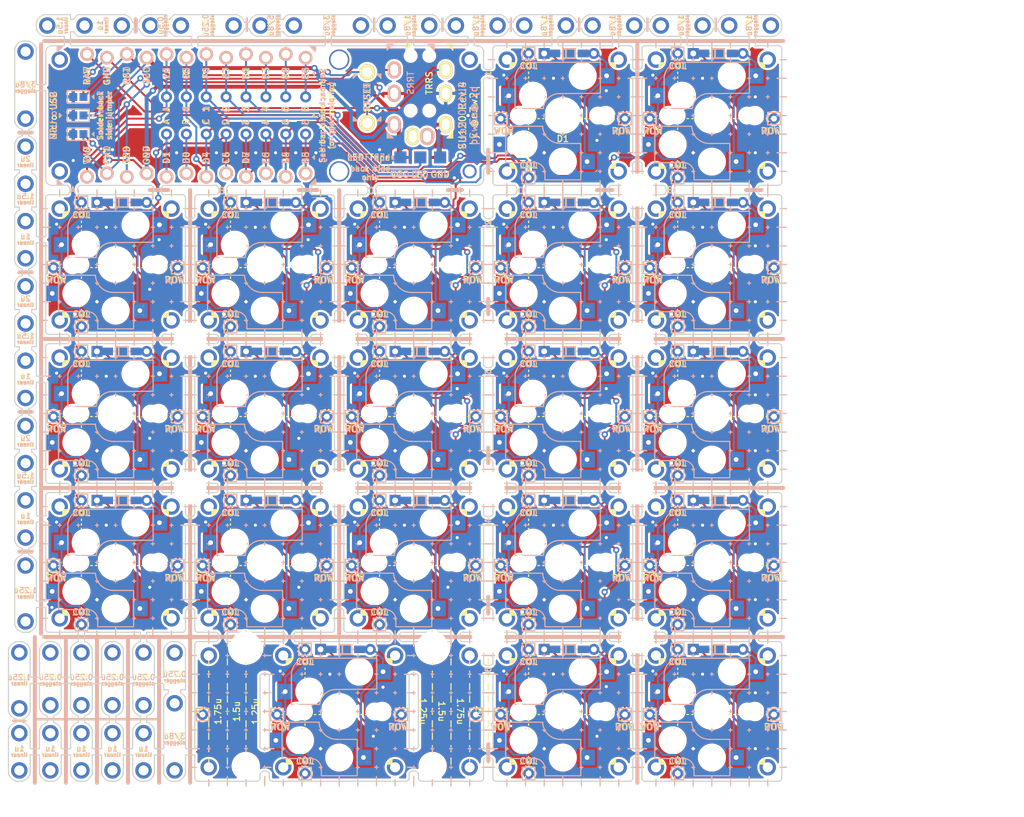
<source format=kicad_pcb>
(kicad_pcb (version 20171130) (host pcbnew "(5.0.2)-1")
  (title_block (title "SU120 Yakitori Keyboard") (rev 5) (company @e3w2q))
  (layers (0 F.Cu signal) (31 B.Cu signal) (34 B.Paste user) (35 F.Paste user) (36 B.SilkS user) (37 F.SilkS user) (38 B.Mask user hide) (39 F.Mask user) (44 Edge.Cuts user))
  (net 0 "")
  (net 1 "Net-(D1-Pad2)")
  (net 2 "Net-(D2-Pad2)")
  (net 3 "Net-(D3-Pad2)")
  (net 4 "Net-(D4-Pad2)")
  (net 5 "Net-(D10-Pad2)")
  (net 6 GND)
  (net 7 "Net-(D5-Pad2)")
  (net 8 "Net-(D6-Pad2)")
  (net 9 "Net-(D7-Pad2)")
  (net 10 "Net-(D8-Pad2)")
  (net 11 "Net-(D9-Pad2)")
  (net 12 "Net-(D11-Pad2)")
  (net 13 "Net-(D12-Pad2)")
  (net 14 Y1)
  (net 15 Y2)
  (net 16 Y3)
  (net 17 X1)
  (net 18 X2)
  (net 19 X3)
  (net 20 X4)
  (net 21 X5)
  (net 22 "Net-(D13-Pad2)")
  (net 23 "Net-(D14-Pad2)")
  (net 24 "Net-(D15-Pad2)")
  (net 25 "Net-(D16-Pad2)")
  (net 26 Y4)
  (net 27 "Net-(D17-Pad2)")
  (net 28 data)
  (net 29 led)
  (net 30 Y5)
  (net 31 Y6)
  (net 32 X6)
  (net 33 X7)
  (net 34 X8)
  (net 35 X9)
  (net 36 X10)
  (net 37 "Net-(D18-Pad2)")
  (net 38 "Net-(D19-Pad2)")
  (net 39 VCC)
  (net 40 dummyVCC)
  (net 41 dummydata)
  (net 42 dummyled)
  (net 43 reset2)
  (net 44 reset1)
  (net 45 "Net-(D20-Pad2)")
  (module "#footprint:M2_spacer" (layer F.Cu) (at 99.218702 133.350144)
    (fp_text reference "" hide)
    (fp_text value "" hide)
    (pad "" np_thru_hole circle (at 0 0) (size 4.2 4.2) (drill 4.2) (layers *.Cu *.Mask))
  )
  (module "#footprint:M2_spacer" (layer F.Cu) (at 118.26875 133.350144)
    (fp_text reference "" hide)
    (fp_text value "" hide)
    (pad "" np_thru_hole circle (at 0 0) (size 4.2 4.2) (drill 4.2) (layers *.Cu *.Mask))
  )
  (module "#footprint:M2_spacer" (layer F.Cu) (at 118.26875 114.300096)
    (fp_text reference "" hide)
    (fp_text value "" hide)
    (pad "" np_thru_hole circle (at 0 0) (size 4.2 4.2) (drill 4.2) (layers *.Cu *.Mask))
  )
  (module "#footprint:M2_spacer" (layer F.Cu) (at 99.218702 114.300096)
    (fp_text reference "" hide)
    (fp_text value "" hide)
    (pad "" np_thru_hole circle (at 0 0) (size 4.2 4.2) (drill 4.2) (layers *.Cu *.Mask))
  )
  (module "#footprint:M2_spacer" (layer F.Cu) (at 80.168654 114.300096)
    (fp_text reference "" hide)
    (fp_text value "" hide)
    (pad "" np_thru_hole circle (at 0 0) (size 4.2 4.2) (drill 4.2) (layers *.Cu *.Mask))
  )
  (module "#footprint:M2_spacer" (layer F.Cu) (at 61.118606 114.300096)
    (fp_text reference "" hide)
    (fp_text value "" hide)
    (pad "" np_thru_hole circle (at 0 0) (size 4.2 4.2) (drill 4.2) (layers *.Cu *.Mask))
  )
  (module "#footprint:M2_spacer" (layer F.Cu) (at 61.118606 95.250048)
    (fp_text reference "" hide)
    (fp_text value "" hide)
    (pad "" np_thru_hole circle (at 0 0) (size 4.2 4.2) (drill 4.2) (layers *.Cu *.Mask))
  )
  (module "#footprint:M2_spacer" (layer F.Cu) (at 80.168654 95.250048)
    (fp_text reference "" hide)
    (fp_text value "" hide)
    (pad "" np_thru_hole circle (at 0 0) (size 4.2 4.2) (drill 4.2) (layers *.Cu *.Mask))
  )
  (module "#footprint:M2_spacer" (layer F.Cu) (at 99.218702 95.250048)
    (fp_text reference "" hide)
    (fp_text value "" hide)
    (pad "" np_thru_hole circle (at 0 0) (size 4.2 4.2) (drill 4.2) (layers *.Cu *.Mask))
  )
  (module "#footprint:M2_spacer" (layer F.Cu) (at 118.26875 95.250048)
    (fp_text reference "" hide)
    (fp_text value "" hide)
    (pad "" np_thru_hole circle (at 0 0) (size 4.2 4.2) (drill 4.2) (layers *.Cu *.Mask))
  )
  (module "#footprint:M2_spacer" (layer F.Cu) (at 118.26875 76.2)
    (fp_text reference "" hide)
    (fp_text value "" hide)
    (pad "" np_thru_hole circle (at 0 0) (size 4.2 4.2) (drill 4.2) (layers *.Cu *.Mask))
  )
  (module "#footprint:M1.4_tapping_Pad" (layer F.Cu) (at 42.8625 55.165624 90)
    (fp_text reference "" hide)
    (fp_text value "" hide)
    (pad "" thru_hole circle (at 0 0 90) (size 2.1 2.1) (drill 1.29) (layers *.Cu *.Mask))
  )
  (module "#footprint:M1.4_tapping_Pad" (layer F.Cu) (at 52.3875 55.165624 90)
    (fp_text reference "" hide)
    (fp_text value "" hide)
    (pad "" thru_hole circle (at 0 0 90) (size 2.1 2.1) (drill 1.29) (layers *.Cu *.Mask))
  )
  (module "#footprint:M1.4_tapping_Pad" (layer F.Cu) (at 47.625 55.165624 90)
    (fp_text reference "" hide)
    (fp_text value "" hide)
    (pad "" thru_hole circle (at 0 0 90) (size 2.1 2.1) (drill 1.29) (layers *.Cu *.Mask))
  )
  (module "#footprint:M1.4_tapping_Pad" (layer F.Cu) (at 59.134376 141.829906)
    (fp_text reference "" hide)
    (fp_text value "" hide)
    (pad "" thru_hole circle (at 0 0) (size 2.1 2.1) (drill 1.29) (layers *.Cu *.Mask))
  )
  (module "#footprint:M1.4_tapping_Pad" (layer F.Cu) (at 39.290626 145.653125)
    (fp_text reference "" hide)
    (fp_text value "" hide)
    (pad "" thru_hole circle (at 0 0) (size 2.1 2.1) (drill 1.29) (layers *.Cu *.Mask))
  )
  (module "#footprint:M1.4_tapping_Pad" (layer F.Cu) (at 39.290626 150.415625)
    (fp_text reference "" hide)
    (fp_text value "" hide)
    (pad "" thru_hole circle (at 0 0) (size 2.1 2.1) (drill 1.29) (layers *.Cu *.Mask))
  )
  (module "#footprint:M1.4_tapping_Pad" (layer F.Cu) (at 47.228126 150.415625)
    (fp_text reference "" hide)
    (fp_text value "" hide)
    (pad "" thru_hole circle (at 0 0) (size 2.1 2.1) (drill 1.29) (layers *.Cu *.Mask))
  )
  (module "#footprint:M1.4_tapping_Pad" (layer F.Cu) (at 47.228126 142.08125)
    (fp_text reference "" hide)
    (fp_text value "" hide)
    (pad "" thru_hole circle (at 0 0) (size 2.1 2.1) (drill 1.29) (layers *.Cu *.Mask))
  )
  (module "#footprint:M1.4_tapping_Pad" (layer F.Cu) (at 47.228126 145.653125)
    (fp_text reference "" hide)
    (fp_text value "" hide)
    (pad "" thru_hole circle (at 0 0) (size 2.1 2.1) (drill 1.29) (layers *.Cu *.Mask))
  )
  (module "#footprint:M1.4_tapping_Pad" (layer F.Cu) (at 47.228126 135.346058)
    (fp_text reference "" hide)
    (fp_text value "" hide)
    (pad "" thru_hole circle (at 0 0) (size 2.1 2.1) (drill 1.29) (layers *.Cu *.Mask))
  )
  (module "#footprint:M1.4_tapping_Pad" (layer F.Cu) (at 51.196876 142.08125)
    (fp_text reference "" hide)
    (fp_text value "" hide)
    (pad "" thru_hole circle (at 0 0) (size 2.1 2.1) (drill 1.29) (layers *.Cu *.Mask))
  )
  (module "#footprint:M1.4_tapping_Pad" (layer F.Cu) (at 51.196876 145.653125)
    (fp_text reference "" hide)
    (fp_text value "" hide)
    (pad "" thru_hole circle (at 0 0) (size 2.1 2.1) (drill 1.29) (layers *.Cu *.Mask))
  )
  (module "#footprint:M1.4_tapping_Pad" (layer F.Cu) (at 51.196876 135.346058)
    (fp_text reference "" hide)
    (fp_text value "" hide)
    (pad "" thru_hole circle (at 0 0) (size 2.1 2.1) (drill 1.29) (layers *.Cu *.Mask))
  )
  (module "#footprint:M1.4_tapping_Pad" (layer F.Cu) (at 51.196876 150.415625)
    (fp_text reference "" hide)
    (fp_text value "" hide)
    (pad "" thru_hole circle (at 0 0) (size 2.1 2.1) (drill 1.29) (layers *.Cu *.Mask))
  )
  (module "#footprint:M1.4_tapping_Pad" (layer F.Cu) (at 55.165626 142.08125)
    (fp_text reference "" hide)
    (fp_text value "" hide)
    (pad "" thru_hole circle (at 0 0) (size 2.1 2.1) (drill 1.29) (layers *.Cu *.Mask))
  )
  (module "#footprint:M1.4_tapping_Pad" (layer F.Cu) (at 55.165626 145.653125)
    (fp_text reference "" hide)
    (fp_text value "" hide)
    (pad "" thru_hole circle (at 0 0) (size 2.1 2.1) (drill 1.29) (layers *.Cu *.Mask))
  )
  (module "#footprint:M1.4_tapping_Pad" (layer F.Cu) (at 55.165626 135.346058)
    (fp_text reference "" hide)
    (fp_text value "" hide)
    (pad "" thru_hole circle (at 0 0) (size 2.1 2.1) (drill 1.29) (layers *.Cu *.Mask))
  )
  (module "#footprint:M1.4_tapping_Pad" (layer F.Cu) (at 55.165626 150.415625)
    (fp_text reference "" hide)
    (fp_text value "" hide)
    (pad "" thru_hole circle (at 0 0) (size 2.1 2.1) (drill 1.29) (layers *.Cu *.Mask))
  )
  (module "#footprint:M1.4_tapping_Pad" (layer F.Cu) (at 59.134376 135.355278)
    (fp_text reference "" hide)
    (fp_text value "" hide)
    (pad "" thru_hole circle (at 0 0) (size 2.1 2.1) (drill 1.29) (layers *.Cu *.Mask))
  )
  (module "#footprint:M1.4_tapping_Pad" (layer F.Cu) (at 59.134376 150.415625)
    (fp_text reference "" hide)
    (fp_text value "" hide)
    (pad "" thru_hole circle (at 0 0) (size 2.1 2.1) (drill 1.29) (layers *.Cu *.Mask))
  )
  (module "#footprint:M1.4_tapping_Pad" (layer F.Cu) (at 40.084376 80.16875)
    (fp_text reference "" hide)
    (fp_text value "" hide)
    (pad "" thru_hole circle (at 0 0) (size 2.1 2.1) (drill 1.29) (layers *.Cu *.Mask))
  )
  (module "#footprint:M1.4_tapping_Pad" (layer F.Cu) (at 40.084376 75.40625)
    (fp_text reference "" hide)
    (fp_text value "" hide)
    (pad "" thru_hole circle (at 0 0) (size 2.1 2.1) (drill 1.29) (layers *.Cu *.Mask))
  )
  (module "#footprint:M1.4_tapping_Pad" (layer F.Cu) (at 40.084376 84.93125)
    (fp_text reference "" hide)
    (fp_text value "" hide)
    (pad "" thru_hole circle (at 0 0) (size 2.1 2.1) (drill 1.29) (layers *.Cu *.Mask))
  )
  (module "#footprint:M1.4_tapping_Pad" (layer F.Cu) (at 40.084376 70.64375)
    (fp_text reference "" hide)
    (fp_text value "" hide)
    (pad "" thru_hole circle (at 0 0) (size 2.1 2.1) (drill 1.29) (layers *.Cu *.Mask))
  )
  (module "#footprint:M1.4_tapping_Pad" (layer F.Cu) (at 40.084376 88.503125)
    (fp_text reference "" hide)
    (fp_text value "" hide)
    (pad "" thru_hole circle (at 0 0) (size 2.1 2.1) (drill 1.29) (layers *.Cu *.Mask))
  )
  (module "#footprint:M1.4_tapping_Pad" (layer F.Cu) (at 40.084376 98.028125)
    (fp_text reference "" hide)
    (fp_text value "" hide)
    (pad "" thru_hole circle (at 0 0) (size 2.1 2.1) (drill 1.29) (layers *.Cu *.Mask))
  )
  (module "#footprint:M1.4_tapping_Pad" (layer F.Cu) (at 40.084376 102.790625)
    (fp_text reference "" hide)
    (fp_text value "" hide)
    (pad "" thru_hole circle (at 0 0) (size 2.1 2.1) (drill 1.29) (layers *.Cu *.Mask))
  )
  (module "#footprint:M1.4_tapping_Pad" (layer F.Cu) (at 40.084376 93.265625)
    (fp_text reference "" hide)
    (fp_text value "" hide)
    (pad "" thru_hole circle (at 0 0) (size 2.1 2.1) (drill 1.29) (layers *.Cu *.Mask))
  )
  (module "#footprint:M1.4_tapping_Pad" (layer F.Cu) (at 56.025726 55.165624 90)
    (fp_text reference "" hide)
    (fp_text value "" hide)
    (pad "" thru_hole circle (at 0 0 90) (size 2.1 2.1) (drill 1.29) (layers *.Cu *.Mask))
  )
  (module "#footprint:M1.4_tapping_Pad" (layer F.Cu) (at 59.939808 55.165624 90)
    (fp_text reference "" hide)
    (fp_text value "" hide)
    (pad "" thru_hole circle (at 0 0 90) (size 2.1 2.1) (drill 1.29) (layers *.Cu *.Mask))
  )
  (module "#footprint:M1.4_tapping_Pad" (layer F.Cu) (at 66.675 55.165624 90)
    (fp_text reference "" hide)
    (fp_text value "" hide)
    (pad "" thru_hole circle (at 0 0 90) (size 2.1 2.1) (drill 1.29) (layers *.Cu *.Mask))
  )
  (module "#footprint:M1.4_tapping_Pad" (layer F.Cu) (at 40.084376 106.3625)
    (fp_text reference "" hide)
    (fp_text value "" hide)
    (pad "" thru_hole circle (at 0 0) (size 2.1 2.1) (drill 1.29) (layers *.Cu *.Mask))
  )
  (module "#footprint:M1.4_tapping_Pad" (layer F.Cu) (at 40.084376 111.125)
    (fp_text reference "" hide)
    (fp_text value "" hide)
    (pad "" thru_hole circle (at 0 0) (size 2.1 2.1) (drill 1.29) (layers *.Cu *.Mask))
  )
  (module "#footprint:M1.4_tapping_Pad" (layer F.Cu) (at 40.084376 120.65)
    (fp_text reference "" hide)
    (fp_text value "" hide)
    (pad "" thru_hole circle (at 0 0) (size 2.1 2.1) (drill 1.29) (layers *.Cu *.Mask))
  )
  (module "#footprint:M1.4_tapping_Pad" (layer F.Cu) (at 40.084376 115.8875)
    (fp_text reference "" hide)
    (fp_text value "" hide)
    (pad "" thru_hole circle (at 0 0) (size 2.1 2.1) (drill 1.29) (layers *.Cu *.Mask))
  )
  (module "#footprint:M1.4_tapping_Pad" (layer F.Cu) (at 40.084376 131.365625)
    (fp_text reference "" hide)
    (fp_text value "" hide)
    (pad "" thru_hole circle (at 0 0) (size 2.1 2.1) (drill 1.29) (layers *.Cu *.Mask))
  )
  (module "#footprint:M1.4_tapping_Pad" (layer F.Cu) (at 40.084376 124.221875)
    (fp_text reference "" hide)
    (fp_text value "" hide)
    (pad "" thru_hole circle (at 0 0) (size 2.1 2.1) (drill 1.29) (layers *.Cu *.Mask))
  )
  (module "#footprint:M1.4_tapping_Pad" (layer F.Cu) (at 39.290626 142.478126)
    (fp_text reference "" hide)
    (fp_text value "" hide)
    (pad "" thru_hole circle (at 0 0) (size 2.1 2.1) (drill 1.29) (layers *.Cu *.Mask))
  )
  (module "#footprint:M1.4_tapping_Pad" (layer F.Cu) (at 39.290626 135.334376)
    (fp_text reference "" hide)
    (fp_text value "" hide)
    (pad "" thru_hole circle (at 0 0) (size 2.1 2.1) (drill 1.29) (layers *.Cu *.Mask))
  )
  (module "#footprint:M1.4_tapping_Pad" (layer F.Cu) (at 70.123451 55.165624 90)
    (fp_text reference "" hide)
    (fp_text value "" hide)
    (pad "" thru_hole circle (at 0 0 90) (size 2.1 2.1) (drill 1.29) (layers *.Cu *.Mask))
  )
  (module "#footprint:M1.4_tapping_Pad" (layer F.Cu) (at 82.946875 55.165624 90)
    (fp_text reference "" hide)
    (fp_text value "" hide)
    (pad "" thru_hole circle (at 0 0 90) (size 2.1 2.1) (drill 1.29) (layers *.Cu *.Mask))
  )
  (module "#footprint:M1.4_tapping_Pad" (layer F.Cu) (at 74.372839 55.165623 90)
    (fp_text reference "" hide)
    (fp_text value "" hide)
    (pad "" thru_hole circle (at 0 0 90) (size 2.1 2.1) (drill 1.29) (layers *.Cu *.Mask))
  )
  (module "#footprint:M1.4_tapping_Pad" (layer F.Cu) (at 40.084377 58.497839)
    (fp_text reference "" hide)
    (fp_text value "" hide)
    (pad "" thru_hole circle (at 0 0) (size 2.1 2.1) (drill 1.29) (layers *.Cu *.Mask))
  )
  (module "#footprint:M1.4_tapping_Pad" (layer F.Cu) (at 40.084376 67.071875)
    (fp_text reference "" hide)
    (fp_text value "" hide)
    (pad "" thru_hole circle (at 0 0) (size 2.1 2.1) (drill 1.29) (layers *.Cu *.Mask))
  )
  (module "#footprint:M1.4_tapping_Pad" (layer F.Cu) (at 44.45 59.53125)
    (fp_text reference "" hide)
    (fp_text value "" hide)
    (pad "" thru_hole circle (at 0 0) (size 2.1 2.1) (drill 1.29) (layers *.Cu *.Mask))
  )
  (module "#footprint:M1.4_tapping_Pad" (layer F.Cu) (at 96.8375 59.53125)
    (fp_text reference "" hide)
    (fp_text value "" hide)
    (pad "" thru_hole circle (at 0 0) (size 2.1 2.1) (drill 1.29) (layers *.Cu *.Mask))
  )
  (module "#footprint:M1.4_tapping_Pad" (layer F.Cu) (at 101.6 59.53125)
    (fp_text reference "" hide)
    (fp_text value "" hide)
    (pad "" thru_hole circle (at 0 0) (size 2.1 2.1) (drill 1.29) (layers *.Cu *.Mask))
  )
  (module "#footprint:M1.4_tapping_Pad" (layer F.Cu) (at 115.8875 59.53125)
    (fp_text reference "" hide)
    (fp_text value "" hide)
    (pad "" thru_hole circle (at 0 0) (size 2.1 2.1) (drill 1.29) (layers *.Cu *.Mask))
  )
  (module "#footprint:M1.4_tapping_Pad" (layer F.Cu) (at 120.65 59.53125)
    (fp_text reference "" hide)
    (fp_text value "" hide)
    (pad "" thru_hole circle (at 0 0) (size 2.1 2.1) (drill 1.29) (layers *.Cu *.Mask))
  )
  (module "#footprint:M1.4_tapping_Pad" (layer F.Cu) (at 134.9375 59.53125)
    (fp_text reference "" hide)
    (fp_text value "" hide)
    (pad "" thru_hole circle (at 0 0) (size 2.1 2.1) (drill 1.29) (layers *.Cu *.Mask))
  )
  (module "#footprint:M1.4_tapping_Pad" (layer F.Cu) (at 134.9375 73.81875)
    (fp_text reference "" hide)
    (fp_text value "" hide)
    (pad "" thru_hole circle (at 0 0) (size 2.1 2.1) (drill 1.29) (layers *.Cu *.Mask))
  )
  (module "#footprint:M1.4_tapping_Pad" (layer F.Cu) (at 120.65 73.81875)
    (fp_text reference "" hide)
    (fp_text value "" hide)
    (pad "" thru_hole circle (at 0 0) (size 2.1 2.1) (drill 1.29) (layers *.Cu *.Mask))
  )
  (module "#footprint:M1.4_tapping_Pad" (layer F.Cu) (at 115.8875 73.81875)
    (fp_text reference "" hide)
    (fp_text value "" hide)
    (pad "" thru_hole circle (at 0 0) (size 2.1 2.1) (drill 1.29) (layers *.Cu *.Mask))
  )
  (module "#footprint:M1.4_tapping_Pad" (layer F.Cu) (at 101.6 73.81875)
    (fp_text reference "" hide)
    (fp_text value "" hide)
    (pad "" thru_hole circle (at 0 0) (size 2.1 2.1) (drill 1.29) (layers *.Cu *.Mask))
  )
  (module "#footprint:M1.4_tapping_Pad" (layer F.Cu) (at 44.45 73.81875)
    (fp_text reference "" hide)
    (fp_text value "" hide)
    (pad "" thru_hole circle (at 0 0) (size 2.1 2.1) (drill 1.29) (layers *.Cu *.Mask))
  )
  (module "#footprint:M1.4_tapping_Pad" (layer F.Cu) (at 44.45 78.58125)
    (fp_text reference "" hide)
    (fp_text value "" hide)
    (pad "" thru_hole circle (at 0 0) (size 2.1 2.1) (drill 1.29) (layers *.Cu *.Mask))
  )
  (module "#footprint:M1.4_tapping_Pad" (layer F.Cu) (at 58.7375 78.58125)
    (fp_text reference "" hide)
    (fp_text value "" hide)
    (pad "" thru_hole circle (at 0 0) (size 2.1 2.1) (drill 1.29) (layers *.Cu *.Mask))
  )
  (module "#footprint:M1.4_tapping_Pad" (layer F.Cu) (at 63.5 78.58125)
    (fp_text reference "" hide)
    (fp_text value "" hide)
    (pad "" thru_hole circle (at 0 0) (size 2.1 2.1) (drill 1.29) (layers *.Cu *.Mask))
  )
  (module "#footprint:M1.4_tapping_Pad" (layer F.Cu) (at 77.7875 78.58125)
    (fp_text reference "" hide)
    (fp_text value "" hide)
    (pad "" thru_hole circle (at 0 0) (size 2.1 2.1) (drill 1.29) (layers *.Cu *.Mask))
  )
  (module "#footprint:M1.4_tapping_Pad" (layer F.Cu) (at 82.55 78.58125)
    (fp_text reference "" hide)
    (fp_text value "" hide)
    (pad "" thru_hole circle (at 0 0) (size 2.1 2.1) (drill 1.29) (layers *.Cu *.Mask))
  )
  (module "#footprint:M1.4_tapping_Pad" (layer F.Cu) (at 96.8375 78.58125)
    (fp_text reference "" hide)
    (fp_text value "" hide)
    (pad "" thru_hole circle (at 0 0) (size 2.1 2.1) (drill 1.29) (layers *.Cu *.Mask))
  )
  (module "#footprint:M1.4_tapping_Pad" (layer F.Cu) (at 101.6 78.58125)
    (fp_text reference "" hide)
    (fp_text value "" hide)
    (pad "" thru_hole circle (at 0 0) (size 2.1 2.1) (drill 1.29) (layers *.Cu *.Mask))
  )
  (module "#footprint:M1.4_tapping_Pad" (layer F.Cu) (at 115.8875 78.58125)
    (fp_text reference "" hide)
    (fp_text value "" hide)
    (pad "" thru_hole circle (at 0 0) (size 2.1 2.1) (drill 1.29) (layers *.Cu *.Mask))
  )
  (module "#footprint:M1.4_tapping_Pad" (layer F.Cu) (at 120.65 78.58125)
    (fp_text reference "" hide)
    (fp_text value "" hide)
    (pad "" thru_hole circle (at 0 0) (size 2.1 2.1) (drill 1.29) (layers *.Cu *.Mask))
  )
  (module "#footprint:M1.4_tapping_Pad" (layer F.Cu) (at 134.9375 78.58125)
    (fp_text reference "" hide)
    (fp_text value "" hide)
    (pad "" thru_hole circle (at 0 0) (size 2.1 2.1) (drill 1.29) (layers *.Cu *.Mask))
  )
  (module "#footprint:M1.4_tapping_Pad" (layer F.Cu) (at 134.9375 92.86875)
    (fp_text reference "" hide)
    (fp_text value "" hide)
    (pad "" thru_hole circle (at 0 0) (size 2.1 2.1) (drill 1.29) (layers *.Cu *.Mask))
  )
  (module "#footprint:M1.4_tapping_Pad" (layer F.Cu) (at 120.65 92.86875)
    (fp_text reference "" hide)
    (fp_text value "" hide)
    (pad "" thru_hole circle (at 0 0) (size 2.1 2.1) (drill 1.29) (layers *.Cu *.Mask))
  )
  (module "#footprint:M1.4_tapping_Pad" (layer F.Cu) (at 115.8875 92.86875)
    (fp_text reference "" hide)
    (fp_text value "" hide)
    (pad "" thru_hole circle (at 0 0) (size 2.1 2.1) (drill 1.29) (layers *.Cu *.Mask))
  )
  (module "#footprint:M1.4_tapping_Pad" (layer F.Cu) (at 101.6 92.86875)
    (fp_text reference "" hide)
    (fp_text value "" hide)
    (pad "" thru_hole circle (at 0 0) (size 2.1 2.1) (drill 1.29) (layers *.Cu *.Mask))
  )
  (module "#footprint:M1.4_tapping_Pad" (layer F.Cu) (at 96.8375 92.86875)
    (fp_text reference "" hide)
    (fp_text value "" hide)
    (pad "" thru_hole circle (at 0 0) (size 2.1 2.1) (drill 1.29) (layers *.Cu *.Mask))
  )
  (module "#footprint:M1.4_tapping_Pad" (layer F.Cu) (at 82.55 92.86875)
    (fp_text reference "" hide)
    (fp_text value "" hide)
    (pad "" thru_hole circle (at 0 0) (size 2.1 2.1) (drill 1.29) (layers *.Cu *.Mask))
  )
  (module "#footprint:M1.4_tapping_Pad" (layer F.Cu) (at 77.7875 92.86875)
    (fp_text reference "" hide)
    (fp_text value "" hide)
    (pad "" thru_hole circle (at 0 0) (size 2.1 2.1) (drill 1.29) (layers *.Cu *.Mask))
  )
  (module "#footprint:M1.4_tapping_Pad" (layer F.Cu) (at 63.5 92.86875)
    (fp_text reference "" hide)
    (fp_text value "" hide)
    (pad "" thru_hole circle (at 0 0) (size 2.1 2.1) (drill 1.29) (layers *.Cu *.Mask))
  )
  (module "#footprint:M1.4_tapping_Pad" (layer F.Cu) (at 58.7375 92.86875)
    (fp_text reference "" hide)
    (fp_text value "" hide)
    (pad "" thru_hole circle (at 0 0) (size 2.1 2.1) (drill 1.29) (layers *.Cu *.Mask))
  )
  (module "#footprint:M1.4_tapping_Pad" (layer F.Cu) (at 44.45 92.86875)
    (fp_text reference "" hide)
    (fp_text value "" hide)
    (pad "" thru_hole circle (at 0 0) (size 2.1 2.1) (drill 1.29) (layers *.Cu *.Mask))
  )
  (module "#footprint:M1.4_tapping_Pad" (layer F.Cu) (at 44.45 97.63125)
    (fp_text reference "" hide)
    (fp_text value "" hide)
    (pad "" thru_hole circle (at 0 0) (size 2.1 2.1) (drill 1.29) (layers *.Cu *.Mask))
  )
  (module "#footprint:M1.4_tapping_Pad" (layer F.Cu) (at 58.7375 97.63125)
    (fp_text reference "" hide)
    (fp_text value "" hide)
    (pad "" thru_hole circle (at 0 0) (size 2.1 2.1) (drill 1.29) (layers *.Cu *.Mask))
  )
  (module "#footprint:M1.4_tapping_Pad" (layer F.Cu) (at 63.5 97.63125)
    (fp_text reference "" hide)
    (fp_text value "" hide)
    (pad "" thru_hole circle (at 0 0) (size 2.1 2.1) (drill 1.29) (layers *.Cu *.Mask))
  )
  (module "#footprint:M1.4_tapping_Pad" (layer F.Cu) (at 77.7875 97.63125)
    (fp_text reference "" hide)
    (fp_text value "" hide)
    (pad "" thru_hole circle (at 0 0) (size 2.1 2.1) (drill 1.29) (layers *.Cu *.Mask))
  )
  (module "#footprint:M1.4_tapping_Pad" (layer F.Cu) (at 82.55 97.63125)
    (fp_text reference "" hide)
    (fp_text value "" hide)
    (pad "" thru_hole circle (at 0 0) (size 2.1 2.1) (drill 1.29) (layers *.Cu *.Mask))
  )
  (module "#footprint:M1.4_tapping_Pad" (layer F.Cu) (at 96.8375 97.63125)
    (fp_text reference "" hide)
    (fp_text value "" hide)
    (pad "" thru_hole circle (at 0 0) (size 2.1 2.1) (drill 1.29) (layers *.Cu *.Mask))
  )
  (module "#footprint:M1.4_tapping_Pad" (layer F.Cu) (at 101.6 97.63125)
    (fp_text reference "" hide)
    (fp_text value "" hide)
    (pad "" thru_hole circle (at 0 0) (size 2.1 2.1) (drill 1.29) (layers *.Cu *.Mask))
  )
  (module "#footprint:M1.4_tapping_Pad" (layer F.Cu) (at 115.8875 97.63125)
    (fp_text reference "" hide)
    (fp_text value "" hide)
    (pad "" thru_hole circle (at 0 0) (size 2.1 2.1) (drill 1.29) (layers *.Cu *.Mask))
  )
  (module "#footprint:M1.4_tapping_Pad" (layer F.Cu) (at 120.65 97.63125)
    (fp_text reference "" hide)
    (fp_text value "" hide)
    (pad "" thru_hole circle (at 0 0) (size 2.1 2.1) (drill 1.29) (layers *.Cu *.Mask))
  )
  (module "#footprint:M1.4_tapping_Pad" (layer F.Cu) (at 134.9375 97.63125)
    (fp_text reference "" hide)
    (fp_text value "" hide)
    (pad "" thru_hole circle (at 0 0) (size 2.1 2.1) (drill 1.29) (layers *.Cu *.Mask))
  )
  (module "#footprint:M1.4_tapping_Pad" (layer F.Cu) (at 134.9375 111.91875)
    (fp_text reference "" hide)
    (fp_text value "" hide)
    (pad "" thru_hole circle (at 0 0) (size 2.1 2.1) (drill 1.29) (layers *.Cu *.Mask))
  )
  (module "#footprint:M1.4_tapping_Pad" (layer F.Cu) (at 120.65 111.91875)
    (fp_text reference "" hide)
    (fp_text value "" hide)
    (pad "" thru_hole circle (at 0 0) (size 2.1 2.1) (drill 1.29) (layers *.Cu *.Mask))
  )
  (module "#footprint:M1.4_tapping_Pad" (layer F.Cu) (at 115.8875 111.91875)
    (fp_text reference "" hide)
    (fp_text value "" hide)
    (pad "" thru_hole circle (at 0 0) (size 2.1 2.1) (drill 1.29) (layers *.Cu *.Mask))
  )
  (module "#footprint:M1.4_tapping_Pad" (layer F.Cu) (at 101.6 111.91875)
    (fp_text reference "" hide)
    (fp_text value "" hide)
    (pad "" thru_hole circle (at 0 0) (size 2.1 2.1) (drill 1.29) (layers *.Cu *.Mask))
  )
  (module "#footprint:M1.4_tapping_Pad" (layer F.Cu) (at 96.8375 111.91875)
    (fp_text reference "" hide)
    (fp_text value "" hide)
    (pad "" thru_hole circle (at 0 0) (size 2.1 2.1) (drill 1.29) (layers *.Cu *.Mask))
  )
  (module "#footprint:M1.4_tapping_Pad" (layer F.Cu) (at 82.55 111.91875)
    (fp_text reference "" hide)
    (fp_text value "" hide)
    (pad "" thru_hole circle (at 0 0) (size 2.1 2.1) (drill 1.29) (layers *.Cu *.Mask))
  )
  (module "#footprint:M1.4_tapping_Pad" (layer F.Cu) (at 77.7875 111.91875)
    (fp_text reference "" hide)
    (fp_text value "" hide)
    (pad "" thru_hole circle (at 0 0) (size 2.1 2.1) (drill 1.29) (layers *.Cu *.Mask))
  )
  (module "#footprint:M1.4_tapping_Pad" (layer F.Cu) (at 63.5 111.91875)
    (fp_text reference "" hide)
    (fp_text value "" hide)
    (pad "" thru_hole circle (at 0 0) (size 2.1 2.1) (drill 1.29) (layers *.Cu *.Mask))
  )
  (module "#footprint:M1.4_tapping_Pad" (layer F.Cu) (at 58.7375 111.91875)
    (fp_text reference "" hide)
    (fp_text value "" hide)
    (pad "" thru_hole circle (at 0 0) (size 2.1 2.1) (drill 1.29) (layers *.Cu *.Mask))
  )
  (module "#footprint:M1.4_tapping_Pad" (layer F.Cu) (at 44.45 111.91875)
    (fp_text reference "" hide)
    (fp_text value "" hide)
    (pad "" thru_hole circle (at 0 0) (size 2.1 2.1) (drill 1.29) (layers *.Cu *.Mask))
  )
  (module "#footprint:M1.4_tapping_Pad" (layer F.Cu) (at 44.45 116.68125)
    (fp_text reference "" hide)
    (fp_text value "" hide)
    (pad "" thru_hole circle (at 0 0) (size 2.1 2.1) (drill 1.29) (layers *.Cu *.Mask))
  )
  (module "#footprint:M1.4_tapping_Pad" (layer F.Cu) (at 58.7375 116.68125)
    (fp_text reference "" hide)
    (fp_text value "" hide)
    (pad "" thru_hole circle (at 0 0) (size 2.1 2.1) (drill 1.29) (layers *.Cu *.Mask))
  )
  (module "#footprint:M1.4_tapping_Pad" (layer F.Cu) (at 63.5 116.68125)
    (fp_text reference "" hide)
    (fp_text value "" hide)
    (pad "" thru_hole circle (at 0 0) (size 2.1 2.1) (drill 1.29) (layers *.Cu *.Mask))
  )
  (module "#footprint:M1.4_tapping_Pad" (layer F.Cu) (at 77.7875 116.68125)
    (fp_text reference "" hide)
    (fp_text value "" hide)
    (pad "" thru_hole circle (at 0 0) (size 2.1 2.1) (drill 1.29) (layers *.Cu *.Mask))
  )
  (module "#footprint:M1.4_tapping_Pad" (layer F.Cu) (at 82.55 116.68125)
    (fp_text reference "" hide)
    (fp_text value "" hide)
    (pad "" thru_hole circle (at 0 0) (size 2.1 2.1) (drill 1.29) (layers *.Cu *.Mask))
  )
  (module "#footprint:M1.4_tapping_Pad" (layer F.Cu) (at 96.8375 116.68125)
    (fp_text reference "" hide)
    (fp_text value "" hide)
    (pad "" thru_hole circle (at 0 0) (size 2.1 2.1) (drill 1.29) (layers *.Cu *.Mask))
  )
  (module "#footprint:M1.4_tapping_Pad" (layer F.Cu) (at 101.6 116.68125)
    (fp_text reference "" hide)
    (fp_text value "" hide)
    (pad "" thru_hole circle (at 0 0) (size 2.1 2.1) (drill 1.29) (layers *.Cu *.Mask))
  )
  (module "#footprint:M1.4_tapping_Pad" (layer F.Cu) (at 115.8875 116.68125)
    (fp_text reference "" hide)
    (fp_text value "" hide)
    (pad "" thru_hole circle (at 0 0) (size 2.1 2.1) (drill 1.29) (layers *.Cu *.Mask))
  )
  (module "#footprint:M1.4_tapping_Pad" (layer F.Cu) (at 120.65 116.68125)
    (fp_text reference "" hide)
    (fp_text value "" hide)
    (pad "" thru_hole circle (at 0 0) (size 2.1 2.1) (drill 1.29) (layers *.Cu *.Mask))
  )
  (module "#footprint:M1.4_tapping_Pad" (layer F.Cu) (at 134.9375 116.68125)
    (fp_text reference "" hide)
    (fp_text value "" hide)
    (pad "" thru_hole circle (at 0 0) (size 2.1 2.1) (drill 1.29) (layers *.Cu *.Mask))
  )
  (module "#footprint:M1.4_tapping_Pad" (layer F.Cu) (at 134.9375 130.96875)
    (fp_text reference "" hide)
    (fp_text value "" hide)
    (pad "" thru_hole circle (at 0 0) (size 2.1 2.1) (drill 1.29) (layers *.Cu *.Mask))
  )
  (module "#footprint:M1.4_tapping_Pad" (layer F.Cu) (at 120.65 130.96875)
    (fp_text reference "" hide)
    (fp_text value "" hide)
    (pad "" thru_hole circle (at 0 0) (size 2.1 2.1) (drill 1.29) (layers *.Cu *.Mask))
  )
  (module "#footprint:M1.4_tapping_Pad" (layer F.Cu) (at 115.8875 130.96875)
    (fp_text reference "" hide)
    (fp_text value "" hide)
    (pad "" thru_hole circle (at 0 0) (size 2.1 2.1) (drill 1.29) (layers *.Cu *.Mask))
  )
  (module "#footprint:M1.4_tapping_Pad" (layer F.Cu) (at 101.6 130.96875)
    (fp_text reference "" hide)
    (fp_text value "" hide)
    (pad "" thru_hole circle (at 0 0) (size 2.1 2.1) (drill 1.29) (layers *.Cu *.Mask))
  )
  (module "#footprint:M1.4_tapping_Pad" (layer F.Cu) (at 96.8375 130.96875)
    (fp_text reference "" hide)
    (fp_text value "" hide)
    (pad "" thru_hole circle (at 0 0) (size 2.1 2.1) (drill 1.29) (layers *.Cu *.Mask))
  )
  (module "#footprint:M1.4_tapping_Pad" (layer F.Cu) (at 82.55 130.96875)
    (fp_text reference "" hide)
    (fp_text value "" hide)
    (pad "" thru_hole circle (at 0 0) (size 2.1 2.1) (drill 1.29) (layers *.Cu *.Mask))
  )
  (module "#footprint:M1.4_tapping_Pad" (layer F.Cu) (at 77.7875 130.96875)
    (fp_text reference "" hide)
    (fp_text value "" hide)
    (pad "" thru_hole circle (at 0 0) (size 2.1 2.1) (drill 1.29) (layers *.Cu *.Mask))
  )
  (module "#footprint:M1.4_tapping_Pad" (layer F.Cu) (at 63.5 130.96875)
    (fp_text reference "" hide)
    (fp_text value "" hide)
    (pad "" thru_hole circle (at 0 0) (size 2.1 2.1) (drill 1.29) (layers *.Cu *.Mask))
  )
  (module "#footprint:M1.4_tapping_Pad" (layer F.Cu) (at 58.7375 130.96875)
    (fp_text reference "" hide)
    (fp_text value "" hide)
    (pad "" thru_hole circle (at 0 0) (size 2.1 2.1) (drill 1.29) (layers *.Cu *.Mask))
  )
  (module "#footprint:M1.4_tapping_Pad" (layer F.Cu) (at 44.45 130.96875)
    (fp_text reference "" hide)
    (fp_text value "" hide)
    (pad "" thru_hole circle (at 0 0) (size 2.1 2.1) (drill 1.29) (layers *.Cu *.Mask))
  )
  (module "#footprint:M1.4_tapping_Pad" (layer F.Cu) (at 63.5 135.73125)
    (fp_text reference "" hide)
    (fp_text value "" hide)
    (pad "" thru_hole circle (at 0 0) (size 2.1 2.1) (drill 1.29) (layers *.Cu *.Mask))
  )
  (module "#footprint:M1.4_tapping_Pad" (layer F.Cu) (at 73.025 135.73125)
    (fp_text reference "" hide)
    (fp_text value "" hide)
    (pad "" thru_hole circle (at 0 0) (size 2.1 2.1) (drill 1.29) (layers *.Cu *.Mask))
  )
  (module "#footprint:M1.4_tapping_Pad" (layer F.Cu) (at 87.3125 135.73125)
    (fp_text reference "" hide)
    (fp_text value "" hide)
    (pad "" thru_hole circle (at 0 0) (size 2.1 2.1) (drill 1.29) (layers *.Cu *.Mask))
  )
  (module "#footprint:M1.4_tapping_Pad" (layer F.Cu) (at 96.8375 135.73125)
    (fp_text reference "" hide)
    (fp_text value "" hide)
    (pad "" thru_hole circle (at 0 0) (size 2.1 2.1) (drill 1.29) (layers *.Cu *.Mask))
  )
  (module "#footprint:M1.4_tapping_Pad" (layer F.Cu) (at 101.6 135.73125)
    (fp_text reference "" hide)
    (fp_text value "" hide)
    (pad "" thru_hole circle (at 0 0) (size 2.1 2.1) (drill 1.29) (layers *.Cu *.Mask))
  )
  (module "#footprint:M1.4_tapping_Pad" (layer F.Cu) (at 115.8875 135.73125)
    (fp_text reference "" hide)
    (fp_text value "" hide)
    (pad "" thru_hole circle (at 0 0) (size 2.1 2.1) (drill 1.29) (layers *.Cu *.Mask))
  )
  (module "#footprint:M1.4_tapping_Pad" (layer F.Cu) (at 120.65 135.73125)
    (fp_text reference "" hide)
    (fp_text value "" hide)
    (pad "" thru_hole circle (at 0 0) (size 2.1 2.1) (drill 1.29) (layers *.Cu *.Mask))
  )
  (module "#footprint:M1.4_tapping_Pad" (layer F.Cu) (at 134.9375 135.73125)
    (fp_text reference "" hide)
    (fp_text value "" hide)
    (pad "" thru_hole circle (at 0 0) (size 2.1 2.1) (drill 1.29) (layers *.Cu *.Mask))
  )
  (module "#footprint:M1.4_tapping_Pad" (layer F.Cu) (at 134.9375 150.01875)
    (fp_text reference "" hide)
    (fp_text value "" hide)
    (pad "" thru_hole circle (at 0 0) (size 2.1 2.1) (drill 1.29) (layers *.Cu *.Mask))
  )
  (module "#footprint:M1.4_tapping_Pad" (layer F.Cu) (at 120.65 150.01875)
    (fp_text reference "" hide)
    (fp_text value "" hide)
    (pad "" thru_hole circle (at 0 0) (size 2.1 2.1) (drill 1.29) (layers *.Cu *.Mask))
  )
  (module "#footprint:M1.4_tapping_Pad" (layer F.Cu) (at 115.8875 150.01875)
    (fp_text reference "" hide)
    (fp_text value "" hide)
    (pad "" thru_hole circle (at 0 0) (size 2.1 2.1) (drill 1.29) (layers *.Cu *.Mask))
  )
  (module "#footprint:M1.4_tapping_Pad" (layer F.Cu) (at 101.6 150.01875)
    (fp_text reference "" hide)
    (fp_text value "" hide)
    (pad "" thru_hole circle (at 0 0) (size 2.1 2.1) (drill 1.29) (layers *.Cu *.Mask))
  )
  (module "#footprint:M1.4_tapping_Pad" (layer F.Cu) (at 96.8375 150.01875)
    (fp_text reference "" hide)
    (fp_text value "" hide)
    (pad "" thru_hole circle (at 0 0) (size 2.1 2.1) (drill 1.29) (layers *.Cu *.Mask))
  )
  (module "#footprint:M1.4_tapping_Pad" (layer F.Cu) (at 87.3125 150.01875)
    (fp_text reference "" hide)
    (fp_text value "" hide)
    (pad "" thru_hole circle (at 0 0) (size 2.1 2.1) (drill 1.29) (layers *.Cu *.Mask))
  )
  (module "#footprint:M1.4_tapping_Pad" (layer F.Cu) (at 73.025 150.01875)
    (fp_text reference "" hide)
    (fp_text value "" hide)
    (pad "" thru_hole circle (at 0 0) (size 2.1 2.1) (drill 1.29) (layers *.Cu *.Mask))
  )
  (module "#footprint:M1.4_tapping_Pad" (layer F.Cu) (at 63.5 150.01875)
    (fp_text reference "" hide)
    (fp_text value "" hide)
    (pad "" thru_hole circle (at 0 0) (size 2.1 2.1) (drill 1.29) (layers *.Cu *.Mask))
  )
  (module "#footprint:M1.4_tapping_Pad" (layer F.Cu) (at 43.259376 142.08125)
    (fp_text reference "" hide)
    (fp_text value "" hide)
    (pad "" thru_hole circle (at 0 0) (size 2.1 2.1) (drill 1.29) (layers *.Cu *.Mask))
  )
  (module "#footprint:M1.4_tapping_Pad" (layer F.Cu) (at 43.259376 135.346058)
    (fp_text reference "" hide)
    (fp_text value "" hide)
    (pad "" thru_hole circle (at 0 0) (size 2.1 2.1) (drill 1.29) (layers *.Cu *.Mask))
  )
  (module "#footprint:M1.4_tapping_Pad" (layer F.Cu) (at 130.009738 55.165624 90)
    (fp_text reference "" hide)
    (fp_text value "" hide)
    (pad "" thru_hole circle (at 0 0 90) (size 2.1 2.1) (drill 1.29) (layers *.Cu *.Mask))
  )
  (module "#footprint:M1.4_tapping_Pad" (layer F.Cu) (at 135.334375 55.165624 90)
    (fp_text reference "" hide)
    (fp_text value "" hide)
    (pad "" thru_hole circle (at 0 0 90) (size 2.1 2.1) (drill 1.29) (layers *.Cu *.Mask))
  )
  (module "#footprint:M1.4_tapping_Pad" (layer F.Cu) (at 91.678125 55.165624 90)
    (fp_text reference "" hide)
    (fp_text value "" hide)
    (pad "" thru_hole circle (at 0 0 90) (size 2.1 2.1) (drill 1.29) (layers *.Cu *.Mask))
  )
  (module "#footprint:M1.4_tapping_Pad" (layer F.Cu) (at 86.353488 55.165624 90)
    (fp_text reference "" hide)
    (fp_text value "" hide)
    (pad "" thru_hole circle (at 0 0 90) (size 2.1 2.1) (drill 1.29) (layers *.Cu *.Mask))
  )
  (module "#footprint:M1.4_tapping_Pad" (layer F.Cu) (at 121.278488 55.165624 90)
    (fp_text reference "" hide)
    (fp_text value "" hide)
    (pad "" thru_hole circle (at 0 0 90) (size 2.1 2.1) (drill 1.29) (layers *.Cu *.Mask))
  )
  (module "#footprint:M1.4_tapping_Pad" (layer F.Cu) (at 112.547238 55.165624 90)
    (fp_text reference "" hide)
    (fp_text value "" hide)
    (pad "" thru_hole circle (at 0 0 90) (size 2.1 2.1) (drill 1.29) (layers *.Cu *.Mask))
  )
  (module "#footprint:M1.4_tapping_Pad" (layer F.Cu) (at 117.871875 55.165624 90)
    (fp_text reference "" hide)
    (fp_text value "" hide)
    (pad "" thru_hole circle (at 0 0 90) (size 2.1 2.1) (drill 1.29) (layers *.Cu *.Mask))
  )
  (module "#footprint:M1.4_tapping_Pad" (layer F.Cu) (at 126.603125 55.165624 90)
    (fp_text reference "" hide)
    (fp_text value "" hide)
    (pad "" thru_hole circle (at 0 0 90) (size 2.1 2.1) (drill 1.29) (layers *.Cu *.Mask))
  )
  (module "#footprint:M1.4_tapping_Pad" (layer F.Cu) (at 95.084738 55.165624 90)
    (fp_text reference "" hide)
    (fp_text value "" hide)
    (pad "" thru_hole circle (at 0 0 90) (size 2.1 2.1) (drill 1.29) (layers *.Cu *.Mask))
  )
  (module "#footprint:M1.4_tapping_Pad" (layer F.Cu) (at 100.409375 55.165624 90)
    (fp_text reference "" hide)
    (fp_text value "" hide)
    (pad "" thru_hole circle (at 0 0 90) (size 2.1 2.1) (drill 1.29) (layers *.Cu *.Mask))
  )
  (module "#footprint:M1.4_tapping_Pad" (layer F.Cu) (at 109.140625 55.165624 90)
    (fp_text reference "" hide)
    (fp_text value "" hide)
    (pad "" thru_hole circle (at 0 0 90) (size 2.1 2.1) (drill 1.29) (layers *.Cu *.Mask))
  )
  (module "#footprint:M1.4_tapping_Pad" (layer F.Cu) (at 103.815988 55.165624 90)
    (fp_text reference "" hide)
    (fp_text value "" hide)
    (pad "" thru_hole circle (at 0 0 90) (size 2.1 2.1) (drill 1.29) (layers *.Cu *.Mask))
  )
  (module "#footprint:M1.4_tapping_Pad" (layer F.Cu) (at 43.259376 150.415625)
    (fp_text reference "" hide)
    (fp_text value "" hide)
    (pad "" thru_hole circle (at 0 0) (size 2.1 2.1) (drill 1.29) (layers *.Cu *.Mask))
  )
  (module "#footprint:M1.4_tapping_Pad" (layer F.Cu) (at 43.259376 145.653125)
    (fp_text reference "" hide)
    (fp_text value "" hide)
    (pad "" thru_hole circle (at 0 0) (size 2.1 2.1) (drill 1.29) (layers *.Cu *.Mask))
  )
  (module "#footprint:CherryMX_Choc_Hotswap_2U_Outline" (layer F.Cu) (at 80.16875 142.875 180)
    (fp_text reference "" hide)
    (fp_text value "" hide)
    (fp_text user 2u (at -17.859375 0 270 unlocked) (layer F.SilkS) (effects (font (size 0.8 0.8))))
    (fp_text user 1.75u (at -15.478125 0 270 unlocked) (layer F.SilkS) (effects (font (size 0.8 0.8))))
    (fp_text user 1.5u (at -13.096875 0 270 unlocked) (layer F.SilkS) (effects (font (size 0.8 0.8))))
    (fp_text user 1.25u (at -10.715625 0 270 unlocked) (layer F.SilkS) (effects (font (size 0.8 0.8))))
    (fp_text user 2u (at 17.859375 0 90 unlocked) (layer F.SilkS) (effects (font (size 0.8 0.8))))
    (fp_text user 1.5u (at 13.096875 0 90 unlocked) (layer F.SilkS) (effects (font (size 0.8 0.8))))
    (fp_text user 1.75u (at 15.478125 0 90 unlocked) (layer F.SilkS) (effects (font (size 0.8 0.8))))
    (fp_text user 1.25u (at 10.715625 0 90 unlocked) (layer F.SilkS) (effects (font (size 0.8 0.8))))
    (pad "" np_thru_hole circle (at 11.938 8.255 180) (size 3.9878 3.9878) (drill 3.9878) (layers *.Cu *.Mask))
    (pad "" np_thru_hole circle (at -11.938 8.255 180) (size 3.9878 3.9878) (drill 3.9878) (layers *.Cu *.Mask))
    (pad "" np_thru_hole circle (at 11.938 -6.985 180) (size 3.048 3.048) (drill 3.048) (layers *.Cu *.Mask))
    (pad "" np_thru_hole circle (at -11.938 -6.985 180) (size 3.048 3.048) (drill 3.048) (layers *.Cu *.Mask))
  )
  (module "#footprint:CherryMX_Choc_Hotswap_rev4" (layer F.Cu) (at 108.74375 85.725)
    (fp_text reference SW4 hide)
    (fp_text value SW_Push hide)
    (pad 2 smd circle (at 6.225 -5.705 180) (size 0.75 0.75) (layers B.Cu B.Paste B.Mask) (net 4 "Net-(D4-Pad2)"))
    (pad 2 smd rect (at 3.1 6.64 180) (size 1 0.5) (layers B.Cu B.Paste B.Mask) (net 4 "Net-(D4-Pad2)"))
    (pad 2 smd rect (at 3.1 5.14 180) (size 1 0.5) (layers B.Cu B.Paste B.Mask) (net 4 "Net-(D4-Pad2)"))
    (pad 2 thru_hole rect (at 3.1 5.89) (size 1 1) (drill 0.6) (layers *.Cu B.Mask) (net 4 "Net-(D4-Pad2)"))
    (pad 2 smd rect (at 3.85 5.89 180) (size 0.5 2) (layers B.Cu B.Paste B.Mask) (net 4 "Net-(D4-Pad2)"))
    (pad 2 smd rect (at 2.35 5.89 180) (size 0.5 2) (layers B.Cu B.Paste B.Mask) (net 4 "Net-(D4-Pad2)"))
    (pad 2 smd rect (at 4.85 -5.08 180) (size 0.5 2) (layers B.Cu B.Paste B.Mask) (net 4 "Net-(D4-Pad2)"))
    (pad 2 smd rect (at 6.35 -4.8925 180) (size 0.5 1.625) (layers B.Cu B.Paste B.Mask) (net 4 "Net-(D4-Pad2)"))
    (pad 2 smd rect (at 5.6 -4.33 180) (size 1 0.5) (layers B.Cu B.Paste B.Mask) (net 4 "Net-(D4-Pad2)"))
    (pad 2 smd rect (at 5.66125 -5.83 180) (size 1.125 0.5) (layers B.Cu B.Paste B.Mask) (net 4 "Net-(D4-Pad2)"))
    (pad 2 thru_hole rect (at 5.6 -5.08) (size 1 1) (drill 0.6) (layers *.Cu B.Mask) (net 4 "Net-(D4-Pad2)"))
    (pad 1 smd rect (at -8.75 3.7 180) (size 0.3 2) (layers B.Cu B.Paste B.Mask) (net 20 X4))
    (pad 1 smd rect (at -7.35 3.7 180) (size 0.5 2) (layers B.Cu B.Paste B.Mask) (net 20 X4))
    (pad 1 smd rect (at -8.1 4.45 180) (size 1 0.5) (layers B.Cu B.Paste B.Mask) (net 20 X4))
    (pad 1 smd rect (at -8.1 2.95 180) (size 1 0.5) (layers B.Cu B.Paste B.Mask) (net 20 X4))
    (pad 1 thru_hole rect (at -8.1 3.7) (size 1 1) (drill 0.6) (layers *.Cu B.Mask) (net 20 X4))
    (pad 1 smd rect (at -6.9 -3.29 180) (size 1 0.5) (layers B.Cu B.Paste B.Mask) (net 20 X4))
    (pad 1 smd rect (at -6.9 -1.79 180) (size 1 0.5) (layers B.Cu B.Paste B.Mask) (net 20 X4))
    (pad 1 smd rect (at -6.15 -2.54 180) (size 0.5 2) (layers B.Cu B.Paste B.Mask) (net 20 X4))
    (pad 1 smd rect (at -7.65 -2.54 180) (size 0.5 2) (layers B.Cu B.Paste B.Mask) (net 20 X4))
    (pad 1 thru_hole rect (at -6.9 -2.54) (size 1 1) (drill 0.6) (layers *.Cu B.Mask) (net 20 X4))
    (pad "" np_thru_hole circle (at 4.5 0) (size 1.7 1.7) (drill 1.7) (layers *.Cu *.Mask))
    (pad "" np_thru_hole circle (at -4.5 0) (size 1.7 1.7) (drill 1.7) (layers *.Cu *.Mask))
    (pad "" np_thru_hole circle (at -5 3.7 90) (size 3 3) (drill 3) (layers *.Cu *.Mask))
    (pad "" np_thru_hole circle (at 0 5.9 90) (size 3 3) (drill 3) (layers *.Cu *.Mask))
    (pad "" np_thru_hole circle (at 2.54 -5.08 180) (size 3 3) (drill 3) (layers *.Cu *.Mask))
    (pad "" np_thru_hole circle (at 0 0 90) (size 4.1 4.1) (drill 4.1) (layers *.Cu *.Mask))
    (pad "" np_thru_hole circle (at -5.5 0 90) (size 1.9 1.9) (drill 1.9) (layers *.Cu *.Mask))
    (pad "" np_thru_hole circle (at 5.5 0 90) (size 1.9 1.9) (drill 1.9) (layers *.Cu *.Mask))
    (pad "" np_thru_hole circle (at 5.08 0) (size 1.7 1.7) (drill 1.7) (layers *.Cu *.Mask))
    (pad "" np_thru_hole circle (at -5.08 0) (size 1.7 1.7) (drill 1.7) (layers *.Cu *.Mask))
    (pad "" np_thru_hole circle (at -3.81 -2.54 180) (size 3 3) (drill 3) (layers *.Cu *.Mask))
  )
  (module "#footprint:CherryMX_Choc_Hotswap_rev4" (layer F.Cu) (at 51.59375 85.725)
    (fp_text reference SW1 hide)
    (fp_text value SW_Push hide)
    (pad 2 smd circle (at 6.225 -5.705 180) (size 0.75 0.75) (layers B.Cu B.Paste B.Mask) (net 1 "Net-(D1-Pad2)"))
    (pad 2 smd rect (at 3.1 6.64 180) (size 1 0.5) (layers B.Cu B.Paste B.Mask) (net 1 "Net-(D1-Pad2)"))
    (pad 2 smd rect (at 3.1 5.14 180) (size 1 0.5) (layers B.Cu B.Paste B.Mask) (net 1 "Net-(D1-Pad2)"))
    (pad 2 thru_hole rect (at 3.1 5.89) (size 1 1) (drill 0.6) (layers *.Cu B.Mask) (net 1 "Net-(D1-Pad2)"))
    (pad 2 smd rect (at 3.85 5.89 180) (size 0.5 2) (layers B.Cu B.Paste B.Mask) (net 1 "Net-(D1-Pad2)"))
    (pad 2 smd rect (at 2.35 5.89 180) (size 0.5 2) (layers B.Cu B.Paste B.Mask) (net 1 "Net-(D1-Pad2)"))
    (pad 2 smd rect (at 4.85 -5.08 180) (size 0.5 2) (layers B.Cu B.Paste B.Mask) (net 1 "Net-(D1-Pad2)"))
    (pad 2 smd rect (at 6.35 -4.8925 180) (size 0.5 1.625) (layers B.Cu B.Paste B.Mask) (net 1 "Net-(D1-Pad2)"))
    (pad 2 smd rect (at 5.6 -4.33 180) (size 1 0.5) (layers B.Cu B.Paste B.Mask) (net 1 "Net-(D1-Pad2)"))
    (pad 2 smd rect (at 5.66125 -5.83 180) (size 1.125 0.5) (layers B.Cu B.Paste B.Mask) (net 1 "Net-(D1-Pad2)"))
    (pad 2 thru_hole rect (at 5.6 -5.08) (size 1 1) (drill 0.6) (layers *.Cu B.Mask) (net 1 "Net-(D1-Pad2)"))
    (pad 1 smd rect (at -8.75 3.7 180) (size 0.3 2) (layers B.Cu B.Paste B.Mask) (net 17 X1))
    (pad 1 smd rect (at -7.35 3.7 180) (size 0.5 2) (layers B.Cu B.Paste B.Mask) (net 17 X1))
    (pad 1 smd rect (at -8.1 4.45 180) (size 1 0.5) (layers B.Cu B.Paste B.Mask) (net 17 X1))
    (pad 1 smd rect (at -8.1 2.95 180) (size 1 0.5) (layers B.Cu B.Paste B.Mask) (net 17 X1))
    (pad 1 thru_hole rect (at -8.1 3.7) (size 1 1) (drill 0.6) (layers *.Cu B.Mask) (net 17 X1))
    (pad 1 smd rect (at -6.9 -3.29 180) (size 1 0.5) (layers B.Cu B.Paste B.Mask) (net 17 X1))
    (pad 1 smd rect (at -6.9 -1.79 180) (size 1 0.5) (layers B.Cu B.Paste B.Mask) (net 17 X1))
    (pad 1 smd rect (at -6.15 -2.54 180) (size 0.5 2) (layers B.Cu B.Paste B.Mask) (net 17 X1))
    (pad 1 smd rect (at -7.65 -2.54 180) (size 0.5 2) (layers B.Cu B.Paste B.Mask) (net 17 X1))
    (pad 1 thru_hole rect (at -6.9 -2.54) (size 1 1) (drill 0.6) (layers *.Cu B.Mask) (net 17 X1))
    (pad "" np_thru_hole circle (at 4.5 0) (size 1.7 1.7) (drill 1.7) (layers *.Cu *.Mask))
    (pad "" np_thru_hole circle (at -4.5 0) (size 1.7 1.7) (drill 1.7) (layers *.Cu *.Mask))
    (pad "" np_thru_hole circle (at -5 3.7 90) (size 3 3) (drill 3) (layers *.Cu *.Mask))
    (pad "" np_thru_hole circle (at 0 5.9 90) (size 3 3) (drill 3) (layers *.Cu *.Mask))
    (pad "" np_thru_hole circle (at 2.54 -5.08 180) (size 3 3) (drill 3) (layers *.Cu *.Mask))
    (pad "" np_thru_hole circle (at 0 0 90) (size 4.1 4.1) (drill 4.1) (layers *.Cu *.Mask))
    (pad "" np_thru_hole circle (at -5.5 0 90) (size 1.9 1.9) (drill 1.9) (layers *.Cu *.Mask))
    (pad "" np_thru_hole circle (at 5.5 0 90) (size 1.9 1.9) (drill 1.9) (layers *.Cu *.Mask))
    (pad "" np_thru_hole circle (at 5.08 0) (size 1.7 1.7) (drill 1.7) (layers *.Cu *.Mask))
    (pad "" np_thru_hole circle (at -5.08 0) (size 1.7 1.7) (drill 1.7) (layers *.Cu *.Mask))
    (pad "" np_thru_hole circle (at -3.81 -2.54 180) (size 3 3) (drill 3) (layers *.Cu *.Mask))
  )
  (module "#footprint:CherryMX_Choc_Hotswap_rev4" (layer F.Cu) (at 70.64375 85.725)
    (fp_text reference SW2 hide)
    (fp_text value SW_Push hide)
    (pad 2 smd circle (at 6.225 -5.705 180) (size 0.75 0.75) (layers B.Cu B.Paste B.Mask) (net 2 "Net-(D2-Pad2)"))
    (pad 2 smd rect (at 3.1 6.64 180) (size 1 0.5) (layers B.Cu B.Paste B.Mask) (net 2 "Net-(D2-Pad2)"))
    (pad 2 smd rect (at 3.1 5.14 180) (size 1 0.5) (layers B.Cu B.Paste B.Mask) (net 2 "Net-(D2-Pad2)"))
    (pad 2 thru_hole rect (at 3.1 5.89) (size 1 1) (drill 0.6) (layers *.Cu B.Mask) (net 2 "Net-(D2-Pad2)"))
    (pad 2 smd rect (at 3.85 5.89 180) (size 0.5 2) (layers B.Cu B.Paste B.Mask) (net 2 "Net-(D2-Pad2)"))
    (pad 2 smd rect (at 2.35 5.89 180) (size 0.5 2) (layers B.Cu B.Paste B.Mask) (net 2 "Net-(D2-Pad2)"))
    (pad 2 smd rect (at 4.85 -5.08 180) (size 0.5 2) (layers B.Cu B.Paste B.Mask) (net 2 "Net-(D2-Pad2)"))
    (pad 2 smd rect (at 6.35 -4.8925 180) (size 0.5 1.625) (layers B.Cu B.Paste B.Mask) (net 2 "Net-(D2-Pad2)"))
    (pad 2 smd rect (at 5.6 -4.33 180) (size 1 0.5) (layers B.Cu B.Paste B.Mask) (net 2 "Net-(D2-Pad2)"))
    (pad 2 smd rect (at 5.66125 -5.83 180) (size 1.125 0.5) (layers B.Cu B.Paste B.Mask) (net 2 "Net-(D2-Pad2)"))
    (pad 2 thru_hole rect (at 5.6 -5.08) (size 1 1) (drill 0.6) (layers *.Cu B.Mask) (net 2 "Net-(D2-Pad2)"))
    (pad 1 smd rect (at -8.75 3.7 180) (size 0.3 2) (layers B.Cu B.Paste B.Mask) (net 18 X2))
    (pad 1 smd rect (at -7.35 3.7 180) (size 0.5 2) (layers B.Cu B.Paste B.Mask) (net 18 X2))
    (pad 1 smd rect (at -8.1 4.45 180) (size 1 0.5) (layers B.Cu B.Paste B.Mask) (net 18 X2))
    (pad 1 smd rect (at -8.1 2.95 180) (size 1 0.5) (layers B.Cu B.Paste B.Mask) (net 18 X2))
    (pad 1 thru_hole rect (at -8.1 3.7) (size 1 1) (drill 0.6) (layers *.Cu B.Mask) (net 18 X2))
    (pad 1 smd rect (at -6.9 -3.29 180) (size 1 0.5) (layers B.Cu B.Paste B.Mask) (net 18 X2))
    (pad 1 smd rect (at -6.9 -1.79 180) (size 1 0.5) (layers B.Cu B.Paste B.Mask) (net 18 X2))
    (pad 1 smd rect (at -6.15 -2.54 180) (size 0.5 2) (layers B.Cu B.Paste B.Mask) (net 18 X2))
    (pad 1 smd rect (at -7.65 -2.54 180) (size 0.5 2) (layers B.Cu B.Paste B.Mask) (net 18 X2))
    (pad 1 thru_hole rect (at -6.9 -2.54) (size 1 1) (drill 0.6) (layers *.Cu B.Mask) (net 18 X2))
    (pad "" np_thru_hole circle (at 4.5 0) (size 1.7 1.7) (drill 1.7) (layers *.Cu *.Mask))
    (pad "" np_thru_hole circle (at -4.5 0) (size 1.7 1.7) (drill 1.7) (layers *.Cu *.Mask))
    (pad "" np_thru_hole circle (at -5 3.7 90) (size 3 3) (drill 3) (layers *.Cu *.Mask))
    (pad "" np_thru_hole circle (at 0 5.9 90) (size 3 3) (drill 3) (layers *.Cu *.Mask))
    (pad "" np_thru_hole circle (at 2.54 -5.08 180) (size 3 3) (drill 3) (layers *.Cu *.Mask))
    (pad "" np_thru_hole circle (at 0 0 90) (size 4.1 4.1) (drill 4.1) (layers *.Cu *.Mask))
    (pad "" np_thru_hole circle (at -5.5 0 90) (size 1.9 1.9) (drill 1.9) (layers *.Cu *.Mask))
    (pad "" np_thru_hole circle (at 5.5 0 90) (size 1.9 1.9) (drill 1.9) (layers *.Cu *.Mask))
    (pad "" np_thru_hole circle (at 5.08 0) (size 1.7 1.7) (drill 1.7) (layers *.Cu *.Mask))
    (pad "" np_thru_hole circle (at -5.08 0) (size 1.7 1.7) (drill 1.7) (layers *.Cu *.Mask))
    (pad "" np_thru_hole circle (at -3.81 -2.54 180) (size 3 3) (drill 3) (layers *.Cu *.Mask))
  )
  (module "#footprint:CherryMX_Choc_Hotswap_rev4" (layer F.Cu) (at 89.69375 85.725)
    (fp_text reference SW3 hide)
    (fp_text value SW_Push hide)
    (pad 2 smd circle (at 6.225 -5.705 180) (size 0.75 0.75) (layers B.Cu B.Paste B.Mask) (net 3 "Net-(D3-Pad2)"))
    (pad 2 smd rect (at 3.1 6.64 180) (size 1 0.5) (layers B.Cu B.Paste B.Mask) (net 3 "Net-(D3-Pad2)"))
    (pad 2 smd rect (at 3.1 5.14 180) (size 1 0.5) (layers B.Cu B.Paste B.Mask) (net 3 "Net-(D3-Pad2)"))
    (pad 2 thru_hole rect (at 3.1 5.89) (size 1 1) (drill 0.6) (layers *.Cu B.Mask) (net 3 "Net-(D3-Pad2)"))
    (pad 2 smd rect (at 3.85 5.89 180) (size 0.5 2) (layers B.Cu B.Paste B.Mask) (net 3 "Net-(D3-Pad2)"))
    (pad 2 smd rect (at 2.35 5.89 180) (size 0.5 2) (layers B.Cu B.Paste B.Mask) (net 3 "Net-(D3-Pad2)"))
    (pad 2 smd rect (at 4.85 -5.08 180) (size 0.5 2) (layers B.Cu B.Paste B.Mask) (net 3 "Net-(D3-Pad2)"))
    (pad 2 smd rect (at 6.35 -4.8925 180) (size 0.5 1.625) (layers B.Cu B.Paste B.Mask) (net 3 "Net-(D3-Pad2)"))
    (pad 2 smd rect (at 5.6 -4.33 180) (size 1 0.5) (layers B.Cu B.Paste B.Mask) (net 3 "Net-(D3-Pad2)"))
    (pad 2 smd rect (at 5.66125 -5.83 180) (size 1.125 0.5) (layers B.Cu B.Paste B.Mask) (net 3 "Net-(D3-Pad2)"))
    (pad 2 thru_hole rect (at 5.6 -5.08) (size 1 1) (drill 0.6) (layers *.Cu B.Mask) (net 3 "Net-(D3-Pad2)"))
    (pad 1 smd rect (at -8.75 3.7 180) (size 0.3 2) (layers B.Cu B.Paste B.Mask) (net 19 X3))
    (pad 1 smd rect (at -7.35 3.7 180) (size 0.5 2) (layers B.Cu B.Paste B.Mask) (net 19 X3))
    (pad 1 smd rect (at -8.1 4.45 180) (size 1 0.5) (layers B.Cu B.Paste B.Mask) (net 19 X3))
    (pad 1 smd rect (at -8.1 2.95 180) (size 1 0.5) (layers B.Cu B.Paste B.Mask) (net 19 X3))
    (pad 1 thru_hole rect (at -8.1 3.7) (size 1 1) (drill 0.6) (layers *.Cu B.Mask) (net 19 X3))
    (pad 1 smd rect (at -6.9 -3.29 180) (size 1 0.5) (layers B.Cu B.Paste B.Mask) (net 19 X3))
    (pad 1 smd rect (at -6.9 -1.79 180) (size 1 0.5) (layers B.Cu B.Paste B.Mask) (net 19 X3))
    (pad 1 smd rect (at -6.15 -2.54 180) (size 0.5 2) (layers B.Cu B.Paste B.Mask) (net 19 X3))
    (pad 1 smd rect (at -7.65 -2.54 180) (size 0.5 2) (layers B.Cu B.Paste B.Mask) (net 19 X3))
    (pad 1 thru_hole rect (at -6.9 -2.54) (size 1 1) (drill 0.6) (layers *.Cu B.Mask) (net 19 X3))
    (pad "" np_thru_hole circle (at 4.5 0) (size 1.7 1.7) (drill 1.7) (layers *.Cu *.Mask))
    (pad "" np_thru_hole circle (at -4.5 0) (size 1.7 1.7) (drill 1.7) (layers *.Cu *.Mask))
    (pad "" np_thru_hole circle (at -5 3.7 90) (size 3 3) (drill 3) (layers *.Cu *.Mask))
    (pad "" np_thru_hole circle (at 0 5.9 90) (size 3 3) (drill 3) (layers *.Cu *.Mask))
    (pad "" np_thru_hole circle (at 2.54 -5.08 180) (size 3 3) (drill 3) (layers *.Cu *.Mask))
    (pad "" np_thru_hole circle (at 0 0 90) (size 4.1 4.1) (drill 4.1) (layers *.Cu *.Mask))
    (pad "" np_thru_hole circle (at -5.5 0 90) (size 1.9 1.9) (drill 1.9) (layers *.Cu *.Mask))
    (pad "" np_thru_hole circle (at 5.5 0 90) (size 1.9 1.9) (drill 1.9) (layers *.Cu *.Mask))
    (pad "" np_thru_hole circle (at 5.08 0) (size 1.7 1.7) (drill 1.7) (layers *.Cu *.Mask))
    (pad "" np_thru_hole circle (at -5.08 0) (size 1.7 1.7) (drill 1.7) (layers *.Cu *.Mask))
    (pad "" np_thru_hole circle (at -3.81 -2.54 180) (size 3 3) (drill 3) (layers *.Cu *.Mask))
  )
  (module "#footprint:CherryMX_Choc_Hotswap_rev4" (layer F.Cu) (at 127.79375 85.725)
    (fp_text reference SW5 hide)
    (fp_text value SW_Push hide)
    (pad 2 smd circle (at 6.225 -5.705 180) (size 0.75 0.75) (layers B.Cu B.Paste B.Mask) (net 7 "Net-(D5-Pad2)"))
    (pad 2 smd rect (at 3.1 6.64 180) (size 1 0.5) (layers B.Cu B.Paste B.Mask) (net 7 "Net-(D5-Pad2)"))
    (pad 2 smd rect (at 3.1 5.14 180) (size 1 0.5) (layers B.Cu B.Paste B.Mask) (net 7 "Net-(D5-Pad2)"))
    (pad 2 thru_hole rect (at 3.1 5.89) (size 1 1) (drill 0.6) (layers *.Cu B.Mask) (net 7 "Net-(D5-Pad2)"))
    (pad 2 smd rect (at 3.85 5.89 180) (size 0.5 2) (layers B.Cu B.Paste B.Mask) (net 7 "Net-(D5-Pad2)"))
    (pad 2 smd rect (at 2.35 5.89 180) (size 0.5 2) (layers B.Cu B.Paste B.Mask) (net 7 "Net-(D5-Pad2)"))
    (pad 2 smd rect (at 4.85 -5.08 180) (size 0.5 2) (layers B.Cu B.Paste B.Mask) (net 7 "Net-(D5-Pad2)"))
    (pad 2 smd rect (at 6.35 -4.8925 180) (size 0.5 1.625) (layers B.Cu B.Paste B.Mask) (net 7 "Net-(D5-Pad2)"))
    (pad 2 smd rect (at 5.6 -4.33 180) (size 1 0.5) (layers B.Cu B.Paste B.Mask) (net 7 "Net-(D5-Pad2)"))
    (pad 2 smd rect (at 5.66125 -5.83 180) (size 1.125 0.5) (layers B.Cu B.Paste B.Mask) (net 7 "Net-(D5-Pad2)"))
    (pad 2 thru_hole rect (at 5.6 -5.08) (size 1 1) (drill 0.6) (layers *.Cu B.Mask) (net 7 "Net-(D5-Pad2)"))
    (pad 1 smd rect (at -8.75 3.7 180) (size 0.3 2) (layers B.Cu B.Paste B.Mask) (net 21 X5))
    (pad 1 smd rect (at -7.35 3.7 180) (size 0.5 2) (layers B.Cu B.Paste B.Mask) (net 21 X5))
    (pad 1 smd rect (at -8.1 4.45 180) (size 1 0.5) (layers B.Cu B.Paste B.Mask) (net 21 X5))
    (pad 1 smd rect (at -8.1 2.95 180) (size 1 0.5) (layers B.Cu B.Paste B.Mask) (net 21 X5))
    (pad 1 thru_hole rect (at -8.1 3.7) (size 1 1) (drill 0.6) (layers *.Cu B.Mask) (net 21 X5))
    (pad 1 smd rect (at -6.9 -3.29 180) (size 1 0.5) (layers B.Cu B.Paste B.Mask) (net 21 X5))
    (pad 1 smd rect (at -6.9 -1.79 180) (size 1 0.5) (layers B.Cu B.Paste B.Mask) (net 21 X5))
    (pad 1 smd rect (at -6.15 -2.54 180) (size 0.5 2) (layers B.Cu B.Paste B.Mask) (net 21 X5))
    (pad 1 smd rect (at -7.65 -2.54 180) (size 0.5 2) (layers B.Cu B.Paste B.Mask) (net 21 X5))
    (pad 1 thru_hole rect (at -6.9 -2.54) (size 1 1) (drill 0.6) (layers *.Cu B.Mask) (net 21 X5))
    (pad "" np_thru_hole circle (at 4.5 0) (size 1.7 1.7) (drill 1.7) (layers *.Cu *.Mask))
    (pad "" np_thru_hole circle (at -4.5 0) (size 1.7 1.7) (drill 1.7) (layers *.Cu *.Mask))
    (pad "" np_thru_hole circle (at -5 3.7 90) (size 3 3) (drill 3) (layers *.Cu *.Mask))
    (pad "" np_thru_hole circle (at 0 5.9 90) (size 3 3) (drill 3) (layers *.Cu *.Mask))
    (pad "" np_thru_hole circle (at 2.54 -5.08 180) (size 3 3) (drill 3) (layers *.Cu *.Mask))
    (pad "" np_thru_hole circle (at 0 0 90) (size 4.1 4.1) (drill 4.1) (layers *.Cu *.Mask))
    (pad "" np_thru_hole circle (at -5.5 0 90) (size 1.9 1.9) (drill 1.9) (layers *.Cu *.Mask))
    (pad "" np_thru_hole circle (at 5.5 0 90) (size 1.9 1.9) (drill 1.9) (layers *.Cu *.Mask))
    (pad "" np_thru_hole circle (at 5.08 0) (size 1.7 1.7) (drill 1.7) (layers *.Cu *.Mask))
    (pad "" np_thru_hole circle (at -5.08 0) (size 1.7 1.7) (drill 1.7) (layers *.Cu *.Mask))
    (pad "" np_thru_hole circle (at -3.81 -2.54 180) (size 3 3) (drill 3) (layers *.Cu *.Mask))
  )
  (module "#footprint:CherryMX_Choc_Hotswap_rev4" (layer F.Cu) (at 51.59375 104.775)
    (fp_text reference SW6 hide)
    (fp_text value SW_Push hide)
    (pad 2 smd circle (at 6.225 -5.705 180) (size 0.75 0.75) (layers B.Cu B.Paste B.Mask) (net 8 "Net-(D6-Pad2)"))
    (pad 2 smd rect (at 3.1 6.64 180) (size 1 0.5) (layers B.Cu B.Paste B.Mask) (net 8 "Net-(D6-Pad2)"))
    (pad 2 smd rect (at 3.1 5.14 180) (size 1 0.5) (layers B.Cu B.Paste B.Mask) (net 8 "Net-(D6-Pad2)"))
    (pad 2 thru_hole rect (at 3.1 5.89) (size 1 1) (drill 0.6) (layers *.Cu B.Mask) (net 8 "Net-(D6-Pad2)"))
    (pad 2 smd rect (at 3.85 5.89 180) (size 0.5 2) (layers B.Cu B.Paste B.Mask) (net 8 "Net-(D6-Pad2)"))
    (pad 2 smd rect (at 2.35 5.89 180) (size 0.5 2) (layers B.Cu B.Paste B.Mask) (net 8 "Net-(D6-Pad2)"))
    (pad 2 smd rect (at 4.85 -5.08 180) (size 0.5 2) (layers B.Cu B.Paste B.Mask) (net 8 "Net-(D6-Pad2)"))
    (pad 2 smd rect (at 6.35 -4.8925 180) (size 0.5 1.625) (layers B.Cu B.Paste B.Mask) (net 8 "Net-(D6-Pad2)"))
    (pad 2 smd rect (at 5.6 -4.33 180) (size 1 0.5) (layers B.Cu B.Paste B.Mask) (net 8 "Net-(D6-Pad2)"))
    (pad 2 smd rect (at 5.66125 -5.83 180) (size 1.125 0.5) (layers B.Cu B.Paste B.Mask) (net 8 "Net-(D6-Pad2)"))
    (pad 2 thru_hole rect (at 5.6 -5.08) (size 1 1) (drill 0.6) (layers *.Cu B.Mask) (net 8 "Net-(D6-Pad2)"))
    (pad 1 smd rect (at -8.75 3.7 180) (size 0.3 2) (layers B.Cu B.Paste B.Mask) (net 17 X1))
    (pad 1 smd rect (at -7.35 3.7 180) (size 0.5 2) (layers B.Cu B.Paste B.Mask) (net 17 X1))
    (pad 1 smd rect (at -8.1 4.45 180) (size 1 0.5) (layers B.Cu B.Paste B.Mask) (net 17 X1))
    (pad 1 smd rect (at -8.1 2.95 180) (size 1 0.5) (layers B.Cu B.Paste B.Mask) (net 17 X1))
    (pad 1 thru_hole rect (at -8.1 3.7) (size 1 1) (drill 0.6) (layers *.Cu B.Mask) (net 17 X1))
    (pad 1 smd rect (at -6.9 -3.29 180) (size 1 0.5) (layers B.Cu B.Paste B.Mask) (net 17 X1))
    (pad 1 smd rect (at -6.9 -1.79 180) (size 1 0.5) (layers B.Cu B.Paste B.Mask) (net 17 X1))
    (pad 1 smd rect (at -6.15 -2.54 180) (size 0.5 2) (layers B.Cu B.Paste B.Mask) (net 17 X1))
    (pad 1 smd rect (at -7.65 -2.54 180) (size 0.5 2) (layers B.Cu B.Paste B.Mask) (net 17 X1))
    (pad 1 thru_hole rect (at -6.9 -2.54) (size 1 1) (drill 0.6) (layers *.Cu B.Mask) (net 17 X1))
    (pad "" np_thru_hole circle (at 4.5 0) (size 1.7 1.7) (drill 1.7) (layers *.Cu *.Mask))
    (pad "" np_thru_hole circle (at -4.5 0) (size 1.7 1.7) (drill 1.7) (layers *.Cu *.Mask))
    (pad "" np_thru_hole circle (at -5 3.7 90) (size 3 3) (drill 3) (layers *.Cu *.Mask))
    (pad "" np_thru_hole circle (at 0 5.9 90) (size 3 3) (drill 3) (layers *.Cu *.Mask))
    (pad "" np_thru_hole circle (at 2.54 -5.08 180) (size 3 3) (drill 3) (layers *.Cu *.Mask))
    (pad "" np_thru_hole circle (at 0 0 90) (size 4.1 4.1) (drill 4.1) (layers *.Cu *.Mask))
    (pad "" np_thru_hole circle (at -5.5 0 90) (size 1.9 1.9) (drill 1.9) (layers *.Cu *.Mask))
    (pad "" np_thru_hole circle (at 5.5 0 90) (size 1.9 1.9) (drill 1.9) (layers *.Cu *.Mask))
    (pad "" np_thru_hole circle (at 5.08 0) (size 1.7 1.7) (drill 1.7) (layers *.Cu *.Mask))
    (pad "" np_thru_hole circle (at -5.08 0) (size 1.7 1.7) (drill 1.7) (layers *.Cu *.Mask))
    (pad "" np_thru_hole circle (at -3.81 -2.54 180) (size 3 3) (drill 3) (layers *.Cu *.Mask))
  )
  (module "#footprint:CherryMX_Choc_Hotswap_rev4" (layer F.Cu) (at 70.64375 104.775)
    (fp_text reference SW7 hide)
    (fp_text value SW_Push hide)
    (pad 2 smd circle (at 6.225 -5.705 180) (size 0.75 0.75) (layers B.Cu B.Paste B.Mask) (net 9 "Net-(D7-Pad2)"))
    (pad 2 smd rect (at 3.1 6.64 180) (size 1 0.5) (layers B.Cu B.Paste B.Mask) (net 9 "Net-(D7-Pad2)"))
    (pad 2 smd rect (at 3.1 5.14 180) (size 1 0.5) (layers B.Cu B.Paste B.Mask) (net 9 "Net-(D7-Pad2)"))
    (pad 2 thru_hole rect (at 3.1 5.89) (size 1 1) (drill 0.6) (layers *.Cu B.Mask) (net 9 "Net-(D7-Pad2)"))
    (pad 2 smd rect (at 3.85 5.89 180) (size 0.5 2) (layers B.Cu B.Paste B.Mask) (net 9 "Net-(D7-Pad2)"))
    (pad 2 smd rect (at 2.35 5.89 180) (size 0.5 2) (layers B.Cu B.Paste B.Mask) (net 9 "Net-(D7-Pad2)"))
    (pad 2 smd rect (at 4.85 -5.08 180) (size 0.5 2) (layers B.Cu B.Paste B.Mask) (net 9 "Net-(D7-Pad2)"))
    (pad 2 smd rect (at 6.35 -4.8925 180) (size 0.5 1.625) (layers B.Cu B.Paste B.Mask) (net 9 "Net-(D7-Pad2)"))
    (pad 2 smd rect (at 5.6 -4.33 180) (size 1 0.5) (layers B.Cu B.Paste B.Mask) (net 9 "Net-(D7-Pad2)"))
    (pad 2 smd rect (at 5.66125 -5.83 180) (size 1.125 0.5) (layers B.Cu B.Paste B.Mask) (net 9 "Net-(D7-Pad2)"))
    (pad 2 thru_hole rect (at 5.6 -5.08) (size 1 1) (drill 0.6) (layers *.Cu B.Mask) (net 9 "Net-(D7-Pad2)"))
    (pad 1 smd rect (at -8.75 3.7 180) (size 0.3 2) (layers B.Cu B.Paste B.Mask) (net 18 X2))
    (pad 1 smd rect (at -7.35 3.7 180) (size 0.5 2) (layers B.Cu B.Paste B.Mask) (net 18 X2))
    (pad 1 smd rect (at -8.1 4.45 180) (size 1 0.5) (layers B.Cu B.Paste B.Mask) (net 18 X2))
    (pad 1 smd rect (at -8.1 2.95 180) (size 1 0.5) (layers B.Cu B.Paste B.Mask) (net 18 X2))
    (pad 1 thru_hole rect (at -8.1 3.7) (size 1 1) (drill 0.6) (layers *.Cu B.Mask) (net 18 X2))
    (pad 1 smd rect (at -6.9 -3.29 180) (size 1 0.5) (layers B.Cu B.Paste B.Mask) (net 18 X2))
    (pad 1 smd rect (at -6.9 -1.79 180) (size 1 0.5) (layers B.Cu B.Paste B.Mask) (net 18 X2))
    (pad 1 smd rect (at -6.15 -2.54 180) (size 0.5 2) (layers B.Cu B.Paste B.Mask) (net 18 X2))
    (pad 1 smd rect (at -7.65 -2.54 180) (size 0.5 2) (layers B.Cu B.Paste B.Mask) (net 18 X2))
    (pad 1 thru_hole rect (at -6.9 -2.54) (size 1 1) (drill 0.6) (layers *.Cu B.Mask) (net 18 X2))
    (pad "" np_thru_hole circle (at 4.5 0) (size 1.7 1.7) (drill 1.7) (layers *.Cu *.Mask))
    (pad "" np_thru_hole circle (at -4.5 0) (size 1.7 1.7) (drill 1.7) (layers *.Cu *.Mask))
    (pad "" np_thru_hole circle (at -5 3.7 90) (size 3 3) (drill 3) (layers *.Cu *.Mask))
    (pad "" np_thru_hole circle (at 0 5.9 90) (size 3 3) (drill 3) (layers *.Cu *.Mask))
    (pad "" np_thru_hole circle (at 2.54 -5.08 180) (size 3 3) (drill 3) (layers *.Cu *.Mask))
    (pad "" np_thru_hole circle (at 0 0 90) (size 4.1 4.1) (drill 4.1) (layers *.Cu *.Mask))
    (pad "" np_thru_hole circle (at -5.5 0 90) (size 1.9 1.9) (drill 1.9) (layers *.Cu *.Mask))
    (pad "" np_thru_hole circle (at 5.5 0 90) (size 1.9 1.9) (drill 1.9) (layers *.Cu *.Mask))
    (pad "" np_thru_hole circle (at 5.08 0) (size 1.7 1.7) (drill 1.7) (layers *.Cu *.Mask))
    (pad "" np_thru_hole circle (at -5.08 0) (size 1.7 1.7) (drill 1.7) (layers *.Cu *.Mask))
    (pad "" np_thru_hole circle (at -3.81 -2.54 180) (size 3 3) (drill 3) (layers *.Cu *.Mask))
  )
  (module "#footprint:CherryMX_Choc_Hotswap_rev4" (layer F.Cu) (at 89.69375 104.775)
    (fp_text reference SW8 hide)
    (fp_text value SW_Push hide)
    (pad 2 smd circle (at 6.225 -5.705 180) (size 0.75 0.75) (layers B.Cu B.Paste B.Mask) (net 10 "Net-(D8-Pad2)"))
    (pad 2 smd rect (at 3.1 6.64 180) (size 1 0.5) (layers B.Cu B.Paste B.Mask) (net 10 "Net-(D8-Pad2)"))
    (pad 2 smd rect (at 3.1 5.14 180) (size 1 0.5) (layers B.Cu B.Paste B.Mask) (net 10 "Net-(D8-Pad2)"))
    (pad 2 thru_hole rect (at 3.1 5.89) (size 1 1) (drill 0.6) (layers *.Cu B.Mask) (net 10 "Net-(D8-Pad2)"))
    (pad 2 smd rect (at 3.85 5.89 180) (size 0.5 2) (layers B.Cu B.Paste B.Mask) (net 10 "Net-(D8-Pad2)"))
    (pad 2 smd rect (at 2.35 5.89 180) (size 0.5 2) (layers B.Cu B.Paste B.Mask) (net 10 "Net-(D8-Pad2)"))
    (pad 2 smd rect (at 4.85 -5.08 180) (size 0.5 2) (layers B.Cu B.Paste B.Mask) (net 10 "Net-(D8-Pad2)"))
    (pad 2 smd rect (at 6.35 -4.8925 180) (size 0.5 1.625) (layers B.Cu B.Paste B.Mask) (net 10 "Net-(D8-Pad2)"))
    (pad 2 smd rect (at 5.6 -4.33 180) (size 1 0.5) (layers B.Cu B.Paste B.Mask) (net 10 "Net-(D8-Pad2)"))
    (pad 2 smd rect (at 5.66125 -5.83 180) (size 1.125 0.5) (layers B.Cu B.Paste B.Mask) (net 10 "Net-(D8-Pad2)"))
    (pad 2 thru_hole rect (at 5.6 -5.08) (size 1 1) (drill 0.6) (layers *.Cu B.Mask) (net 10 "Net-(D8-Pad2)"))
    (pad 1 smd rect (at -8.75 3.7 180) (size 0.3 2) (layers B.Cu B.Paste B.Mask) (net 19 X3))
    (pad 1 smd rect (at -7.35 3.7 180) (size 0.5 2) (layers B.Cu B.Paste B.Mask) (net 19 X3))
    (pad 1 smd rect (at -8.1 4.45 180) (size 1 0.5) (layers B.Cu B.Paste B.Mask) (net 19 X3))
    (pad 1 smd rect (at -8.1 2.95 180) (size 1 0.5) (layers B.Cu B.Paste B.Mask) (net 19 X3))
    (pad 1 thru_hole rect (at -8.1 3.7) (size 1 1) (drill 0.6) (layers *.Cu B.Mask) (net 19 X3))
    (pad 1 smd rect (at -6.9 -3.29 180) (size 1 0.5) (layers B.Cu B.Paste B.Mask) (net 19 X3))
    (pad 1 smd rect (at -6.9 -1.79 180) (size 1 0.5) (layers B.Cu B.Paste B.Mask) (net 19 X3))
    (pad 1 smd rect (at -6.15 -2.54 180) (size 0.5 2) (layers B.Cu B.Paste B.Mask) (net 19 X3))
    (pad 1 smd rect (at -7.65 -2.54 180) (size 0.5 2) (layers B.Cu B.Paste B.Mask) (net 19 X3))
    (pad 1 thru_hole rect (at -6.9 -2.54) (size 1 1) (drill 0.6) (layers *.Cu B.Mask) (net 19 X3))
    (pad "" np_thru_hole circle (at 4.5 0) (size 1.7 1.7) (drill 1.7) (layers *.Cu *.Mask))
    (pad "" np_thru_hole circle (at -4.5 0) (size 1.7 1.7) (drill 1.7) (layers *.Cu *.Mask))
    (pad "" np_thru_hole circle (at -5 3.7 90) (size 3 3) (drill 3) (layers *.Cu *.Mask))
    (pad "" np_thru_hole circle (at 0 5.9 90) (size 3 3) (drill 3) (layers *.Cu *.Mask))
    (pad "" np_thru_hole circle (at 2.54 -5.08 180) (size 3 3) (drill 3) (layers *.Cu *.Mask))
    (pad "" np_thru_hole circle (at 0 0 90) (size 4.1 4.1) (drill 4.1) (layers *.Cu *.Mask))
    (pad "" np_thru_hole circle (at -5.5 0 90) (size 1.9 1.9) (drill 1.9) (layers *.Cu *.Mask))
    (pad "" np_thru_hole circle (at 5.5 0 90) (size 1.9 1.9) (drill 1.9) (layers *.Cu *.Mask))
    (pad "" np_thru_hole circle (at 5.08 0) (size 1.7 1.7) (drill 1.7) (layers *.Cu *.Mask))
    (pad "" np_thru_hole circle (at -5.08 0) (size 1.7 1.7) (drill 1.7) (layers *.Cu *.Mask))
    (pad "" np_thru_hole circle (at -3.81 -2.54 180) (size 3 3) (drill 3) (layers *.Cu *.Mask))
  )
  (module "#footprint:CherryMX_Choc_Hotswap_rev4" (layer F.Cu) (at 108.74375 104.775)
    (fp_text reference SW9 hide)
    (fp_text value SW_Push hide)
    (pad 2 smd circle (at 6.225 -5.705 180) (size 0.75 0.75) (layers B.Cu B.Paste B.Mask) (net 11 "Net-(D9-Pad2)"))
    (pad 2 smd rect (at 3.1 6.64 180) (size 1 0.5) (layers B.Cu B.Paste B.Mask) (net 11 "Net-(D9-Pad2)"))
    (pad 2 smd rect (at 3.1 5.14 180) (size 1 0.5) (layers B.Cu B.Paste B.Mask) (net 11 "Net-(D9-Pad2)"))
    (pad 2 thru_hole rect (at 3.1 5.89) (size 1 1) (drill 0.6) (layers *.Cu B.Mask) (net 11 "Net-(D9-Pad2)"))
    (pad 2 smd rect (at 3.85 5.89 180) (size 0.5 2) (layers B.Cu B.Paste B.Mask) (net 11 "Net-(D9-Pad2)"))
    (pad 2 smd rect (at 2.35 5.89 180) (size 0.5 2) (layers B.Cu B.Paste B.Mask) (net 11 "Net-(D9-Pad2)"))
    (pad 2 smd rect (at 4.85 -5.08 180) (size 0.5 2) (layers B.Cu B.Paste B.Mask) (net 11 "Net-(D9-Pad2)"))
    (pad 2 smd rect (at 6.35 -4.8925 180) (size 0.5 1.625) (layers B.Cu B.Paste B.Mask) (net 11 "Net-(D9-Pad2)"))
    (pad 2 smd rect (at 5.6 -4.33 180) (size 1 0.5) (layers B.Cu B.Paste B.Mask) (net 11 "Net-(D9-Pad2)"))
    (pad 2 smd rect (at 5.66125 -5.83 180) (size 1.125 0.5) (layers B.Cu B.Paste B.Mask) (net 11 "Net-(D9-Pad2)"))
    (pad 2 thru_hole rect (at 5.6 -5.08) (size 1 1) (drill 0.6) (layers *.Cu B.Mask) (net 11 "Net-(D9-Pad2)"))
    (pad 1 smd rect (at -8.75 3.7 180) (size 0.3 2) (layers B.Cu B.Paste B.Mask) (net 20 X4))
    (pad 1 smd rect (at -7.35 3.7 180) (size 0.5 2) (layers B.Cu B.Paste B.Mask) (net 20 X4))
    (pad 1 smd rect (at -8.1 4.45 180) (size 1 0.5) (layers B.Cu B.Paste B.Mask) (net 20 X4))
    (pad 1 smd rect (at -8.1 2.95 180) (size 1 0.5) (layers B.Cu B.Paste B.Mask) (net 20 X4))
    (pad 1 thru_hole rect (at -8.1 3.7) (size 1 1) (drill 0.6) (layers *.Cu B.Mask) (net 20 X4))
    (pad 1 smd rect (at -6.9 -3.29 180) (size 1 0.5) (layers B.Cu B.Paste B.Mask) (net 20 X4))
    (pad 1 smd rect (at -6.9 -1.79 180) (size 1 0.5) (layers B.Cu B.Paste B.Mask) (net 20 X4))
    (pad 1 smd rect (at -6.15 -2.54 180) (size 0.5 2) (layers B.Cu B.Paste B.Mask) (net 20 X4))
    (pad 1 smd rect (at -7.65 -2.54 180) (size 0.5 2) (layers B.Cu B.Paste B.Mask) (net 20 X4))
    (pad 1 thru_hole rect (at -6.9 -2.54) (size 1 1) (drill 0.6) (layers *.Cu B.Mask) (net 20 X4))
    (pad "" np_thru_hole circle (at 4.5 0) (size 1.7 1.7) (drill 1.7) (layers *.Cu *.Mask))
    (pad "" np_thru_hole circle (at -4.5 0) (size 1.7 1.7) (drill 1.7) (layers *.Cu *.Mask))
    (pad "" np_thru_hole circle (at -5 3.7 90) (size 3 3) (drill 3) (layers *.Cu *.Mask))
    (pad "" np_thru_hole circle (at 0 5.9 90) (size 3 3) (drill 3) (layers *.Cu *.Mask))
    (pad "" np_thru_hole circle (at 2.54 -5.08 180) (size 3 3) (drill 3) (layers *.Cu *.Mask))
    (pad "" np_thru_hole circle (at 0 0 90) (size 4.1 4.1) (drill 4.1) (layers *.Cu *.Mask))
    (pad "" np_thru_hole circle (at -5.5 0 90) (size 1.9 1.9) (drill 1.9) (layers *.Cu *.Mask))
    (pad "" np_thru_hole circle (at 5.5 0 90) (size 1.9 1.9) (drill 1.9) (layers *.Cu *.Mask))
    (pad "" np_thru_hole circle (at 5.08 0) (size 1.7 1.7) (drill 1.7) (layers *.Cu *.Mask))
    (pad "" np_thru_hole circle (at -5.08 0) (size 1.7 1.7) (drill 1.7) (layers *.Cu *.Mask))
    (pad "" np_thru_hole circle (at -3.81 -2.54 180) (size 3 3) (drill 3) (layers *.Cu *.Mask))
  )
  (module "#footprint:CherryMX_Choc_Hotswap_rev4" (layer F.Cu) (at 127.79375 104.775)
    (fp_text reference SW10 hide)
    (fp_text value SW_Push hide)
    (pad 2 smd circle (at 6.225 -5.705 180) (size 0.75 0.75) (layers B.Cu B.Paste B.Mask) (net 5 "Net-(D10-Pad2)"))
    (pad 2 smd rect (at 3.1 6.64 180) (size 1 0.5) (layers B.Cu B.Paste B.Mask) (net 5 "Net-(D10-Pad2)"))
    (pad 2 smd rect (at 3.1 5.14 180) (size 1 0.5) (layers B.Cu B.Paste B.Mask) (net 5 "Net-(D10-Pad2)"))
    (pad 2 thru_hole rect (at 3.1 5.89) (size 1 1) (drill 0.6) (layers *.Cu B.Mask) (net 5 "Net-(D10-Pad2)"))
    (pad 2 smd rect (at 3.85 5.89 180) (size 0.5 2) (layers B.Cu B.Paste B.Mask) (net 5 "Net-(D10-Pad2)"))
    (pad 2 smd rect (at 2.35 5.89 180) (size 0.5 2) (layers B.Cu B.Paste B.Mask) (net 5 "Net-(D10-Pad2)"))
    (pad 2 smd rect (at 4.85 -5.08 180) (size 0.5 2) (layers B.Cu B.Paste B.Mask) (net 5 "Net-(D10-Pad2)"))
    (pad 2 smd rect (at 6.35 -4.8925 180) (size 0.5 1.625) (layers B.Cu B.Paste B.Mask) (net 5 "Net-(D10-Pad2)"))
    (pad 2 smd rect (at 5.6 -4.33 180) (size 1 0.5) (layers B.Cu B.Paste B.Mask) (net 5 "Net-(D10-Pad2)"))
    (pad 2 smd rect (at 5.66125 -5.83 180) (size 1.125 0.5) (layers B.Cu B.Paste B.Mask) (net 5 "Net-(D10-Pad2)"))
    (pad 2 thru_hole rect (at 5.6 -5.08) (size 1 1) (drill 0.6) (layers *.Cu B.Mask) (net 5 "Net-(D10-Pad2)"))
    (pad 1 smd rect (at -8.75 3.7 180) (size 0.3 2) (layers B.Cu B.Paste B.Mask) (net 21 X5))
    (pad 1 smd rect (at -7.35 3.7 180) (size 0.5 2) (layers B.Cu B.Paste B.Mask) (net 21 X5))
    (pad 1 smd rect (at -8.1 4.45 180) (size 1 0.5) (layers B.Cu B.Paste B.Mask) (net 21 X5))
    (pad 1 smd rect (at -8.1 2.95 180) (size 1 0.5) (layers B.Cu B.Paste B.Mask) (net 21 X5))
    (pad 1 thru_hole rect (at -8.1 3.7) (size 1 1) (drill 0.6) (layers *.Cu B.Mask) (net 21 X5))
    (pad 1 smd rect (at -6.9 -3.29 180) (size 1 0.5) (layers B.Cu B.Paste B.Mask) (net 21 X5))
    (pad 1 smd rect (at -6.9 -1.79 180) (size 1 0.5) (layers B.Cu B.Paste B.Mask) (net 21 X5))
    (pad 1 smd rect (at -6.15 -2.54 180) (size 0.5 2) (layers B.Cu B.Paste B.Mask) (net 21 X5))
    (pad 1 smd rect (at -7.65 -2.54 180) (size 0.5 2) (layers B.Cu B.Paste B.Mask) (net 21 X5))
    (pad 1 thru_hole rect (at -6.9 -2.54) (size 1 1) (drill 0.6) (layers *.Cu B.Mask) (net 21 X5))
    (pad "" np_thru_hole circle (at 4.5 0) (size 1.7 1.7) (drill 1.7) (layers *.Cu *.Mask))
    (pad "" np_thru_hole circle (at -4.5 0) (size 1.7 1.7) (drill 1.7) (layers *.Cu *.Mask))
    (pad "" np_thru_hole circle (at -5 3.7 90) (size 3 3) (drill 3) (layers *.Cu *.Mask))
    (pad "" np_thru_hole circle (at 0 5.9 90) (size 3 3) (drill 3) (layers *.Cu *.Mask))
    (pad "" np_thru_hole circle (at 2.54 -5.08 180) (size 3 3) (drill 3) (layers *.Cu *.Mask))
    (pad "" np_thru_hole circle (at 0 0 90) (size 4.1 4.1) (drill 4.1) (layers *.Cu *.Mask))
    (pad "" np_thru_hole circle (at -5.5 0 90) (size 1.9 1.9) (drill 1.9) (layers *.Cu *.Mask))
    (pad "" np_thru_hole circle (at 5.5 0 90) (size 1.9 1.9) (drill 1.9) (layers *.Cu *.Mask))
    (pad "" np_thru_hole circle (at 5.08 0) (size 1.7 1.7) (drill 1.7) (layers *.Cu *.Mask))
    (pad "" np_thru_hole circle (at -5.08 0) (size 1.7 1.7) (drill 1.7) (layers *.Cu *.Mask))
    (pad "" np_thru_hole circle (at -3.81 -2.54 180) (size 3 3) (drill 3) (layers *.Cu *.Mask))
  )
  (module "#footprint:CherryMX_Choc_Hotswap_rev4" (layer F.Cu) (at 51.59375 123.825)
    (fp_text reference SW11 hide)
    (fp_text value SW_Push hide)
    (pad 2 smd circle (at 6.225 -5.705 180) (size 0.75 0.75) (layers B.Cu B.Paste B.Mask) (net 12 "Net-(D11-Pad2)"))
    (pad 2 smd rect (at 3.1 6.64 180) (size 1 0.5) (layers B.Cu B.Paste B.Mask) (net 12 "Net-(D11-Pad2)"))
    (pad 2 smd rect (at 3.1 5.14 180) (size 1 0.5) (layers B.Cu B.Paste B.Mask) (net 12 "Net-(D11-Pad2)"))
    (pad 2 thru_hole rect (at 3.1 5.89) (size 1 1) (drill 0.6) (layers *.Cu B.Mask) (net 12 "Net-(D11-Pad2)"))
    (pad 2 smd rect (at 3.85 5.89 180) (size 0.5 2) (layers B.Cu B.Paste B.Mask) (net 12 "Net-(D11-Pad2)"))
    (pad 2 smd rect (at 2.35 5.89 180) (size 0.5 2) (layers B.Cu B.Paste B.Mask) (net 12 "Net-(D11-Pad2)"))
    (pad 2 smd rect (at 4.85 -5.08 180) (size 0.5 2) (layers B.Cu B.Paste B.Mask) (net 12 "Net-(D11-Pad2)"))
    (pad 2 smd rect (at 6.35 -4.8925 180) (size 0.5 1.625) (layers B.Cu B.Paste B.Mask) (net 12 "Net-(D11-Pad2)"))
    (pad 2 smd rect (at 5.6 -4.33 180) (size 1 0.5) (layers B.Cu B.Paste B.Mask) (net 12 "Net-(D11-Pad2)"))
    (pad 2 smd rect (at 5.66125 -5.83 180) (size 1.125 0.5) (layers B.Cu B.Paste B.Mask) (net 12 "Net-(D11-Pad2)"))
    (pad 2 thru_hole rect (at 5.6 -5.08) (size 1 1) (drill 0.6) (layers *.Cu B.Mask) (net 12 "Net-(D11-Pad2)"))
    (pad 1 smd rect (at -8.75 3.7 180) (size 0.3 2) (layers B.Cu B.Paste B.Mask) (net 17 X1))
    (pad 1 smd rect (at -7.35 3.7 180) (size 0.5 2) (layers B.Cu B.Paste B.Mask) (net 17 X1))
    (pad 1 smd rect (at -8.1 4.45 180) (size 1 0.5) (layers B.Cu B.Paste B.Mask) (net 17 X1))
    (pad 1 smd rect (at -8.1 2.95 180) (size 1 0.5) (layers B.Cu B.Paste B.Mask) (net 17 X1))
    (pad 1 thru_hole rect (at -8.1 3.7) (size 1 1) (drill 0.6) (layers *.Cu B.Mask) (net 17 X1))
    (pad 1 smd rect (at -6.9 -3.29 180) (size 1 0.5) (layers B.Cu B.Paste B.Mask) (net 17 X1))
    (pad 1 smd rect (at -6.9 -1.79 180) (size 1 0.5) (layers B.Cu B.Paste B.Mask) (net 17 X1))
    (pad 1 smd rect (at -6.15 -2.54 180) (size 0.5 2) (layers B.Cu B.Paste B.Mask) (net 17 X1))
    (pad 1 smd rect (at -7.65 -2.54 180) (size 0.5 2) (layers B.Cu B.Paste B.Mask) (net 17 X1))
    (pad 1 thru_hole rect (at -6.9 -2.54) (size 1 1) (drill 0.6) (layers *.Cu B.Mask) (net 17 X1))
    (pad "" np_thru_hole circle (at 4.5 0) (size 1.7 1.7) (drill 1.7) (layers *.Cu *.Mask))
    (pad "" np_thru_hole circle (at -4.5 0) (size 1.7 1.7) (drill 1.7) (layers *.Cu *.Mask))
    (pad "" np_thru_hole circle (at -5 3.7 90) (size 3 3) (drill 3) (layers *.Cu *.Mask))
    (pad "" np_thru_hole circle (at 0 5.9 90) (size 3 3) (drill 3) (layers *.Cu *.Mask))
    (pad "" np_thru_hole circle (at 2.54 -5.08 180) (size 3 3) (drill 3) (layers *.Cu *.Mask))
    (pad "" np_thru_hole circle (at 0 0 90) (size 4.1 4.1) (drill 4.1) (layers *.Cu *.Mask))
    (pad "" np_thru_hole circle (at -5.5 0 90) (size 1.9 1.9) (drill 1.9) (layers *.Cu *.Mask))
    (pad "" np_thru_hole circle (at 5.5 0 90) (size 1.9 1.9) (drill 1.9) (layers *.Cu *.Mask))
    (pad "" np_thru_hole circle (at 5.08 0) (size 1.7 1.7) (drill 1.7) (layers *.Cu *.Mask))
    (pad "" np_thru_hole circle (at -5.08 0) (size 1.7 1.7) (drill 1.7) (layers *.Cu *.Mask))
    (pad "" np_thru_hole circle (at -3.81 -2.54 180) (size 3 3) (drill 3) (layers *.Cu *.Mask))
  )
  (module "#footprint:CherryMX_Choc_Hotswap_rev4" (layer F.Cu) (at 70.64375 123.825)
    (fp_text reference SW12 hide)
    (fp_text value SW_Push hide)
    (pad 2 smd circle (at 6.225 -5.705 180) (size 0.75 0.75) (layers B.Cu B.Paste B.Mask) (net 13 "Net-(D12-Pad2)"))
    (pad 2 smd rect (at 3.1 6.64 180) (size 1 0.5) (layers B.Cu B.Paste B.Mask) (net 13 "Net-(D12-Pad2)"))
    (pad 2 smd rect (at 3.1 5.14 180) (size 1 0.5) (layers B.Cu B.Paste B.Mask) (net 13 "Net-(D12-Pad2)"))
    (pad 2 thru_hole rect (at 3.1 5.89) (size 1 1) (drill 0.6) (layers *.Cu B.Mask) (net 13 "Net-(D12-Pad2)"))
    (pad 2 smd rect (at 3.85 5.89 180) (size 0.5 2) (layers B.Cu B.Paste B.Mask) (net 13 "Net-(D12-Pad2)"))
    (pad 2 smd rect (at 2.35 5.89 180) (size 0.5 2) (layers B.Cu B.Paste B.Mask) (net 13 "Net-(D12-Pad2)"))
    (pad 2 smd rect (at 4.85 -5.08 180) (size 0.5 2) (layers B.Cu B.Paste B.Mask) (net 13 "Net-(D12-Pad2)"))
    (pad 2 smd rect (at 6.35 -4.8925 180) (size 0.5 1.625) (layers B.Cu B.Paste B.Mask) (net 13 "Net-(D12-Pad2)"))
    (pad 2 smd rect (at 5.6 -4.33 180) (size 1 0.5) (layers B.Cu B.Paste B.Mask) (net 13 "Net-(D12-Pad2)"))
    (pad 2 smd rect (at 5.66125 -5.83 180) (size 1.125 0.5) (layers B.Cu B.Paste B.Mask) (net 13 "Net-(D12-Pad2)"))
    (pad 2 thru_hole rect (at 5.6 -5.08) (size 1 1) (drill 0.6) (layers *.Cu B.Mask) (net 13 "Net-(D12-Pad2)"))
    (pad 1 smd rect (at -8.75 3.7 180) (size 0.3 2) (layers B.Cu B.Paste B.Mask) (net 18 X2))
    (pad 1 smd rect (at -7.35 3.7 180) (size 0.5 2) (layers B.Cu B.Paste B.Mask) (net 18 X2))
    (pad 1 smd rect (at -8.1 4.45 180) (size 1 0.5) (layers B.Cu B.Paste B.Mask) (net 18 X2))
    (pad 1 smd rect (at -8.1 2.95 180) (size 1 0.5) (layers B.Cu B.Paste B.Mask) (net 18 X2))
    (pad 1 thru_hole rect (at -8.1 3.7) (size 1 1) (drill 0.6) (layers *.Cu B.Mask) (net 18 X2))
    (pad 1 smd rect (at -6.9 -3.29 180) (size 1 0.5) (layers B.Cu B.Paste B.Mask) (net 18 X2))
    (pad 1 smd rect (at -6.9 -1.79 180) (size 1 0.5) (layers B.Cu B.Paste B.Mask) (net 18 X2))
    (pad 1 smd rect (at -6.15 -2.54 180) (size 0.5 2) (layers B.Cu B.Paste B.Mask) (net 18 X2))
    (pad 1 smd rect (at -7.65 -2.54 180) (size 0.5 2) (layers B.Cu B.Paste B.Mask) (net 18 X2))
    (pad 1 thru_hole rect (at -6.9 -2.54) (size 1 1) (drill 0.6) (layers *.Cu B.Mask) (net 18 X2))
    (pad "" np_thru_hole circle (at 4.5 0) (size 1.7 1.7) (drill 1.7) (layers *.Cu *.Mask))
    (pad "" np_thru_hole circle (at -4.5 0) (size 1.7 1.7) (drill 1.7) (layers *.Cu *.Mask))
    (pad "" np_thru_hole circle (at -5 3.7 90) (size 3 3) (drill 3) (layers *.Cu *.Mask))
    (pad "" np_thru_hole circle (at 0 5.9 90) (size 3 3) (drill 3) (layers *.Cu *.Mask))
    (pad "" np_thru_hole circle (at 2.54 -5.08 180) (size 3 3) (drill 3) (layers *.Cu *.Mask))
    (pad "" np_thru_hole circle (at 0 0 90) (size 4.1 4.1) (drill 4.1) (layers *.Cu *.Mask))
    (pad "" np_thru_hole circle (at -5.5 0 90) (size 1.9 1.9) (drill 1.9) (layers *.Cu *.Mask))
    (pad "" np_thru_hole circle (at 5.5 0 90) (size 1.9 1.9) (drill 1.9) (layers *.Cu *.Mask))
    (pad "" np_thru_hole circle (at 5.08 0) (size 1.7 1.7) (drill 1.7) (layers *.Cu *.Mask))
    (pad "" np_thru_hole circle (at -5.08 0) (size 1.7 1.7) (drill 1.7) (layers *.Cu *.Mask))
    (pad "" np_thru_hole circle (at -3.81 -2.54 180) (size 3 3) (drill 3) (layers *.Cu *.Mask))
  )
  (module "#footprint:CherryMX_Choc_Hotswap_rev4" (layer F.Cu) (at 89.69375 123.825)
    (fp_text reference SW13 hide)
    (fp_text value SW_Push hide)
    (pad 2 smd circle (at 6.225 -5.705 180) (size 0.75 0.75) (layers B.Cu B.Paste B.Mask) (net 22 "Net-(D13-Pad2)"))
    (pad 2 smd rect (at 3.1 6.64 180) (size 1 0.5) (layers B.Cu B.Paste B.Mask) (net 22 "Net-(D13-Pad2)"))
    (pad 2 smd rect (at 3.1 5.14 180) (size 1 0.5) (layers B.Cu B.Paste B.Mask) (net 22 "Net-(D13-Pad2)"))
    (pad 2 thru_hole rect (at 3.1 5.89) (size 1 1) (drill 0.6) (layers *.Cu B.Mask) (net 22 "Net-(D13-Pad2)"))
    (pad 2 smd rect (at 3.85 5.89 180) (size 0.5 2) (layers B.Cu B.Paste B.Mask) (net 22 "Net-(D13-Pad2)"))
    (pad 2 smd rect (at 2.35 5.89 180) (size 0.5 2) (layers B.Cu B.Paste B.Mask) (net 22 "Net-(D13-Pad2)"))
    (pad 2 smd rect (at 4.85 -5.08 180) (size 0.5 2) (layers B.Cu B.Paste B.Mask) (net 22 "Net-(D13-Pad2)"))
    (pad 2 smd rect (at 6.35 -4.8925 180) (size 0.5 1.625) (layers B.Cu B.Paste B.Mask) (net 22 "Net-(D13-Pad2)"))
    (pad 2 smd rect (at 5.6 -4.33 180) (size 1 0.5) (layers B.Cu B.Paste B.Mask) (net 22 "Net-(D13-Pad2)"))
    (pad 2 smd rect (at 5.66125 -5.83 180) (size 1.125 0.5) (layers B.Cu B.Paste B.Mask) (net 22 "Net-(D13-Pad2)"))
    (pad 2 thru_hole rect (at 5.6 -5.08) (size 1 1) (drill 0.6) (layers *.Cu B.Mask) (net 22 "Net-(D13-Pad2)"))
    (pad 1 smd rect (at -8.75 3.7 180) (size 0.3 2) (layers B.Cu B.Paste B.Mask) (net 19 X3))
    (pad 1 smd rect (at -7.35 3.7 180) (size 0.5 2) (layers B.Cu B.Paste B.Mask) (net 19 X3))
    (pad 1 smd rect (at -8.1 4.45 180) (size 1 0.5) (layers B.Cu B.Paste B.Mask) (net 19 X3))
    (pad 1 smd rect (at -8.1 2.95 180) (size 1 0.5) (layers B.Cu B.Paste B.Mask) (net 19 X3))
    (pad 1 thru_hole rect (at -8.1 3.7) (size 1 1) (drill 0.6) (layers *.Cu B.Mask) (net 19 X3))
    (pad 1 smd rect (at -6.9 -3.29 180) (size 1 0.5) (layers B.Cu B.Paste B.Mask) (net 19 X3))
    (pad 1 smd rect (at -6.9 -1.79 180) (size 1 0.5) (layers B.Cu B.Paste B.Mask) (net 19 X3))
    (pad 1 smd rect (at -6.15 -2.54 180) (size 0.5 2) (layers B.Cu B.Paste B.Mask) (net 19 X3))
    (pad 1 smd rect (at -7.65 -2.54 180) (size 0.5 2) (layers B.Cu B.Paste B.Mask) (net 19 X3))
    (pad 1 thru_hole rect (at -6.9 -2.54) (size 1 1) (drill 0.6) (layers *.Cu B.Mask) (net 19 X3))
    (pad "" np_thru_hole circle (at 4.5 0) (size 1.7 1.7) (drill 1.7) (layers *.Cu *.Mask))
    (pad "" np_thru_hole circle (at -4.5 0) (size 1.7 1.7) (drill 1.7) (layers *.Cu *.Mask))
    (pad "" np_thru_hole circle (at -5 3.7 90) (size 3 3) (drill 3) (layers *.Cu *.Mask))
    (pad "" np_thru_hole circle (at 0 5.9 90) (size 3 3) (drill 3) (layers *.Cu *.Mask))
    (pad "" np_thru_hole circle (at 2.54 -5.08 180) (size 3 3) (drill 3) (layers *.Cu *.Mask))
    (pad "" np_thru_hole circle (at 0 0 90) (size 4.1 4.1) (drill 4.1) (layers *.Cu *.Mask))
    (pad "" np_thru_hole circle (at -5.5 0 90) (size 1.9 1.9) (drill 1.9) (layers *.Cu *.Mask))
    (pad "" np_thru_hole circle (at 5.5 0 90) (size 1.9 1.9) (drill 1.9) (layers *.Cu *.Mask))
    (pad "" np_thru_hole circle (at 5.08 0) (size 1.7 1.7) (drill 1.7) (layers *.Cu *.Mask))
    (pad "" np_thru_hole circle (at -5.08 0) (size 1.7 1.7) (drill 1.7) (layers *.Cu *.Mask))
    (pad "" np_thru_hole circle (at -3.81 -2.54 180) (size 3 3) (drill 3) (layers *.Cu *.Mask))
  )
  (module "#footprint:CherryMX_Choc_Hotswap_rev4" (layer F.Cu) (at 108.74375 123.825)
    (fp_text reference SW14 hide)
    (fp_text value SW_Push hide)
    (pad 2 smd circle (at 6.225 -5.705 180) (size 0.75 0.75) (layers B.Cu B.Paste B.Mask) (net 23 "Net-(D14-Pad2)"))
    (pad 2 smd rect (at 3.1 6.64 180) (size 1 0.5) (layers B.Cu B.Paste B.Mask) (net 23 "Net-(D14-Pad2)"))
    (pad 2 smd rect (at 3.1 5.14 180) (size 1 0.5) (layers B.Cu B.Paste B.Mask) (net 23 "Net-(D14-Pad2)"))
    (pad 2 thru_hole rect (at 3.1 5.89) (size 1 1) (drill 0.6) (layers *.Cu B.Mask) (net 23 "Net-(D14-Pad2)"))
    (pad 2 smd rect (at 3.85 5.89 180) (size 0.5 2) (layers B.Cu B.Paste B.Mask) (net 23 "Net-(D14-Pad2)"))
    (pad 2 smd rect (at 2.35 5.89 180) (size 0.5 2) (layers B.Cu B.Paste B.Mask) (net 23 "Net-(D14-Pad2)"))
    (pad 2 smd rect (at 4.85 -5.08 180) (size 0.5 2) (layers B.Cu B.Paste B.Mask) (net 23 "Net-(D14-Pad2)"))
    (pad 2 smd rect (at 6.35 -4.8925 180) (size 0.5 1.625) (layers B.Cu B.Paste B.Mask) (net 23 "Net-(D14-Pad2)"))
    (pad 2 smd rect (at 5.6 -4.33 180) (size 1 0.5) (layers B.Cu B.Paste B.Mask) (net 23 "Net-(D14-Pad2)"))
    (pad 2 smd rect (at 5.66125 -5.83 180) (size 1.125 0.5) (layers B.Cu B.Paste B.Mask) (net 23 "Net-(D14-Pad2)"))
    (pad 2 thru_hole rect (at 5.6 -5.08) (size 1 1) (drill 0.6) (layers *.Cu B.Mask) (net 23 "Net-(D14-Pad2)"))
    (pad 1 smd rect (at -8.75 3.7 180) (size 0.3 2) (layers B.Cu B.Paste B.Mask) (net 20 X4))
    (pad 1 smd rect (at -7.35 3.7 180) (size 0.5 2) (layers B.Cu B.Paste B.Mask) (net 20 X4))
    (pad 1 smd rect (at -8.1 4.45 180) (size 1 0.5) (layers B.Cu B.Paste B.Mask) (net 20 X4))
    (pad 1 smd rect (at -8.1 2.95 180) (size 1 0.5) (layers B.Cu B.Paste B.Mask) (net 20 X4))
    (pad 1 thru_hole rect (at -8.1 3.7) (size 1 1) (drill 0.6) (layers *.Cu B.Mask) (net 20 X4))
    (pad 1 smd rect (at -6.9 -3.29 180) (size 1 0.5) (layers B.Cu B.Paste B.Mask) (net 20 X4))
    (pad 1 smd rect (at -6.9 -1.79 180) (size 1 0.5) (layers B.Cu B.Paste B.Mask) (net 20 X4))
    (pad 1 smd rect (at -6.15 -2.54 180) (size 0.5 2) (layers B.Cu B.Paste B.Mask) (net 20 X4))
    (pad 1 smd rect (at -7.65 -2.54 180) (size 0.5 2) (layers B.Cu B.Paste B.Mask) (net 20 X4))
    (pad 1 thru_hole rect (at -6.9 -2.54) (size 1 1) (drill 0.6) (layers *.Cu B.Mask) (net 20 X4))
    (pad "" np_thru_hole circle (at 4.5 0) (size 1.7 1.7) (drill 1.7) (layers *.Cu *.Mask))
    (pad "" np_thru_hole circle (at -4.5 0) (size 1.7 1.7) (drill 1.7) (layers *.Cu *.Mask))
    (pad "" np_thru_hole circle (at -5 3.7 90) (size 3 3) (drill 3) (layers *.Cu *.Mask))
    (pad "" np_thru_hole circle (at 0 5.9 90) (size 3 3) (drill 3) (layers *.Cu *.Mask))
    (pad "" np_thru_hole circle (at 2.54 -5.08 180) (size 3 3) (drill 3) (layers *.Cu *.Mask))
    (pad "" np_thru_hole circle (at 0 0 90) (size 4.1 4.1) (drill 4.1) (layers *.Cu *.Mask))
    (pad "" np_thru_hole circle (at -5.5 0 90) (size 1.9 1.9) (drill 1.9) (layers *.Cu *.Mask))
    (pad "" np_thru_hole circle (at 5.5 0 90) (size 1.9 1.9) (drill 1.9) (layers *.Cu *.Mask))
    (pad "" np_thru_hole circle (at 5.08 0) (size 1.7 1.7) (drill 1.7) (layers *.Cu *.Mask))
    (pad "" np_thru_hole circle (at -5.08 0) (size 1.7 1.7) (drill 1.7) (layers *.Cu *.Mask))
    (pad "" np_thru_hole circle (at -3.81 -2.54 180) (size 3 3) (drill 3) (layers *.Cu *.Mask))
  )
  (module "#footprint:CherryMX_Choc_Hotswap_rev4" (layer F.Cu) (at 127.79375 123.825)
    (fp_text reference SW15 hide)
    (fp_text value SW_Push hide)
    (pad 2 smd circle (at 6.225 -5.705 180) (size 0.75 0.75) (layers B.Cu B.Paste B.Mask) (net 24 "Net-(D15-Pad2)"))
    (pad 2 smd rect (at 3.1 6.64 180) (size 1 0.5) (layers B.Cu B.Paste B.Mask) (net 24 "Net-(D15-Pad2)"))
    (pad 2 smd rect (at 3.1 5.14 180) (size 1 0.5) (layers B.Cu B.Paste B.Mask) (net 24 "Net-(D15-Pad2)"))
    (pad 2 thru_hole rect (at 3.1 5.89) (size 1 1) (drill 0.6) (layers *.Cu B.Mask) (net 24 "Net-(D15-Pad2)"))
    (pad 2 smd rect (at 3.85 5.89 180) (size 0.5 2) (layers B.Cu B.Paste B.Mask) (net 24 "Net-(D15-Pad2)"))
    (pad 2 smd rect (at 2.35 5.89 180) (size 0.5 2) (layers B.Cu B.Paste B.Mask) (net 24 "Net-(D15-Pad2)"))
    (pad 2 smd rect (at 4.85 -5.08 180) (size 0.5 2) (layers B.Cu B.Paste B.Mask) (net 24 "Net-(D15-Pad2)"))
    (pad 2 smd rect (at 6.35 -4.8925 180) (size 0.5 1.625) (layers B.Cu B.Paste B.Mask) (net 24 "Net-(D15-Pad2)"))
    (pad 2 smd rect (at 5.6 -4.33 180) (size 1 0.5) (layers B.Cu B.Paste B.Mask) (net 24 "Net-(D15-Pad2)"))
    (pad 2 smd rect (at 5.66125 -5.83 180) (size 1.125 0.5) (layers B.Cu B.Paste B.Mask) (net 24 "Net-(D15-Pad2)"))
    (pad 2 thru_hole rect (at 5.6 -5.08) (size 1 1) (drill 0.6) (layers *.Cu B.Mask) (net 24 "Net-(D15-Pad2)"))
    (pad 1 smd rect (at -8.75 3.7 180) (size 0.3 2) (layers B.Cu B.Paste B.Mask) (net 21 X5))
    (pad 1 smd rect (at -7.35 3.7 180) (size 0.5 2) (layers B.Cu B.Paste B.Mask) (net 21 X5))
    (pad 1 smd rect (at -8.1 4.45 180) (size 1 0.5) (layers B.Cu B.Paste B.Mask) (net 21 X5))
    (pad 1 smd rect (at -8.1 2.95 180) (size 1 0.5) (layers B.Cu B.Paste B.Mask) (net 21 X5))
    (pad 1 thru_hole rect (at -8.1 3.7) (size 1 1) (drill 0.6) (layers *.Cu B.Mask) (net 21 X5))
    (pad 1 smd rect (at -6.9 -3.29 180) (size 1 0.5) (layers B.Cu B.Paste B.Mask) (net 21 X5))
    (pad 1 smd rect (at -6.9 -1.79 180) (size 1 0.5) (layers B.Cu B.Paste B.Mask) (net 21 X5))
    (pad 1 smd rect (at -6.15 -2.54 180) (size 0.5 2) (layers B.Cu B.Paste B.Mask) (net 21 X5))
    (pad 1 smd rect (at -7.65 -2.54 180) (size 0.5 2) (layers B.Cu B.Paste B.Mask) (net 21 X5))
    (pad 1 thru_hole rect (at -6.9 -2.54) (size 1 1) (drill 0.6) (layers *.Cu B.Mask) (net 21 X5))
    (pad "" np_thru_hole circle (at 4.5 0) (size 1.7 1.7) (drill 1.7) (layers *.Cu *.Mask))
    (pad "" np_thru_hole circle (at -4.5 0) (size 1.7 1.7) (drill 1.7) (layers *.Cu *.Mask))
    (pad "" np_thru_hole circle (at -5 3.7 90) (size 3 3) (drill 3) (layers *.Cu *.Mask))
    (pad "" np_thru_hole circle (at 0 5.9 90) (size 3 3) (drill 3) (layers *.Cu *.Mask))
    (pad "" np_thru_hole circle (at 2.54 -5.08 180) (size 3 3) (drill 3) (layers *.Cu *.Mask))
    (pad "" np_thru_hole circle (at 0 0 90) (size 4.1 4.1) (drill 4.1) (layers *.Cu *.Mask))
    (pad "" np_thru_hole circle (at -5.5 0 90) (size 1.9 1.9) (drill 1.9) (layers *.Cu *.Mask))
    (pad "" np_thru_hole circle (at 5.5 0 90) (size 1.9 1.9) (drill 1.9) (layers *.Cu *.Mask))
    (pad "" np_thru_hole circle (at 5.08 0) (size 1.7 1.7) (drill 1.7) (layers *.Cu *.Mask))
    (pad "" np_thru_hole circle (at -5.08 0) (size 1.7 1.7) (drill 1.7) (layers *.Cu *.Mask))
    (pad "" np_thru_hole circle (at -3.81 -2.54 180) (size 3 3) (drill 3) (layers *.Cu *.Mask))
  )
  (module "#footprint:CherryMX_Choc_Hotswap_rev4" (layer F.Cu) (at 80.16875 142.875)
    (fp_text reference SW16 hide)
    (fp_text value SW_Push hide)
    (pad 2 smd circle (at 6.225 -5.705 180) (size 0.75 0.75) (layers B.Cu B.Paste B.Mask) (net 25 "Net-(D16-Pad2)"))
    (pad 2 smd rect (at 3.1 6.64 180) (size 1 0.5) (layers B.Cu B.Paste B.Mask) (net 25 "Net-(D16-Pad2)"))
    (pad 2 smd rect (at 3.1 5.14 180) (size 1 0.5) (layers B.Cu B.Paste B.Mask) (net 25 "Net-(D16-Pad2)"))
    (pad 2 thru_hole rect (at 3.1 5.89) (size 1 1) (drill 0.6) (layers *.Cu B.Mask) (net 25 "Net-(D16-Pad2)"))
    (pad 2 smd rect (at 3.85 5.89 180) (size 0.5 2) (layers B.Cu B.Paste B.Mask) (net 25 "Net-(D16-Pad2)"))
    (pad 2 smd rect (at 2.35 5.89 180) (size 0.5 2) (layers B.Cu B.Paste B.Mask) (net 25 "Net-(D16-Pad2)"))
    (pad 2 smd rect (at 4.85 -5.08 180) (size 0.5 2) (layers B.Cu B.Paste B.Mask) (net 25 "Net-(D16-Pad2)"))
    (pad 2 smd rect (at 6.35 -4.8925 180) (size 0.5 1.625) (layers B.Cu B.Paste B.Mask) (net 25 "Net-(D16-Pad2)"))
    (pad 2 smd rect (at 5.6 -4.33 180) (size 1 0.5) (layers B.Cu B.Paste B.Mask) (net 25 "Net-(D16-Pad2)"))
    (pad 2 smd rect (at 5.66125 -5.83 180) (size 1.125 0.5) (layers B.Cu B.Paste B.Mask) (net 25 "Net-(D16-Pad2)"))
    (pad 2 thru_hole rect (at 5.6 -5.08) (size 1 1) (drill 0.6) (layers *.Cu B.Mask) (net 25 "Net-(D16-Pad2)"))
    (pad 1 smd rect (at -8.75 3.7 180) (size 0.3 2) (layers B.Cu B.Paste B.Mask) (net 18 X2))
    (pad 1 smd rect (at -7.35 3.7 180) (size 0.5 2) (layers B.Cu B.Paste B.Mask) (net 18 X2))
    (pad 1 smd rect (at -8.1 4.45 180) (size 1 0.5) (layers B.Cu B.Paste B.Mask) (net 18 X2))
    (pad 1 smd rect (at -8.1 2.95 180) (size 1 0.5) (layers B.Cu B.Paste B.Mask) (net 18 X2))
    (pad 1 thru_hole rect (at -8.1 3.7) (size 1 1) (drill 0.6) (layers *.Cu B.Mask) (net 18 X2))
    (pad 1 smd rect (at -6.9 -3.29 180) (size 1 0.5) (layers B.Cu B.Paste B.Mask) (net 18 X2))
    (pad 1 smd rect (at -6.9 -1.79 180) (size 1 0.5) (layers B.Cu B.Paste B.Mask) (net 18 X2))
    (pad 1 smd rect (at -6.15 -2.54 180) (size 0.5 2) (layers B.Cu B.Paste B.Mask) (net 18 X2))
    (pad 1 smd rect (at -7.65 -2.54 180) (size 0.5 2) (layers B.Cu B.Paste B.Mask) (net 18 X2))
    (pad 1 thru_hole rect (at -6.9 -2.54) (size 1 1) (drill 0.6) (layers *.Cu B.Mask) (net 18 X2))
    (pad "" np_thru_hole circle (at 4.5 0) (size 1.7 1.7) (drill 1.7) (layers *.Cu *.Mask))
    (pad "" np_thru_hole circle (at -4.5 0) (size 1.7 1.7) (drill 1.7) (layers *.Cu *.Mask))
    (pad "" np_thru_hole circle (at -5 3.7 90) (size 3 3) (drill 3) (layers *.Cu *.Mask))
    (pad "" np_thru_hole circle (at 0 5.9 90) (size 3 3) (drill 3) (layers *.Cu *.Mask))
    (pad "" np_thru_hole circle (at 2.54 -5.08 180) (size 3 3) (drill 3) (layers *.Cu *.Mask))
    (pad "" np_thru_hole circle (at 0 0 90) (size 4.1 4.1) (drill 4.1) (layers *.Cu *.Mask))
    (pad "" np_thru_hole circle (at -5.5 0 90) (size 1.9 1.9) (drill 1.9) (layers *.Cu *.Mask))
    (pad "" np_thru_hole circle (at 5.5 0 90) (size 1.9 1.9) (drill 1.9) (layers *.Cu *.Mask))
    (pad "" np_thru_hole circle (at 5.08 0) (size 1.7 1.7) (drill 1.7) (layers *.Cu *.Mask))
    (pad "" np_thru_hole circle (at -5.08 0) (size 1.7 1.7) (drill 1.7) (layers *.Cu *.Mask))
    (pad "" np_thru_hole circle (at -3.81 -2.54 180) (size 3 3) (drill 3) (layers *.Cu *.Mask))
  )
  (module "#footprint:CherryMX_Choc_Hotswap_rev4" (layer F.Cu) (at 108.74375 142.875)
    (fp_text reference SW17 hide)
    (fp_text value SW_Push hide)
    (pad 2 smd circle (at 6.225 -5.705 180) (size 0.75 0.75) (layers B.Cu B.Paste B.Mask) (net 27 "Net-(D17-Pad2)"))
    (pad 2 smd rect (at 3.1 6.64 180) (size 1 0.5) (layers B.Cu B.Paste B.Mask) (net 27 "Net-(D17-Pad2)"))
    (pad 2 smd rect (at 3.1 5.14 180) (size 1 0.5) (layers B.Cu B.Paste B.Mask) (net 27 "Net-(D17-Pad2)"))
    (pad 2 thru_hole rect (at 3.1 5.89) (size 1 1) (drill 0.6) (layers *.Cu B.Mask) (net 27 "Net-(D17-Pad2)"))
    (pad 2 smd rect (at 3.85 5.89 180) (size 0.5 2) (layers B.Cu B.Paste B.Mask) (net 27 "Net-(D17-Pad2)"))
    (pad 2 smd rect (at 2.35 5.89 180) (size 0.5 2) (layers B.Cu B.Paste B.Mask) (net 27 "Net-(D17-Pad2)"))
    (pad 2 smd rect (at 4.85 -5.08 180) (size 0.5 2) (layers B.Cu B.Paste B.Mask) (net 27 "Net-(D17-Pad2)"))
    (pad 2 smd rect (at 6.35 -4.8925 180) (size 0.5 1.625) (layers B.Cu B.Paste B.Mask) (net 27 "Net-(D17-Pad2)"))
    (pad 2 smd rect (at 5.6 -4.33 180) (size 1 0.5) (layers B.Cu B.Paste B.Mask) (net 27 "Net-(D17-Pad2)"))
    (pad 2 smd rect (at 5.66125 -5.83 180) (size 1.125 0.5) (layers B.Cu B.Paste B.Mask) (net 27 "Net-(D17-Pad2)"))
    (pad 2 thru_hole rect (at 5.6 -5.08) (size 1 1) (drill 0.6) (layers *.Cu B.Mask) (net 27 "Net-(D17-Pad2)"))
    (pad 1 smd rect (at -8.75 3.7 180) (size 0.3 2) (layers B.Cu B.Paste B.Mask) (net 20 X4))
    (pad 1 smd rect (at -7.35 3.7 180) (size 0.5 2) (layers B.Cu B.Paste B.Mask) (net 20 X4))
    (pad 1 smd rect (at -8.1 4.45 180) (size 1 0.5) (layers B.Cu B.Paste B.Mask) (net 20 X4))
    (pad 1 smd rect (at -8.1 2.95 180) (size 1 0.5) (layers B.Cu B.Paste B.Mask) (net 20 X4))
    (pad 1 thru_hole rect (at -8.1 3.7) (size 1 1) (drill 0.6) (layers *.Cu B.Mask) (net 20 X4))
    (pad 1 smd rect (at -6.9 -3.29 180) (size 1 0.5) (layers B.Cu B.Paste B.Mask) (net 20 X4))
    (pad 1 smd rect (at -6.9 -1.79 180) (size 1 0.5) (layers B.Cu B.Paste B.Mask) (net 20 X4))
    (pad 1 smd rect (at -6.15 -2.54 180) (size 0.5 2) (layers B.Cu B.Paste B.Mask) (net 20 X4))
    (pad 1 smd rect (at -7.65 -2.54 180) (size 0.5 2) (layers B.Cu B.Paste B.Mask) (net 20 X4))
    (pad 1 thru_hole rect (at -6.9 -2.54) (size 1 1) (drill 0.6) (layers *.Cu B.Mask) (net 20 X4))
    (pad "" np_thru_hole circle (at 4.5 0) (size 1.7 1.7) (drill 1.7) (layers *.Cu *.Mask))
    (pad "" np_thru_hole circle (at -4.5 0) (size 1.7 1.7) (drill 1.7) (layers *.Cu *.Mask))
    (pad "" np_thru_hole circle (at -5 3.7 90) (size 3 3) (drill 3) (layers *.Cu *.Mask))
    (pad "" np_thru_hole circle (at 0 5.9 90) (size 3 3) (drill 3) (layers *.Cu *.Mask))
    (pad "" np_thru_hole circle (at 2.54 -5.08 180) (size 3 3) (drill 3) (layers *.Cu *.Mask))
    (pad "" np_thru_hole circle (at 0 0 90) (size 4.1 4.1) (drill 4.1) (layers *.Cu *.Mask))
    (pad "" np_thru_hole circle (at -5.5 0 90) (size 1.9 1.9) (drill 1.9) (layers *.Cu *.Mask))
    (pad "" np_thru_hole circle (at 5.5 0 90) (size 1.9 1.9) (drill 1.9) (layers *.Cu *.Mask))
    (pad "" np_thru_hole circle (at 5.08 0) (size 1.7 1.7) (drill 1.7) (layers *.Cu *.Mask))
    (pad "" np_thru_hole circle (at -5.08 0) (size 1.7 1.7) (drill 1.7) (layers *.Cu *.Mask))
    (pad "" np_thru_hole circle (at -3.81 -2.54 180) (size 3 3) (drill 3) (layers *.Cu *.Mask))
  )
  (module "#footprint:CherryMX_Choc_Hotswap_rev4" (layer F.Cu) (at 108.74375 66.675)
    (fp_text reference SW19 hide)
    (fp_text value SW_Push hide)
    (pad 2 smd circle (at 6.225 -5.705 180) (size 0.75 0.75) (layers B.Cu B.Paste B.Mask) (net 37 "Net-(D18-Pad2)"))
    (pad 2 smd rect (at 3.1 6.64 180) (size 1 0.5) (layers B.Cu B.Paste B.Mask) (net 37 "Net-(D18-Pad2)"))
    (pad 2 smd rect (at 3.1 5.14 180) (size 1 0.5) (layers B.Cu B.Paste B.Mask) (net 37 "Net-(D18-Pad2)"))
    (pad 2 thru_hole rect (at 3.1 5.89) (size 1 1) (drill 0.6) (layers *.Cu B.Mask) (net 37 "Net-(D18-Pad2)"))
    (pad 2 smd rect (at 3.85 5.89 180) (size 0.5 2) (layers B.Cu B.Paste B.Mask) (net 37 "Net-(D18-Pad2)"))
    (pad 2 smd rect (at 2.35 5.89 180) (size 0.5 2) (layers B.Cu B.Paste B.Mask) (net 37 "Net-(D18-Pad2)"))
    (pad 2 smd rect (at 4.85 -5.08 180) (size 0.5 2) (layers B.Cu B.Paste B.Mask) (net 37 "Net-(D18-Pad2)"))
    (pad 2 smd rect (at 6.35 -4.8925 180) (size 0.5 1.625) (layers B.Cu B.Paste B.Mask) (net 37 "Net-(D18-Pad2)"))
    (pad 2 smd rect (at 5.6 -4.33 180) (size 1 0.5) (layers B.Cu B.Paste B.Mask) (net 37 "Net-(D18-Pad2)"))
    (pad 2 smd rect (at 5.66125 -5.83 180) (size 1.125 0.5) (layers B.Cu B.Paste B.Mask) (net 37 "Net-(D18-Pad2)"))
    (pad 2 thru_hole rect (at 5.6 -5.08) (size 1 1) (drill 0.6) (layers *.Cu B.Mask) (net 37 "Net-(D18-Pad2)"))
    (pad 1 smd rect (at -8.75 3.7 180) (size 0.3 2) (layers B.Cu B.Paste B.Mask) (net 20 X4))
    (pad 1 smd rect (at -7.35 3.7 180) (size 0.5 2) (layers B.Cu B.Paste B.Mask) (net 20 X4))
    (pad 1 smd rect (at -8.1 4.45 180) (size 1 0.5) (layers B.Cu B.Paste B.Mask) (net 20 X4))
    (pad 1 smd rect (at -8.1 2.95 180) (size 1 0.5) (layers B.Cu B.Paste B.Mask) (net 20 X4))
    (pad 1 thru_hole rect (at -8.1 3.7) (size 1 1) (drill 0.6) (layers *.Cu B.Mask) (net 20 X4))
    (pad 1 smd rect (at -6.9 -3.29 180) (size 1 0.5) (layers B.Cu B.Paste B.Mask) (net 20 X4))
    (pad 1 smd rect (at -6.9 -1.79 180) (size 1 0.5) (layers B.Cu B.Paste B.Mask) (net 20 X4))
    (pad 1 smd rect (at -6.15 -2.54 180) (size 0.5 2) (layers B.Cu B.Paste B.Mask) (net 20 X4))
    (pad 1 smd rect (at -7.65 -2.54 180) (size 0.5 2) (layers B.Cu B.Paste B.Mask) (net 20 X4))
    (pad 1 thru_hole rect (at -6.9 -2.54) (size 1 1) (drill 0.6) (layers *.Cu B.Mask) (net 20 X4))
    (pad "" np_thru_hole circle (at 4.5 0) (size 1.7 1.7) (drill 1.7) (layers *.Cu *.Mask))
    (pad "" np_thru_hole circle (at -4.5 0) (size 1.7 1.7) (drill 1.7) (layers *.Cu *.Mask))
    (pad "" np_thru_hole circle (at -5 3.7 90) (size 3 3) (drill 3) (layers *.Cu *.Mask))
    (pad "" np_thru_hole circle (at 0 5.9 90) (size 3 3) (drill 3) (layers *.Cu *.Mask))
    (pad "" np_thru_hole circle (at 2.54 -5.08 180) (size 3 3) (drill 3) (layers *.Cu *.Mask))
    (pad "" np_thru_hole circle (at 0 0 90) (size 4.1 4.1) (drill 4.1) (layers *.Cu *.Mask))
    (pad "" np_thru_hole circle (at -5.5 0 90) (size 1.9 1.9) (drill 1.9) (layers *.Cu *.Mask))
    (pad "" np_thru_hole circle (at 5.5 0 90) (size 1.9 1.9) (drill 1.9) (layers *.Cu *.Mask))
    (pad "" np_thru_hole circle (at 5.08 0) (size 1.7 1.7) (drill 1.7) (layers *.Cu *.Mask))
    (pad "" np_thru_hole circle (at -5.08 0) (size 1.7 1.7) (drill 1.7) (layers *.Cu *.Mask))
    (pad "" np_thru_hole circle (at -3.81 -2.54 180) (size 3 3) (drill 3) (layers *.Cu *.Mask))
  )
  (module "#footprint:CherryMX_Choc_Hotswap_rev4" (layer F.Cu) (at 127.79375 66.675)
    (fp_text reference SW20 hide)
    (fp_text value SW_Push hide)
    (pad 2 smd circle (at 6.225 -5.705 180) (size 0.75 0.75) (layers B.Cu B.Paste B.Mask) (net 38 "Net-(D19-Pad2)"))
    (pad 2 smd rect (at 3.1 6.64 180) (size 1 0.5) (layers B.Cu B.Paste B.Mask) (net 38 "Net-(D19-Pad2)"))
    (pad 2 smd rect (at 3.1 5.14 180) (size 1 0.5) (layers B.Cu B.Paste B.Mask) (net 38 "Net-(D19-Pad2)"))
    (pad 2 thru_hole rect (at 3.1 5.89) (size 1 1) (drill 0.6) (layers *.Cu B.Mask) (net 38 "Net-(D19-Pad2)"))
    (pad 2 smd rect (at 3.85 5.89 180) (size 0.5 2) (layers B.Cu B.Paste B.Mask) (net 38 "Net-(D19-Pad2)"))
    (pad 2 smd rect (at 2.35 5.89 180) (size 0.5 2) (layers B.Cu B.Paste B.Mask) (net 38 "Net-(D19-Pad2)"))
    (pad 2 smd rect (at 4.85 -5.08 180) (size 0.5 2) (layers B.Cu B.Paste B.Mask) (net 38 "Net-(D19-Pad2)"))
    (pad 2 smd rect (at 6.35 -4.8925 180) (size 0.5 1.625) (layers B.Cu B.Paste B.Mask) (net 38 "Net-(D19-Pad2)"))
    (pad 2 smd rect (at 5.6 -4.33 180) (size 1 0.5) (layers B.Cu B.Paste B.Mask) (net 38 "Net-(D19-Pad2)"))
    (pad 2 smd rect (at 5.66125 -5.83 180) (size 1.125 0.5) (layers B.Cu B.Paste B.Mask) (net 38 "Net-(D19-Pad2)"))
    (pad 2 thru_hole rect (at 5.6 -5.08) (size 1 1) (drill 0.6) (layers *.Cu B.Mask) (net 38 "Net-(D19-Pad2)"))
    (pad 1 smd rect (at -8.75 3.7 180) (size 0.3 2) (layers B.Cu B.Paste B.Mask) (net 21 X5))
    (pad 1 smd rect (at -7.35 3.7 180) (size 0.5 2) (layers B.Cu B.Paste B.Mask) (net 21 X5))
    (pad 1 smd rect (at -8.1 4.45 180) (size 1 0.5) (layers B.Cu B.Paste B.Mask) (net 21 X5))
    (pad 1 smd rect (at -8.1 2.95 180) (size 1 0.5) (layers B.Cu B.Paste B.Mask) (net 21 X5))
    (pad 1 thru_hole rect (at -8.1 3.7) (size 1 1) (drill 0.6) (layers *.Cu B.Mask) (net 21 X5))
    (pad 1 smd rect (at -6.9 -3.29 180) (size 1 0.5) (layers B.Cu B.Paste B.Mask) (net 21 X5))
    (pad 1 smd rect (at -6.9 -1.79 180) (size 1 0.5) (layers B.Cu B.Paste B.Mask) (net 21 X5))
    (pad 1 smd rect (at -6.15 -2.54 180) (size 0.5 2) (layers B.Cu B.Paste B.Mask) (net 21 X5))
    (pad 1 smd rect (at -7.65 -2.54 180) (size 0.5 2) (layers B.Cu B.Paste B.Mask) (net 21 X5))
    (pad 1 thru_hole rect (at -6.9 -2.54) (size 1 1) (drill 0.6) (layers *.Cu B.Mask) (net 21 X5))
    (pad "" np_thru_hole circle (at 4.5 0) (size 1.7 1.7) (drill 1.7) (layers *.Cu *.Mask))
    (pad "" np_thru_hole circle (at -4.5 0) (size 1.7 1.7) (drill 1.7) (layers *.Cu *.Mask))
    (pad "" np_thru_hole circle (at -5 3.7 90) (size 3 3) (drill 3) (layers *.Cu *.Mask))
    (pad "" np_thru_hole circle (at 0 5.9 90) (size 3 3) (drill 3) (layers *.Cu *.Mask))
    (pad "" np_thru_hole circle (at 2.54 -5.08 180) (size 3 3) (drill 3) (layers *.Cu *.Mask))
    (pad "" np_thru_hole circle (at 0 0 90) (size 4.1 4.1) (drill 4.1) (layers *.Cu *.Mask))
    (pad "" np_thru_hole circle (at -5.5 0 90) (size 1.9 1.9) (drill 1.9) (layers *.Cu *.Mask))
    (pad "" np_thru_hole circle (at 5.5 0 90) (size 1.9 1.9) (drill 1.9) (layers *.Cu *.Mask))
    (pad "" np_thru_hole circle (at 5.08 0) (size 1.7 1.7) (drill 1.7) (layers *.Cu *.Mask))
    (pad "" np_thru_hole circle (at -5.08 0) (size 1.7 1.7) (drill 1.7) (layers *.Cu *.Mask))
    (pad "" np_thru_hole circle (at -3.81 -2.54 180) (size 3 3) (drill 3) (layers *.Cu *.Mask))
  )
  (module "#footprint:CherryMX_Choc_Hotswap_rev4" (layer F.Cu) (at 127.79375 142.875)
    (fp_text reference SW21 hide)
    (fp_text value SW_Push hide)
    (pad 2 smd circle (at 6.225 -5.705 180) (size 0.75 0.75) (layers B.Cu B.Paste B.Mask) (net 45 "Net-(D20-Pad2)"))
    (pad 2 smd rect (at 3.1 6.64 180) (size 1 0.5) (layers B.Cu B.Paste B.Mask) (net 45 "Net-(D20-Pad2)"))
    (pad 2 smd rect (at 3.1 5.14 180) (size 1 0.5) (layers B.Cu B.Paste B.Mask) (net 45 "Net-(D20-Pad2)"))
    (pad 2 thru_hole rect (at 3.1 5.89) (size 1 1) (drill 0.6) (layers *.Cu B.Mask) (net 45 "Net-(D20-Pad2)"))
    (pad 2 smd rect (at 3.85 5.89 180) (size 0.5 2) (layers B.Cu B.Paste B.Mask) (net 45 "Net-(D20-Pad2)"))
    (pad 2 smd rect (at 2.35 5.89 180) (size 0.5 2) (layers B.Cu B.Paste B.Mask) (net 45 "Net-(D20-Pad2)"))
    (pad 2 smd rect (at 4.85 -5.08 180) (size 0.5 2) (layers B.Cu B.Paste B.Mask) (net 45 "Net-(D20-Pad2)"))
    (pad 2 smd rect (at 6.35 -4.8925 180) (size 0.5 1.625) (layers B.Cu B.Paste B.Mask) (net 45 "Net-(D20-Pad2)"))
    (pad 2 smd rect (at 5.6 -4.33 180) (size 1 0.5) (layers B.Cu B.Paste B.Mask) (net 45 "Net-(D20-Pad2)"))
    (pad 2 smd rect (at 5.66125 -5.83 180) (size 1.125 0.5) (layers B.Cu B.Paste B.Mask) (net 45 "Net-(D20-Pad2)"))
    (pad 2 thru_hole rect (at 5.6 -5.08) (size 1 1) (drill 0.6) (layers *.Cu B.Mask) (net 45 "Net-(D20-Pad2)"))
    (pad 1 smd rect (at -8.75 3.7 180) (size 0.3 2) (layers B.Cu B.Paste B.Mask) (net 21 X5))
    (pad 1 smd rect (at -7.35 3.7 180) (size 0.5 2) (layers B.Cu B.Paste B.Mask) (net 21 X5))
    (pad 1 smd rect (at -8.1 4.45 180) (size 1 0.5) (layers B.Cu B.Paste B.Mask) (net 21 X5))
    (pad 1 smd rect (at -8.1 2.95 180) (size 1 0.5) (layers B.Cu B.Paste B.Mask) (net 21 X5))
    (pad 1 thru_hole rect (at -8.1 3.7) (size 1 1) (drill 0.6) (layers *.Cu B.Mask) (net 21 X5))
    (pad 1 smd rect (at -6.9 -3.29 180) (size 1 0.5) (layers B.Cu B.Paste B.Mask) (net 21 X5))
    (pad 1 smd rect (at -6.9 -1.79 180) (size 1 0.5) (layers B.Cu B.Paste B.Mask) (net 21 X5))
    (pad 1 smd rect (at -6.15 -2.54 180) (size 0.5 2) (layers B.Cu B.Paste B.Mask) (net 21 X5))
    (pad 1 smd rect (at -7.65 -2.54 180) (size 0.5 2) (layers B.Cu B.Paste B.Mask) (net 21 X5))
    (pad 1 thru_hole rect (at -6.9 -2.54) (size 1 1) (drill 0.6) (layers *.Cu B.Mask) (net 21 X5))
    (pad "" np_thru_hole circle (at 4.5 0) (size 1.7 1.7) (drill 1.7) (layers *.Cu *.Mask))
    (pad "" np_thru_hole circle (at -4.5 0) (size 1.7 1.7) (drill 1.7) (layers *.Cu *.Mask))
    (pad "" np_thru_hole circle (at -5 3.7 90) (size 3 3) (drill 3) (layers *.Cu *.Mask))
    (pad "" np_thru_hole circle (at 0 5.9 90) (size 3 3) (drill 3) (layers *.Cu *.Mask))
    (pad "" np_thru_hole circle (at 2.54 -5.08 180) (size 3 3) (drill 3) (layers *.Cu *.Mask))
    (pad "" np_thru_hole circle (at 0 0 90) (size 4.1 4.1) (drill 4.1) (layers *.Cu *.Mask))
    (pad "" np_thru_hole circle (at -5.5 0 90) (size 1.9 1.9) (drill 1.9) (layers *.Cu *.Mask))
    (pad "" np_thru_hole circle (at 5.5 0 90) (size 1.9 1.9) (drill 1.9) (layers *.Cu *.Mask))
    (pad "" np_thru_hole circle (at 5.08 0) (size 1.7 1.7) (drill 1.7) (layers *.Cu *.Mask))
    (pad "" np_thru_hole circle (at -5.08 0) (size 1.7 1.7) (drill 1.7) (layers *.Cu *.Mask))
    (pad "" np_thru_hole circle (at -3.81 -2.54 180) (size 3 3) (drill 3) (layers *.Cu *.Mask))
  )
  (module "#footprint:M1.4_tapping_Pad_1.8mm" (layer F.Cu) (at 96.8375 73.81875)
    (fp_text reference "" hide)
    (fp_text value "" hide)
    (pad "" thru_hole circle (at 0 0) (size 1.8 1.8) (drill 1.3) (layers *.Cu *.Mask))
  )
  (module "#footprint:1pin_conn" (layer F.Cu) (at 47.228125 77.7875)
    (fp_text reference H1)
    (fp_text value MountingHole_Pad hide)
    (pad 1 thru_hole circle (at 0 0) (size 1.4 1.4) (drill 0.75) (layers *.Cu *.Mask) (net 17 X1))
  )
  (module "#footprint:1pin_conn" (layer F.Cu) (at 47.228125 93.6625)
    (fp_text reference H6)
    (fp_text value MountingHole_Pad hide)
    (pad 1 thru_hole circle (at 0 0) (size 1.4 1.4) (drill 0.75) (layers *.Cu *.Mask) (net 17 X1))
  )
  (module "#footprint:1pin_conn" (layer F.Cu) (at 66.278125 93.6625)
    (fp_text reference H7)
    (fp_text value MountingHole_Pad hide)
    (pad 1 thru_hole circle (at 0 0) (size 1.4 1.4) (drill 0.75) (layers *.Cu *.Mask) (net 18 X2))
  )
  (module "#footprint:1pin_conn" (layer F.Cu) (at 43.65625 86.121875)
    (fp_text reference H11)
    (fp_text value MountingHole_Pad hide)
    (pad 1 thru_hole circle (at 0 0) (size 1.4 1.4) (drill 0.75) (layers *.Cu *.Mask) (net 15 Y2))
  )
  (module "#footprint:1pin_conn" (layer F.Cu) (at 59.53125 86.121875)
    (fp_text reference H12)
    (fp_text value MountingHole_Pad hide)
    (pad 1 thru_hole circle (at 0 0) (size 1.4 1.4) (drill 0.75) (layers *.Cu *.Mask) (net 15 Y2))
  )
  (module "#footprint:1pin_conn" (layer F.Cu) (at 100.80625 86.121875)
    (fp_text reference H17)
    (fp_text value MountingHole_Pad hide)
    (pad 1 thru_hole circle (at 0 0) (size 1.4 1.4) (drill 0.75) (layers *.Cu *.Mask) (net 15 Y2))
  )
  (module "#footprint:1pin_conn" (layer F.Cu) (at 119.85625 86.121875)
    (fp_text reference H19)
    (fp_text value MountingHole_Pad hide)
    (pad 1 thru_hole circle (at 0 0) (size 1.4 1.4) (drill 0.75) (layers *.Cu *.Mask) (net 15 Y2))
  )
  (module "#footprint:1pin_conn" (layer F.Cu) (at 47.228125 96.8375)
    (fp_text reference H21)
    (fp_text value MountingHole_Pad hide)
    (pad 1 thru_hole circle (at 0 0) (size 1.4 1.4) (drill 0.75) (layers *.Cu *.Mask) (net 17 X1))
  )
  (module "#footprint:1pin_conn" (layer F.Cu) (at 47.228125 112.7125)
    (fp_text reference H26)
    (fp_text value MountingHole_Pad hide)
    (pad 1 thru_hole circle (at 0 0) (size 1.4 1.4) (drill 0.75) (layers *.Cu *.Mask) (net 17 X1))
  )
  (module "#footprint:1pin_conn" (layer F.Cu) (at 43.65625 105.171875)
    (fp_text reference H31)
    (fp_text value MountingHole_Pad hide)
    (pad 1 thru_hole circle (at 0 0) (size 1.4 1.4) (drill 0.75) (layers *.Cu *.Mask) (net 16 Y3))
  )
  (module "#footprint:1pin_conn" (layer F.Cu) (at 59.53125 105.171875)
    (fp_text reference H32)
    (fp_text value MountingHole_Pad hide)
    (pad 1 thru_hole circle (at 0 0) (size 1.4 1.4) (drill 0.75) (layers *.Cu *.Mask) (net 16 Y3))
  )
  (module "#footprint:1pin_conn" (layer F.Cu) (at 97.63125 105.171875)
    (fp_text reference H36)
    (fp_text value MountingHole_Pad hide)
    (pad 1 thru_hole circle (at 0 0) (size 1.4 1.4) (drill 0.75) (layers *.Cu *.Mask) (net 16 Y3))
  )
  (module "#footprint:1pin_conn" (layer F.Cu) (at 116.68125 105.171875)
    (fp_text reference H38)
    (fp_text value MountingHole_Pad hide)
    (pad 1 thru_hole circle (at 0 0) (size 1.4 1.4) (drill 0.75) (layers *.Cu *.Mask) (net 16 Y3))
  )
  (module "#footprint:1pin_conn" (layer F.Cu) (at 66.278125 77.7875)
    (fp_text reference H2)
    (fp_text value MountingHole_Pad hide)
    (pad 1 thru_hole circle (at 0 0) (size 1.4 1.4) (drill 0.75) (layers *.Cu *.Mask) (net 18 X2))
  )
  (module "#footprint:1pin_conn" (layer F.Cu) (at 85.328125 77.7875)
    (fp_text reference H3)
    (fp_text value MountingHole_Pad hide)
    (pad 1 thru_hole circle (at 0 0) (size 1.4 1.4) (drill 0.75) (layers *.Cu *.Mask) (net 19 X3))
  )
  (module "#footprint:1pin_conn" (layer F.Cu) (at 104.378125 77.7875)
    (fp_text reference H4)
    (fp_text value MountingHole_Pad hide)
    (pad 1 thru_hole circle (at 0 0) (size 1.4 1.4) (drill 0.75) (layers *.Cu *.Mask) (net 20 X4))
  )
  (module "#footprint:1pin_conn" (layer F.Cu) (at 123.428125 77.7875)
    (fp_text reference H5)
    (fp_text value MountingHole_Pad hide)
    (pad 1 thru_hole circle (at 0 0) (size 1.4 1.4) (drill 0.75) (layers *.Cu *.Mask) (net 21 X5))
  )
  (module "#footprint:1pin_conn" (layer F.Cu) (at 85.328125 93.6625)
    (fp_text reference H8)
    (fp_text value MountingHole_Pad hide)
    (pad 1 thru_hole circle (at 0 0) (size 1.4 1.4) (drill 0.75) (layers *.Cu *.Mask) (net 19 X3))
  )
  (module "#footprint:1pin_conn" (layer F.Cu) (at 104.378125 93.6625)
    (fp_text reference H9)
    (fp_text value MountingHole_Pad hide)
    (pad 1 thru_hole circle (at 0 0) (size 1.4 1.4) (drill 0.75) (layers *.Cu *.Mask) (net 20 X4))
  )
  (module "#footprint:1pin_conn" (layer F.Cu) (at 123.428125 93.6625)
    (fp_text reference H10)
    (fp_text value MountingHole_Pad hide)
    (pad 1 thru_hole circle (at 0 0) (size 1.4 1.4) (drill 0.75) (layers *.Cu *.Mask) (net 21 X5))
  )
  (module "#footprint:1pin_conn" (layer F.Cu) (at 62.70625 86.121875)
    (fp_text reference H13)
    (fp_text value MountingHole_Pad hide)
    (pad 1 thru_hole circle (at 0 0) (size 1.4 1.4) (drill 0.75) (layers *.Cu *.Mask) (net 15 Y2))
  )
  (module "#footprint:1pin_conn" (layer F.Cu) (at 78.58125 86.121875)
    (fp_text reference H14)
    (fp_text value MountingHole_Pad hide)
    (pad 1 thru_hole circle (at 0 0) (size 1.4 1.4) (drill 0.75) (layers *.Cu *.Mask) (net 15 Y2))
  )
  (module "#footprint:1pin_conn" (layer F.Cu) (at 81.75625 86.121875)
    (fp_text reference H15)
    (fp_text value MountingHole_Pad hide)
    (pad 1 thru_hole circle (at 0 0) (size 1.4 1.4) (drill 0.75) (layers *.Cu *.Mask) (net 15 Y2))
  )
  (module "#footprint:1pin_conn" (layer F.Cu) (at 97.63125 86.121875)
    (fp_text reference H16)
    (fp_text value MountingHole_Pad hide)
    (pad 1 thru_hole circle (at 0 0) (size 1.4 1.4) (drill 0.75) (layers *.Cu *.Mask) (net 15 Y2))
  )
  (module "#footprint:1pin_conn" (layer F.Cu) (at 116.68125 86.121875)
    (fp_text reference H18)
    (fp_text value MountingHole_Pad hide)
    (pad 1 thru_hole circle (at 0 0) (size 1.4 1.4) (drill 0.75) (layers *.Cu *.Mask) (net 15 Y2))
  )
  (module "#footprint:1pin_conn" (layer F.Cu) (at 135.73125 86.121875)
    (fp_text reference H20)
    (fp_text value MountingHole_Pad hide)
    (pad 1 thru_hole circle (at 0 0) (size 1.4 1.4) (drill 0.75) (layers *.Cu *.Mask) (net 15 Y2))
  )
  (module "#footprint:1pin_conn" (layer F.Cu) (at 66.278125 96.8375)
    (fp_text reference H22)
    (fp_text value MountingHole_Pad hide)
    (pad 1 thru_hole circle (at 0 0) (size 1.4 1.4) (drill 0.75) (layers *.Cu *.Mask) (net 18 X2))
  )
  (module "#footprint:1pin_conn" (layer F.Cu) (at 85.328125 96.8375)
    (fp_text reference H23)
    (fp_text value MountingHole_Pad hide)
    (pad 1 thru_hole circle (at 0 0) (size 1.4 1.4) (drill 0.75) (layers *.Cu *.Mask) (net 19 X3))
  )
  (module "#footprint:1pin_conn" (layer F.Cu) (at 104.378125 96.8375)
    (fp_text reference H24)
    (fp_text value MountingHole_Pad hide)
    (pad 1 thru_hole circle (at 0 0) (size 1.4 1.4) (drill 0.75) (layers *.Cu *.Mask) (net 20 X4))
  )
  (module "#footprint:1pin_conn" (layer F.Cu) (at 123.428125 96.8375)
    (fp_text reference H25)
    (fp_text value MountingHole_Pad hide)
    (pad 1 thru_hole circle (at 0 0) (size 1.4 1.4) (drill 0.75) (layers *.Cu *.Mask) (net 21 X5))
  )
  (module "#footprint:1pin_conn" (layer F.Cu) (at 66.278125 112.7125)
    (fp_text reference H27)
    (fp_text value MountingHole_Pad hide)
    (pad 1 thru_hole circle (at 0 0) (size 1.4 1.4) (drill 0.75) (layers *.Cu *.Mask) (net 18 X2))
  )
  (module "#footprint:1pin_conn" (layer F.Cu) (at 85.328125 112.7125)
    (fp_text reference H28)
    (fp_text value MountingHole_Pad hide)
    (pad 1 thru_hole circle (at 0 0) (size 1.4 1.4) (drill 0.75) (layers *.Cu *.Mask) (net 19 X3))
  )
  (module "#footprint:1pin_conn" (layer F.Cu) (at 104.378125 112.7125)
    (fp_text reference H29)
    (fp_text value MountingHole_Pad hide)
    (pad 1 thru_hole circle (at 0 0) (size 1.4 1.4) (drill 0.75) (layers *.Cu *.Mask) (net 20 X4))
  )
  (module "#footprint:1pin_conn" (layer F.Cu) (at 123.428125 112.7125)
    (fp_text reference H30)
    (fp_text value MountingHole_Pad hide)
    (pad 1 thru_hole circle (at 0 0) (size 1.4 1.4) (drill 0.75) (layers *.Cu *.Mask) (net 21 X5))
  )
  (module "#footprint:1pin_conn" (layer F.Cu) (at 62.70625 105.171875)
    (fp_text reference H33)
    (fp_text value MountingHole_Pad hide)
    (pad 1 thru_hole circle (at 0 0) (size 1.4 1.4) (drill 0.75) (layers *.Cu *.Mask) (net 16 Y3))
  )
  (module "#footprint:1pin_conn" (layer F.Cu) (at 78.58125 105.171875)
    (fp_text reference H34)
    (fp_text value MountingHole_Pad hide)
    (pad 1 thru_hole circle (at 0 0) (size 1.4 1.4) (drill 0.75) (layers *.Cu *.Mask) (net 16 Y3))
  )
  (module "#footprint:1pin_conn" (layer F.Cu) (at 81.75625 105.171875)
    (fp_text reference H35)
    (fp_text value MountingHole_Pad hide)
    (pad 1 thru_hole circle (at 0 0) (size 1.4 1.4) (drill 0.75) (layers *.Cu *.Mask) (net 16 Y3))
  )
  (module "#footprint:1pin_conn" (layer F.Cu) (at 100.80625 105.171875)
    (fp_text reference H37)
    (fp_text value MountingHole_Pad hide)
    (pad 1 thru_hole circle (at 0 0) (size 1.4 1.4) (drill 0.75) (layers *.Cu *.Mask) (net 16 Y3))
  )
  (module "#footprint:1pin_conn" (layer F.Cu) (at 119.85625 105.171875)
    (fp_text reference H39)
    (fp_text value MountingHole_Pad hide)
    (pad 1 thru_hole circle (at 0 0) (size 1.4 1.4) (drill 0.75) (layers *.Cu *.Mask) (net 16 Y3))
  )
  (module "#footprint:1pin_conn" (layer F.Cu) (at 135.73125 105.171875)
    (fp_text reference H40)
    (fp_text value MountingHole_Pad hide)
    (pad 1 thru_hole circle (at 0 0) (size 1.4 1.4) (drill 0.75) (layers *.Cu *.Mask) (net 16 Y3))
  )
  (module "#footprint:1pin_conn" (layer F.Cu) (at 75.803125 134.9375)
    (fp_text reference H41)
    (fp_text value MountingHole_Pad hide)
    (pad 1 thru_hole circle (at 0 0) (size 1.4 1.4) (drill 0.75) (layers *.Cu *.Mask) (net 18 X2))
  )
  (module "#footprint:1pin_conn" (layer F.Cu) (at 104.378125 134.9375)
    (fp_text reference H42)
    (fp_text value MountingHole_Pad hide)
    (pad 1 thru_hole circle (at 0 0) (size 1.4 1.4) (drill 0.75) (layers *.Cu *.Mask) (net 20 X4))
  )
  (module "#footprint:1pin_conn" (layer F.Cu) (at 75.803125 150.8125)
    (fp_text reference H43)
    (fp_text value MountingHole_Pad hide)
    (pad 1 thru_hole circle (at 0 0) (size 1.4 1.4) (drill 0.75) (layers *.Cu *.Mask) (net 18 X2))
  )
  (module "#footprint:1pin_conn" (layer F.Cu) (at 104.378125 150.8125)
    (fp_text reference H44)
    (fp_text value MountingHole_Pad hide)
    (pad 1 thru_hole circle (at 0 0) (size 1.4 1.4) (drill 0.75) (layers *.Cu *.Mask) (net 20 X4))
  )
  (module "#footprint:1pin_conn" (layer F.Cu) (at 72.23125 143.271875)
    (fp_text reference H45)
    (fp_text value MountingHole_Pad hide)
    (pad 1 thru_hole circle (at 0 0) (size 1.4 1.4) (drill 0.75) (layers *.Cu *.Mask) (net 30 Y5))
  )
  (module "#footprint:1pin_conn" (layer F.Cu) (at 88.10625 143.271875)
    (fp_text reference H46)
    (fp_text value MountingHole_Pad hide)
    (pad 1 thru_hole circle (at 0 0) (size 1.4 1.4) (drill 0.75) (layers *.Cu *.Mask) (net 30 Y5))
  )
  (module "#footprint:1pin_conn" (layer F.Cu) (at 100.80625 143.271875)
    (fp_text reference H47)
    (fp_text value MountingHole_Pad hide)
    (pad 1 thru_hole circle (at 0 0) (size 1.4 1.4) (drill 0.75) (layers *.Cu *.Mask) (net 30 Y5))
  )
  (module "#footprint:1pin_conn" (layer F.Cu) (at 116.68125 143.271875)
    (fp_text reference H48)
    (fp_text value MountingHole_Pad hide)
    (pad 1 thru_hole circle (at 0 0) (size 1.4 1.4) (drill 0.75) (layers *.Cu *.Mask) (net 30 Y5))
  )
  (module "#footprint:1pin_conn" (layer F.Cu) (at 47.228077 115.8875)
    (fp_text reference H113 hide)
    (fp_text value MountingHole_Pad hide)
    (pad 1 thru_hole circle (at 0 0) (size 1.4 1.4) (drill 0.75) (layers *.Cu *.Mask) (net 17 X1))
  )
  (module "#footprint:1pin_conn" (layer F.Cu) (at 66.278125 115.8875)
    (fp_text reference H114 hide)
    (fp_text value MountingHole_Pad hide)
    (pad 1 thru_hole circle (at 0 0) (size 1.4 1.4) (drill 0.75) (layers *.Cu *.Mask) (net 18 X2))
  )
  (module "#footprint:1pin_conn" (layer F.Cu) (at 85.328125 115.8875)
    (fp_text reference H115 hide)
    (fp_text value MountingHole_Pad hide)
    (pad 1 thru_hole circle (at 0 0) (size 1.4 1.4) (drill 0.75) (layers *.Cu *.Mask) (net 19 X3))
  )
  (module "#footprint:1pin_conn" (layer F.Cu) (at 104.378125 115.8875)
    (fp_text reference H116 hide)
    (fp_text value MountingHole_Pad hide)
    (pad 1 thru_hole circle (at 0 0) (size 1.4 1.4) (drill 0.75) (layers *.Cu *.Mask) (net 20 X4))
  )
  (module "#footprint:1pin_conn" (layer F.Cu) (at 123.428269 115.8875)
    (fp_text reference H117 hide)
    (fp_text value MountingHole_Pad hide)
    (pad 1 thru_hole circle (at 0 0) (size 1.4 1.4) (drill 0.75) (layers *.Cu *.Mask) (net 21 X5))
  )
  (module "#footprint:1pin_conn" (layer F.Cu) (at 47.228125 131.7625)
    (fp_text reference H118 hide)
    (fp_text value MountingHole_Pad hide)
    (pad 1 thru_hole circle (at 0 0) (size 1.4 1.4) (drill 0.75) (layers *.Cu *.Mask) (net 17 X1))
  )
  (module "#footprint:1pin_conn" (layer F.Cu) (at 66.278125 131.7625)
    (fp_text reference H119 hide)
    (fp_text value MountingHole_Pad hide)
    (pad 1 thru_hole circle (at 0 0) (size 1.4 1.4) (drill 0.75) (layers *.Cu *.Mask) (net 18 X2))
  )
  (module "#footprint:1pin_conn" (layer F.Cu) (at 85.328125 131.7625)
    (fp_text reference H120 hide)
    (fp_text value MountingHole_Pad hide)
    (pad 1 thru_hole circle (at 0 0) (size 1.4 1.4) (drill 0.75) (layers *.Cu *.Mask) (net 19 X3))
  )
  (module "#footprint:1pin_conn" (layer F.Cu) (at 104.378125 131.7625)
    (fp_text reference H121 hide)
    (fp_text value MountingHole_Pad hide)
    (pad 1 thru_hole circle (at 0 0) (size 1.4 1.4) (drill 0.75) (layers *.Cu *.Mask) (net 20 X4))
  )
  (module "#footprint:1pin_conn" (layer F.Cu) (at 123.428125 131.7625)
    (fp_text reference H122 hide)
    (fp_text value MountingHole_Pad hide)
    (pad 1 thru_hole circle (at 0 0) (size 1.4 1.4) (drill 0.75) (layers *.Cu *.Mask) (net 21 X5))
  )
  (module "#footprint:1pin_conn" (layer F.Cu) (at 43.65625 124.221875)
    (fp_text reference H123 hide)
    (fp_text value MountingHole_Pad hide)
    (pad 1 thru_hole circle (at 0 0) (size 1.4 1.4) (drill 0.75) (layers *.Cu *.Mask) (net 26 Y4))
  )
  (module "#footprint:1pin_conn" (layer F.Cu) (at 59.53125 124.221875)
    (fp_text reference H124 hide)
    (fp_text value MountingHole_Pad hide)
    (pad 1 thru_hole circle (at 0 0) (size 1.4 1.4) (drill 0.75) (layers *.Cu *.Mask) (net 26 Y4))
  )
  (module "#footprint:1pin_conn" (layer F.Cu) (at 62.70625 124.221875)
    (fp_text reference H125 hide)
    (fp_text value MountingHole_Pad hide)
    (pad 1 thru_hole circle (at 0 0) (size 1.4 1.4) (drill 0.75) (layers *.Cu *.Mask) (net 26 Y4))
  )
  (module "#footprint:1pin_conn" (layer F.Cu) (at 78.581298 124.221923)
    (fp_text reference H126 hide)
    (fp_text value MountingHole_Pad hide)
    (pad 1 thru_hole circle (at 0 0) (size 1.4 1.4) (drill 0.75) (layers *.Cu *.Mask) (net 26 Y4))
  )
  (module "#footprint:1pin_conn" (layer F.Cu) (at 81.75625 124.221923)
    (fp_text reference H127 hide)
    (fp_text value MountingHole_Pad hide)
    (pad 1 thru_hole circle (at 0 0) (size 1.4 1.4) (drill 0.75) (layers *.Cu *.Mask) (net 26 Y4))
  )
  (module "#footprint:1pin_conn" (layer F.Cu) (at 97.631346 124.221923)
    (fp_text reference H128 hide)
    (fp_text value MountingHole_Pad hide)
    (pad 1 thru_hole circle (at 0 0) (size 1.4 1.4) (drill 0.75) (layers *.Cu *.Mask) (net 26 Y4))
  )
  (module "#footprint:1pin_conn" (layer F.Cu) (at 100.80625 124.221875)
    (fp_text reference H129 hide)
    (fp_text value MountingHole_Pad hide)
    (pad 1 thru_hole circle (at 0 0) (size 1.4 1.4) (drill 0.75) (layers *.Cu *.Mask) (net 26 Y4))
  )
  (module "#footprint:1pin_conn" (layer F.Cu) (at 116.681394 124.221923)
    (fp_text reference H130 hide)
    (fp_text value MountingHole_Pad hide)
    (pad 1 thru_hole circle (at 0 0) (size 1.4 1.4) (drill 0.75) (layers *.Cu *.Mask) (net 26 Y4))
  )
  (module "#footprint:1pin_conn" (layer F.Cu) (at 119.85625 124.221875)
    (fp_text reference H131 hide)
    (fp_text value MountingHole_Pad hide)
    (pad 1 thru_hole circle (at 0 0) (size 1.4 1.4) (drill 0.75) (layers *.Cu *.Mask) (net 26 Y4))
  )
  (module "#footprint:1pin_conn" (layer F.Cu) (at 135.73125 124.221875)
    (fp_text reference H132 hide)
    (fp_text value MountingHole_Pad hide)
    (pad 1 thru_hole circle (at 0 0) (size 1.4 1.4) (drill 0.75) (layers *.Cu *.Mask) (net 26 Y4))
  )
  (module "#footprint:1pin_conn" (layer F.Cu) (at 104.378125 58.7375)
    (fp_text reference H133 hide)
    (fp_text value MountingHole_Pad hide)
    (pad 1 thru_hole circle (at 0 0) (size 1.4 1.4) (drill 0.75) (layers *.Cu *.Mask) (net 20 X4))
  )
  (module "#footprint:1pin_conn" (layer F.Cu) (at 123.428125 58.7375)
    (fp_text reference H134 hide)
    (fp_text value MountingHole_Pad hide)
    (pad 1 thru_hole circle (at 0 0) (size 1.4 1.4) (drill 0.75) (layers *.Cu *.Mask) (net 21 X5))
  )
  (module "#footprint:1pin_conn" (layer F.Cu) (at 104.378221 74.6125)
    (fp_text reference H135 hide)
    (fp_text value MountingHole_Pad hide)
    (pad 1 thru_hole circle (at 0 0) (size 1.4 1.4) (drill 0.75) (layers *.Cu *.Mask) (net 20 X4))
  )
  (module "#footprint:1pin_conn" (layer F.Cu) (at 123.428269 74.6125)
    (fp_text reference H136 hide)
    (fp_text value MountingHole_Pad hide)
    (pad 1 thru_hole circle (at 0 0) (size 1.4 1.4) (drill 0.75) (layers *.Cu *.Mask) (net 21 X5))
  )
  (module "#footprint:1pin_conn" (layer F.Cu) (at 100.806346 67.071875)
    (fp_text reference H137 hide)
    (fp_text value MountingHole_Pad hide)
    (pad 1 thru_hole circle (at 0 0) (size 1.4 1.4) (drill 0.75) (layers *.Cu *.Mask) (net 14 Y1))
  )
  (module "#footprint:1pin_conn" (layer F.Cu) (at 116.68125 67.071875)
    (fp_text reference H138 hide)
    (fp_text value MountingHole_Pad hide)
    (pad 1 thru_hole circle (at 0 0) (size 1.4 1.4) (drill 0.75) (layers *.Cu *.Mask) (net 14 Y1))
  )
  (module "#footprint:1pin_conn" (layer F.Cu) (at 119.85625 67.071875)
    (fp_text reference H139 hide)
    (fp_text value MountingHole_Pad hide)
    (pad 1 thru_hole circle (at 0 0) (size 1.4 1.4) (drill 0.75) (layers *.Cu *.Mask) (net 14 Y1))
  )
  (module "#footprint:1pin_conn" (layer F.Cu) (at 135.73125 67.071875)
    (fp_text reference H140 hide)
    (fp_text value MountingHole_Pad hide)
    (pad 1 thru_hole circle (at 0 0) (size 1.4 1.4) (drill 0.75) (layers *.Cu *.Mask) (net 14 Y1))
  )
  (module "#footprint:1pin_conn" (layer F.Cu) (at 123.428125 134.9375)
    (fp_text reference H210 hide)
    (fp_text value MountingHole_Pad hide)
    (pad 1 thru_hole circle (at 0 0) (size 1.4 1.4) (drill 0.75) (layers *.Cu *.Mask) (net 21 X5))
  )
  (module "#footprint:1pin_conn" (layer F.Cu) (at 123.428125 150.8125)
    (fp_text reference H211 hide)
    (fp_text value MountingHole_Pad hide)
    (pad 1 thru_hole circle (at 0 0) (size 1.4 1.4) (drill 0.75) (layers *.Cu *.Mask) (net 21 X5))
  )
  (module "#footprint:1pin_conn" (layer F.Cu) (at 119.85625 143.271875)
    (fp_text reference H212 hide)
    (fp_text value MountingHole_Pad hide)
    (pad 1 thru_hole circle (at 0 0) (size 1.4 1.4) (drill 0.75) (layers *.Cu *.Mask) (net 30 Y5))
  )
  (module "#footprint:1pin_conn" (layer F.Cu) (at 135.73125 143.271875)
    (fp_text reference H213 hide)
    (fp_text value MountingHole_Pad hide)
    (pad 1 thru_hole circle (at 0 0) (size 1.4 1.4) (drill 0.75) (layers *.Cu *.Mask) (net 30 Y5))
  )
  (module "#footprint:MJ-4PP-9" (layer F.Cu) (at 91.678125 57.546875)
    (fp_text reference J1)
    (fp_text value MJ-4PP-9 hide)
    (fp_text user TRRS (at 0 4.96095 90) (layer F.SilkS) (effects (font (size 0.8 0.8))))
    (pad "" np_thru_hole circle (at 0 1.5) (size 1.2 1.2) (drill 1.2) (layers *.Cu *.Mask F.SilkS))
    (pad "" np_thru_hole circle (at 0 8.5) (size 1.2 1.2) (drill 1.2) (layers *.Cu *.Mask F.SilkS))
    (pad B thru_hole oval (at 2.1 3.3) (size 1.7 2.2) (drill oval 1 1.5) (layers *.Cu *.Mask F.SilkS) (net 28 data) (clearance 0.15))
    (pad C thru_hole oval (at 2.1 6.3) (size 1.7 2.2) (drill oval 1 1.5) (layers *.Cu *.Mask F.SilkS) (net 6 GND) (clearance 0.15))
    (pad D thru_hole oval (at 2.1 10.3) (size 1.7 2.2) (drill oval 1 1.5) (layers *.Cu *.Mask F.SilkS) (net 39 VCC) (clearance 0.15))
    (pad A thru_hole oval (at -2.1 11.8) (size 1.7 2.2) (drill oval 1 1.5) (layers *.Cu *.Mask F.SilkS) (clearance 0.15))
  )
  (module "#footprint:MJ-4PP-9" (layer B.Cu) (at 89.296875 57.546875 180)
    (fp_text reference J6)
    (fp_text value MJ-4PP-9 hide)
    (fp_text user TRRS (at 0 -4.96095 90) (layer B.SilkS) (effects (font (size 0.8 0.8)) (justify mirror)))
    (pad "" np_thru_hole circle (at 0 -1.5 180) (size 1.2 1.2) (drill 1.2) (layers *.Cu *.Mask B.SilkS))
    (pad "" np_thru_hole circle (at 0 -8.5 180) (size 1.2 1.2) (drill 1.2) (layers *.Cu *.Mask B.SilkS))
    (pad B thru_hole oval (at 2.1 -3.3 180) (size 1.7 2.2) (drill oval 1 1.5) (layers *.Cu *.Mask B.SilkS) (net 41 dummydata) (clearance 0.15))
    (pad C thru_hole oval (at 2.1 -6.3 180) (size 1.7 2.2) (drill oval 1 1.5) (layers *.Cu *.Mask B.SilkS) (net 6 GND) (clearance 0.15))
    (pad D thru_hole oval (at 2.1 -10.3 180) (size 1.7 2.2) (drill oval 1 1.5) (layers *.Cu *.Mask B.SilkS) (net 40 dummyVCC) (clearance 0.15))
    (pad A thru_hole oval (at -2.1 -11.8 180) (size 1.7 2.2) (drill oval 1 1.5) (layers *.Cu *.Mask B.SilkS) (clearance 0.15))
  )
  (module "#footprint:M2" (layer F.Cu) (at 80.16875 59.53125)
    (fp_text reference "" hide)
    (fp_text value "" hide)
    (pad "" thru_hole circle (at 0 0) (size 2.6 2.6) (drill 2.2) (layers *.Cu *.Mask))
  )
  (module "#footprint:M2" (layer F.Cu) (at 80.16875 73.81875)
    (fp_text reference "" hide)
    (fp_text value "" hide)
    (pad "" thru_hole circle (at 0 0) (size 2.6 2.6) (drill 2.2) (layers *.Cu *.Mask))
  )
  (module "#footprint:ArduinoProMicro-ZigZag_rev4" (layer B.Cu) (at 61.9125 66.675)
    (fp_text reference U1 hide)
    (fp_text value ProMicro)
    (fp_text user "Micro USB" (at -18.25625 0 90 unlocked) (layer B.SilkS) (effects (font (size 0.8 0.8)) (justify mirror)))
    (fp_text user TX0 (at -13.97 -5.08 90 unlocked) (layer B.SilkS) (effects (font (size 0.8 0.8)) (justify mirror)))
    (fp_text user RX1 (at -11.43 -5.08 90 unlocked) (layer B.SilkS) (effects (font (size 0.8 0.8)) (justify mirror)))
    (fp_text user D0 (at -1.27 -5.3975 90 unlocked) (layer B.SilkS) (effects (font (size 0.8 0.8)) (justify mirror)))
    (fp_text user D1 (at -3.81 -5.3975 90 unlocked) (layer B.SilkS) (effects (font (size 0.8 0.8)) (justify mirror)))
    (fp_text user GND (at -6.35 -5.08 90 unlocked) (layer B.SilkS) (effects (font (size 0.8 0.8)) (justify mirror)))
    (fp_text user GND (at -8.849381 -5.08 90 unlocked) (layer B.SilkS) (effects (font (size 0.8 0.8)) (justify mirror)))
    (fp_text user D4 (at 1.27 -5.3975 90 unlocked) (layer B.SilkS) (effects (font (size 0.8 0.8)) (justify mirror)))
    (fp_text user C6 (at 3.81 -5.3975 90 unlocked) (layer B.SilkS) (effects (font (size 0.8 0.8)) (justify mirror)))
    (fp_text user D7 (at 6.35 -5.3975 90 unlocked) (layer B.SilkS) (effects (font (size 0.8 0.8)) (justify mirror)))
    (fp_text user E6 (at 8.89 -5.3975 90 unlocked) (layer B.SilkS) (effects (font (size 0.8 0.8)) (justify mirror)))
    (fp_text user B4 (at 11.43 -5.3975 90 unlocked) (layer B.SilkS) (effects (font (size 0.8 0.8)) (justify mirror)))
    (fp_text user B5 (at 13.97 -5.3975 90 unlocked) (layer B.SilkS) (effects (font (size 0.8 0.8)) (justify mirror)))
    (fp_text user B6 (at 13.97 5.3975 90 unlocked) (layer B.SilkS) (effects (font (size 0.8 0.8)) (justify mirror)))
    (fp_text user B3 (at 8.89 5.3975 90 unlocked) (layer B.SilkS) (effects (font (size 0.8 0.8)) (justify mirror)))
    (fp_text user B1 (at 6.35 5.3975 90 unlocked) (layer B.SilkS) (effects (font (size 0.8 0.8)) (justify mirror)))
    (fp_text user F4 (at -3.81 5.3975 90 unlocked) (layer B.SilkS) (effects (font (size 0.8 0.8)) (justify mirror)))
    (fp_text user VCC (at -6.35 5.0625 90 unlocked) (layer B.SilkS) (effects (font (size 0.8 0.8)) (justify mirror)))
    (fp_text user RST (at -8.92 5.0625 90 unlocked) (layer B.SilkS) (effects (font (size 0.8 0.8)) (justify mirror)))
    (fp_text user GND (at -11.43 5.0625 90 unlocked) (layer B.SilkS) (effects (font (size 0.8 0.8)) (justify mirror)))
    (fp_text user RAW (at -13.97 5.0625 90 unlocked) (layer B.SilkS) (effects (font (size 0.8 0.8)) (justify mirror)))
    (fp_text user F5 (at -1.27 5.3975 90 unlocked) (layer B.SilkS) (effects (font (size 0.8 0.8)) (justify mirror)))
    (fp_text user F6 (at 1.27 5.3975 90 unlocked) (layer B.SilkS) (effects (font (size 0.8 0.8)) (justify mirror)))
    (fp_text user F7 (at 3.81 5.3975 90 unlocked) (layer B.SilkS) (effects (font (size 0.8 0.8)) (justify mirror)))
    (fp_text user B2 (at 11.43 5.3975 90 unlocked) (layer B.SilkS) (effects (font (size 0.8 0.8)) (justify mirror)))
    (fp_text user "Micro USB" (at -18.25 0 90 unlocked) (layer F.SilkS) (effects (font (size 0.8 0.8))))
    (pad 24 thru_hole circle (at -13.97 7.8486) (size 1.7526 1.7526) (drill 1.0922) (layers *.Cu *.SilkS *.Mask) (net 42 dummyled))
    (pad 12 thru_hole circle (at 13.97 -7.3914) (size 1.7526 1.7526) (drill 1.0922) (layers *.Cu *.SilkS *.Mask) (net 34 X8))
    (pad 23 thru_hole circle (at -11.43 7.3914) (size 1.7526 1.7526) (drill 1.0922) (layers *.Cu *.SilkS *.Mask) (net 41 dummydata))
    (pad 22 thru_hole circle (at -8.89 7.8486) (size 1.7526 1.7526) (drill 1.0922) (layers *.Cu *.SilkS *.Mask) (net 44 reset1))
    (pad 21 thru_hole circle (at -6.35 7.3914) (size 1.7526 1.7526) (drill 1.0922) (layers *.Cu *.SilkS *.Mask) (net 39 VCC))
    (pad 20 thru_hole circle (at -3.81 7.8486) (size 1.7526 1.7526) (drill 1.0922) (layers *.Cu *.SilkS *.Mask) (net 35 X9))
    (pad 19 thru_hole circle (at -1.27 7.3914) (size 1.7526 1.7526) (drill 1.0922) (layers *.Cu *.SilkS *.Mask) (net 36 X10))
    (pad 18 thru_hole circle (at 1.27 7.8486) (size 1.7526 1.7526) (drill 1.0922) (layers *.Cu *.SilkS *.Mask) (net 14 Y1))
    (pad 17 thru_hole circle (at 3.81 7.3914) (size 1.7526 1.7526) (drill 1.0922) (layers *.Cu *.SilkS *.Mask) (net 15 Y2))
    (pad 16 thru_hole circle (at 6.35 7.8486) (size 1.7526 1.7526) (drill 1.0922) (layers *.Cu *.SilkS *.Mask) (net 16 Y3))
    (pad 15 thru_hole circle (at 8.89 7.3914) (size 1.7526 1.7526) (drill 1.0922) (layers *.Cu *.SilkS *.Mask) (net 26 Y4))
    (pad 14 thru_hole circle (at 11.43 7.8486) (size 1.7526 1.7526) (drill 1.0922) (layers *.Cu *.SilkS *.Mask) (net 30 Y5))
    (pad 13 thru_hole circle (at 13.97 7.3914) (size 1.7526 1.7526) (drill 1.0922) (layers *.Cu *.SilkS *.Mask) (net 31 Y6))
    (pad 11 thru_hole circle (at 11.43 -7.8486) (size 1.7526 1.7526) (drill 1.0922) (layers *.Cu *.SilkS *.Mask) (net 33 X7))
    (pad 10 thru_hole circle (at 8.89 -7.3914) (size 1.7526 1.7526) (drill 1.0922) (layers *.Cu *.SilkS *.Mask) (net 32 X6))
    (pad 9 thru_hole circle (at 6.35 -7.8486) (size 1.7526 1.7526) (drill 1.0922) (layers *.Cu *.SilkS *.Mask) (net 21 X5))
    (pad 8 thru_hole circle (at 3.81 -7.3914) (size 1.7526 1.7526) (drill 1.0922) (layers *.Cu *.SilkS *.Mask) (net 20 X4))
    (pad 7 thru_hole circle (at 1.27 -7.8486) (size 1.7526 1.7526) (drill 1.0922) (layers *.Cu *.SilkS *.Mask) (net 19 X3))
    (pad 6 thru_hole circle (at -1.27 -7.3914) (size 1.7526 1.7526) (drill 1.0922) (layers *.Cu *.SilkS *.Mask) (net 18 X2))
    (pad 5 thru_hole circle (at -3.81 -7.8486) (size 1.7526 1.7526) (drill 1.0922) (layers *.Cu *.SilkS *.Mask) (net 17 X1))
    (pad 4 thru_hole circle (at -6.35 -7.3914) (size 1.7526 1.7526) (drill 1.0922) (layers *.Cu *.SilkS *.Mask) (net 40 dummyVCC))
    (pad 3 thru_hole circle (at -8.89 -7.8486) (size 1.7526 1.7526) (drill 1.0922) (layers *.Cu *.SilkS *.Mask) (net 43 reset2))
    (pad 2 thru_hole circle (at -11.43 -7.3914) (size 1.7526 1.7526) (drill 1.0922) (layers *.Cu *.SilkS *.Mask) (net 28 data))
    (pad 1 thru_hole circle (at -13.97 -7.8486) (size 1.7526 1.7526) (drill 1.0922) (layers *.Cu *.SilkS *.Mask) (net 29 led))
  )
  (module "#footprint:ResetSW" (layer F.Cu) (at 83.740625 64.36875 270)
    (fp_text reference SW18 hide)
    (fp_text value SW_Push)
    (fp_text user RESET (at 0 0 270) (layer F.SilkS) (effects (font (size 0.8 0.8))))
    (pad 2 thru_hole circle (at -3.25 0 270) (size 2 2) (drill 1.3) (layers *.Cu *.Mask F.SilkS) (net 43 reset2))
    (pad 1 thru_hole circle (at 3.25 0 270) (size 2 2) (drill 1.3) (layers *.Cu *.Mask F.SilkS) (net 44 reset1))
  )
  (module "#footprint:diode_TH_SMD" (layer F.Cu) (at 49.609375 77.7875)
    (fp_text reference D1)
    (fp_text value D hide)
    (pad 2 smd rect (at 4.603125 0) (size 1.4 0.95) (layers B.Cu B.Paste B.Mask) (net 1 "Net-(D1-Pad2)"))
    (pad 1 smd rect (at 0.953125 0) (size 1.4 0.95) (layers B.Cu B.Paste B.Mask) (net 15 Y2))
    (pad 2 smd rect (at 4.603125 0) (size 1.4 0.95) (layers F.Cu F.Paste F.Mask) (net 1 "Net-(D1-Pad2)"))
    (pad 1 smd rect (at 0.953125 0) (size 1.4 0.95) (layers F.Cu F.Paste F.Mask) (net 15 Y2))
    (pad 1 thru_hole rect (at -0.396875 0) (size 1.4 1.4) (drill 0.75) (layers *.Cu *.Mask) (net 15 Y2))
    (pad 2 thru_hole circle (at 5.953125 0) (size 1.4 1.4) (drill 0.75) (layers *.Cu *.Mask) (net 1 "Net-(D1-Pad2)"))
  )
  (module "#footprint:diode_TH_SMD" (layer F.Cu) (at 68.659375 77.7875)
    (fp_text reference D2)
    (fp_text value D hide)
    (pad 2 smd rect (at 4.603125 0) (size 1.4 0.95) (layers B.Cu B.Paste B.Mask) (net 2 "Net-(D2-Pad2)"))
    (pad 1 smd rect (at 0.953125 0) (size 1.4 0.95) (layers B.Cu B.Paste B.Mask) (net 15 Y2))
    (pad 2 smd rect (at 4.603125 0) (size 1.4 0.95) (layers F.Cu F.Paste F.Mask) (net 2 "Net-(D2-Pad2)"))
    (pad 1 smd rect (at 0.953125 0) (size 1.4 0.95) (layers F.Cu F.Paste F.Mask) (net 15 Y2))
    (pad 1 thru_hole rect (at -0.396875 0) (size 1.4 1.4) (drill 0.75) (layers *.Cu *.Mask) (net 15 Y2))
    (pad 2 thru_hole circle (at 5.953125 0) (size 1.4 1.4) (drill 0.75) (layers *.Cu *.Mask) (net 2 "Net-(D2-Pad2)"))
  )
  (module "#footprint:diode_TH_SMD" (layer F.Cu) (at 87.709375 77.7875)
    (fp_text reference D3)
    (fp_text value D hide)
    (pad 2 smd rect (at 4.603125 0) (size 1.4 0.95) (layers B.Cu B.Paste B.Mask) (net 3 "Net-(D3-Pad2)"))
    (pad 1 smd rect (at 0.953125 0) (size 1.4 0.95) (layers B.Cu B.Paste B.Mask) (net 15 Y2))
    (pad 2 smd rect (at 4.603125 0) (size 1.4 0.95) (layers F.Cu F.Paste F.Mask) (net 3 "Net-(D3-Pad2)"))
    (pad 1 smd rect (at 0.953125 0) (size 1.4 0.95) (layers F.Cu F.Paste F.Mask) (net 15 Y2))
    (pad 1 thru_hole rect (at -0.396875 0) (size 1.4 1.4) (drill 0.75) (layers *.Cu *.Mask) (net 15 Y2))
    (pad 2 thru_hole circle (at 5.953125 0) (size 1.4 1.4) (drill 0.75) (layers *.Cu *.Mask) (net 3 "Net-(D3-Pad2)"))
  )
  (module "#footprint:diode_TH_SMD" (layer F.Cu) (at 106.759375 77.7875)
    (fp_text reference D4)
    (fp_text value D hide)
    (pad 2 smd rect (at 4.603125 0) (size 1.4 0.95) (layers B.Cu B.Paste B.Mask) (net 4 "Net-(D4-Pad2)"))
    (pad 1 smd rect (at 0.953125 0) (size 1.4 0.95) (layers B.Cu B.Paste B.Mask) (net 15 Y2))
    (pad 2 smd rect (at 4.603125 0) (size 1.4 0.95) (layers F.Cu F.Paste F.Mask) (net 4 "Net-(D4-Pad2)"))
    (pad 1 smd rect (at 0.953125 0) (size 1.4 0.95) (layers F.Cu F.Paste F.Mask) (net 15 Y2))
    (pad 1 thru_hole rect (at -0.396875 0) (size 1.4 1.4) (drill 0.75) (layers *.Cu *.Mask) (net 15 Y2))
    (pad 2 thru_hole circle (at 5.953125 0) (size 1.4 1.4) (drill 0.75) (layers *.Cu *.Mask) (net 4 "Net-(D4-Pad2)"))
  )
  (module "#footprint:diode_TH_SMD" (layer F.Cu) (at 125.809375 77.7875)
    (fp_text reference D5)
    (fp_text value D hide)
    (pad 2 smd rect (at 4.603125 0) (size 1.4 0.95) (layers B.Cu B.Paste B.Mask) (net 7 "Net-(D5-Pad2)"))
    (pad 1 smd rect (at 0.953125 0) (size 1.4 0.95) (layers B.Cu B.Paste B.Mask) (net 15 Y2))
    (pad 2 smd rect (at 4.603125 0) (size 1.4 0.95) (layers F.Cu F.Paste F.Mask) (net 7 "Net-(D5-Pad2)"))
    (pad 1 smd rect (at 0.953125 0) (size 1.4 0.95) (layers F.Cu F.Paste F.Mask) (net 15 Y2))
    (pad 1 thru_hole rect (at -0.396875 0) (size 1.4 1.4) (drill 0.75) (layers *.Cu *.Mask) (net 15 Y2))
    (pad 2 thru_hole circle (at 5.953125 0) (size 1.4 1.4) (drill 0.75) (layers *.Cu *.Mask) (net 7 "Net-(D5-Pad2)"))
  )
  (module "#footprint:diode_TH_SMD" (layer F.Cu) (at 49.609375 96.8375)
    (fp_text reference D6)
    (fp_text value D hide)
    (pad 2 smd rect (at 4.603125 0) (size 1.4 0.95) (layers B.Cu B.Paste B.Mask) (net 8 "Net-(D6-Pad2)"))
    (pad 1 smd rect (at 0.953125 0) (size 1.4 0.95) (layers B.Cu B.Paste B.Mask) (net 16 Y3))
    (pad 2 smd rect (at 4.603125 0) (size 1.4 0.95) (layers F.Cu F.Paste F.Mask) (net 8 "Net-(D6-Pad2)"))
    (pad 1 smd rect (at 0.953125 0) (size 1.4 0.95) (layers F.Cu F.Paste F.Mask) (net 16 Y3))
    (pad 1 thru_hole rect (at -0.396875 0) (size 1.4 1.4) (drill 0.75) (layers *.Cu *.Mask) (net 16 Y3))
    (pad 2 thru_hole circle (at 5.953125 0) (size 1.4 1.4) (drill 0.75) (layers *.Cu *.Mask) (net 8 "Net-(D6-Pad2)"))
  )
  (module "#footprint:diode_TH_SMD" (layer F.Cu) (at 68.659375 96.8375)
    (fp_text reference D7)
    (fp_text value D hide)
    (pad 2 smd rect (at 4.603125 0) (size 1.4 0.95) (layers B.Cu B.Paste B.Mask) (net 9 "Net-(D7-Pad2)"))
    (pad 1 smd rect (at 0.953125 0) (size 1.4 0.95) (layers B.Cu B.Paste B.Mask) (net 16 Y3))
    (pad 2 smd rect (at 4.603125 0) (size 1.4 0.95) (layers F.Cu F.Paste F.Mask) (net 9 "Net-(D7-Pad2)"))
    (pad 1 smd rect (at 0.953125 0) (size 1.4 0.95) (layers F.Cu F.Paste F.Mask) (net 16 Y3))
    (pad 1 thru_hole rect (at -0.396875 0) (size 1.4 1.4) (drill 0.75) (layers *.Cu *.Mask) (net 16 Y3))
    (pad 2 thru_hole circle (at 5.953125 0) (size 1.4 1.4) (drill 0.75) (layers *.Cu *.Mask) (net 9 "Net-(D7-Pad2)"))
  )
  (module "#footprint:diode_TH_SMD" (layer F.Cu) (at 87.709375 96.8375)
    (fp_text reference D8)
    (fp_text value D hide)
    (pad 2 smd rect (at 4.603125 0) (size 1.4 0.95) (layers B.Cu B.Paste B.Mask) (net 10 "Net-(D8-Pad2)"))
    (pad 1 smd rect (at 0.953125 0) (size 1.4 0.95) (layers B.Cu B.Paste B.Mask) (net 16 Y3))
    (pad 2 smd rect (at 4.603125 0) (size 1.4 0.95) (layers F.Cu F.Paste F.Mask) (net 10 "Net-(D8-Pad2)"))
    (pad 1 smd rect (at 0.953125 0) (size 1.4 0.95) (layers F.Cu F.Paste F.Mask) (net 16 Y3))
    (pad 1 thru_hole rect (at -0.396875 0) (size 1.4 1.4) (drill 0.75) (layers *.Cu *.Mask) (net 16 Y3))
    (pad 2 thru_hole circle (at 5.953125 0) (size 1.4 1.4) (drill 0.75) (layers *.Cu *.Mask) (net 10 "Net-(D8-Pad2)"))
  )
  (module "#footprint:diode_TH_SMD" (layer F.Cu) (at 106.759375 96.8375)
    (fp_text reference D9)
    (fp_text value D hide)
    (pad 2 smd rect (at 4.603125 0) (size 1.4 0.95) (layers B.Cu B.Paste B.Mask) (net 11 "Net-(D9-Pad2)"))
    (pad 1 smd rect (at 0.953125 0) (size 1.4 0.95) (layers B.Cu B.Paste B.Mask) (net 16 Y3))
    (pad 2 smd rect (at 4.603125 0) (size 1.4 0.95) (layers F.Cu F.Paste F.Mask) (net 11 "Net-(D9-Pad2)"))
    (pad 1 smd rect (at 0.953125 0) (size 1.4 0.95) (layers F.Cu F.Paste F.Mask) (net 16 Y3))
    (pad 1 thru_hole rect (at -0.396875 0) (size 1.4 1.4) (drill 0.75) (layers *.Cu *.Mask) (net 16 Y3))
    (pad 2 thru_hole circle (at 5.953125 0) (size 1.4 1.4) (drill 0.75) (layers *.Cu *.Mask) (net 11 "Net-(D9-Pad2)"))
  )
  (module "#footprint:diode_TH_SMD" (layer F.Cu) (at 125.809375 96.8375)
    (fp_text reference D10)
    (fp_text value D hide)
    (pad 2 smd rect (at 4.603125 0) (size 1.4 0.95) (layers B.Cu B.Paste B.Mask) (net 5 "Net-(D10-Pad2)"))
    (pad 1 smd rect (at 0.953125 0) (size 1.4 0.95) (layers B.Cu B.Paste B.Mask) (net 16 Y3))
    (pad 2 smd rect (at 4.603125 0) (size 1.4 0.95) (layers F.Cu F.Paste F.Mask) (net 5 "Net-(D10-Pad2)"))
    (pad 1 smd rect (at 0.953125 0) (size 1.4 0.95) (layers F.Cu F.Paste F.Mask) (net 16 Y3))
    (pad 1 thru_hole rect (at -0.396875 0) (size 1.4 1.4) (drill 0.75) (layers *.Cu *.Mask) (net 16 Y3))
    (pad 2 thru_hole circle (at 5.953125 0) (size 1.4 1.4) (drill 0.75) (layers *.Cu *.Mask) (net 5 "Net-(D10-Pad2)"))
  )
  (module "#footprint:diode_TH_SMD" (layer F.Cu) (at 49.609375 115.8875)
    (fp_text reference D11)
    (fp_text value D hide)
    (pad 2 smd rect (at 4.603125 0) (size 1.4 0.95) (layers B.Cu B.Paste B.Mask) (net 12 "Net-(D11-Pad2)"))
    (pad 1 smd rect (at 0.953125 0) (size 1.4 0.95) (layers B.Cu B.Paste B.Mask) (net 26 Y4))
    (pad 2 smd rect (at 4.603125 0) (size 1.4 0.95) (layers F.Cu F.Paste F.Mask) (net 12 "Net-(D11-Pad2)"))
    (pad 1 smd rect (at 0.953125 0) (size 1.4 0.95) (layers F.Cu F.Paste F.Mask) (net 26 Y4))
    (pad 1 thru_hole rect (at -0.396875 0) (size 1.4 1.4) (drill 0.75) (layers *.Cu *.Mask) (net 26 Y4))
    (pad 2 thru_hole circle (at 5.953125 0) (size 1.4 1.4) (drill 0.75) (layers *.Cu *.Mask) (net 12 "Net-(D11-Pad2)"))
  )
  (module "#footprint:diode_TH_SMD" (layer F.Cu) (at 68.659375 115.8875)
    (fp_text reference D12)
    (fp_text value D hide)
    (pad 2 smd rect (at 4.603125 0) (size 1.4 0.95) (layers B.Cu B.Paste B.Mask) (net 13 "Net-(D12-Pad2)"))
    (pad 1 smd rect (at 0.953125 0) (size 1.4 0.95) (layers B.Cu B.Paste B.Mask) (net 26 Y4))
    (pad 2 smd rect (at 4.603125 0) (size 1.4 0.95) (layers F.Cu F.Paste F.Mask) (net 13 "Net-(D12-Pad2)"))
    (pad 1 smd rect (at 0.953125 0) (size 1.4 0.95) (layers F.Cu F.Paste F.Mask) (net 26 Y4))
    (pad 1 thru_hole rect (at -0.396875 0) (size 1.4 1.4) (drill 0.75) (layers *.Cu *.Mask) (net 26 Y4))
    (pad 2 thru_hole circle (at 5.953125 0) (size 1.4 1.4) (drill 0.75) (layers *.Cu *.Mask) (net 13 "Net-(D12-Pad2)"))
  )
  (module "#footprint:diode_TH_SMD" (layer F.Cu) (at 87.709375 115.8875)
    (fp_text reference D13)
    (fp_text value D hide)
    (pad 2 smd rect (at 4.603125 0) (size 1.4 0.95) (layers B.Cu B.Paste B.Mask) (net 22 "Net-(D13-Pad2)"))
    (pad 1 smd rect (at 0.953125 0) (size 1.4 0.95) (layers B.Cu B.Paste B.Mask) (net 26 Y4))
    (pad 2 smd rect (at 4.603125 0) (size 1.4 0.95) (layers F.Cu F.Paste F.Mask) (net 22 "Net-(D13-Pad2)"))
    (pad 1 smd rect (at 0.953125 0) (size 1.4 0.95) (layers F.Cu F.Paste F.Mask) (net 26 Y4))
    (pad 1 thru_hole rect (at -0.396875 0) (size 1.4 1.4) (drill 0.75) (layers *.Cu *.Mask) (net 26 Y4))
    (pad 2 thru_hole circle (at 5.953125 0) (size 1.4 1.4) (drill 0.75) (layers *.Cu *.Mask) (net 22 "Net-(D13-Pad2)"))
  )
  (module "#footprint:diode_TH_SMD" (layer F.Cu) (at 106.759375 115.8875)
    (fp_text reference D14)
    (fp_text value D hide)
    (pad 2 smd rect (at 4.603125 0) (size 1.4 0.95) (layers B.Cu B.Paste B.Mask) (net 23 "Net-(D14-Pad2)"))
    (pad 1 smd rect (at 0.953125 0) (size 1.4 0.95) (layers B.Cu B.Paste B.Mask) (net 26 Y4))
    (pad 2 smd rect (at 4.603125 0) (size 1.4 0.95) (layers F.Cu F.Paste F.Mask) (net 23 "Net-(D14-Pad2)"))
    (pad 1 smd rect (at 0.953125 0) (size 1.4 0.95) (layers F.Cu F.Paste F.Mask) (net 26 Y4))
    (pad 1 thru_hole rect (at -0.396875 0) (size 1.4 1.4) (drill 0.75) (layers *.Cu *.Mask) (net 26 Y4))
    (pad 2 thru_hole circle (at 5.953125 0) (size 1.4 1.4) (drill 0.75) (layers *.Cu *.Mask) (net 23 "Net-(D14-Pad2)"))
  )
  (module "#footprint:diode_TH_SMD" (layer F.Cu) (at 125.809375 115.8875)
    (fp_text reference D15)
    (fp_text value D hide)
    (pad 2 smd rect (at 4.603125 0) (size 1.4 0.95) (layers B.Cu B.Paste B.Mask) (net 24 "Net-(D15-Pad2)"))
    (pad 1 smd rect (at 0.953125 0) (size 1.4 0.95) (layers B.Cu B.Paste B.Mask) (net 26 Y4))
    (pad 2 smd rect (at 4.603125 0) (size 1.4 0.95) (layers F.Cu F.Paste F.Mask) (net 24 "Net-(D15-Pad2)"))
    (pad 1 smd rect (at 0.953125 0) (size 1.4 0.95) (layers F.Cu F.Paste F.Mask) (net 26 Y4))
    (pad 1 thru_hole rect (at -0.396875 0) (size 1.4 1.4) (drill 0.75) (layers *.Cu *.Mask) (net 26 Y4))
    (pad 2 thru_hole circle (at 5.953125 0) (size 1.4 1.4) (drill 0.75) (layers *.Cu *.Mask) (net 24 "Net-(D15-Pad2)"))
  )
  (module "#footprint:diode_TH_SMD" (layer F.Cu) (at 78.184375 134.9375)
    (fp_text reference D16)
    (fp_text value D hide)
    (pad 2 smd rect (at 4.603125 0) (size 1.4 0.95) (layers B.Cu B.Paste B.Mask) (net 25 "Net-(D16-Pad2)"))
    (pad 1 smd rect (at 0.953125 0) (size 1.4 0.95) (layers B.Cu B.Paste B.Mask) (net 30 Y5))
    (pad 2 smd rect (at 4.603125 0) (size 1.4 0.95) (layers F.Cu F.Paste F.Mask) (net 25 "Net-(D16-Pad2)"))
    (pad 1 smd rect (at 0.953125 0) (size 1.4 0.95) (layers F.Cu F.Paste F.Mask) (net 30 Y5))
    (pad 1 thru_hole rect (at -0.396875 0) (size 1.4 1.4) (drill 0.75) (layers *.Cu *.Mask) (net 30 Y5))
    (pad 2 thru_hole circle (at 5.953125 0) (size 1.4 1.4) (drill 0.75) (layers *.Cu *.Mask) (net 25 "Net-(D16-Pad2)"))
  )
  (module "#footprint:diode_TH_SMD" (layer F.Cu) (at 106.759375 134.9375)
    (fp_text reference D17)
    (fp_text value D hide)
    (pad 2 smd rect (at 4.603125 0) (size 1.4 0.95) (layers B.Cu B.Paste B.Mask) (net 27 "Net-(D17-Pad2)"))
    (pad 1 smd rect (at 0.953125 0) (size 1.4 0.95) (layers B.Cu B.Paste B.Mask) (net 30 Y5))
    (pad 2 smd rect (at 4.603125 0) (size 1.4 0.95) (layers F.Cu F.Paste F.Mask) (net 27 "Net-(D17-Pad2)"))
    (pad 1 smd rect (at 0.953125 0) (size 1.4 0.95) (layers F.Cu F.Paste F.Mask) (net 30 Y5))
    (pad 1 thru_hole rect (at -0.396875 0) (size 1.4 1.4) (drill 0.75) (layers *.Cu *.Mask) (net 30 Y5))
    (pad 2 thru_hole circle (at 5.953125 0) (size 1.4 1.4) (drill 0.75) (layers *.Cu *.Mask) (net 27 "Net-(D17-Pad2)"))
  )
  (module "#footprint:diode_TH_SMD" (layer F.Cu) (at 106.759375 58.7375)
    (fp_text reference D18)
    (fp_text value D hide)
    (pad 2 smd rect (at 4.603125 0) (size 1.4 0.95) (layers B.Cu B.Paste B.Mask) (net 37 "Net-(D18-Pad2)"))
    (pad 1 smd rect (at 0.953125 0) (size 1.4 0.95) (layers B.Cu B.Paste B.Mask) (net 14 Y1))
    (pad 2 smd rect (at 4.603125 0) (size 1.4 0.95) (layers F.Cu F.Paste F.Mask) (net 37 "Net-(D18-Pad2)"))
    (pad 1 smd rect (at 0.953125 0) (size 1.4 0.95) (layers F.Cu F.Paste F.Mask) (net 14 Y1))
    (pad 1 thru_hole rect (at -0.396875 0) (size 1.4 1.4) (drill 0.75) (layers *.Cu *.Mask) (net 14 Y1))
    (pad 2 thru_hole circle (at 5.953125 0) (size 1.4 1.4) (drill 0.75) (layers *.Cu *.Mask) (net 37 "Net-(D18-Pad2)"))
  )
  (module "#footprint:diode_TH_SMD" (layer F.Cu) (at 125.809375 58.7375)
    (fp_text reference D19)
    (fp_text value D hide)
    (pad 2 smd rect (at 4.603125 0) (size 1.4 0.95) (layers B.Cu B.Paste B.Mask) (net 38 "Net-(D19-Pad2)"))
    (pad 1 smd rect (at 0.953125 0) (size 1.4 0.95) (layers B.Cu B.Paste B.Mask) (net 14 Y1))
    (pad 2 smd rect (at 4.603125 0) (size 1.4 0.95) (layers F.Cu F.Paste F.Mask) (net 38 "Net-(D19-Pad2)"))
    (pad 1 smd rect (at 0.953125 0) (size 1.4 0.95) (layers F.Cu F.Paste F.Mask) (net 14 Y1))
    (pad 1 thru_hole rect (at -0.396875 0) (size 1.4 1.4) (drill 0.75) (layers *.Cu *.Mask) (net 14 Y1))
    (pad 2 thru_hole circle (at 5.953125 0) (size 1.4 1.4) (drill 0.75) (layers *.Cu *.Mask) (net 38 "Net-(D19-Pad2)"))
  )
  (module "#footprint:StripLED_rev2" (layer F.Cu) (at 87.987188 72.032995 90)
    (fp_text reference J2 hide)
    (fp_text value Conn_01x03 hide)
    (pad 3 smd rect (at 0 0 90) (size 1.524 1.524) (layers B.Cu B.Paste B.Mask) (net 6 GND))
    (pad 2 smd rect (at 0 2.54 90) (size 1.524 1.524) (layers B.Cu B.Paste B.Mask) (net 29 led))
    (pad 1 smd rect (at 0 5.08 90) (size 1.524 1.524) (layers B.Cu B.Paste B.Mask) (net 39 VCC))
  )
  (module "#footprint:StripLED_rev2" (layer B.Cu) (at 93.067188 72.032995 90)
    (fp_text reference J5 hide)
    (fp_text value Conn_01x03 hide)
    (pad 3 smd rect (at 0 0 90) (size 1.524 1.524) (layers F.Cu F.Paste F.Mask) (net 6 GND))
    (pad 2 smd rect (at 0 -2.54 90) (size 1.524 1.524) (layers F.Cu F.Paste F.Mask) (net 42 dummyled))
    (pad 1 smd rect (at 0 -5.08 90) (size 1.524 1.524) (layers F.Cu F.Paste F.Mask) (net 40 dummyVCC))
  )
  (module "#footprint:SolderJumper-2_P1.3mm_Open_Pad1.0x1.0mm" (layer B.Cu) (at 46.83125 69.05625 180)
    (fp_text reference JP2)
    (fp_text value SolderJumper_2_Open)
    (pad 2 smd rect (at 0.65 0 180) (size 1 1) (layers B.Cu B.Mask) (net 6 GND))
    (pad 1 smd rect (at -0.65 0 180) (size 1 1) (layers B.Cu B.Mask) (net 41 dummydata))
  )
  (module "#footprint:SolderJumper-2_P1.3mm_Open_Pad1.0x1.0mm" (layer B.Cu) (at 46.83125 64.29375 180)
    (fp_text reference JP3)
    (fp_text value SolderJumper_2_Open)
    (pad 2 smd rect (at 0.65 0 180) (size 1 1) (layers B.Cu B.Mask) (net 6 GND))
    (pad 1 smd rect (at -0.65 0 180) (size 1 1) (layers B.Cu B.Mask) (net 43 reset2))
  )
  (module "#footprint:SolderJumper-2_P1.3mm_Open_Pad1.0x1.0mm" (layer F.Cu) (at 46.83125 66.675 180)
    (fp_text reference JP4)
    (fp_text value SolderJumper_2_Open)
    (pad 2 smd rect (at 0.65 0 180) (size 1 1) (layers F.Cu F.Mask) (net 6 GND))
    (pad 1 smd rect (at -0.65 0 180) (size 1 1) (layers F.Cu F.Mask) (net 44 reset1))
  )
  (module "#footprint:SolderJumper-2_P1.3mm_Open_Pad1.0x1.0mm" (layer B.Cu) (at 46.83125 66.675 180)
    (fp_text reference JP5)
    (fp_text value SolderJumper_2_Open)
    (pad 2 smd rect (at 0.65 0 180) (size 1 1) (layers B.Cu B.Mask) (net 6 GND))
    (pad 1 smd rect (at -0.65 0 180) (size 1 1) (layers B.Cu B.Mask) (net 40 dummyVCC))
  )
  (module "#footprint:SolderJumper-2_P1.3mm_Open_Pad1.0x1.0mm" (layer F.Cu) (at 46.83125 69.05625 180)
    (fp_text reference JP6)
    (fp_text value SolderJumper_2_Open)
    (pad 2 smd rect (at 0.65 0 180) (size 1 1) (layers F.Cu F.Mask) (net 6 GND))
    (pad 1 smd rect (at -0.65 0 180) (size 1 1) (layers F.Cu F.Mask) (net 39 VCC))
  )
  (module "#footprint:SolderJumper-2_P1.3mm_Open_Pad1.0x1.0mm" (layer F.Cu) (at 46.83125 64.29375 180)
    (fp_text reference JP1)
    (fp_text value SolderJumper_2_Open)
    (pad 2 smd rect (at 0.65 0 180) (size 1 1) (layers F.Cu F.Mask) (net 6 GND))
    (pad 1 smd rect (at -0.65 0 180) (size 1 1) (layers F.Cu F.Mask) (net 28 data))
  )
  (module "#footprint:diode_TH_SMD" (layer F.Cu) (at 125.809375 134.9375)
    (fp_text reference D20)
    (fp_text value D hide)
    (pad 2 smd rect (at 4.603125 0) (size 1.4 0.95) (layers B.Cu B.Paste B.Mask) (net 45 "Net-(D20-Pad2)"))
    (pad 1 smd rect (at 0.953125 0) (size 1.4 0.95) (layers B.Cu B.Paste B.Mask) (net 30 Y5))
    (pad 2 smd rect (at 4.603125 0) (size 1.4 0.95) (layers F.Cu F.Paste F.Mask) (net 45 "Net-(D20-Pad2)"))
    (pad 1 smd rect (at 0.953125 0) (size 1.4 0.95) (layers F.Cu F.Paste F.Mask) (net 30 Y5))
    (pad 1 thru_hole rect (at -0.396875 0) (size 1.4 1.4) (drill 0.75) (layers *.Cu *.Mask) (net 30 Y5))
    (pad 2 thru_hole circle (at 5.953125 0) (size 1.4 1.4) (drill 0.75) (layers *.Cu *.Mask) (net 45 "Net-(D20-Pad2)"))
  )
  (module "" (layer F.Cu) (at 80.565625 65.484375)
    (fp_text reference "" (at 83.740625 59.53125) (layer F.SilkS) (effects (font (size 1.27 1.27))))
    (fp_text value "" (at 83.740625 59.53125) (layer F.SilkS) (effects (font (size 1.27 1.27))))
    (fp_text user "" (at 63.896875 20.6375) (layer F.SilkS) (effects (font (size 0.8 0.8))))
  )
  (module "" (layer F.Cu) (at 83.740625 65.0875)
    (fp_text reference "" (at 83.740625 59.53125) (layer F.SilkS) (effects (font (size 1.27 1.27))))
    (fp_text value "" (at 83.740625 59.53125) (layer F.SilkS) (effects (font (size 1.27 1.27))))
    (fp_text user "" (at 60.721875 17.065625) (layer F.SilkS) (effects (font (size 0.8 0.8))))
  )
  (module "#footprint:PinHeader_1x08_P2.54mm_Vertical_rev2" (layer F.Cu) (at 58.102501 69.05625 90)
    (fp_text reference J3)
    (fp_text value Conn_01x08)
    (pad 1 thru_hole circle (at 0 0 90) (size 1.4 1.4) (drill 0.75) (layers *.Cu *.Mask) (net 35 X9))
    (pad 2 thru_hole circle (at 0 2.54 90) (size 1.4 1.4) (drill 0.75) (layers *.Cu *.Mask) (net 36 X10))
    (pad 3 thru_hole circle (at 0 5.08 90) (size 1.4 1.4) (drill 0.75) (layers *.Cu *.Mask) (net 14 Y1))
    (pad 4 thru_hole circle (at 0 7.62 90) (size 1.4 1.4) (drill 0.75) (layers *.Cu *.Mask) (net 15 Y2))
    (pad 5 thru_hole circle (at 0 10.16 90) (size 1.4 1.4) (drill 0.75) (layers *.Cu *.Mask) (net 16 Y3))
    (pad 6 thru_hole circle (at 0 12.7 90) (size 1.4 1.4) (drill 0.75) (layers *.Cu *.Mask) (net 26 Y4))
    (pad 7 thru_hole circle (at 0 15.24 90) (size 1.4 1.4) (drill 0.75) (layers *.Cu *.Mask) (net 30 Y5))
    (pad 8 thru_hole circle (at 0 17.78 90) (size 1.4 1.4) (drill 0.75) (layers *.Cu *.Mask) (net 31 Y6))
  )
  (module "#footprint:PinHeader_1x08_P2.54mm_Vertical_rev2" (layer F.Cu) (at 58.102501 64.29375 90)
    (fp_text reference J4)
    (fp_text value Conn_01x08)
    (pad 8 thru_hole circle (at 0 17.78 90) (size 1.4 1.4) (drill 0.75) (layers *.Cu *.Mask) (net 34 X8))
    (pad 7 thru_hole circle (at 0 15.24 90) (size 1.4 1.4) (drill 0.75) (layers *.Cu *.Mask) (net 33 X7))
    (pad 6 thru_hole circle (at 0 12.7 90) (size 1.4 1.4) (drill 0.75) (layers *.Cu *.Mask) (net 32 X6))
    (pad 5 thru_hole circle (at 0 10.16 90) (size 1.4 1.4) (drill 0.75) (layers *.Cu *.Mask) (net 21 X5))
    (pad 4 thru_hole circle (at 0 7.62 90) (size 1.4 1.4) (drill 0.75) (layers *.Cu *.Mask) (net 20 X4))
    (pad 3 thru_hole circle (at 0 5.08 90) (size 1.4 1.4) (drill 0.75) (layers *.Cu *.Mask) (net 19 X3))
    (pad 2 thru_hole circle (at 0 2.54 90) (size 1.4 1.4) (drill 0.75) (layers *.Cu *.Mask) (net 18 X2))
    (pad 1 thru_hole circle (at 0 0 90) (size 1.4 1.4) (drill 0.75) (layers *.Cu *.Mask) (net 17 X1))
  )
  (module "#footprint:1pin_conn" (layer F.Cu) (at 62.706408 143.272236)
    (fp_text reference H49 hide)
    (fp_text value MountingHole_Pad hide)
    (pad 1 thru_hole circle (at 0 0) (size 1.4 1.4) (drill 0.75) (layers *.Cu *.Mask) (net 30 Y5))
  )
  (module "#footprint:1pin_conn" (layer F.Cu) (at 97.631496 143.272236)
    (fp_text reference H50 hide)
    (fp_text value MountingHole_Pad hide)
    (pad 1 thru_hole circle (at 0 0) (size 1.4 1.4) (drill 0.75) (layers *.Cu *.Mask) (net 30 Y5))
  )
  (gr_line (start 61.317342 56.55483) (end 59.134524 56.55483) (layer Edge.Cuts) (width 0.15))
  (gr_line (start 42.66417 115.292478) (end 42.66417 117.872172) (layer Edge.Cuts) (width 0.15))
  (gr_line (start 41.473542 118.665924) (end 41.473542 121.046875) (layer Edge.Cuts) (width 0.15))
  (gr_line (start 90.686166 151.80507) (end 98.22681 151.80507) (layer Edge.Cuts) (width 0.15))
  (gr_line (start 71.636118 151.80507) (end 88.701786 151.80507) (layer Edge.Cuts) (width 0.15))
  (gr_arc (start 71.636118 151.408194) (end 71.239242 151.408194) (angle -90) (layer Edge.Cuts) (width 0.15))
  (gr_line (start 70.048614 150.81288) (end 70.048614 151.408194) (layer Edge.Cuts) (width 0.15))
  (gr_arc (start 69.651738 151.408194) (end 69.651738 151.80507) (angle -90) (layer Edge.Cuts) (width 0.15))
  (gr_line (start 71.239242 150.81288) (end 71.239242 151.408194) (layer Edge.Cuts) (width 0.15))
  (gr_arc (start 70.643928 151.209756) (end 71.239241 150.812881) (angle -112.6198649) (layer Edge.Cuts) (width 0.15))
  (gr_arc (start 88.701786 151.408194) (end 88.701786 151.80507) (angle -90) (layer Edge.Cuts) (width 0.15))
  (gr_arc (start 90.686166 151.408194) (end 90.28929 151.408194) (angle -90) (layer Edge.Cuts) (width 0.15))
  (gr_line (start 89.098662 150.81288) (end 89.098662 151.408194) (layer Edge.Cuts) (width 0.15))
  (gr_line (start 90.28929 150.81288) (end 90.28929 151.408194) (layer Edge.Cuts) (width 0.15))
  (gr_arc (start 89.693976 151.209756) (end 90.289289 150.812881) (angle -112.6198649) (layer Edge.Cuts) (width 0.15))
  (gr_arc (start 99.219 62.50797) (end 99.814313 62.111095) (angle -112.6198649) (layer Edge.Cuts) (width 0.15))
  (gr_arc (start 99.219 60.126714) (end 98.623687 60.523589) (angle -112.6198649) (layer Edge.Cuts) (width 0.15))
  (gr_arc (start 99.219 70.842366) (end 98.623687 71.239241) (angle -112.6198649) (layer Edge.Cuts) (width 0.15))
  (gr_arc (start 99.219 74.017374) (end 99.814313 73.620499) (angle -112.6198649) (layer Edge.Cuts) (width 0.15))
  (gr_arc (start 70.643928 138.708162) (end 71.239241 138.311287) (angle -112.6198649) (layer Edge.Cuts) (width 0.15))
  (gr_arc (start 70.643928 147.042558) (end 70.048615 147.439433) (angle -112.6198649) (layer Edge.Cuts) (width 0.15))
  (gr_arc (start 89.693976 147.042558) (end 89.098663 147.439433) (angle -112.6198649) (layer Edge.Cuts) (width 0.15))
  (gr_arc (start 89.693975 138.708161) (end 90.289288 138.311286) (angle -112.6198649) (layer Edge.Cuts) (width 0.15))
  (gr_arc (start 80.168953 119.658113) (end 80.764266 119.261238) (angle -112.6198649) (layer Edge.Cuts) (width 0.15))
  (gr_arc (start 61.118905 79.176763) (end 60.523592 79.573638) (angle -112.6198649) (layer Edge.Cuts) (width 0.15))
  (gr_arc (start 61.118905 81.558017) (end 61.714218 81.161142) (angle -112.6198649) (layer Edge.Cuts) (width 0.15))
  (gr_arc (start 61.118905 92.273669) (end 61.714218 91.876794) (angle -112.6198649) (layer Edge.Cuts) (width 0.15))
  (gr_arc (start 61.118905 89.892415) (end 60.523592 90.28929) (angle -112.6198649) (layer Edge.Cuts) (width 0.15))
  (gr_arc (start 61.118905 100.608065) (end 61.714218 100.21119) (angle -112.6198649) (layer Edge.Cuts) (width 0.15))
  (gr_arc (start 61.118905 98.226811) (end 60.523592 98.623686) (angle -112.6198649) (layer Edge.Cuts) (width 0.15))
  (gr_arc (start 61.118905 111.323717) (end 61.714218 110.926842) (angle -112.6198649) (layer Edge.Cuts) (width 0.15))
  (gr_arc (start 61.118905 108.942463) (end 60.523592 109.339338) (angle -112.6198649) (layer Edge.Cuts) (width 0.15))
  (gr_arc (start 61.118905 119.658113) (end 61.714218 119.261238) (angle -112.6198649) (layer Edge.Cuts) (width 0.15))
  (gr_arc (start 61.118905 117.276859) (end 60.523592 117.673734) (angle -112.6198649) (layer Edge.Cuts) (width 0.15))
  (gr_arc (start 61.118905 130.373765) (end 61.714218 129.97689) (angle -112.6198649) (layer Edge.Cuts) (width 0.15))
  (gr_arc (start 61.118905 127.992511) (end 60.523592 128.389386) (angle -112.6198649) (layer Edge.Cuts) (width 0.15))
  (gr_arc (start 80.168953 130.373765) (end 80.764266 129.97689) (angle -112.6198649) (layer Edge.Cuts) (width 0.15))
  (gr_arc (start 80.168953 127.992511) (end 79.57364 128.389386) (angle -112.6198649) (layer Edge.Cuts) (width 0.15))
  (gr_arc (start 80.168953 117.276859) (end 79.57364 117.673734) (angle -112.6198649) (layer Edge.Cuts) (width 0.15))
  (gr_arc (start 80.168953 108.942463) (end 79.57364 109.339338) (angle -112.6198649) (layer Edge.Cuts) (width 0.15))
  (gr_arc (start 80.168953 111.323717) (end 80.764266 110.926842) (angle -112.6198649) (layer Edge.Cuts) (width 0.15))
  (gr_arc (start 80.168953 98.226811) (end 79.57364 98.623686) (angle -112.6198649) (layer Edge.Cuts) (width 0.15))
  (gr_arc (start 80.168953 100.608065) (end 80.764266 100.21119) (angle -112.6198649) (layer Edge.Cuts) (width 0.15))
  (gr_arc (start 80.168953 92.273669) (end 80.764266 91.876794) (angle -112.6198649) (layer Edge.Cuts) (width 0.15))
  (gr_arc (start 80.168953 89.892415) (end 79.57364 90.28929) (angle -112.6198649) (layer Edge.Cuts) (width 0.15))
  (gr_arc (start 80.168953 81.558017) (end 80.764266 81.161142) (angle -112.6198649) (layer Edge.Cuts) (width 0.15))
  (gr_arc (start 80.168953 79.176763) (end 79.57364 79.573638) (angle -112.6198649) (layer Edge.Cuts) (width 0.15))
  (gr_arc (start 99.219001 81.558017) (end 99.814314 81.161142) (angle -112.6198649) (layer Edge.Cuts) (width 0.15))
  (gr_arc (start 99.219001 79.176763) (end 98.623688 79.573638) (angle -112.6198649) (layer Edge.Cuts) (width 0.15))
  (gr_arc (start 99.219001 92.273669) (end 99.814314 91.876794) (angle -112.6198649) (layer Edge.Cuts) (width 0.15))
  (gr_arc (start 99.219001 89.892415) (end 98.623688 90.28929) (angle -112.6198649) (layer Edge.Cuts) (width 0.15))
  (gr_arc (start 99.219001 98.226811) (end 98.623688 98.623686) (angle -112.6198649) (layer Edge.Cuts) (width 0.15))
  (gr_arc (start 99.219001 100.608065) (end 99.814314 100.21119) (angle -112.6198649) (layer Edge.Cuts) (width 0.15))
  (gr_arc (start 99.219001 108.942463) (end 98.623688 109.339338) (angle -112.6198649) (layer Edge.Cuts) (width 0.15))
  (gr_arc (start 99.219001 111.323717) (end 99.814314 110.926842) (angle -112.6198649) (layer Edge.Cuts) (width 0.15))
  (gr_arc (start 99.219001 119.658113) (end 99.814314 119.261238) (angle -112.6198649) (layer Edge.Cuts) (width 0.15))
  (gr_arc (start 99.219001 117.276859) (end 98.623688 117.673734) (angle -112.6198649) (layer Edge.Cuts) (width 0.15))
  (gr_arc (start 99.219001 130.373765) (end 99.814314 129.97689) (angle -112.6198649) (layer Edge.Cuts) (width 0.15))
  (gr_arc (start 99.219001 127.992511) (end 98.623688 128.389386) (angle -112.6198649) (layer Edge.Cuts) (width 0.15))
  (gr_arc (start 99.219001 138.708161) (end 99.814314 138.311286) (angle -112.6198649) (layer Edge.Cuts) (width 0.15))
  (gr_arc (start 99.219001 136.326907) (end 98.623688 136.723782) (angle -112.6198649) (layer Edge.Cuts) (width 0.15))
  (gr_arc (start 99.219001 147.042559) (end 98.623688 147.439434) (angle -112.6198649) (layer Edge.Cuts) (width 0.15))
  (gr_arc (start 99.219001 149.423813) (end 99.814314 149.026938) (angle -112.6198649) (layer Edge.Cuts) (width 0.15))
  (gr_arc (start 118.269049 147.042559) (end 117.673736 147.439434) (angle -112.6198649) (layer Edge.Cuts) (width 0.15))
  (gr_arc (start 118.269049 149.423813) (end 118.864362 149.026938) (angle -112.6198649) (layer Edge.Cuts) (width 0.15))
  (gr_arc (start 118.269049 136.326907) (end 117.673736 136.723782) (angle -112.6198649) (layer Edge.Cuts) (width 0.15))
  (gr_arc (start 118.269049 138.708161) (end 118.864362 138.311286) (angle -112.6198649) (layer Edge.Cuts) (width 0.15))
  (gr_arc (start 118.269049 130.373765) (end 118.864362 129.97689) (angle -112.6198649) (layer Edge.Cuts) (width 0.15))
  (gr_arc (start 118.269049 127.992511) (end 117.673736 128.389386) (angle -112.6198649) (layer Edge.Cuts) (width 0.15))
  (gr_arc (start 118.269049 119.658113) (end 118.864362 119.261238) (angle -112.6198649) (layer Edge.Cuts) (width 0.15))
  (gr_arc (start 118.269049 117.276859) (end 117.673736 117.673734) (angle -112.6198649) (layer Edge.Cuts) (width 0.15))
  (gr_arc (start 118.269049 111.323717) (end 118.864362 110.926842) (angle -112.6198649) (layer Edge.Cuts) (width 0.15))
  (gr_arc (start 118.269049 108.942463) (end 117.673736 109.339338) (angle -112.6198649) (layer Edge.Cuts) (width 0.15))
  (gr_arc (start 118.269049 98.226811) (end 117.673736 98.623686) (angle -112.6198649) (layer Edge.Cuts) (width 0.15))
  (gr_arc (start 118.269049 100.608065) (end 118.864362 100.21119) (angle -112.6198649) (layer Edge.Cuts) (width 0.15))
  (gr_arc (start 118.269049 92.273669) (end 118.864362 91.876794) (angle -112.6198649) (layer Edge.Cuts) (width 0.15))
  (gr_arc (start 118.269049 89.892415) (end 117.673736 90.28929) (angle -112.6198649) (layer Edge.Cuts) (width 0.15))
  (gr_arc (start 118.269049 81.558017) (end 118.864362 81.161142) (angle -112.6198649) (layer Edge.Cuts) (width 0.15))
  (gr_arc (start 118.269049 79.176763) (end 117.673736 79.573638) (angle -112.6198649) (layer Edge.Cuts) (width 0.15))
  (gr_arc (start 118.269049 73.223621) (end 118.864362 72.826746) (angle -112.6198649) (layer Edge.Cuts) (width 0.15))
  (gr_arc (start 118.269049 70.842367) (end 117.673736 71.239242) (angle -112.6198649) (layer Edge.Cuts) (width 0.15))
  (gr_arc (start 118.269049 60.126715) (end 117.673736 60.52359) (angle -112.6198649) (layer Edge.Cuts) (width 0.15))
  (gr_arc (start 118.269049 62.507969) (end 118.864362 62.111094) (angle -112.6198649) (layer Edge.Cuts) (width 0.15))
  (gr_arc (start 134.342526 76.200192) (end 133.945651 75.604879) (angle -112.6198649) (layer Edge.Cuts) (width 0.15))
  (gr_arc (start 131.961271 76.200191) (end 132.358146 76.795504) (angle -112.6198649) (layer Edge.Cuts) (width 0.15))
  (gr_arc (start 121.245619 76.200191) (end 121.642494 76.795504) (angle -112.6198649) (layer Edge.Cuts) (width 0.15))
  (gr_arc (start 123.626874 76.200192) (end 123.229999 75.604879) (angle -112.6198649) (layer Edge.Cuts) (width 0.15))
  (gr_arc (start 112.911223 76.200191) (end 113.308098 76.795504) (angle -112.6198649) (layer Edge.Cuts) (width 0.15))
  (gr_arc (start 115.292478 76.200192) (end 114.895603 75.604879) (angle -112.6198649) (layer Edge.Cuts) (width 0.15))
  (gr_arc (start 102.195571 76.200191) (end 102.592446 76.795504) (angle -112.6198649) (layer Edge.Cuts) (width 0.15))
  (gr_arc (start 104.576826 76.200192) (end 104.179951 75.604879) (angle -112.6198649) (layer Edge.Cuts) (width 0.15))
  (gr_arc (start 96.24243 76.200192) (end 95.845555 75.604879) (angle -112.6198649) (layer Edge.Cuts) (width 0.15))
  (gr_arc (start 93.861175 76.200191) (end 94.25805 76.795504) (angle -112.6198649) (layer Edge.Cuts) (width 0.15))
  (gr_arc (start 83.145523 76.200191) (end 83.542398 76.795504) (angle -112.6198649) (layer Edge.Cuts) (width 0.15))
  (gr_arc (start 85.526778 76.200192) (end 85.129903 75.604879) (angle -112.6198649) (layer Edge.Cuts) (width 0.15))
  (gr_arc (start 74.811127 76.200191) (end 75.208002 76.795504) (angle -112.6198649) (layer Edge.Cuts) (width 0.15))
  (gr_arc (start 77.192382 76.200192) (end 76.795507 75.604879) (angle -112.6198649) (layer Edge.Cuts) (width 0.15))
  (gr_arc (start 66.47673 76.200192) (end 66.079855 75.604879) (angle -112.6198649) (layer Edge.Cuts) (width 0.15))
  (gr_arc (start 64.095475 76.200191) (end 64.49235 76.795504) (angle -112.6198649) (layer Edge.Cuts) (width 0.15))
  (gr_arc (start 55.761079 76.200191) (end 56.157954 76.795504) (angle -112.6198649) (layer Edge.Cuts) (width 0.15))
  (gr_arc (start 58.142334 76.200192) (end 57.745459 75.604879) (angle -112.6198649) (layer Edge.Cuts) (width 0.15))
  (gr_arc (start 47.426682 76.200192) (end 47.029807 75.604879) (angle -112.6198649) (layer Edge.Cuts) (width 0.15))
  (gr_arc (start 45.045427 76.200191) (end 45.442302 76.795504) (angle -112.6198649) (layer Edge.Cuts) (width 0.15))
  (gr_arc (start 45.045427 95.250239) (end 45.442302 95.845552) (angle -112.6198649) (layer Edge.Cuts) (width 0.15))
  (gr_arc (start 47.426682 95.25024) (end 47.029807 94.654927) (angle -112.6198649) (layer Edge.Cuts) (width 0.15))
  (gr_arc (start 55.761079 95.250239) (end 56.157954 95.845552) (angle -112.6198649) (layer Edge.Cuts) (width 0.15))
  (gr_arc (start 58.142334 95.25024) (end 57.745459 94.654927) (angle -112.6198649) (layer Edge.Cuts) (width 0.15))
  (gr_arc (start 66.47673 95.25024) (end 66.079855 94.654927) (angle -112.6198649) (layer Edge.Cuts) (width 0.15))
  (gr_arc (start 64.095475 95.250239) (end 64.49235 95.845552) (angle -112.6198649) (layer Edge.Cuts) (width 0.15))
  (gr_arc (start 74.811127 95.250239) (end 75.208002 95.845552) (angle -112.6198649) (layer Edge.Cuts) (width 0.15))
  (gr_arc (start 77.192382 95.25024) (end 76.795507 94.654927) (angle -112.6198649) (layer Edge.Cuts) (width 0.15))
  (gr_arc (start 83.145523 95.250239) (end 83.542398 95.845552) (angle -112.6198649) (layer Edge.Cuts) (width 0.15))
  (gr_arc (start 85.526778 95.25024) (end 85.129903 94.654927) (angle -112.6198649) (layer Edge.Cuts) (width 0.15))
  (gr_arc (start 93.861175 95.250239) (end 94.25805 95.845552) (angle -112.6198649) (layer Edge.Cuts) (width 0.15))
  (gr_arc (start 96.24243 95.25024) (end 95.845555 94.654927) (angle -112.6198649) (layer Edge.Cuts) (width 0.15))
  (gr_arc (start 104.576826 95.25024) (end 104.179951 94.654927) (angle -112.6198649) (layer Edge.Cuts) (width 0.15))
  (gr_arc (start 102.195571 95.250239) (end 102.592446 95.845552) (angle -112.6198649) (layer Edge.Cuts) (width 0.15))
  (gr_arc (start 115.292478 95.25024) (end 114.895603 94.654927) (angle -112.6198649) (layer Edge.Cuts) (width 0.15))
  (gr_arc (start 112.911223 95.250239) (end 113.308098 95.845552) (angle -112.6198649) (layer Edge.Cuts) (width 0.15))
  (gr_arc (start 123.626874 95.25024) (end 123.229999 94.654927) (angle -112.6198649) (layer Edge.Cuts) (width 0.15))
  (gr_arc (start 121.245619 95.250239) (end 121.642494 95.845552) (angle -112.6198649) (layer Edge.Cuts) (width 0.15))
  (gr_arc (start 131.961271 95.250239) (end 132.358146 95.845552) (angle -112.6198649) (layer Edge.Cuts) (width 0.15))
  (gr_arc (start 134.342526 95.25024) (end 133.945651 94.654927) (angle -112.6198649) (layer Edge.Cuts) (width 0.15))
  (gr_arc (start 131.961271 114.300287) (end 132.358146 114.8956) (angle -112.6198649) (layer Edge.Cuts) (width 0.15))
  (gr_arc (start 134.342526 114.300288) (end 133.945651 113.704975) (angle -112.6198649) (layer Edge.Cuts) (width 0.15))
  (gr_arc (start 123.626874 114.300288) (end 123.229999 113.704975) (angle -112.6198649) (layer Edge.Cuts) (width 0.15))
  (gr_arc (start 121.245619 114.300287) (end 121.642494 114.8956) (angle -112.6198649) (layer Edge.Cuts) (width 0.15))
  (gr_arc (start 115.292478 114.300288) (end 114.895603 113.704975) (angle -112.6198649) (layer Edge.Cuts) (width 0.15))
  (gr_arc (start 112.911223 114.300287) (end 113.308098 114.8956) (angle -112.6198649) (layer Edge.Cuts) (width 0.15))
  (gr_arc (start 104.576826 114.300288) (end 104.179951 113.704975) (angle -112.6198649) (layer Edge.Cuts) (width 0.15))
  (gr_arc (start 102.195571 114.300287) (end 102.592446 114.8956) (angle -112.6198649) (layer Edge.Cuts) (width 0.15))
  (gr_arc (start 96.24243 114.300288) (end 95.845555 113.704975) (angle -112.6198649) (layer Edge.Cuts) (width 0.15))
  (gr_arc (start 93.861175 114.300287) (end 94.25805 114.8956) (angle -112.6198649) (layer Edge.Cuts) (width 0.15))
  (gr_arc (start 85.526778 114.300288) (end 85.129903 113.704975) (angle -112.6198649) (layer Edge.Cuts) (width 0.15))
  (gr_arc (start 83.145523 114.300287) (end 83.542398 114.8956) (angle -112.6198649) (layer Edge.Cuts) (width 0.15))
  (gr_arc (start 74.811127 114.300287) (end 75.208002 114.8956) (angle -112.6198649) (layer Edge.Cuts) (width 0.15))
  (gr_arc (start 77.192382 114.300288) (end 76.795507 113.704975) (angle -112.6198649) (layer Edge.Cuts) (width 0.15))
  (gr_arc (start 66.47673 114.300288) (end 66.079855 113.704975) (angle -112.6198649) (layer Edge.Cuts) (width 0.15))
  (gr_arc (start 64.095475 114.300287) (end 64.49235 114.8956) (angle -112.6198649) (layer Edge.Cuts) (width 0.15))
  (gr_arc (start 58.142334 114.300288) (end 57.745459 113.704975) (angle -112.6198649) (layer Edge.Cuts) (width 0.15))
  (gr_arc (start 55.761079 114.300287) (end 56.157954 114.8956) (angle -112.6198649) (layer Edge.Cuts) (width 0.15))
  (gr_arc (start 47.426682 114.300288) (end 47.029807 113.704975) (angle -112.6198649) (layer Edge.Cuts) (width 0.15))
  (gr_arc (start 45.045427 114.300287) (end 45.442302 114.8956) (angle -112.6198649) (layer Edge.Cuts) (width 0.15))
  (gr_arc (start 66.47673 133.350336) (end 66.079855 132.755023) (angle -112.6198649) (layer Edge.Cuts) (width 0.15))
  (gr_arc (start 64.095475 133.350335) (end 64.49235 133.945648) (angle -112.6198649) (layer Edge.Cuts) (width 0.15))
  (gr_arc (start 72.628309 133.350335) (end 73.025184 133.945648) (angle -112.6198649) (layer Edge.Cuts) (width 0.15))
  (gr_arc (start 75.009564 133.350336) (end 74.612689 132.755023) (angle -112.6198649) (layer Edge.Cuts) (width 0.15))
  (gr_arc (start 86.122093 133.350335) (end 86.518968 133.945648) (angle -112.6198649) (layer Edge.Cuts) (width 0.15))
  (gr_arc (start 88.503348 133.350336) (end 88.106473 132.755023) (angle -112.6198649) (layer Edge.Cuts) (width 0.15))
  (gr_arc (start 93.861175 133.350335) (end 94.25805 133.945648) (angle -112.6198649) (layer Edge.Cuts) (width 0.15))
  (gr_arc (start 96.24243 133.350336) (end 95.845555 132.755023) (angle -112.6198649) (layer Edge.Cuts) (width 0.15))
  (gr_arc (start 102.195571 133.350335) (end 102.592446 133.945648) (angle -112.6198649) (layer Edge.Cuts) (width 0.15))
  (gr_arc (start 104.576826 133.350336) (end 104.179951 132.755023) (angle -112.6198649) (layer Edge.Cuts) (width 0.15))
  (gr_arc (start 112.911223 133.350335) (end 113.308098 133.945648) (angle -112.6198649) (layer Edge.Cuts) (width 0.15))
  (gr_arc (start 115.292478 133.350336) (end 114.895603 132.755023) (angle -112.6198649) (layer Edge.Cuts) (width 0.15))
  (gr_arc (start 131.961271 133.350335) (end 132.358146 133.945648) (angle -112.6198649) (layer Edge.Cuts) (width 0.15))
  (gr_arc (start 134.342526 133.350336) (end 133.945651 132.755023) (angle -112.6198649) (layer Edge.Cuts) (width 0.15))
  (gr_arc (start 121.245619 133.350335) (end 121.642494 133.945648) (angle -112.6198649) (layer Edge.Cuts) (width 0.15))
  (gr_arc (start 123.626874 133.350336) (end 123.229999 132.755023) (angle -112.6198649) (layer Edge.Cuts) (width 0.15))
  (gr_line (start 59.928276 140.494104) (end 59.928276 140.097228) (layer Edge.Cuts) (width 0.15))
  (gr_arc (start 59.134524 141.88317) (end 58.340773 140.494105) (angle -30.51025073) (layer Edge.Cuts) (width 0.15))
  (gr_line (start 58.340772 140.494104) (end 58.340772 140.097228) (layer Edge.Cuts) (width 0.15))
  (gr_arc (start 59.134524 141.88317) (end 60.523589 141.089419) (angle -30.51023741) (layer Edge.Cuts) (width 0.15))
  (gr_text "See back side printing\nfor pin mapping" (at 78.581448 66.675168 90) (layer B.SilkS) (effects (font (size 0.7 0.7)) (justify mirror)))
  (gr_poly (pts (xy 76.993944 61.118904) (xy 76.993944 61.51578) (xy 76.795506 61.317342)) (layer F.SilkS) (width 0.15))
  (gr_poly (pts (xy 76.993944 71.834556) (xy 76.993944 72.231432) (xy 76.795506 72.032994)) (layer F.SilkS) (width 0.15))
  (gr_poly (pts (xy 76.993944 72.231432) (xy 76.993944 71.834556) (xy 76.795506 72.032994)) (layer B.SilkS) (width 0.15))
  (gr_poly (pts (xy 76.993944 61.51578) (xy 76.993944 61.118904) (xy 76.795506 61.317342)) (layer B.SilkS) (width 0.15))
  (gr_poly (pts (xy 48.815748 69.254862) (xy 48.815748 68.857986) (xy 48.61731 69.056424)) (layer B.SilkS) (width 0.15))
  (gr_poly (pts (xy 48.815748 68.857986) (xy 48.815748 69.254862) (xy 48.61731 69.056424)) (layer F.SilkS) (width 0.15))
  (gr_poly (pts (xy 48.815748 66.47673) (xy 48.815748 66.873606) (xy 48.61731 66.675168)) (layer F.SilkS) (width 0.15))
  (gr_poly (pts (xy 48.815748 66.873606) (xy 48.815748 66.47673) (xy 48.61731 66.675168)) (layer B.SilkS) (width 0.15))
  (gr_poly (pts (xy 48.815748 64.49235) (xy 48.815748 64.095474) (xy 48.61731 64.293912)) (layer B.SilkS) (width 0.15))
  (gr_poly (pts (xy 48.815748 64.095474) (xy 48.815748 64.49235) (xy 48.61731 64.293912)) (layer F.SilkS) (width 0.15))
  (gr_poly (pts (xy 76.993944 66.47673) (xy 76.993944 66.873606) (xy 76.795506 66.675168)) (layer F.SilkS) (width 0.15))
  (gr_poly (pts (xy 76.993944 66.873606) (xy 76.993944 66.47673) (xy 76.795506 66.675168)) (layer B.SilkS) (width 0.15))
  (gr_arc (start 74.41425 55.165764) (end 73.025185 55.959515) (angle -30.51025073) (layer Edge.Cuts) (width 0.15))
  (gr_arc (start 74.41425 55.165764) (end 73.620499 53.776699) (angle -30.51023741) (layer Edge.Cuts) (width 0.15))
  (gr_line (start 73.025184 55.959516) (end 72.628308 55.959516) (layer Edge.Cuts) (width 0.15))
  (gr_line (start 73.025184 54.372012) (end 72.628308 54.372012) (layer Edge.Cuts) (width 0.15))
  (gr_arc (start 59.928276 55.165764) (end 59.134525 53.776699) (angle -30.51023741) (layer Edge.Cuts) (width 0.15))
  (gr_arc (start 59.928276 55.165764) (end 58.539211 55.959515) (angle -30.51025073) (layer Edge.Cuts) (width 0.15))
  (gr_line (start 58.53921 55.959516) (end 58.142334 55.959516) (layer Edge.Cuts) (width 0.15))
  (gr_line (start 58.53921 54.372012) (end 58.142334 54.372012) (layer Edge.Cuts) (width 0.15))
  (gr_line (start 46.236054 54.372012) (end 45.839178 54.372012) (layer Edge.Cuts) (width 0.15))
  (gr_arc (start 47.62512 55.165764) (end 46.831369 53.776699) (angle -30.51023741) (layer Edge.Cuts) (width 0.15))
  (gr_arc (start 47.62512 55.165764) (end 46.236055 55.959515) (angle -30.51025073) (layer Edge.Cuts) (width 0.15))
  (gr_line (start 46.236054 55.959516) (end 45.839178 55.959516) (layer Edge.Cuts) (width 0.15))
  (gr_line (start 40.878228 74.017374) (end 40.878228 73.620498) (layer Edge.Cuts) (width 0.15))
  (gr_arc (start 40.084476 75.40644) (end 39.290725 74.017375) (angle -30.51025073) (layer Edge.Cuts) (width 0.15))
  (gr_line (start 39.290724 74.017374) (end 39.290724 73.620498) (layer Edge.Cuts) (width 0.15))
  (gr_arc (start 40.084476 75.40644) (end 41.473541 74.612689) (angle -30.51023741) (layer Edge.Cuts) (width 0.15))
  (gr_arc (start 40.084476 80.168952) (end 41.473541 79.375201) (angle -30.51023741) (layer Edge.Cuts) (width 0.15))
  (gr_line (start 40.878228 78.779886) (end 40.878228 78.38301) (layer Edge.Cuts) (width 0.15))
  (gr_arc (start 40.084476 80.168952) (end 39.290725 78.779887) (angle -30.51025073) (layer Edge.Cuts) (width 0.15))
  (gr_line (start 39.290724 78.779886) (end 39.290724 78.38301) (layer Edge.Cuts) (width 0.15))
  (gr_arc (start 40.084476 93.26586) (end 39.290725 91.876795) (angle -30.51025073) (layer Edge.Cuts) (width 0.15))
  (gr_line (start 39.290724 91.876794) (end 39.290724 91.479918) (layer Edge.Cuts) (width 0.15))
  (gr_line (start 40.878228 91.876794) (end 40.878228 91.479918) (layer Edge.Cuts) (width 0.15))
  (gr_arc (start 40.084476 93.26586) (end 41.473541 92.472109) (angle -30.51023741) (layer Edge.Cuts) (width 0.15))
  (gr_arc (start 40.084476 98.028372) (end 39.290725 96.639307) (angle -30.51025073) (layer Edge.Cuts) (width 0.15))
  (gr_arc (start 40.084476 98.028372) (end 41.473541 97.234621) (angle -30.51023741) (layer Edge.Cuts) (width 0.15))
  (gr_line (start 39.290724 96.639306) (end 39.290724 96.24243) (layer Edge.Cuts) (width 0.15))
  (gr_line (start 40.878228 96.639306) (end 40.878228 96.24243) (layer Edge.Cuts) (width 0.15))
  (gr_arc (start 40.084476 111.12528) (end 39.290725 109.736215) (angle -30.51025073) (layer Edge.Cuts) (width 0.15))
  (gr_arc (start 40.084476 111.12528) (end 41.473541 110.331529) (angle -30.51023741) (layer Edge.Cuts) (width 0.15))
  (gr_line (start 40.878228 109.736214) (end 40.878228 109.339338) (layer Edge.Cuts) (width 0.15))
  (gr_line (start 39.290724 109.736214) (end 39.290724 109.339338) (layer Edge.Cuts) (width 0.15))
  (gr_arc (start 40.084476 115.887792) (end 39.290725 114.498727) (angle -30.51025073) (layer Edge.Cuts) (width 0.15))
  (gr_arc (start 40.084476 115.887792) (end 41.473541 115.094041) (angle -30.51023741) (layer Edge.Cuts) (width 0.15))
  (gr_line (start 128.290167 54.272793) (end 128.290167 55.860297) (layer B.SilkS) (width 0.3))
  (gr_line (start 128.290167 54.272793) (end 128.290167 55.860297) (layer F.SilkS) (width 0.3))
  (gr_line (start 119.558895 54.272793) (end 119.558895 55.860297) (layer B.SilkS) (width 0.3))
  (gr_line (start 119.558895 54.272793) (end 119.558895 55.860297) (layer F.SilkS) (width 0.3))
  (gr_line (start 110.827623 54.272793) (end 110.827623 55.860297) (layer B.SilkS) (width 0.3))
  (gr_line (start 110.827623 54.272793) (end 110.827623 55.860297) (layer F.SilkS) (width 0.3))
  (gr_line (start 102.096351 54.272793) (end 102.096351 55.860297) (layer B.SilkS) (width 0.3))
  (gr_line (start 102.096351 54.272793) (end 102.096351 55.860297) (layer F.SilkS) (width 0.3))
  (gr_line (start 93.365079 54.272793) (end 93.365079 55.860297) (layer F.SilkS) (width 0.3))
  (gr_line (start 93.365079 54.272793) (end 93.365079 55.860297) (layer B.SilkS) (width 0.3))
  (gr_line (start 84.633807 54.272793) (end 84.633807 55.860297) (layer B.SilkS) (width 0.3))
  (gr_line (start 84.633807 54.272793) (end 84.633807 55.860297) (layer F.SilkS) (width 0.3))
  (gr_line (start 68.361891 54.272793) (end 68.361891 55.860297) (layer F.SilkS) (width 0.3))
  (gr_line (start 68.361891 54.272793) (end 68.361891 55.860297) (layer B.SilkS) (width 0.3))
  (gr_line (start 54.173574 55.959516) (end 54.173574 54.372012) (layer F.SilkS) (width 0.5))
  (gr_line (start 54.173574 54.372012) (end 54.173574 55.959516) (layer B.SilkS) (width 0.5))
  (gr_line (start 40.878228 122.436246) (end 39.290724 122.436246) (layer F.SilkS) (width 0.5))
  (gr_line (start 40.878228 104.576826) (end 39.290724 104.576826) (layer F.SilkS) (width 0.5))
  (gr_line (start 40.878228 86.717406) (end 39.290724 86.717406) (layer F.SilkS) (width 0.5))
  (gr_line (start 40.878228 68.857986) (end 39.290724 68.857986) (layer F.SilkS) (width 0.5))
  (gr_line (start 40.878228 68.857986) (end 39.290724 68.857986) (layer B.SilkS) (width 0.5))
  (gr_line (start 40.878228 86.717406) (end 39.290724 86.717406) (layer B.SilkS) (width 0.5))
  (gr_line (start 40.878228 104.576826) (end 39.290724 104.576826) (layer B.SilkS) (width 0.5))
  (gr_line (start 40.878228 122.436246) (end 39.290724 122.436246) (layer B.SilkS) (width 0.5))
  (gr_line (start 40.084476 144.065988) (end 38.496972 144.065988) (layer F.SilkS) (width 0.3))
  (gr_line (start 40.084476 144.065988) (end 38.496972 144.065988) (layer B.SilkS) (width 0.3))
  (gr_line (start 61.714218 134.342526) (end 61.714218 147.637872) (layer Edge.Cuts) (width 0.15))
  (gr_line (start 43.65636 133.94565) (end 42.862608 133.94565) (layer Edge.Cuts) (width 0.15))
  (gr_line (start 46.831368 132.755022) (end 43.061046 132.755022) (layer Edge.Cuts) (width 0.15))
  (gr_line (start 53.776698 139.303476) (end 53.776698 142.478484) (layer Edge.Cuts) (width 0.15))
  (gr_line (start 52.58607 139.303476) (end 52.58607 142.478484) (layer Edge.Cuts) (width 0.15))
  (gr_line (start 52.58607 139.303476) (end 53.776698 139.303476) (layer Edge.Cuts) (width 0.15))
  (gr_line (start 52.58607 138.509724) (end 53.776698 138.509724) (layer Edge.Cuts) (width 0.15))
  (gr_line (start 45.045426 56.55483) (end 45.045426 57.745458) (layer Edge.Cuts) (width 0.15))
  (gr_line (start 40.878228 114.498726) (end 40.878228 114.10185) (layer Edge.Cuts) (width 0.15))
  (gr_line (start 39.290724 114.498726) (end 39.290724 114.10185) (layer Edge.Cuts) (width 0.15))
  (gr_arc (start 55.165764 145.653492) (end 56.554829 145.256617) (angle -58.1092082) (layer Edge.Cuts) (width 0.15))
  (gr_arc (start 55.165764 145.653492) (end 54.768889 144.264427) (angle -58.1092082) (layer Edge.Cuts) (width 0.15))
  (gr_arc (start 129.97689 55.165764) (end 129.580015 53.776699) (angle -58.1092082) (layer Edge.Cuts) (width 0.15))
  (gr_arc (start 129.97689 55.165764) (end 128.587825 55.562639) (angle -58.1092082) (layer Edge.Cuts) (width 0.15))
  (gr_arc (start 121.245618 55.165764) (end 120.848743 53.776699) (angle -58.1092082) (layer Edge.Cuts) (width 0.15))
  (gr_arc (start 121.245618 55.165764) (end 119.856553 55.562639) (angle -58.1092082) (layer Edge.Cuts) (width 0.15))
  (gr_arc (start 112.514346 55.165764) (end 112.117471 53.776699) (angle -58.1092082) (layer Edge.Cuts) (width 0.15))
  (gr_arc (start 112.514346 55.165764) (end 111.125281 55.562639) (angle -58.1092082) (layer Edge.Cuts) (width 0.15))
  (gr_arc (start 103.783074 55.165764) (end 102.394009 55.562639) (angle -58.1092082) (layer Edge.Cuts) (width 0.15))
  (gr_arc (start 103.783074 55.165764) (end 103.386199 53.776699) (angle -58.1092082) (layer Edge.Cuts) (width 0.15))
  (gr_arc (start 95.051802 55.165764) (end 94.654927 53.776699) (angle -58.1092082) (layer Edge.Cuts) (width 0.15))
  (gr_arc (start 95.051802 55.165764) (end 93.662737 55.562639) (angle -58.1092082) (layer Edge.Cuts) (width 0.15))
  (gr_arc (start 86.32053 55.165764) (end 84.931465 55.562639) (angle -58.1092082) (layer Edge.Cuts) (width 0.15))
  (gr_arc (start 86.32053 55.165764) (end 85.923655 53.776699) (angle -58.1092082) (layer Edge.Cuts) (width 0.15))
  (gr_arc (start 70.048614 55.165764) (end 68.659549 55.562639) (angle -58.1092082) (layer Edge.Cuts) (width 0.15))
  (gr_arc (start 70.048614 55.165764) (end 69.651739 53.776699) (angle -58.1092082) (layer Edge.Cuts) (width 0.15))
  (gr_arc (start 55.959516 55.165764) (end 54.570451 55.562639) (angle -58.1092082) (layer Edge.Cuts) (width 0.15))
  (gr_arc (start 55.959516 55.165764) (end 55.562641 53.776699) (angle -58.1092082) (layer Edge.Cuts) (width 0.15))
  (gr_arc (start 42.862608 55.165764) (end 41.473543 55.562639) (angle -58.1092082) (layer Edge.Cuts) (width 0.15))
  (gr_arc (start 42.862608 55.165764) (end 42.465733 53.776699) (angle -58.1092082) (layer Edge.Cuts) (width 0.15))
  (gr_arc (start 52.387632 55.165764) (end 52.784507 56.554829) (angle -58.1092082) (layer Edge.Cuts) (width 0.15))
  (gr_arc (start 52.387632 55.165764) (end 53.776697 54.768889) (angle -58.1092082) (layer Edge.Cuts) (width 0.15))
  (gr_arc (start 66.675168 55.165764) (end 67.072043 56.554829) (angle -58.1092082) (layer Edge.Cuts) (width 0.15))
  (gr_arc (start 66.675168 55.165764) (end 68.064233 54.768889) (angle -58.1092082) (layer Edge.Cuts) (width 0.15))
  (gr_arc (start 82.947084 55.165764) (end 83.343959 56.554829) (angle -58.1092082) (layer Edge.Cuts) (width 0.15))
  (gr_arc (start 82.947084 55.165764) (end 84.336149 54.768889) (angle -58.1092082) (layer Edge.Cuts) (width 0.15))
  (gr_arc (start 91.678356 55.165764) (end 92.075231 56.554829) (angle -58.1092082) (layer Edge.Cuts) (width 0.15))
  (gr_arc (start 91.678356 55.165764) (end 93.067421 54.768889) (angle -58.1092082) (layer Edge.Cuts) (width 0.15))
  (gr_arc (start 100.409628 55.165764) (end 100.806503 56.554829) (angle -58.1092082) (layer Edge.Cuts) (width 0.15))
  (gr_arc (start 100.409628 55.165764) (end 101.798693 54.768889) (angle -58.1092082) (layer Edge.Cuts) (width 0.15))
  (gr_arc (start 109.1409 55.165764) (end 109.537775 56.554829) (angle -58.1092082) (layer Edge.Cuts) (width 0.15))
  (gr_arc (start 109.1409 55.165764) (end 110.529965 54.768889) (angle -58.1092082) (layer Edge.Cuts) (width 0.15))
  (gr_arc (start 117.872172 55.165764) (end 119.261237 54.768889) (angle -58.1092082) (layer Edge.Cuts) (width 0.15))
  (gr_arc (start 117.872172 55.165764) (end 118.269047 56.554829) (angle -58.1092082) (layer Edge.Cuts) (width 0.15))
  (gr_arc (start 126.603444 55.165764) (end 127.000319 56.554829) (angle -58.1092082) (layer Edge.Cuts) (width 0.15))
  (gr_arc (start 126.603444 55.165764) (end 127.992509 54.768889) (angle -58.1092082) (layer Edge.Cuts) (width 0.15))
  (gr_arc (start 135.334716 55.165764) (end 135.731591 56.554829) (angle -58.1092082) (layer Edge.Cuts) (width 0.15))
  (gr_arc (start 135.334716 55.165764) (end 136.723781 54.768889) (angle -58.1092082) (layer Edge.Cuts) (width 0.15))
  (gr_arc (start 51.197004 145.653492) (end 52.586069 145.256617) (angle -58.1092082) (layer Edge.Cuts) (width 0.15))
  (gr_arc (start 51.197004 145.653492) (end 50.800129 144.264427) (angle -58.1092082) (layer Edge.Cuts) (width 0.15))
  (gr_arc (start 47.228244 145.653492) (end 46.831369 144.264427) (angle -58.1092082) (layer Edge.Cuts) (width 0.15))
  (gr_arc (start 47.228244 145.653492) (end 48.617309 145.256617) (angle -58.1092082) (layer Edge.Cuts) (width 0.15))
  (gr_arc (start 43.259484 145.653492) (end 44.648549 145.256617) (angle -58.1092082) (layer Edge.Cuts) (width 0.15))
  (gr_arc (start 43.259484 145.653492) (end 42.862609 144.264427) (angle -58.1092082) (layer Edge.Cuts) (width 0.15))
  (gr_arc (start 39.290724 145.653492) (end 40.679789 145.256617) (angle -58.1092082) (layer Edge.Cuts) (width 0.15))
  (gr_arc (start 39.290724 145.653492) (end 38.893849 144.264427) (angle -58.1092082) (layer Edge.Cuts) (width 0.15))
  (gr_arc (start 43.259484 142.081608) (end 43.656359 143.470673) (angle -58.1092082) (layer Edge.Cuts) (width 0.15))
  (gr_arc (start 43.259484 142.081608) (end 41.870419 142.478483) (angle -58.1092082) (layer Edge.Cuts) (width 0.15))
  (gr_arc (start 47.228244 142.081608) (end 47.625119 143.470673) (angle -58.1092082) (layer Edge.Cuts) (width 0.15))
  (gr_arc (start 47.228244 142.081608) (end 45.839179 142.478483) (angle -58.1092082) (layer Edge.Cuts) (width 0.15))
  (gr_arc (start 51.197004 142.081608) (end 49.807939 142.478483) (angle -58.1092082) (layer Edge.Cuts) (width 0.15))
  (gr_arc (start 51.197004 142.081608) (end 51.593879 143.470673) (angle -58.1092082) (layer Edge.Cuts) (width 0.15))
  (gr_arc (start 55.165764 142.081608) (end 53.776699 142.478483) (angle -58.1092082) (layer Edge.Cuts) (width 0.15))
  (gr_arc (start 55.165764 142.081608) (end 55.562639 143.470673) (angle -58.1092082) (layer Edge.Cuts) (width 0.15))
  (gr_arc (start 59.134524 150.416004) (end 57.745459 150.812879) (angle -58.1092082) (layer Edge.Cuts) (width 0.15))
  (gr_arc (start 59.134524 150.416004) (end 59.531399 151.805069) (angle -58.1092082) (layer Edge.Cuts) (width 0.15))
  (gr_arc (start 55.165764 150.416004) (end 53.776699 150.812879) (angle -58.1092082) (layer Edge.Cuts) (width 0.15))
  (gr_arc (start 55.165764 150.416004) (end 55.562639 151.805069) (angle -58.1092082) (layer Edge.Cuts) (width 0.15))
  (gr_arc (start 51.197004 150.416004) (end 49.807939 150.812879) (angle -58.1092082) (layer Edge.Cuts) (width 0.15))
  (gr_arc (start 51.197004 150.416004) (end 51.593879 151.805069) (angle -58.1092082) (layer Edge.Cuts) (width 0.15))
  (gr_arc (start 47.228244 150.416004) (end 45.839179 150.812879) (angle -58.1092082) (layer Edge.Cuts) (width 0.15))
  (gr_arc (start 47.228244 150.416004) (end 47.625119 151.805069) (angle -58.1092082) (layer Edge.Cuts) (width 0.15))
  (gr_arc (start 43.259484 150.416004) (end 43.656359 151.805069) (angle -58.1092082) (layer Edge.Cuts) (width 0.15))
  (gr_arc (start 43.259484 150.416004) (end 41.870419 150.812879) (angle -58.1092082) (layer Edge.Cuts) (width 0.15))
  (gr_arc (start 39.290724 150.416004) (end 39.687599 151.805069) (angle -58.1092082) (layer Edge.Cuts) (width 0.15))
  (gr_arc (start 39.290724 150.416004) (end 37.901659 150.812879) (angle -58.1092082) (layer Edge.Cuts) (width 0.15))
  (gr_arc (start 39.290724 142.478484) (end 39.687599 143.867549) (angle -58.1092082) (layer Edge.Cuts) (width 0.15))
  (gr_arc (start 39.290724 142.478484) (end 37.901659 142.875359) (angle -58.1092082) (layer Edge.Cuts) (width 0.15))
  (gr_arc (start 40.084476 131.365956) (end 38.695411 131.762831) (angle -58.1092082) (layer Edge.Cuts) (width 0.15))
  (gr_arc (start 40.084476 131.365956) (end 40.481351 132.755021) (angle -58.1092082) (layer Edge.Cuts) (width 0.15))
  (gr_arc (start 40.084476 120.650304) (end 38.695411 121.047179) (angle -58.1092082) (layer Edge.Cuts) (width 0.15))
  (gr_arc (start 40.084476 120.650304) (end 40.481351 122.039369) (angle -58.1092082) (layer Edge.Cuts) (width 0.15))
  (gr_arc (start 40.084476 102.790884) (end 38.695411 103.187759) (angle -58.1092082) (layer Edge.Cuts) (width 0.15))
  (gr_arc (start 40.084476 102.790884) (end 40.481351 104.179949) (angle -58.1092082) (layer Edge.Cuts) (width 0.15))
  (gr_arc (start 40.084476 84.931464) (end 38.695411 85.328339) (angle -58.1092082) (layer Edge.Cuts) (width 0.15))
  (gr_arc (start 40.084476 84.931464) (end 40.481351 86.320529) (angle -58.1092082) (layer Edge.Cuts) (width 0.15))
  (gr_arc (start 40.084476 67.072044) (end 38.695411 67.468919) (angle -58.1092082) (layer Edge.Cuts) (width 0.15))
  (gr_arc (start 40.084476 67.072044) (end 40.481351 68.461109) (angle -58.1092082) (layer Edge.Cuts) (width 0.15))
  (gr_arc (start 40.084476 58.53921) (end 39.687601 57.150145) (angle -58.1092082) (layer Edge.Cuts) (width 0.15))
  (gr_arc (start 40.084476 58.53921) (end 41.473541 58.142335) (angle -58.1092082) (layer Edge.Cuts) (width 0.15))
  (gr_arc (start 40.084476 70.643928) (end 41.473541 70.247053) (angle -58.1092082) (layer Edge.Cuts) (width 0.15))
  (gr_arc (start 40.084476 70.643928) (end 39.687601 69.254863) (angle -58.1092082) (layer Edge.Cuts) (width 0.15))
  (gr_arc (start 40.084476 88.503348) (end 39.687601 87.114283) (angle -58.1092082) (layer Edge.Cuts) (width 0.15))
  (gr_arc (start 40.084476 88.503348) (end 41.473541 88.106473) (angle -58.1092082) (layer Edge.Cuts) (width 0.15))
  (gr_arc (start 40.084476 106.362768) (end 39.687601 104.973703) (angle -58.1092082) (layer Edge.Cuts) (width 0.15))
  (gr_arc (start 40.084476 106.362768) (end 41.473541 105.965893) (angle -58.1092082) (layer Edge.Cuts) (width 0.15))
  (gr_arc (start 40.084476 124.222188) (end 39.687601 122.833123) (angle -58.1092082) (layer Edge.Cuts) (width 0.15))
  (gr_arc (start 40.084476 124.222188) (end 41.473541 123.825313) (angle -58.1092082) (layer Edge.Cuts) (width 0.15))
  (gr_arc (start 39.290724 135.334716) (end 40.679789 134.937841) (angle -58.1092082) (layer Edge.Cuts) (width 0.15))
  (gr_arc (start 39.290724 135.334716) (end 38.893849 133.945651) (angle -58.1092082) (layer Edge.Cuts) (width 0.15))
  (gr_arc (start 43.259484 135.334716) (end 44.648549 134.937841) (angle -58.1092082) (layer Edge.Cuts) (width 0.15))
  (gr_arc (start 43.259484 135.334716) (end 42.862609 133.945651) (angle -58.1092082) (layer Edge.Cuts) (width 0.15))
  (gr_arc (start 47.228244 135.334716) (end 48.617309 134.937841) (angle -58.1092082) (layer Edge.Cuts) (width 0.15))
  (gr_arc (start 47.228244 135.334716) (end 46.831369 133.945651) (angle -58.1092082) (layer Edge.Cuts) (width 0.15))
  (gr_arc (start 51.197004 135.334716) (end 50.800129 133.945651) (angle -58.1092082) (layer Edge.Cuts) (width 0.15))
  (gr_arc (start 51.197004 135.334716) (end 52.586069 134.937841) (angle -58.1092082) (layer Edge.Cuts) (width 0.15))
  (gr_arc (start 55.165764 135.334716) (end 56.554829 134.937841) (angle -58.1092082) (layer Edge.Cuts) (width 0.15))
  (gr_arc (start 55.165764 135.334716) (end 54.768889 133.945651) (angle -58.1092082) (layer Edge.Cuts) (width 0.15))
  (gr_arc (start 59.134524 135.334716) (end 58.737649 133.945651) (angle -58.1092082) (layer Edge.Cuts) (width 0.15))
  (gr_arc (start 59.134524 135.334716) (end 60.523589 134.937841) (angle -58.1092082) (layer Edge.Cuts) (width 0.15))
  (gr_line (start 99.219 149.225376) (end 99.219 147.042558) (layer B.SilkS) (width 0.5))
  (gr_line (start 99.219 147.042558) (end 99.219 149.225376) (layer F.SilkS) (width 0.5))
  (gr_text D1 (at 108.744024 69.651738) (layer F.SilkS) (effects (font (size 0.8 0.8))))
  (gr_line (start 89.098662 138.311286) (end 89.098662 147.439434) (layer Edge.Cuts) (width 0.15))
  (gr_line (start 90.28929 147.439434) (end 90.28929 138.311286) (layer Edge.Cuts) (width 0.15))
  (gr_line (start 99.814314 136.723782) (end 99.814314 133.94565) (layer Edge.Cuts) (width 0.15))
  (gr_line (start 102.592446 132.755022) (end 99.814314 132.755022) (layer Edge.Cuts) (width 0.15))
  (gr_line (start 98.623686 129.97689) (end 98.623686 132.755022) (layer Edge.Cuts) (width 0.15))
  (gr_line (start 99.814314 133.94565) (end 102.592446 133.94565) (layer Edge.Cuts) (width 0.15))
  (gr_line (start 99.814314 132.755022) (end 99.814314 129.97689) (layer Edge.Cuts) (width 0.15))
  (gr_line (start 98.623686 132.755022) (end 95.845554 132.755022) (layer Edge.Cuts) (width 0.15))
  (gr_line (start 98.623686 133.94565) (end 98.623686 136.723782) (layer Edge.Cuts) (width 0.15))
  (gr_line (start 95.845554 133.94565) (end 98.623686 133.94565) (layer Edge.Cuts) (width 0.15))
  (gr_line (start 118.864362 133.94565) (end 121.642494 133.94565) (layer Edge.Cuts) (width 0.15))
  (gr_line (start 117.673734 132.755022) (end 114.895602 132.755022) (layer Edge.Cuts) (width 0.15))
  (gr_line (start 118.864362 136.723782) (end 118.864362 133.94565) (layer Edge.Cuts) (width 0.15))
  (gr_line (start 117.673734 129.97689) (end 117.673734 132.755022) (layer Edge.Cuts) (width 0.15))
  (gr_line (start 118.864362 132.755022) (end 118.864362 129.97689) (layer Edge.Cuts) (width 0.15))
  (gr_line (start 114.895602 133.94565) (end 117.673734 133.94565) (layer Edge.Cuts) (width 0.15))
  (gr_line (start 117.673734 133.94565) (end 117.673734 136.723782) (layer Edge.Cuts) (width 0.15))
  (gr_line (start 121.642494 132.755022) (end 118.864362 132.755022) (layer Edge.Cuts) (width 0.15))
  (gr_line (start 114.895602 114.895602) (end 117.673734 114.895602) (layer Edge.Cuts) (width 0.15))
  (gr_line (start 118.864362 117.673734) (end 118.864362 114.895602) (layer Edge.Cuts) (width 0.15))
  (gr_line (start 118.864362 114.895602) (end 121.642494 114.895602) (layer Edge.Cuts) (width 0.15))
  (gr_line (start 118.864362 113.704974) (end 118.864362 110.926842) (layer Edge.Cuts) (width 0.15))
  (gr_line (start 121.642494 113.704974) (end 118.864362 113.704974) (layer Edge.Cuts) (width 0.15))
  (gr_line (start 117.673734 113.704974) (end 114.895602 113.704974) (layer Edge.Cuts) (width 0.15))
  (gr_line (start 117.673734 114.895602) (end 117.673734 117.673734) (layer Edge.Cuts) (width 0.15))
  (gr_line (start 117.673734 110.926842) (end 117.673734 113.704974) (layer Edge.Cuts) (width 0.15))
  (gr_line (start 102.592446 113.704974) (end 99.814314 113.704974) (layer Edge.Cuts) (width 0.15))
  (gr_line (start 98.623686 114.895602) (end 98.623686 117.673734) (layer Edge.Cuts) (width 0.15))
  (gr_line (start 99.814314 113.704974) (end 99.814314 110.926842) (layer Edge.Cuts) (width 0.15))
  (gr_line (start 98.623686 110.926842) (end 98.623686 113.704974) (layer Edge.Cuts) (width 0.15))
  (gr_line (start 98.623686 113.704974) (end 95.845554 113.704974) (layer Edge.Cuts) (width 0.15))
  (gr_line (start 99.814314 114.895602) (end 102.592446 114.895602) (layer Edge.Cuts) (width 0.15))
  (gr_line (start 99.814314 117.673734) (end 99.814314 114.895602) (layer Edge.Cuts) (width 0.15))
  (gr_line (start 95.845554 114.895602) (end 98.623686 114.895602) (layer Edge.Cuts) (width 0.15))
  (gr_line (start 83.542398 113.704974) (end 80.764266 113.704974) (layer Edge.Cuts) (width 0.15))
  (gr_line (start 79.573638 114.895602) (end 79.573638 117.673734) (layer Edge.Cuts) (width 0.15))
  (gr_line (start 80.764266 113.704974) (end 80.764266 110.926842) (layer Edge.Cuts) (width 0.15))
  (gr_line (start 79.573638 110.926842) (end 79.573638 113.704974) (layer Edge.Cuts) (width 0.15))
  (gr_line (start 79.573638 113.704974) (end 76.795506 113.704974) (layer Edge.Cuts) (width 0.15))
  (gr_line (start 80.764266 117.673734) (end 80.764266 114.895602) (layer Edge.Cuts) (width 0.15))
  (gr_line (start 76.795506 114.895602) (end 79.573638 114.895602) (layer Edge.Cuts) (width 0.15))
  (gr_line (start 80.764266 114.895602) (end 83.542398 114.895602) (layer Edge.Cuts) (width 0.15))
  (gr_line (start 60.52359 114.895602) (end 60.52359 117.673734) (layer Edge.Cuts) (width 0.15))
  (gr_line (start 61.714218 117.673734) (end 61.714218 114.895602) (layer Edge.Cuts) (width 0.15))
  (gr_line (start 61.714218 113.704974) (end 61.714218 110.926842) (layer Edge.Cuts) (width 0.15))
  (gr_line (start 57.745458 114.895602) (end 60.52359 114.895602) (layer Edge.Cuts) (width 0.15))
  (gr_line (start 60.52359 110.926842) (end 60.52359 113.704974) (layer Edge.Cuts) (width 0.15))
  (gr_line (start 64.49235 113.704974) (end 61.714218 113.704974) (layer Edge.Cuts) (width 0.15))
  (gr_line (start 61.714218 114.895602) (end 64.49235 114.895602) (layer Edge.Cuts) (width 0.15))
  (gr_line (start 60.52359 113.704974) (end 57.745458 113.704974) (layer Edge.Cuts) (width 0.15))
  (gr_line (start 60.52359 91.876794) (end 60.52359 94.654926) (layer Edge.Cuts) (width 0.15))
  (gr_line (start 60.52359 95.845554) (end 60.52359 98.623686) (layer Edge.Cuts) (width 0.15))
  (gr_line (start 60.52359 94.654926) (end 57.745458 94.654926) (layer Edge.Cuts) (width 0.15))
  (gr_line (start 61.714218 95.845554) (end 64.49235 95.845554) (layer Edge.Cuts) (width 0.15))
  (gr_line (start 61.714218 98.623686) (end 61.714218 95.845554) (layer Edge.Cuts) (width 0.15))
  (gr_line (start 64.49235 94.654926) (end 61.714218 94.654926) (layer Edge.Cuts) (width 0.15))
  (gr_line (start 57.745458 95.845554) (end 60.52359 95.845554) (layer Edge.Cuts) (width 0.15))
  (gr_line (start 61.714218 94.654926) (end 61.714218 91.876794) (layer Edge.Cuts) (width 0.15))
  (gr_line (start 80.764266 94.654926) (end 80.764266 91.876794) (layer Edge.Cuts) (width 0.15))
  (gr_line (start 76.795506 95.845554) (end 79.573638 95.845554) (layer Edge.Cuts) (width 0.15))
  (gr_line (start 80.764266 95.845554) (end 83.542398 95.845554) (layer Edge.Cuts) (width 0.15))
  (gr_line (start 83.542398 94.654926) (end 80.764266 94.654926) (layer Edge.Cuts) (width 0.15))
  (gr_line (start 79.573638 91.876794) (end 79.573638 94.654926) (layer Edge.Cuts) (width 0.15))
  (gr_line (start 79.573638 94.654926) (end 76.795506 94.654926) (layer Edge.Cuts) (width 0.15))
  (gr_line (start 80.764266 98.623686) (end 80.764266 95.845554) (layer Edge.Cuts) (width 0.15))
  (gr_line (start 79.573638 95.845554) (end 79.573638 98.623686) (layer Edge.Cuts) (width 0.15))
  (gr_line (start 98.623686 95.845554) (end 98.623686 98.623686) (layer Edge.Cuts) (width 0.15))
  (gr_line (start 99.814314 95.845554) (end 102.592446 95.845554) (layer Edge.Cuts) (width 0.15))
  (gr_line (start 95.845554 95.845554) (end 98.623686 95.845554) (layer Edge.Cuts) (width 0.15))
  (gr_line (start 99.814314 98.623686) (end 99.814314 95.845554) (layer Edge.Cuts) (width 0.15))
  (gr_line (start 98.623686 91.876794) (end 98.623686 94.654926) (layer Edge.Cuts) (width 0.15))
  (gr_line (start 99.814314 94.654926) (end 99.814314 91.876794) (layer Edge.Cuts) (width 0.15))
  (gr_line (start 98.623686 94.654926) (end 95.845554 94.654926) (layer Edge.Cuts) (width 0.15))
  (gr_line (start 102.592446 94.654926) (end 99.814314 94.654926) (layer Edge.Cuts) (width 0.15))
  (gr_line (start 121.642494 94.654926) (end 118.864362 94.654926) (layer Edge.Cuts) (width 0.15))
  (gr_line (start 117.673734 94.654926) (end 114.895602 94.654926) (layer Edge.Cuts) (width 0.15))
  (gr_line (start 117.673734 95.845554) (end 117.673734 98.623686) (layer Edge.Cuts) (width 0.15))
  (gr_line (start 118.864362 95.845554) (end 121.642494 95.845554) (layer Edge.Cuts) (width 0.15))
  (gr_line (start 114.895602 95.845554) (end 117.673734 95.845554) (layer Edge.Cuts) (width 0.15))
  (gr_line (start 118.864362 98.623686) (end 118.864362 95.845554) (layer Edge.Cuts) (width 0.15))
  (gr_line (start 117.673734 91.876794) (end 117.673734 94.654926) (layer Edge.Cuts) (width 0.15))
  (gr_line (start 118.864362 94.654926) (end 118.864362 91.876794) (layer Edge.Cuts) (width 0.15))
  (gr_poly (pts (xy 86.915844 71.834556) (xy 86.915844 72.231432) (xy 87.114282 72.032994)) (layer B.SilkS) (width 0.15))
  (gr_poly (pts (xy 86.915844 71.834556) (xy 86.915844 72.231432) (xy 87.114282 72.032994)) (layer F.SilkS) (width 0.15))
  (gr_text "back side\nonly" (at 84.137712 74.017374) (layer B.SilkS) (effects (font (size 0.7 0.7)) (justify mirror)))
  (gr_text "back side\nonly" (at 84.137712 74.017374) (layer F.SilkS) (effects (font (size 0.7 0.7))))
  (gr_text "LED Tape" (at 83.939274 72.032994) (layer B.SilkS) (effects (font (size 0.8 0.8)) (justify mirror)))
  (gr_text "LED Tape" (at 83.939274 72.032994) (layer F.SilkS) (effects (font (size 0.8 0.8))))
  (gr_line (start 61.912656 150.019128) (end 61.118904 150.019128) (layer F.SilkS) (width 0.15))
  (gr_line (start 62.309532 147.637872) (end 61.118904 147.637872) (layer F.SilkS) (width 0.15))
  (gr_line (start 61.912656 145.256616) (end 61.118904 145.256616) (layer F.SilkS) (width 0.15))
  (gr_line (start 62.309532 142.87536) (end 61.118904 142.87536) (layer F.SilkS) (width 0.15))
  (gr_line (start 61.912656 140.494104) (end 61.118904 140.494104) (layer F.SilkS) (width 0.15))
  (gr_line (start 62.309532 138.112848) (end 61.118904 138.112848) (layer F.SilkS) (width 0.15))
  (gr_line (start 61.912656 135.731592) (end 61.118904 135.731592) (layer F.SilkS) (width 0.15))
  (gr_line (start 98.028372 138.112848) (end 99.219 138.112848) (layer F.SilkS) (width 0.15))
  (gr_line (start 98.425248 140.494104) (end 99.219 140.494104) (layer F.SilkS) (width 0.15))
  (gr_line (start 98.028372 142.87536) (end 99.219 142.87536) (layer F.SilkS) (width 0.15))
  (gr_line (start 98.425248 145.256616) (end 99.219 145.256616) (layer F.SilkS) (width 0.15))
  (gr_line (start 98.028372 147.637872) (end 99.219 147.637872) (layer F.SilkS) (width 0.15))
  (gr_line (start 98.425248 150.019128) (end 99.219 150.019128) (layer F.SilkS) (width 0.15))
  (gr_line (start 96.837744 151.606632) (end 96.837744 152.400384) (layer F.SilkS) (width 0.15))
  (gr_line (start 94.456488 151.209756) (end 94.456488 152.400384) (layer F.SilkS) (width 0.15))
  (gr_line (start 92.075232 151.606632) (end 92.075232 152.400384) (layer F.SilkS) (width 0.15))
  (gr_line (start 89.693976 151.209756) (end 89.693976 152.400384) (layer F.SilkS) (width 0.15))
  (gr_line (start 70.643928 151.209756) (end 70.643928 152.400384) (layer F.SilkS) (width 0.15))
  (gr_line (start 68.262672 151.606632) (end 68.262672 152.400384) (layer F.SilkS) (width 0.15))
  (gr_line (start 65.881416 151.209756) (end 65.881416 152.400384) (layer F.SilkS) (width 0.15))
  (gr_line (start 63.50016 151.606632) (end 63.50016 152.400384) (layer F.SilkS) (width 0.15))
  (gr_line (start 63.50016 134.144088) (end 63.50016 133.350336) (layer F.SilkS) (width 0.15))
  (gr_line (start 65.881416 134.540964) (end 65.881416 133.350336) (layer F.SilkS) (width 0.15))
  (gr_line (start 68.262672 134.144088) (end 68.262672 133.350336) (layer F.SilkS) (width 0.15))
  (gr_line (start 70.643928 134.540964) (end 70.643928 133.350336) (layer F.SilkS) (width 0.15))
  (gr_line (start 89.693976 134.540964) (end 89.693976 133.350336) (layer F.SilkS) (width 0.15))
  (gr_line (start 92.075232 134.144088) (end 92.075232 133.350336) (layer F.SilkS) (width 0.15))
  (gr_line (start 94.456488 134.540964) (end 94.456488 133.350336) (layer F.SilkS) (width 0.15))
  (gr_line (start 96.837744 134.144088) (end 96.837744 133.350336) (layer F.SilkS) (width 0.15))
  (gr_line (start 63.50016 134.144088) (end 63.50016 133.350336) (layer B.SilkS) (width 0.15))
  (gr_line (start 65.881416 134.541347) (end 65.881416 133.350719) (layer B.SilkS) (width 0.15))
  (gr_line (start 68.262672 134.144088) (end 68.262672 133.350336) (layer B.SilkS) (width 0.15))
  (gr_line (start 70.643928 134.541347) (end 70.643928 133.350719) (layer B.SilkS) (width 0.15))
  (gr_line (start 96.837744 134.144088) (end 96.837744 133.350336) (layer B.SilkS) (width 0.15))
  (gr_line (start 94.456488 134.541347) (end 94.456488 133.350719) (layer B.SilkS) (width 0.15))
  (gr_line (start 89.693976 134.541347) (end 89.693976 133.350719) (layer B.SilkS) (width 0.15))
  (gr_line (start 92.075232 134.144088) (end 92.075232 133.350336) (layer B.SilkS) (width 0.15))
  (gr_line (start 63.500006 151.606249) (end 63.500006 152.400001) (layer B.SilkS) (width 0.15))
  (gr_line (start 70.643928 151.209373) (end 70.643928 152.400001) (layer B.SilkS) (width 0.15))
  (gr_line (start 68.262672 151.606632) (end 68.262672 152.400384) (layer B.SilkS) (width 0.15))
  (gr_line (start 65.881416 151.209756) (end 65.881416 152.400384) (layer B.SilkS) (width 0.15))
  (gr_line (start 94.456488 151.209756) (end 94.456488 152.400384) (layer B.SilkS) (width 0.15))
  (gr_line (start 96.837744 151.606632) (end 96.837744 152.400384) (layer B.SilkS) (width 0.15))
  (gr_line (start 92.075232 151.606632) (end 92.075232 152.400384) (layer B.SilkS) (width 0.15))
  (gr_line (start 89.693976 151.209756) (end 89.693976 152.400384) (layer B.SilkS) (width 0.15))
  (gr_line (start 70.642134 149.81745) (end 70.642134 150.214326) (layer B.SilkS) (width 0.15))
  (gr_line (start 70.443696 150.015888) (end 70.840572 150.015888) (layer B.SilkS) (width 0.15))
  (gr_line (start 70.443874 147.63501) (end 70.84075 147.63501) (layer B.SilkS) (width 0.15))
  (gr_line (start 70.642312 147.436572) (end 70.642312 147.833448) (layer B.SilkS) (width 0.15))
  (gr_line (start 70.443874 145.253754) (end 70.84075 145.253754) (layer B.SilkS) (width 0.15))
  (gr_line (start 70.642312 145.055316) (end 70.642312 145.452192) (layer B.SilkS) (width 0.15))
  (gr_line (start 70.64249 142.674426) (end 70.64249 143.071302) (layer B.SilkS) (width 0.15))
  (gr_line (start 70.444052 142.872864) (end 70.840928 142.872864) (layer B.SilkS) (width 0.15))
  (gr_line (start 70.642668 140.29353) (end 70.642668 140.690406) (layer B.SilkS) (width 0.15))
  (gr_line (start 70.44423 140.491968) (end 70.841106 140.491968) (layer B.SilkS) (width 0.15))
  (gr_line (start 70.444408 138.111066) (end 70.841284 138.111066) (layer B.SilkS) (width 0.15))
  (gr_line (start 70.642846 137.912628) (end 70.642846 138.309504) (layer B.SilkS) (width 0.15))
  (gr_line (start 70.444586 135.730158) (end 70.841462 135.730158) (layer B.SilkS) (width 0.15))
  (gr_line (start 70.643024 135.53172) (end 70.643024 135.928596) (layer B.SilkS) (width 0.15))
  (gr_line (start 89.494634 150.017694) (end 89.89151 150.017694) (layer B.SilkS) (width 0.15))
  (gr_line (start 89.693072 149.819256) (end 89.693072 150.216132) (layer B.SilkS) (width 0.15))
  (gr_line (start 89.49486 147.636816) (end 89.891736 147.636816) (layer B.SilkS) (width 0.15))
  (gr_line (start 89.693298 147.438378) (end 89.693298 147.835254) (layer B.SilkS) (width 0.15))
  (gr_line (start 89.693298 145.057122) (end 89.693298 145.453998) (layer B.SilkS) (width 0.15))
  (gr_line (start 89.49486 145.25556) (end 89.891736 145.25556) (layer B.SilkS) (width 0.15))
  (gr_line (start 89.49486 142.874304) (end 89.891736 142.874304) (layer B.SilkS) (width 0.15))
  (gr_line (start 89.693298 142.675866) (end 89.693298 143.072742) (layer B.SilkS) (width 0.15))
  (gr_line (start 89.495086 140.493408) (end 89.891962 140.493408) (layer B.SilkS) (width 0.15))
  (gr_line (start 89.693524 140.29497) (end 89.693524 140.691846) (layer B.SilkS) (width 0.15))
  (gr_line (start 89.495312 138.112506) (end 89.892188 138.112506) (layer B.SilkS) (width 0.15))
  (gr_line (start 89.69375 137.914068) (end 89.69375 138.310944) (layer B.SilkS) (width 0.15))
  (gr_line (start 89.69375 135.532812) (end 89.69375 135.929688) (layer B.SilkS) (width 0.15))
  (gr_line (start 89.495312 135.73125) (end 89.892188 135.73125) (layer B.SilkS) (width 0.15))
  (gr_line (start 61.118904 150.019128) (end 61.912656 150.019128) (layer B.SilkS) (width 0.15))
  (gr_line (start 61.118904 147.637872) (end 62.309532 147.637872) (layer B.SilkS) (width 0.15))
  (gr_line (start 61.118904 145.256616) (end 61.912656 145.256616) (layer B.SilkS) (width 0.15))
  (gr_line (start 61.118904 142.87536) (end 62.309532 142.87536) (layer B.SilkS) (width 0.15))
  (gr_line (start 61.118904 140.494104) (end 61.912656 140.494104) (layer B.SilkS) (width 0.15))
  (gr_line (start 61.118904 138.112848) (end 62.309532 138.112848) (layer B.SilkS) (width 0.15))
  (gr_line (start 61.118904 135.731592) (end 61.912656 135.731592) (layer B.SilkS) (width 0.15))
  (gr_line (start 99.219 150.019128) (end 98.425248 150.019128) (layer B.SilkS) (width 0.15))
  (gr_line (start 99.219 147.637872) (end 98.028372 147.637872) (layer B.SilkS) (width 0.15))
  (gr_line (start 99.219 145.256616) (end 98.425248 145.256616) (layer B.SilkS) (width 0.15))
  (gr_line (start 99.219 142.87536) (end 98.028372 142.87536) (layer B.SilkS) (width 0.15))
  (gr_line (start 99.219 135.731592) (end 98.425248 135.731592) (layer B.SilkS) (width 0.15))
  (gr_line (start 99.219 138.112848) (end 98.028372 138.112848) (layer B.SilkS) (width 0.15))
  (gr_line (start 99.219 140.494104) (end 98.425248 140.494104) (layer B.SilkS) (width 0.15))
  (gr_line (start 65.881416 150.217566) (end 65.881416 149.82069) (layer B.SilkS) (width 0.15))
  (gr_line (start 65.682978 150.019128) (end 66.079854 150.019128) (layer B.SilkS) (width 0.15))
  (gr_line (start 63.301722 150.019128) (end 63.698598 150.019128) (layer B.SilkS) (width 0.15))
  (gr_line (start 63.50016 150.217566) (end 63.50016 149.82069) (layer B.SilkS) (width 0.15))
  (gr_line (start 63.50016 145.058178) (end 63.50016 145.455054) (layer B.SilkS) (width 0.15))
  (gr_line (start 63.50016 147.439434) (end 63.50016 147.83631) (layer B.SilkS) (width 0.15))
  (gr_line (start 63.301722 145.256616) (end 63.698598 145.256616) (layer B.SilkS) (width 0.15))
  (gr_line (start 63.301722 147.637872) (end 63.698598 147.637872) (layer B.SilkS) (width 0.15))
  (gr_line (start 65.682978 145.256616) (end 66.079854 145.256616) (layer B.SilkS) (width 0.15))
  (gr_line (start 65.682978 147.637872) (end 66.079854 147.637872) (layer B.SilkS) (width 0.15))
  (gr_line (start 65.881416 147.439434) (end 65.881416 147.83631) (layer B.SilkS) (width 0.15))
  (gr_line (start 65.881416 145.058178) (end 65.881416 145.455054) (layer B.SilkS) (width 0.15))
  (gr_line (start 63.301722 140.494104) (end 63.698598 140.494104) (layer B.SilkS) (width 0.15))
  (gr_line (start 63.301722 142.87536) (end 63.698598 142.87536) (layer B.SilkS) (width 0.15))
  (gr_line (start 63.50016 140.295666) (end 63.50016 140.692542) (layer B.SilkS) (width 0.15))
  (gr_line (start 63.50016 142.676922) (end 63.50016 143.073798) (layer B.SilkS) (width 0.15))
  (gr_line (start 65.682978 140.494104) (end 66.079854 140.494104) (layer B.SilkS) (width 0.15))
  (gr_line (start 65.881416 140.295666) (end 65.881416 140.692542) (layer B.SilkS) (width 0.15))
  (gr_line (start 65.682978 142.87536) (end 66.079854 142.87536) (layer B.SilkS) (width 0.15))
  (gr_line (start 65.881416 142.676922) (end 65.881416 143.073798) (layer B.SilkS) (width 0.15))
  (gr_line (start 63.50016 135.533154) (end 63.50016 135.93003) (layer B.SilkS) (width 0.15))
  (gr_line (start 63.301722 138.112848) (end 63.698598 138.112848) (layer B.SilkS) (width 0.15))
  (gr_line (start 63.50016 137.91441) (end 63.50016 138.311286) (layer B.SilkS) (width 0.15))
  (gr_line (start 63.301722 135.731592) (end 63.698598 135.731592) (layer B.SilkS) (width 0.15))
  (gr_line (start 65.881416 137.91441) (end 65.881416 138.311286) (layer B.SilkS) (width 0.15))
  (gr_line (start 65.881416 135.533154) (end 65.881416 135.93003) (layer B.SilkS) (width 0.15))
  (gr_line (start 65.682978 135.731592) (end 66.079854 135.731592) (layer B.SilkS) (width 0.15))
  (gr_line (start 65.682978 138.112848) (end 66.079854 138.112848) (layer B.SilkS) (width 0.15))
  (gr_line (start 68.262672 147.439434) (end 68.262672 147.83631) (layer B.SilkS) (width 0.15))
  (gr_line (start 68.064234 150.019128) (end 68.46111 150.019128) (layer B.SilkS) (width 0.15))
  (gr_line (start 68.262672 149.82069) (end 68.262672 150.217566) (layer B.SilkS) (width 0.15))
  (gr_line (start 68.064234 147.637872) (end 68.46111 147.637872) (layer B.SilkS) (width 0.15))
  (gr_line (start 68.064234 145.256616) (end 68.46111 145.256616) (layer B.SilkS) (width 0.15))
  (gr_line (start 68.262672 142.676922) (end 68.262672 143.073798) (layer B.SilkS) (width 0.15))
  (gr_line (start 68.064234 142.87536) (end 68.46111 142.87536) (layer B.SilkS) (width 0.15))
  (gr_line (start 68.262672 145.058178) (end 68.262672 145.455054) (layer B.SilkS) (width 0.15))
  (gr_line (start 68.262672 140.295666) (end 68.262672 140.692542) (layer B.SilkS) (width 0.15))
  (gr_line (start 68.064234 140.494104) (end 68.46111 140.494104) (layer B.SilkS) (width 0.15))
  (gr_line (start 68.064234 138.112848) (end 68.46111 138.112848) (layer B.SilkS) (width 0.15))
  (gr_line (start 68.262672 137.91441) (end 68.262672 138.311286) (layer B.SilkS) (width 0.15))
  (gr_line (start 68.064234 135.731592) (end 68.46111 135.731592) (layer B.SilkS) (width 0.15))
  (gr_line (start 68.262672 135.533154) (end 68.262672 135.93003) (layer B.SilkS) (width 0.15))
  (gr_line (start 96.639306 150.019128) (end 97.036182 150.019128) (layer B.SilkS) (width 0.15))
  (gr_line (start 96.837744 149.82069) (end 96.837744 150.217566) (layer B.SilkS) (width 0.15))
  (gr_line (start 94.456488 149.82069) (end 94.456488 150.217566) (layer B.SilkS) (width 0.15))
  (gr_line (start 94.25805 150.019128) (end 94.654926 150.019128) (layer B.SilkS) (width 0.15))
  (gr_line (start 96.639306 147.637872) (end 97.036182 147.637872) (layer B.SilkS) (width 0.15))
  (gr_line (start 96.837744 147.439434) (end 96.837744 147.83631) (layer B.SilkS) (width 0.15))
  (gr_line (start 94.456488 147.439434) (end 94.456488 147.83631) (layer B.SilkS) (width 0.15))
  (gr_line (start 94.25805 147.637872) (end 94.654926 147.637872) (layer B.SilkS) (width 0.15))
  (gr_line (start 96.837744 145.058178) (end 96.837744 145.455054) (layer B.SilkS) (width 0.15))
  (gr_line (start 96.639306 145.256616) (end 97.036182 145.256616) (layer B.SilkS) (width 0.15))
  (gr_line (start 94.25805 145.256616) (end 94.654926 145.256616) (layer B.SilkS) (width 0.15))
  (gr_line (start 94.456488 145.058178) (end 94.456488 145.455054) (layer B.SilkS) (width 0.15))
  (gr_line (start 96.837744 142.676922) (end 96.837744 143.073798) (layer B.SilkS) (width 0.15))
  (gr_line (start 96.639306 142.87536) (end 97.036182 142.87536) (layer B.SilkS) (width 0.15))
  (gr_line (start 94.456488 142.676922) (end 94.456488 143.073798) (layer B.SilkS) (width 0.15))
  (gr_line (start 94.25805 142.87536) (end 94.654926 142.87536) (layer B.SilkS) (width 0.15))
  (gr_line (start 96.837744 140.295666) (end 96.837744 140.692542) (layer B.SilkS) (width 0.15))
  (gr_line (start 96.639306 140.494104) (end 97.036182 140.494104) (layer B.SilkS) (width 0.15))
  (gr_line (start 94.456488 140.295666) (end 94.456488 140.692542) (layer B.SilkS) (width 0.15))
  (gr_line (start 94.25805 140.494104) (end 94.654926 140.494104) (layer B.SilkS) (width 0.15))
  (gr_line (start 96.639306 138.112848) (end 97.036182 138.112848) (layer B.SilkS) (width 0.15))
  (gr_line (start 96.837744 137.91441) (end 96.837744 138.311286) (layer B.SilkS) (width 0.15))
  (gr_line (start 94.456488 137.91441) (end 94.456488 138.311286) (layer B.SilkS) (width 0.15))
  (gr_line (start 94.25805 138.112848) (end 94.654926 138.112848) (layer B.SilkS) (width 0.15))
  (gr_line (start 96.639306 135.731592) (end 97.036182 135.731592) (layer B.SilkS) (width 0.15))
  (gr_line (start 96.837744 135.533154) (end 96.837744 135.93003) (layer B.SilkS) (width 0.15))
  (gr_line (start 94.456488 135.533154) (end 94.456488 135.93003) (layer B.SilkS) (width 0.15))
  (gr_line (start 94.25805 135.731592) (end 94.654926 135.731592) (layer B.SilkS) (width 0.15))
  (gr_line (start 92.075232 149.82069) (end 92.075232 150.217566) (layer B.SilkS) (width 0.15))
  (gr_line (start 91.876794 150.019128) (end 92.27367 150.019128) (layer B.SilkS) (width 0.15))
  (gr_line (start 92.075232 147.439434) (end 92.075232 147.83631) (layer B.SilkS) (width 0.15))
  (gr_line (start 91.876794 147.637872) (end 92.27367 147.637872) (layer B.SilkS) (width 0.15))
  (gr_line (start 91.876794 145.256616) (end 92.27367 145.256616) (layer B.SilkS) (width 0.15))
  (gr_line (start 92.075232 145.058178) (end 92.075232 145.455054) (layer B.SilkS) (width 0.15))
  (gr_line (start 92.075232 142.676922) (end 92.075232 143.073798) (layer B.SilkS) (width 0.15))
  (gr_line (start 91.876794 142.87536) (end 92.27367 142.87536) (layer B.SilkS) (width 0.15))
  (gr_line (start 91.876794 140.494104) (end 92.27367 140.494104) (layer B.SilkS) (width 0.15))
  (gr_line (start 92.075232 140.295666) (end 92.075232 140.692542) (layer B.SilkS) (width 0.15))
  (gr_line (start 92.075232 137.91441) (end 92.075232 138.311286) (layer B.SilkS) (width 0.15))
  (gr_line (start 91.876794 138.112848) (end 92.27367 138.112848) (layer B.SilkS) (width 0.15))
  (gr_line (start 92.075232 135.533154) (end 92.075232 135.93003) (layer B.SilkS) (width 0.15))
  (gr_line (start 91.876794 135.731592) (end 92.27367 135.731592) (layer B.SilkS) (width 0.15))
  (gr_text "Solder back\nside jumper" (at 50.204814 66.675168 90) (layer B.SilkS) (effects (font (size 0.7 0.7)) (justify mirror)))
  (gr_text "SU120 Rev.4\nby @e3w2q" (at 96.639306 66.675168 90) (layer B.SilkS) (effects (font (size 0.9 0.9)) (justify mirror)))
  (gr_line (start 117.673734 76.795506) (end 117.673734 79.573638) (layer Edge.Cuts) (width 0.15))
  (gr_line (start 118.864362 79.573638) (end 118.864362 76.795506) (layer Edge.Cuts) (width 0.15))
  (gr_line (start 117.673734 72.826746) (end 117.673734 75.604878) (layer Edge.Cuts) (width 0.15))
  (gr_line (start 117.673734 75.604878) (end 114.895602 75.604878) (layer Edge.Cuts) (width 0.15))
  (gr_line (start 114.895602 76.795506) (end 117.673734 76.795506) (layer Edge.Cuts) (width 0.15))
  (gr_line (start 118.864362 76.795506) (end 121.642494 76.795506) (layer Edge.Cuts) (width 0.15))
  (gr_line (start 121.642494 75.604878) (end 118.864362 75.604878) (layer Edge.Cuts) (width 0.15))
  (gr_line (start 118.864362 75.604878) (end 118.864362 72.826746) (layer Edge.Cuts) (width 0.15))
  (gr_line (start 80.764266 132.358146) (end 80.764266 129.97689) (layer Edge.Cuts) (width 0.15))
  (gr_line (start 79.573638 132.358146) (end 79.573638 129.97689) (layer Edge.Cuts) (width 0.15))
  (gr_line (start 61.714218 132.358146) (end 61.714218 129.97689) (layer Edge.Cuts) (width 0.15))
  (gr_line (start 60.52359 132.358146) (end 60.52359 129.97689) (layer Edge.Cuts) (width 0.15))
  (gr_line (start 80.764266 77.192382) (end 80.764266 79.573638) (layer Edge.Cuts) (width 0.15))
  (gr_line (start 79.573638 77.192382) (end 79.573638 79.573638) (layer Edge.Cuts) (width 0.15))
  (gr_line (start 100.21119 75.604878) (end 102.592446 75.604878) (layer Edge.Cuts) (width 0.15))
  (gr_line (start 100.21119 76.795506) (end 102.592446 76.795506) (layer Edge.Cuts) (width 0.15))
  (gr_line (start 99.814314 77.192382) (end 99.814314 79.573638) (layer Edge.Cuts) (width 0.15))
  (gr_line (start 98.623686 77.192382) (end 98.623686 79.573638) (layer Edge.Cuts) (width 0.15))
  (gr_line (start 60.52359 77.192382) (end 60.52359 79.573638) (layer Edge.Cuts) (width 0.15))
  (gr_line (start 99.814314 151.408194) (end 99.814314 149.026938) (layer Edge.Cuts) (width 0.15))
  (gr_line (start 98.623686 151.408194) (end 98.623686 149.026938) (layer Edge.Cuts) (width 0.15))
  (gr_line (start 118.864362 151.408194) (end 118.864362 149.026938) (layer Edge.Cuts) (width 0.15))
  (gr_line (start 117.673734 151.408194) (end 117.673734 149.026938) (layer Edge.Cuts) (width 0.15))
  (gr_line (start 118.864362 58.142334) (end 118.864362 60.52359) (layer Edge.Cuts) (width 0.15))
  (gr_line (start 117.673734 58.142334) (end 117.673734 60.52359) (layer Edge.Cuts) (width 0.15))
  (gr_line (start 61.714218 77.192382) (end 61.714218 79.573638) (layer Edge.Cuts) (width 0.15))
  (gr_line (start 45.442302 94.654926) (end 43.061046 94.654926) (layer Edge.Cuts) (width 0.15))
  (gr_line (start 45.442302 95.845554) (end 43.061046 95.845554) (layer Edge.Cuts) (width 0.15))
  (gr_line (start 45.442302 113.704974) (end 43.061046 113.704974) (layer Edge.Cuts) (width 0.15))
  (gr_line (start 45.442302 114.895602) (end 43.061046 114.895602) (layer Edge.Cuts) (width 0.15))
  (gr_line (start 133.94565 76.795506) (end 136.326906 76.795506) (layer Edge.Cuts) (width 0.15))
  (gr_line (start 133.94565 75.604878) (end 136.326906 75.604878) (layer Edge.Cuts) (width 0.15))
  (gr_line (start 133.94565 94.654926) (end 136.326906 94.654926) (layer Edge.Cuts) (width 0.15))
  (gr_line (start 133.94565 95.845554) (end 136.326906 95.845554) (layer Edge.Cuts) (width 0.15))
  (gr_line (start 133.94565 133.94565) (end 136.326906 133.94565) (layer Edge.Cuts) (width 0.15))
  (gr_line (start 133.94565 132.755022) (end 136.326906 132.755022) (layer Edge.Cuts) (width 0.15))
  (gr_line (start 133.94565 114.895602) (end 136.326906 114.895602) (layer Edge.Cuts) (width 0.15))
  (gr_line (start 133.94565 113.704974) (end 136.326899 113.704974) (layer Edge.Cuts) (width 0.15))
  (gr_line (start 99.21875 71.040625) (end 99.219 74.017374) (layer F.SilkS) (width 0.5))
  (gr_line (start 99.21875 71.040625) (end 99.219 74.017374) (layer B.SilkS) (width 0.5))
  (gr_line (start 99.21875 90.090625) (end 99.219 92.075232) (layer B.SilkS) (width 0.5))
  (gr_line (start 99.21875 90.090625) (end 99.219 92.075232) (layer F.SilkS) (width 0.5))
  (gr_line (start 99.21875 109.140625) (end 99.219 111.12528) (layer F.SilkS) (width 0.5))
  (gr_line (start 99.21875 109.140625) (end 99.219 111.12528) (layer B.SilkS) (width 0.5))
  (gr_line (start 99.219 128.190948) (end 99.219 130.373766) (layer F.SilkS) (width 0.5))
  (gr_line (start 99.21875 128.190625) (end 99.219 130.373766) (layer B.SilkS) (width 0.5))
  (gr_line (start 118.26875 152.003125) (end 118.26875 57.546875) (layer F.SilkS) (width 0.5))
  (gr_line (start 118.26875 152.003125) (end 118.26875 57.546875) (layer B.SilkS) (width 0.5))
  (gr_line (start 80.16875 132.953125) (end 80.16875 76.2) (layer B.SilkS) (width 0.5))
  (gr_line (start 80.16875 132.953125) (end 80.16875 76.2) (layer F.SilkS) (width 0.5))
  (gr_line (start 58.340625 76.2) (end 55.959375 76.2) (layer F.SilkS) (width 0.5))
  (gr_line (start 58.340625 76.2) (end 55.959375 76.2) (layer B.SilkS) (width 0.5))
  (gr_line (start 77.390625 76.2) (end 75.009375 76.2) (layer B.SilkS) (width 0.5))
  (gr_line (start 77.390625 76.2) (end 75.009375 76.2) (layer F.SilkS) (width 0.5))
  (gr_line (start 95.845554 76.200192) (end 94.059375 76.2) (layer F.SilkS) (width 0.5))
  (gr_line (start 95.845554 76.200192) (end 94.059375 76.2) (layer B.SilkS) (width 0.5))
  (gr_line (start 115.09404 76.200192) (end 113.109375 76.2) (layer B.SilkS) (width 0.5))
  (gr_line (start 115.09404 76.200192) (end 113.109375 76.2) (layer F.SilkS) (width 0.5))
  (gr_line (start 134.144088 76.200192) (end 132.159375 76.2) (layer F.SilkS) (width 0.5))
  (gr_line (start 134.144088 76.200192) (end 132.159375 76.2) (layer B.SilkS) (width 0.5))
  (gr_line (start 136.921875 95.25) (end 42.465625 95.25) (layer B.SilkS) (width 0.5))
  (gr_line (start 136.921875 95.25) (end 42.465625 95.25) (layer F.SilkS) (width 0.5))
  (gr_line (start 136.921875 114.3) (end 42.465625 114.3) (layer F.SilkS) (width 0.5))
  (gr_line (start 136.921875 114.3) (end 42.465625 114.3) (layer B.SilkS) (width 0.5))
  (gr_line (start 61.11875 76.2) (end 61.11875 152.003125) (layer F.SilkS) (width 0.5))
  (gr_line (start 61.11875 76.2) (end 61.11875 152.003125) (layer B.SilkS) (width 0.5))
  (gr_arc (start 117.276858 151.408194) (end 117.276858 151.80507) (angle -90) (layer Edge.Cuts) (width 0.15))
  (gr_line (start 42.465625 57.15) (end 136.921875 57.15) (layer B.SilkS) (width 0.5))
  (gr_line (start 42.06875 57.546875) (end 42.06875 132.953125) (layer B.SilkS) (width 0.5))
  (gr_line (start 57.15 133.746875) (end 57.15 152.003125) (layer B.SilkS) (width 0.5))
  (gr_line (start 53.18125 133.746875) (end 53.18125 152.003125) (layer B.SilkS) (width 0.5))
  (gr_line (start 49.2125 133.746875) (end 49.2125 152.003125) (layer B.SilkS) (width 0.5))
  (gr_line (start 45.24375 133.746875) (end 45.24375 152.003125) (layer B.SilkS) (width 0.5))
  (gr_line (start 136.921875 133.35) (end 42.465625 133.35) (layer B.SilkS) (width 0.5))
  (gr_line (start 41.275 133.35) (end 41.275104 152.003461) (layer B.SilkS) (width 0.5))
  (gr_line (start 57.150144 143.86755) (end 41.275104 143.86755) (layer B.SilkS) (width 0.3))
  (gr_line (start 57.150144 143.86755) (end 41.275104 143.86755) (layer F.SilkS) (width 0.3))
  (gr_line (start 136.921875 133.35) (end 42.465625 133.35) (layer F.SilkS) (width 0.5))
  (gr_line (start 57.15 133.746875) (end 57.15 152.003125) (layer F.SilkS) (width 0.5))
  (gr_line (start 53.18125 133.746875) (end 53.18125 152.003125) (layer F.SilkS) (width 0.5))
  (gr_line (start 49.2125 133.746875) (end 49.2125 152.003125) (layer F.SilkS) (width 0.5))
  (gr_line (start 45.24375 133.746875) (end 45.24375 152.003125) (layer F.SilkS) (width 0.5))
  (gr_line (start 41.275 133.35) (end 41.275 152.003125) (layer F.SilkS) (width 0.5))
  (gr_line (start 42.06875 57.546875) (end 42.06875 132.953125) (layer F.SilkS) (width 0.5))
  (gr_line (start 42.465625 57.15) (end 136.921875 57.15) (layer F.SilkS) (width 0.5))
  (gr_line (start 108.14871 56.55483) (end 108.14871 57.745458) (layer Edge.Cuts) (width 0.15))
  (gr_line (start 107.354958 56.55483) (end 107.354958 57.745458) (layer Edge.Cuts) (width 0.15))
  (gr_line (start 97.433058 57.745458) (end 97.829934 57.745458) (layer Edge.Cuts) (width 0.15))
  (gr_line (start 55.56264 56.55483) (end 58.142334 56.55483) (layer Edge.Cuts) (width 0.15))
  (gr_line (start 41.473542 55.562638) (end 41.473542 54.768888) (layer Edge.Cuts) (width 0.15))
  (gr_line (start 53.776698 55.56264) (end 54.57045 55.56264) (layer Edge.Cuts) (width 0.15))
  (gr_line (start 68.064234 54.768888) (end 68.659548 54.768888) (layer Edge.Cuts) (width 0.15))
  (gr_line (start 84.33615 54.768888) (end 84.931464 54.768888) (layer Edge.Cuts) (width 0.15))
  (gr_line (start 84.33615 55.56264) (end 84.931464 55.56264) (layer Edge.Cuts) (width 0.15))
  (gr_line (start 93.662736 55.56264) (end 93.067422 55.56264) (layer Edge.Cuts) (width 0.15))
  (gr_line (start 101.798694 54.768888) (end 102.394008 54.768888) (layer Edge.Cuts) (width 0.15))
  (gr_line (start 101.798694 55.56264) (end 102.394008 55.56264) (layer Edge.Cuts) (width 0.15))
  (gr_line (start 110.529966 54.768888) (end 111.12528 54.768888) (layer Edge.Cuts) (width 0.15))
  (gr_line (start 119.261238 54.768888) (end 119.856552 54.768888) (layer Edge.Cuts) (width 0.15))
  (gr_line (start 119.261238 55.56264) (end 119.856552 55.56264) (layer Edge.Cuts) (width 0.15))
  (gr_line (start 127.99251 54.768888) (end 128.587824 54.768888) (layer Edge.Cuts) (width 0.15))
  (gr_line (start 136.723782 55.5625) (end 136.723782 54.76875) (layer Edge.Cuts) (width 0.15))
  (gr_line (start 41.473542 70.246875) (end 41.473542 73.620498) (layer Edge.Cuts) (width 0.15))
  (gr_line (start 41.473542 109.339338) (end 41.473542 105.965893) (layer Edge.Cuts) (width 0.15))
  (gr_line (start 60.52359 147.637872) (end 61.714218 147.637872) (layer Edge.Cuts) (width 0.15))
  (gr_line (start 61.714218 148.431624) (end 61.714218 151.408194) (layer Edge.Cuts) (width 0.15))
  (gr_line (start 60.52359 148.431624) (end 61.714218 148.431624) (layer Edge.Cuts) (width 0.15))
  (gr_arc (start 62.111094 151.408194) (end 61.714218 151.408194) (angle -90) (layer Edge.Cuts) (width 0.15))
  (gr_arc (start 62.111094 134.342526) (end 62.111094 133.94565) (angle -90) (layer Edge.Cuts) (width 0.15))
  (gr_line (start 57.745458 138.509724) (end 57.745458 134.93784) (layer Edge.Cuts) (width 0.15))
  (gr_line (start 56.55483 139.303476) (end 57.745458 139.303476) (layer Edge.Cuts) (width 0.15))
  (gr_line (start 56.55483 138.509724) (end 57.745458 138.509724) (layer Edge.Cuts) (width 0.15))
  (gr_line (start 55.56264 132.755022) (end 55.56264 133.94565) (layer Edge.Cuts) (width 0.15))
  (gr_line (start 48.61731 139.303476) (end 49.807938 139.303476) (layer Edge.Cuts) (width 0.15))
  (gr_line (start 48.61731 138.509724) (end 49.807938 138.509724) (layer Edge.Cuts) (width 0.15))
  (gr_line (start 44.64855 139.303476) (end 45.839178 139.303476) (layer Edge.Cuts) (width 0.15))
  (gr_line (start 44.64855 138.509724) (end 45.839178 138.509724) (layer Edge.Cuts) (width 0.15))
  (gr_line (start 46.83126 132.754687) (end 46.831368 133.94565) (layer Edge.Cuts) (width 0.15))
  (gr_line (start 40.67979 139.303476) (end 41.870418 139.303476) (layer Edge.Cuts) (width 0.15))
  (gr_line (start 40.67979 138.509724) (end 41.870418 138.509724) (layer Edge.Cuts) (width 0.15))
  (gr_line (start 44.64855 148.431624) (end 45.839178 148.431624) (layer Edge.Cuts) (width 0.15))
  (gr_line (start 44.64855 147.637872) (end 45.839178 147.637872) (layer Edge.Cuts) (width 0.15))
  (gr_line (start 48.61731 148.431624) (end 49.807938 148.431624) (layer Edge.Cuts) (width 0.15))
  (gr_line (start 48.61731 147.637872) (end 49.807938 147.637872) (layer Edge.Cuts) (width 0.15))
  (gr_line (start 52.58607 148.431624) (end 53.776698 148.431624) (layer Edge.Cuts) (width 0.15))
  (gr_line (start 52.58607 147.637872) (end 53.776698 147.637872) (layer Edge.Cuts) (width 0.15))
  (gr_line (start 56.55483 148.431624) (end 57.745458 148.431624) (layer Edge.Cuts) (width 0.15))
  (gr_line (start 56.55483 147.637872) (end 57.745458 147.637872) (layer Edge.Cuts) (width 0.15))
  (gr_line (start 50.800128 143.470674) (end 50.800128 144.264426) (layer Edge.Cuts) (width 0.15))
  (gr_line (start 47.62512 144.264426) (end 47.62512 143.470674) (layer Edge.Cuts) (width 0.15))
  (gr_line (start 46.831368 144.264426) (end 46.831368 143.470674) (layer Edge.Cuts) (width 0.15))
  (gr_line (start 39.6876 144.264426) (end 39.6876 143.86755) (layer Edge.Cuts) (width 0.15))
  (gr_line (start 38.893848 144.264426) (end 38.893848 143.86755) (layer Edge.Cuts) (width 0.15))
  (gr_line (start 40.67979 148.431624) (end 41.870418 148.431624) (layer Edge.Cuts) (width 0.15))
  (gr_line (start 40.67979 147.637872) (end 41.870418 147.637872) (layer Edge.Cuts) (width 0.15))
  (gr_line (start 43.65636 143.470674) (end 43.65636 144.264426) (layer Edge.Cuts) (width 0.15))
  (gr_line (start 55.56264 143.470674) (end 55.56264 144.264426) (layer Edge.Cuts) (width 0.15))
  (gr_line (start 54.76875 151.80507) (end 55.5625 151.80507) (layer Edge.Cuts) (width 0.15))
  (gr_line (start 50.8 151.80507) (end 51.59375 151.80507) (layer Edge.Cuts) (width 0.15))
  (gr_line (start 46.83125 151.80507) (end 47.625 151.80507) (layer Edge.Cuts) (width 0.15))
  (gr_line (start 42.862608 151.80507) (end 43.656358 151.80507) (layer Edge.Cuts) (width 0.15))
  (gr_line (start 38.893848 151.805069) (end 39.687598 151.805069) (layer Edge.Cuts) (width 0.15))
  (gr_line (start 38.89375 133.94565) (end 39.6875 133.94565) (layer Edge.Cuts) (width 0.15))
  (gr_line (start 39.6876 122.03937) (end 39.6876 122.833122) (layer Edge.Cuts) (width 0.15))
  (gr_line (start 39.6876 104.17995) (end 39.6876 104.973702) (layer Edge.Cuts) (width 0.15))
  (gr_line (start 39.6876 86.32053) (end 39.6876 87.114282) (layer Edge.Cuts) (width 0.15))
  (gr_line (start 39.6876 68.46111) (end 39.6876 69.254862) (layer Edge.Cuts) (width 0.15))
  (gr_line (start 39.6875 57.150144) (end 40.48125 57.150144) (layer Edge.Cuts) (width 0.15))
  (gr_text 0.25u (at 63.103125 55.165625 90) (layer B.SilkS) (effects (font (size 0.7 0.7) (thickness 0.12)) (justify mirror)))
  (gr_text stagger (at 63.896875 55.165625 90) (layer B.SilkS) (effects (font (size 0.5 0.5) (thickness 0.12)) (justify mirror)))
  (gr_text linear (at 40.084375 73.025) (layer B.SilkS) (effects (font (size 0.5 0.5) (thickness 0.12)) (justify mirror)))
  (gr_text 2u (at 40.084375 72.23125) (layer B.SilkS) (effects (font (size 0.7 0.7) (thickness 0.12)) (justify mirror)))
  (gr_text stagger (at 57.943934 55.165538 90) (layer B.SilkS) (effects (font (size 0.5 0.5) (thickness 0.12)) (justify mirror)))
  (gr_text 0.5u (at 57.34862 55.165625 90) (layer B.SilkS) (effects (font (size 0.7 0.7) (thickness 0.12)) (justify mirror)))
  (gr_text stagger (at 57.943934 55.165538 90) (layer F.SilkS) (effects (font (size 0.5 0.5) (thickness 0.12))))
  (gr_text 5/8u (at 71.4375 55.165625 90) (layer B.SilkS) (effects (font (size 0.7 0.7) (thickness 0.12)) (justify mirror)))
  (gr_text stagger (at 72.23125 55.165625 90) (layer B.SilkS) (effects (font (size 0.5 0.5) (thickness 0.12)) (justify mirror)))
  (gr_text stagger (at 72.23125 55.165625 90) (layer F.SilkS) (effects (font (size 0.5 0.5) (thickness 0.12))))
  (gr_text linear (at 40.084375 77.7875) (layer B.SilkS) (effects (font (size 0.5 0.5) (thickness 0.12)) (justify mirror)))
  (gr_text 1.5u (at 40.084375 76.99375) (layer B.SilkS) (effects (font (size 0.7 0.7) (thickness 0.12)) (justify mirror)))
  (gr_text linear (at 45.24375 55.165625 90) (layer B.SilkS) (effects (font (size 0.5 0.5) (thickness 0.12)) (justify mirror)))
  (gr_text 1.5u (at 44.45 55.165625 90) (layer B.SilkS) (effects (font (size 0.7 0.7) (thickness 0.12)) (justify mirror)))
  (gr_text 2u (at 40.084375 90.090625) (layer B.SilkS) (effects (font (size 0.7 0.7) (thickness 0.12)) (justify mirror)))
  (gr_text linear (at 40.084375 90.884375) (layer B.SilkS) (effects (font (size 0.5 0.5) (thickness 0.12)) (justify mirror)))
  (gr_text 2u (at 40.084375 107.95) (layer B.SilkS) (effects (font (size 0.7 0.7) (thickness 0.12)) (justify mirror)))
  (gr_text linear (at 40.084375 108.74375) (layer B.SilkS) (effects (font (size 0.5 0.5) (thickness 0.12)) (justify mirror)))
  (gr_text linear (at 40.084375 95.646875) (layer B.SilkS) (effects (font (size 0.5 0.5) (thickness 0.12)) (justify mirror)))
  (gr_text 1.5u (at 40.084375 94.853125) (layer B.SilkS) (effects (font (size 0.7 0.7) (thickness 0.12)) (justify mirror)))
  (gr_text linear (at 40.084375 113.50625) (layer B.SilkS) (effects (font (size 0.5 0.5) (thickness 0.12)) (justify mirror)))
  (gr_text 1.5u (at 40.084375 112.7125) (layer B.SilkS) (effects (font (size 0.7 0.7) (thickness 0.12)) (justify mirror)))
  (gr_text linear (at 40.084375 82.946875) (layer B.SilkS) (effects (font (size 0.5 0.5) (thickness 0.12)) (justify mirror)))
  (gr_text 1.25u (at 40.084375 127.396875) (layer B.SilkS) (effects (font (size 0.7 0.7) (thickness 0.12)) (justify mirror)))
  (gr_text linear (at 40.084375 128.190625) (layer B.SilkS) (effects (font (size 0.5 0.5) (thickness 0.12)) (justify mirror)))
  (gr_text 1.25u (at 39.290625 138.509376) (layer B.SilkS) (effects (font (size 0.7 0.7) (thickness 0.12)) (justify mirror)))
  (gr_text linear (at 39.290625 139.303126) (layer B.SilkS) (effects (font (size 0.5 0.5) (thickness 0.12)) (justify mirror)))
  (gr_text stagger (at 59.134375 138.90625) (layer B.SilkS) (effects (font (size 0.5 0.5) (thickness 0.12)) (justify mirror)))
  (gr_text 0.75u (at 59.134375 138.114536) (layer B.SilkS) (effects (font (size 0.7 0.7) (thickness 0.12)) (justify mirror)))
  (gr_text stagger (at 43.259375 139.303125) (layer B.SilkS) (effects (font (size 0.5 0.5) (thickness 0.12)) (justify mirror)))
  (gr_text 0.25u (at 43.259375 138.509375) (layer B.SilkS) (effects (font (size 0.7 0.7) (thickness 0.12)) (justify mirror)))
  (gr_text 0.25u (at 47.228125 138.509375) (layer B.SilkS) (effects (font (size 0.7 0.7) (thickness 0.12)) (justify mirror)))
  (gr_text stagger (at 47.228125 139.303125) (layer B.SilkS) (effects (font (size 0.5 0.5) (thickness 0.12)) (justify mirror)))
  (gr_text stagger (at 51.196875 139.303125) (layer B.SilkS) (effects (font (size 0.5 0.5) (thickness 0.12)) (justify mirror)))
  (gr_text 0.25u (at 51.196875 138.509375) (layer B.SilkS) (effects (font (size 0.7 0.7) (thickness 0.12)) (justify mirror)))
  (gr_text stagger (at 55.165625 139.303125) (layer B.SilkS) (effects (font (size 0.5 0.5) (thickness 0.12)) (justify mirror)))
  (gr_text 0.25u (at 55.165625 138.509375) (layer B.SilkS) (effects (font (size 0.7 0.7) (thickness 0.12)) (justify mirror)))
  (gr_text 1u (at 49.609375 55.165625 90) (layer B.SilkS) (effects (font (size 0.7 0.7) (thickness 0.12)) (justify mirror)))
  (gr_text linear (at 50.403125 55.165625 90) (layer B.SilkS) (effects (font (size 0.5 0.5) (thickness 0.12)) (justify mirror)))
  (gr_text 1u (at 40.084375 82.153125) (layer B.SilkS) (effects (font (size 0.7 0.7) (thickness 0.12)) (justify mirror)))
  (gr_text linear (at 40.084375 100.80625) (layer B.SilkS) (effects (font (size 0.5 0.5) (thickness 0.12)) (justify mirror)))
  (gr_text 1u (at 40.084375 100.0125) (layer B.SilkS) (effects (font (size 0.7 0.7) (thickness 0.12)) (justify mirror)))
  (gr_text linear (at 40.084375 118.665625) (layer B.SilkS) (effects (font (size 0.5 0.5) (thickness 0.12)) (justify mirror)))
  (gr_text 1u (at 40.084375 117.871875) (layer B.SilkS) (effects (font (size 0.7 0.7) (thickness 0.12)) (justify mirror)))
  (gr_text linear (at 39.290625 148.43125) (layer B.SilkS) (effects (font (size 0.5 0.5) (thickness 0.12)) (justify mirror)))
  (gr_text 1u (at 39.290625 147.6375) (layer B.SilkS) (effects (font (size 0.7 0.7) (thickness 0.12)) (justify mirror)))
  (gr_text linear (at 43.259375 148.43125) (layer B.SilkS) (effects (font (size 0.5 0.5) (thickness 0.12)) (justify mirror)))
  (gr_text 1u (at 43.259375 147.6375) (layer B.SilkS) (effects (font (size 0.7 0.7) (thickness 0.12)) (justify mirror)))
  (gr_text linear (at 47.228125 148.43125) (layer B.SilkS) (effects (font (size 0.5 0.5) (thickness 0.12)) (justify mirror)))
  (gr_text 1u (at 47.228125 147.6375) (layer B.SilkS) (effects (font (size 0.7 0.7) (thickness 0.12)) (justify mirror)))
  (gr_text linear (at 51.196875 148.43125) (layer B.SilkS) (effects (font (size 0.5 0.5) (thickness 0.12)) (justify mirror)))
  (gr_text 1u (at 51.196875 147.6375) (layer B.SilkS) (effects (font (size 0.7 0.7) (thickness 0.12)) (justify mirror)))
  (gr_text 1u (at 55.165625 147.6375) (layer B.SilkS) (effects (font (size 0.7 0.7) (thickness 0.12)) (justify mirror)))
  (gr_text linear (at 55.165625 148.43125) (layer B.SilkS) (effects (font (size 0.5 0.5) (thickness 0.12)) (justify mirror)))
  (gr_text stagger (at 59.134375 146.84375) (layer B.SilkS) (effects (font (size 0.5 0.5) (thickness 0.12)) (justify mirror)))
  (gr_text 3/8u (at 59.134375 146.05) (layer B.SilkS) (effects (font (size 0.7 0.7) (thickness 0.12)) (justify mirror)))
  (gr_text 3/8u (at 40.084375 62.70625) (layer B.SilkS) (effects (font (size 0.7 0.7) (thickness 0.12)) (justify mirror)))
  (gr_text stagger (at 40.084375 63.5) (layer B.SilkS) (effects (font (size 0.5 0.5) (thickness 0.12)) (justify mirror)))
  (gr_text 3/8u (at 78.58125 55.165625 90) (layer B.SilkS) (effects (font (size 0.7 0.7) (thickness 0.12)) (justify mirror)))
  (gr_text stagger (at 79.375 55.165625 90) (layer B.SilkS) (effects (font (size 0.5 0.5) (thickness 0.12)) (justify mirror)))
  (gr_text 1/8u (at 88.9 55.165625 90) (layer B.SilkS) (effects (font (size 0.7 0.7) (thickness 0.12)) (justify mirror)))
  (gr_text stagger (at 89.69375 55.165625 90) (layer B.SilkS) (effects (font (size 0.5 0.5) (thickness 0.12)) (justify mirror)))
  (gr_text 1/8u (at 97.63125 55.165625 90) (layer B.SilkS) (effects (font (size 0.7 0.7) (thickness 0.12)) (justify mirror)))
  (gr_text stagger (at 98.425 55.165625 90) (layer B.SilkS) (effects (font (size 0.5 0.5) (thickness 0.12)) (justify mirror)))
  (gr_text stagger (at 107.15625 55.165625 90) (layer B.SilkS) (effects (font (size 0.5 0.5) (thickness 0.12)) (justify mirror)))
  (gr_text 1/8u (at 106.3625 55.165625 90) (layer B.SilkS) (effects (font (size 0.7 0.7) (thickness 0.12)) (justify mirror)))
  (gr_text stagger (at 115.8875 55.165625 90) (layer B.SilkS) (effects (font (size 0.5 0.5) (thickness 0.12)) (justify mirror)))
  (gr_text 1/8u (at 115.09375 55.165625 90) (layer B.SilkS) (effects (font (size 0.7 0.7) (thickness 0.12)) (justify mirror)))
  (gr_text stagger (at 124.61875 55.165625 90) (layer B.SilkS) (effects (font (size 0.5 0.5) (thickness 0.12)) (justify mirror)))
  (gr_text 1/8u (at 123.825 55.165625 90) (layer B.SilkS) (effects (font (size 0.7 0.7) (thickness 0.12)) (justify mirror)))
  (gr_text stagger (at 133.35 55.165625 90) (layer B.SilkS) (effects (font (size 0.5 0.5) (thickness 0.12)) (justify mirror)))
  (gr_text 1/8u (at 132.55625 55.165625 90) (layer B.SilkS) (effects (font (size 0.7 0.7) (thickness 0.12)) (justify mirror)))
  (gr_text 1.5u (at 44.45 55.165625 90) (layer F.SilkS) (effects (font (size 0.7 0.7) (thickness 0.12))))
  (gr_line (start 45.839178 53.776698) (end 42.465625 53.776563) (layer Edge.Cuts) (width 0.15))
  (gr_line (start 45.045426 56.55483) (end 42.465732 56.55483) (layer Edge.Cuts) (width 0.15))
  (gr_line (start 46.831368 53.776698) (end 52.784375 53.776698) (layer Edge.Cuts) (width 0.15))
  (gr_line (start 45.839178 55.959516) (end 45.839178 57.745458) (layer Edge.Cuts) (width 0.15))
  (gr_line (start 53.776698 54.768888) (end 54.57045 54.768888) (layer Edge.Cuts) (width 0.15))
  (gr_line (start 46.831368 56.55483) (end 52.784508 56.55483) (layer Edge.Cuts) (width 0.15))
  (gr_line (start 45.839178 54.372012) (end 45.839178 53.776698) (layer Edge.Cuts) (width 0.15))
  (gr_text linear (at 50.403125 55.165625 90) (layer F.SilkS) (effects (font (size 0.5 0.5) (thickness 0.12))))
  (gr_text 1u (at 49.609375 55.165625 90) (layer F.SilkS) (effects (font (size 0.7 0.7) (thickness 0.12))))
  (gr_text linear (at 45.24375 55.165625 90) (layer F.SilkS) (effects (font (size 0.5 0.5) (thickness 0.12))))
  (gr_line (start 59.928276 140.097228) (end 60.52359 140.097228) (layer Edge.Cuts) (width 0.15))
  (gr_line (start 58.340772 140.097228) (end 57.745458 140.097228) (layer Edge.Cuts) (width 0.15))
  (gr_text 0.5u (at 57.34862 55.165625 90) (layer F.SilkS) (effects (font (size 0.7 0.7) (thickness 0.12))))
  (gr_text stagger (at 59.134375 138.90625) (layer F.SilkS) (effects (font (size 0.5 0.5) (thickness 0.12))))
  (gr_text 0.75u (at 59.134375 138.1125) (layer F.SilkS) (effects (font (size 0.7 0.7) (thickness 0.12))))
  (gr_line (start 37.901657 150.812866) (end 37.901658 145.256616) (layer Edge.Cuts) (width 0.15))
  (gr_line (start 40.67979 145.256616) (end 40.679789 147.637866) (layer Edge.Cuts) (width 0.15))
  (gr_line (start 40.67979 148.43125) (end 40.67979 150.8125) (layer Edge.Cuts) (width 0.15))
  (gr_text linear (at 39.290625 148.43125) (layer F.SilkS) (effects (font (size 0.5 0.5) (thickness 0.12))))
  (gr_text 1u (at 39.290625 147.6375) (layer F.SilkS) (effects (font (size 0.7 0.7) (thickness 0.12))))
  (gr_line (start 45.839177 147.637866) (end 45.839178 145.256616) (layer Edge.Cuts) (width 0.15))
  (gr_line (start 45.839178 148.43125) (end 45.839178 150.8125) (layer Edge.Cuts) (width 0.15))
  (gr_line (start 48.617311 145.256622) (end 48.61731 147.637872) (layer Edge.Cuts) (width 0.15))
  (gr_line (start 45.839178 138.509724) (end 45.839178 134.949184) (layer Edge.Cuts) (width 0.15))
  (gr_line (start 48.61731 138.509724) (end 48.61731 134.949184) (layer Edge.Cuts) (width 0.15))
  (gr_line (start 45.839178 139.303476) (end 45.839178 142.478478) (layer Edge.Cuts) (width 0.15))
  (gr_line (start 48.61731 148.43125) (end 48.61731 150.8125) (layer Edge.Cuts) (width 0.15))
  (gr_line (start 48.61731 139.303476) (end 48.617187 142.478125) (layer Edge.Cuts) (width 0.15))
  (gr_text 1u (at 47.228125 147.6375) (layer F.SilkS) (effects (font (size 0.7 0.7) (thickness 0.12))))
  (gr_text linear (at 47.228125 148.43125) (layer F.SilkS) (effects (font (size 0.5 0.5) (thickness 0.12))))
  (gr_text stagger (at 47.228125 139.303125) (layer F.SilkS) (effects (font (size 0.5 0.5) (thickness 0.12))))
  (gr_text 0.25u (at 47.228125 138.509375) (layer F.SilkS) (effects (font (size 0.7 0.7) (thickness 0.12))))
  (gr_line (start 49.807938 147.6375) (end 49.807939 145.25625) (layer Edge.Cuts) (width 0.15))
  (gr_line (start 49.807938 138.509724) (end 49.807938 134.949184) (layer Edge.Cuts) (width 0.15))
  (gr_line (start 52.586071 145.256622) (end 52.58607 147.637872) (layer Edge.Cuts) (width 0.15))
  (gr_line (start 49.807938 148.431624) (end 49.807938 150.812874) (layer Edge.Cuts) (width 0.15))
  (gr_line (start 51.59388 143.470674) (end 51.59388 144.264426) (layer Edge.Cuts) (width 0.15))
  (gr_line (start 52.58607 138.509724) (end 52.58607 134.949184) (layer Edge.Cuts) (width 0.15))
  (gr_line (start 49.807938 139.303476) (end 49.807938 142.478478) (layer Edge.Cuts) (width 0.15))
  (gr_line (start 52.58607 148.431624) (end 52.58607 150.81288) (layer Edge.Cuts) (width 0.15))
  (gr_text linear (at 51.196875 148.43125) (layer F.SilkS) (effects (font (size 0.5 0.5) (thickness 0.12))))
  (gr_text stagger (at 51.196875 139.303125) (layer F.SilkS) (effects (font (size 0.5 0.5) (thickness 0.12))))
  (gr_text 1u (at 51.196875 147.6375) (layer F.SilkS) (effects (font (size 0.7 0.7) (thickness 0.12))))
  (gr_text 0.25u (at 51.196875 138.509375) (layer F.SilkS) (effects (font (size 0.7 0.7) (thickness 0.12))))
  (gr_text stagger (at 55.165625 139.303125) (layer F.SilkS) (effects (font (size 0.5 0.5) (thickness 0.12))))
  (gr_text linear (at 55.165625 148.43125) (layer F.SilkS) (effects (font (size 0.5 0.5) (thickness 0.12))))
  (gr_text 1u (at 55.165625 147.6375) (layer F.SilkS) (effects (font (size 0.7 0.7) (thickness 0.12))))
  (gr_text 0.25u (at 55.165625 138.509375) (layer F.SilkS) (effects (font (size 0.7 0.7) (thickness 0.12))))
  (gr_line (start 59.5314 133.94565) (end 58.737648 133.94565) (layer Edge.Cuts) (width 0.15))
  (gr_line (start 56.55483 148.431624) (end 56.55483 150.81288) (layer Edge.Cuts) (width 0.15))
  (gr_line (start 53.776698 147.637872) (end 53.776698 145.256616) (layer Edge.Cuts) (width 0.15))
  (gr_line (start 56.55483 145.256616) (end 56.55483 147.637872) (layer Edge.Cuts) (width 0.15))
  (gr_line (start 53.776698 148.431624) (end 53.776698 150.81288) (layer Edge.Cuts) (width 0.15))
  (gr_line (start 56.554688 138.498031) (end 56.554688 134.93784) (layer Edge.Cuts) (width 0.15))
  (gr_line (start 53.776698 138.509724) (end 53.776698 134.93784) (layer Edge.Cuts) (width 0.15))
  (gr_line (start 54.768888 143.470674) (end 54.768888 144.264426) (layer Edge.Cuts) (width 0.15))
  (gr_line (start 56.55483 139.303125) (end 56.55483 142.478125) (layer Edge.Cuts) (width 0.15))
  (gr_line (start 60.52359 140.097228) (end 60.52359 134.93784) (layer Edge.Cuts) (width 0.15))
  (gr_line (start 57.745458 140.097228) (end 57.745458 139.303476) (layer Edge.Cuts) (width 0.15))
  (gr_line (start 60.52359 147.637872) (end 60.52359 141.089418) (layer Edge.Cuts) (width 0.15))
  (gr_line (start 60.52359 148.43163) (end 60.52359 150.81288) (layer Edge.Cuts) (width 0.15))
  (gr_line (start 58.737501 151.80507) (end 59.531251 151.80507) (layer Edge.Cuts) (width 0.15))
  (gr_line (start 57.745458 147.637872) (end 57.745458 141.089418) (layer Edge.Cuts) (width 0.15))
  (gr_line (start 57.745458 148.431624) (end 57.745458 150.81288) (layer Edge.Cuts) (width 0.15))
  (gr_text stagger (at 59.134375 146.84375) (layer F.SilkS) (effects (font (size 0.5 0.5) (thickness 0.12))))
  (gr_text 3/8u (at 59.134375 146.05) (layer F.SilkS) (effects (font (size 0.7 0.7) (thickness 0.12))))
  (gr_line (start 38.69541 131.7625) (end 38.69541 123.825) (layer Edge.Cuts) (width 0.15))
  (gr_line (start 41.473647 128.786574) (end 41.473542 123.825312) (layer Edge.Cuts) (width 0.15))
  (gr_line (start 37.901659 142.87534) (end 37.901659 134.93784) (layer Edge.Cuts) (width 0.15))
  (gr_line (start 40.67979 138.509724) (end 40.67979 134.937501) (layer Edge.Cuts) (width 0.15))
  (gr_line (start 40.481352 86.32053) (end 40.481352 87.114282) (layer Edge.Cuts) (width 0.15))
  (gr_line (start 38.69541 73.620498) (end 38.69541 70.247061) (layer Edge.Cuts) (width 0.15))
  (gr_line (start 38.69541 78.38301) (end 38.69541 74.612688) (layer Edge.Cuts) (width 0.15))
  (gr_line (start 40.878228 78.38301) (end 41.473542 78.38301) (layer Edge.Cuts) (width 0.15))
  (gr_line (start 41.473542 78.38301) (end 41.473542 74.612688) (layer Edge.Cuts) (width 0.15))
  (gr_line (start 38.695411 85.328339) (end 38.69541 79.3752) (layer Edge.Cuts) (width 0.15))
  (gr_line (start 40.878228 73.620498) (end 41.473542 73.620498) (layer Edge.Cuts) (width 0.15))
  (gr_line (start 41.473542 82.946875) (end 41.473542 85.328125) (layer Edge.Cuts) (width 0.15))
  (gr_line (start 39.290724 73.620498) (end 38.69541 73.620498) (layer Edge.Cuts) (width 0.15))
  (gr_line (start 39.290724 78.38301) (end 38.695412 78.38301) (layer Edge.Cuts) (width 0.15))
  (gr_line (start 41.473542 79.3752) (end 41.473542 82.153332) (layer Edge.Cuts) (width 0.15))
  (gr_text linear (at 40.084375 82.946875) (layer F.SilkS) (effects (font (size 0.5 0.5) (thickness 0.12))))
  (gr_text linear (at 40.084375 73.025) (layer F.SilkS) (effects (font (size 0.5 0.5) (thickness 0.12))))
  (gr_text linear (at 40.084375 77.7875) (layer F.SilkS) (effects (font (size 0.5 0.5) (thickness 0.12))))
  (gr_text 2u (at 40.084375 72.23125) (layer F.SilkS) (effects (font (size 0.7 0.7) (thickness 0.12))))
  (gr_text 1u (at 40.084375 82.153125) (layer F.SilkS) (effects (font (size 0.7 0.7) (thickness 0.12))))
  (gr_text 1.5u (at 40.084375 76.99375) (layer F.SilkS) (effects (font (size 0.7 0.7) (thickness 0.12))))
  (gr_line (start 38.69541 96.24243) (end 38.69541 92.472108) (layer Edge.Cuts) (width 0.15))
  (gr_line (start 41.473542 96.24243) (end 41.473542 92.472108) (layer Edge.Cuts) (width 0.15))
  (gr_line (start 38.69541 91.479918) (end 38.69541 88.106472) (layer Edge.Cuts) (width 0.15))
  (gr_line (start 41.473542 91.479918) (end 41.473542 88.10625) (layer Edge.Cuts) (width 0.15))
  (gr_line (start 39.290724 91.479918) (end 38.69541 91.479918) (layer Edge.Cuts) (width 0.15))
  (gr_line (start 40.481352 104.17995) (end 40.481352 104.973702) (layer Edge.Cuts) (width 0.15))
  (gr_line (start 38.69541 103.18776) (end 38.69541 97.23462) (layer Edge.Cuts) (width 0.15))
  (gr_line (start 40.878228 91.479918) (end 41.473542 91.479918) (layer Edge.Cuts) (width 0.15))
  (gr_line (start 40.878228 96.24243) (end 41.473542 96.24243) (layer Edge.Cuts) (width 0.15))
  (gr_line (start 41.473542 100.80625) (end 41.473542 103.1875) (layer Edge.Cuts) (width 0.15))
  (gr_line (start 39.290724 96.24243) (end 38.69541 96.24243) (layer Edge.Cuts) (width 0.15))
  (gr_line (start 41.473542 97.23462) (end 41.473542 100.012752) (layer Edge.Cuts) (width 0.15))
  (gr_text 1u (at 40.084375 100.0125) (layer F.SilkS) (effects (font (size 0.7 0.7) (thickness 0.12))))
  (gr_text linear (at 40.084375 100.80625) (layer F.SilkS) (effects (font (size 0.5 0.5) (thickness 0.12))))
  (gr_text linear (at 40.084375 95.646875) (layer F.SilkS) (effects (font (size 0.5 0.5) (thickness 0.12))))
  (gr_text 1.5u (at 40.084375 94.853125) (layer F.SilkS) (effects (font (size 0.7 0.7) (thickness 0.12))))
  (gr_text linear (at 40.084375 90.884375) (layer F.SilkS) (effects (font (size 0.5 0.5) (thickness 0.12))))
  (gr_text 2u (at 40.084375 90.090625) (layer F.SilkS) (effects (font (size 0.7 0.7) (thickness 0.12))))
  (gr_line (start 38.69541 109.339338) (end 38.69541 105.965892) (layer Edge.Cuts) (width 0.15))
  (gr_line (start 38.695412 114.10185) (end 38.69541 110.331528) (layer Edge.Cuts) (width 0.15))
  (gr_line (start 41.473542 114.10185) (end 41.473542 110.331528) (layer Edge.Cuts) (width 0.15))
  (gr_line (start 72.628308 56.55483) (end 69.651738 56.55483) (layer Edge.Cuts) (width 0.15))
  (gr_line (start 72.628308 53.776833) (end 69.651738 53.776698) (layer Edge.Cuts) (width 0.15))
  (gr_line (start 58.142334 54.372012) (end 58.142334 53.776698) (layer Edge.Cuts) (width 0.15))
  (gr_line (start 58.142334 55.959516) (end 58.142334 56.55483) (layer Edge.Cuts) (width 0.15))
  (gr_line (start 67.072044 56.55483) (end 62.111094 56.55483) (layer Edge.Cuts) (width 0.15))
  (gr_line (start 67.071875 53.776698) (end 59.134524 53.776698) (layer Edge.Cuts) (width 0.15))
  (gr_text stagger (at 63.896875 55.165625 90) (layer F.SilkS) (effects (font (size 0.5 0.5) (thickness 0.12))))
  (gr_text 0.25u (at 63.103125 55.165625 90) (layer F.SilkS) (effects (font (size 0.7 0.7) (thickness 0.12))))
  (gr_line (start 68.064234 55.56264) (end 68.659548 55.56264) (layer Edge.Cuts) (width 0.15))
  (gr_line (start 58.142334 53.776698) (end 55.56264 53.776698) (layer Edge.Cuts) (width 0.15))
  (gr_line (start 39.290724 109.339338) (end 38.695412 109.339338) (layer Edge.Cuts) (width 0.15))
  (gr_line (start 40.878228 109.339338) (end 41.473542 109.339338) (layer Edge.Cuts) (width 0.15))
  (gr_line (start 39.290724 114.10185) (end 38.695412 114.10185) (layer Edge.Cuts) (width 0.15))
  (gr_line (start 40.878228 114.10185) (end 41.473542 114.10185) (layer Edge.Cuts) (width 0.15))
  (gr_text linear (at 40.084375 108.74375) (layer F.SilkS) (effects (font (size 0.5 0.5) (thickness 0.12))))
  (gr_text 2u (at 40.084375 107.95) (layer F.SilkS) (effects (font (size 0.7 0.7) (thickness 0.12))))
  (gr_text 1.5u (at 40.084375 112.7125) (layer F.SilkS) (effects (font (size 0.7 0.7) (thickness 0.12))))
  (gr_text linear (at 40.084375 113.50625) (layer F.SilkS) (effects (font (size 0.5 0.5) (thickness 0.12))))
  (gr_text 1u (at 40.084375 117.871875) (layer F.SilkS) (effects (font (size 0.7 0.7) (thickness 0.12))))
  (gr_text linear (at 40.084375 118.665625) (layer F.SilkS) (effects (font (size 0.5 0.5) (thickness 0.12))))
  (gr_line (start 38.69541 121.04718) (end 38.69541 115.09404) (layer Edge.Cuts) (width 0.15))
  (gr_line (start 41.473542 115.09404) (end 41.473542 117.872172) (layer Edge.Cuts) (width 0.15))
  (gr_line (start 40.481352 122.03937) (end 40.481352 122.833122) (layer Edge.Cuts) (width 0.15))
  (gr_text 1.25u (at 39.290625 138.509376) (layer F.SilkS) (effects (font (size 0.7 0.7) (thickness 0.12))))
  (gr_text linear (at 39.290625 139.303126) (layer F.SilkS) (effects (font (size 0.5 0.5) (thickness 0.12))))
  (gr_text 0.25u (at 43.259375 138.509375) (layer F.SilkS) (effects (font (size 0.7 0.7) (thickness 0.12))))
  (gr_text linear (at 40.084375 128.190625) (layer F.SilkS) (effects (font (size 0.5 0.5) (thickness 0.12))))
  (gr_text 1.25u (at 40.084375 127.396875) (layer F.SilkS) (effects (font (size 0.7 0.7) (thickness 0.12))))
  (gr_text 5/8u (at 71.4375 55.165625 90) (layer F.SilkS) (effects (font (size 0.7 0.7) (thickness 0.12))))
  (gr_text 3/8u (at 78.58125 55.165625 90) (layer F.SilkS) (effects (font (size 0.7 0.7) (thickness 0.12))))
  (gr_text stagger (at 79.375 55.165625 90) (layer F.SilkS) (effects (font (size 0.5 0.5) (thickness 0.12))))
  (gr_text 3/8u (at 40.084375 62.70625) (layer F.SilkS) (effects (font (size 0.7 0.7) (thickness 0.12))))
  (gr_text stagger (at 40.084375 63.5) (layer F.SilkS) (effects (font (size 0.5 0.5) (thickness 0.12))))
  (gr_text stagger (at 43.259375 139.303125) (layer F.SilkS) (effects (font (size 0.5 0.5) (thickness 0.12))))
  (gr_text stagger (at 107.15625 55.165625 90) (layer F.SilkS) (effects (font (size 0.5 0.5) (thickness 0.12))))
  (gr_text 1/8u (at 106.3625 55.165625 90) (layer F.SilkS) (effects (font (size 0.7 0.7) (thickness 0.12))))
  (gr_text 1/8u (at 123.825 55.165625 90) (layer F.SilkS) (effects (font (size 0.7 0.7) (thickness 0.12))))
  (gr_text stagger (at 124.61875 55.165625 90) (layer F.SilkS) (effects (font (size 0.5 0.5) (thickness 0.12))))
  (gr_text stagger (at 89.69375 55.165625 90) (layer F.SilkS) (effects (font (size 0.5 0.5) (thickness 0.12))))
  (gr_text 1/8u (at 88.9 55.165625 90) (layer F.SilkS) (effects (font (size 0.7 0.7) (thickness 0.12))))
  (gr_text stagger (at 133.35 55.165625 90) (layer F.SilkS) (effects (font (size 0.5 0.5) (thickness 0.12))))
  (gr_text 1/8u (at 132.55625 55.165625 90) (layer F.SilkS) (effects (font (size 0.7 0.7) (thickness 0.12))))
  (gr_text stagger (at 115.8875 55.165625 90) (layer F.SilkS) (effects (font (size 0.5 0.5) (thickness 0.12))))
  (gr_text 1/8u (at 115.09375 55.165625 90) (layer F.SilkS) (effects (font (size 0.7 0.7) (thickness 0.12))))
  (gr_text 1u (at 43.259375 147.6375) (layer F.SilkS) (effects (font (size 0.7 0.7) (thickness 0.12))))
  (gr_text linear (at 43.259375 148.43125) (layer F.SilkS) (effects (font (size 0.5 0.5) (thickness 0.12))))
  (gr_line (start 39.6876 132.755022) (end 40.48135 132.755022) (layer Edge.Cuts) (width 0.15))
  (gr_line (start 41.473542 129.580014) (end 41.473437 131.7625) (layer Edge.Cuts) (width 0.15))
  (gr_text stagger (at 98.425 55.165625 90) (layer F.SilkS) (effects (font (size 0.5 0.5) (thickness 0.12))))
  (gr_line (start 40.67979 139.303476) (end 40.67979 142.875001) (layer Edge.Cuts) (width 0.15))
  (gr_line (start 72.628308 55.959516) (end 72.628308 56.55483) (layer Edge.Cuts) (width 0.15))
  (gr_line (start 72.628308 54.372012) (end 72.628308 53.776698) (layer Edge.Cuts) (width 0.15))
  (gr_line (start 83.34375 53.776698) (end 73.620498 53.776698) (layer Edge.Cuts) (width 0.15))
  (gr_line (start 79.176762 56.55483) (end 83.343958 56.55483) (layer Edge.Cuts) (width 0.15))
  (gr_line (start 78.38301 56.55483) (end 73.620498 56.55483) (layer Edge.Cuts) (width 0.15))
  (gr_line (start 38.69541 67.46875) (end 38.69541 58.100965) (layer Edge.Cuts) (width 0.15))
  (gr_line (start 40.481352 68.46111) (end 40.481352 69.254862) (layer Edge.Cuts) (width 0.15))
  (gr_line (start 41.473542 62.70625) (end 41.473542 58.100965) (layer Edge.Cuts) (width 0.15))
  (gr_line (start 41.473542 63.5) (end 41.473542 67.46875) (layer Edge.Cuts) (width 0.15))
  (gr_line (start 123.229998 132.755022) (end 132.358146 132.755022) (layer Edge.Cuts) (width 0.15))
  (gr_line (start 123.229998 133.94565) (end 132.358146 133.94565) (layer Edge.Cuts) (width 0.15))
  (gr_line (start 88.10625 133.94565) (end 94.25805 133.94565) (layer Edge.Cuts) (width 0.15))
  (gr_text COL (at 123.427933 149.224952) (layer B.SilkS) (effects (font (size 0.8 0.8)) (justify mirror)))
  (gr_text COL (at 123.427933 149.224952) (layer F.SilkS) (effects (font (size 0.8 0.8))))
  (gr_text COL (at 123.427933 136.524952) (layer B.SilkS) (effects (font (size 0.8 0.8)) (justify mirror)))
  (gr_text COL (at 123.427933 136.524952) (layer F.SilkS) (effects (font (size 0.8 0.8))))
  (gr_text ROW (at 135.73125 144.859375) (layer B.SilkS) (effects (font (size 0.8 0.8)) (justify mirror)))
  (gr_text ROW (at 135.73125 144.859375) (layer F.SilkS) (effects (font (size 0.8 0.8))))
  (gr_text ROW (at 119.85625 144.859375) (layer B.SilkS) (effects (font (size 0.8 0.8)) (justify mirror)))
  (gr_text ROW (at 119.85625 144.859375) (layer F.SilkS) (effects (font (size 0.8 0.8))))
  (gr_line (start 99.814314 147.439434) (end 99.814314 138.311286) (layer Edge.Cuts) (width 0.15))
  (gr_line (start 98.623686 138.311286) (end 98.623686 147.439434) (layer Edge.Cuts) (width 0.15))
  (gr_line (start 118.864362 147.439434) (end 118.864362 138.311286) (layer Edge.Cuts) (width 0.15))
  (gr_line (start 117.673736 138.311286) (end 117.673734 147.439434) (layer Edge.Cuts) (width 0.15))
  (gr_line (start 41.870418 138.509724) (end 41.870418 134.949535) (layer Edge.Cuts) (width 0.15))
  (gr_line (start 44.64855 139.303476) (end 44.64855 142.478125) (layer Edge.Cuts) (width 0.15))
  (gr_line (start 41.870418 139.303476) (end 41.870418 142.478484) (layer Edge.Cuts) (width 0.15))
  (gr_line (start 44.64855 138.509724) (end 44.64855 134.949535) (layer Edge.Cuts) (width 0.15))
  (gr_line (start 42.862608 143.470674) (end 42.862608 144.264426) (layer Edge.Cuts) (width 0.15))
  (gr_line (start 133.350342 56.55483) (end 135.731592 56.55483) (layer Edge.Cuts) (width 0.15))
  (gr_line (start 92.075 53.776698) (end 85.956614 53.776698) (layer Edge.Cuts) (width 0.15))
  (gr_line (start 132.556584 56.55483) (end 129.613198 56.55483) (layer Edge.Cuts) (width 0.15))
  (gr_line (start 135.73125 53.776698) (end 129.612864 53.776698) (layer Edge.Cuts) (width 0.15))
  (gr_line (start 88.9 56.55483) (end 85.956614 56.55483) (layer Edge.Cuts) (width 0.15))
  (gr_line (start 93.067422 54.768888) (end 93.662736 54.768888) (layer Edge.Cuts) (width 0.15))
  (gr_line (start 89.69375 56.55483) (end 92.075 56.55483) (layer Edge.Cuts) (width 0.15))
  (gr_line (start 115.887792 56.55483) (end 118.269042 56.55483) (layer Edge.Cuts) (width 0.15))
  (gr_line (start 115.09404 56.55483) (end 112.150654 56.55483) (layer Edge.Cuts) (width 0.15))
  (gr_line (start 127 53.776698) (end 120.881614 53.776698) (layer Edge.Cuts) (width 0.15))
  (gr_line (start 123.825 56.55483) (end 120.881614 56.55483) (layer Edge.Cuts) (width 0.15))
  (gr_line (start 127.99251 55.56264) (end 128.587824 55.56264) (layer Edge.Cuts) (width 0.15))
  (gr_line (start 118.26875 53.776698) (end 112.150364 53.776698) (layer Edge.Cuts) (width 0.15))
  (gr_line (start 124.61907 56.55483) (end 127.00032 56.55483) (layer Edge.Cuts) (width 0.15))
  (gr_text 1/8u (at 97.63125 55.165625 90) (layer F.SilkS) (effects (font (size 0.7 0.7) (thickness 0.12))))
  (gr_line (start 100.80625 53.776698) (end 94.687864 53.776698) (layer Edge.Cuts) (width 0.15))
  (gr_line (start 96.639306 56.55483) (end 94.687864 56.554687) (layer Edge.Cuts) (width 0.15))
  (gr_line (start 97.433058 56.554973) (end 100.80625 56.55483) (layer Edge.Cuts) (width 0.15))
  (gr_line (start 109.5375 53.776698) (end 103.419114 53.776698) (layer Edge.Cuts) (width 0.15))
  (gr_line (start 107.354958 56.55483) (end 103.419382 56.55483) (layer Edge.Cuts) (width 0.15))
  (gr_line (start 110.529966 55.56264) (end 111.12528 55.56264) (layer Edge.Cuts) (width 0.15))
  (gr_line (start 108.14871 56.55483) (end 109.53777 56.55483) (layer Edge.Cuts) (width 0.15))
  (gr_line (start 41.870417 147.6375) (end 41.870418 145.25625) (layer Edge.Cuts) (width 0.15))
  (gr_line (start 41.870418 148.43163) (end 41.870418 150.81288) (layer Edge.Cuts) (width 0.15))
  (gr_line (start 44.64855 145.256616) (end 44.648549 147.637866) (layer Edge.Cuts) (width 0.15))
  (gr_line (start 44.64855 148.43125) (end 44.64855 150.8125) (layer Edge.Cuts) (width 0.15))
  (gr_line (start 42.66417 74.811126) (end 42.66417 63.50016) (layer Edge.Cuts) (width 0.15))
  (gr_line (start 41.473542 62.706408) (end 42.66417 62.706408) (layer Edge.Cuts) (width 0.15))
  (gr_line (start 41.473542 63.50016) (end 42.66417 63.50016) (layer Edge.Cuts) (width 0.15))
  (gr_line (start 41.473542 118.665924) (end 42.66417 118.665924) (layer Edge.Cuts) (width 0.15))
  (gr_line (start 41.473542 117.872172) (end 42.66417 117.872172) (layer Edge.Cuts) (width 0.15))
  (gr_line (start 42.66417 113.308098) (end 42.66417 100.806504) (layer Edge.Cuts) (width 0.15))
  (gr_line (start 41.473542 100.012752) (end 42.66417 100.012752) (layer Edge.Cuts) (width 0.15))
  (gr_line (start 41.473542 100.806504) (end 42.66417 100.806504) (layer Edge.Cuts) (width 0.15))
  (gr_line (start 41.473542 82.947084) (end 42.66417 82.947084) (layer Edge.Cuts) (width 0.15))
  (gr_line (start 41.473542 82.153332) (end 42.66417 82.153332) (layer Edge.Cuts) (width 0.15))
  (gr_text GND (at 93.067422 74.215812) (layer F.SilkS) (effects (font (size 0.8 0.8))))
  (gr_text VCC (at 87.908034 74.215812) (layer F.SilkS) (effects (font (size 0.8 0.8))))
  (gr_text LED (at 90.487728 74.215812) (layer F.SilkS) (effects (font (size 0.8 0.8))))
  (gr_text VCC (at 93.067422 74.215812) (layer B.SilkS) (effects (font (size 0.8 0.8)) (justify mirror)))
  (gr_text LED (at 90.487728 74.215812) (layer B.SilkS) (effects (font (size 0.8 0.8)) (justify mirror)))
  (gr_text GND (at 87.907813 74.215625) (layer B.SilkS) (effects (font (size 0.8 0.8)) (justify mirror)))
  (gr_text B5 (at 75.8825 72.0725 90) (layer F.SilkS) (effects (font (size 0.8 0.8))))
  (gr_text B4 (at 73.3425 72.0725 90) (layer F.SilkS) (effects (font (size 0.8 0.8))))
  (gr_text E6 (at 70.8025 72.0725 90) (layer F.SilkS) (effects (font (size 0.8 0.8))))
  (gr_text D7 (at 68.2625 72.0725 90) (layer F.SilkS) (effects (font (size 0.8 0.8))))
  (gr_text C6 (at 65.7225 72.0725 90) (layer F.SilkS) (effects (font (size 0.8 0.8))))
  (gr_text D4 (at 63.1825 72.0725 90) (layer F.SilkS) (effects (font (size 0.8 0.8))))
  (gr_text D0 (at 60.6425 72.0725 90) (layer F.SilkS) (effects (font (size 0.8 0.8))))
  (gr_text D1 (at 58.1025 72.0725 90) (layer F.SilkS) (effects (font (size 0.8 0.8))))
  (gr_text GND (at 55.5625 71.755 90) (layer F.SilkS) (effects (font (size 0.8 0.8))))
  (gr_text GND (at 53.0225 71.755 90) (layer F.SilkS) (effects (font (size 0.8 0.8))))
  (gr_text RX1 (at 50.4825 71.755 90) (layer F.SilkS) (effects (font (size 0.8 0.8))))
  (gr_text TX0 (at 47.9425 71.755 90) (layer F.SilkS) (effects (font (size 0.8 0.8))))
  (gr_text B6 (at 75.8825 61.2775 90) (layer F.SilkS) (effects (font (size 0.8 0.8))))
  (gr_text B2 (at 73.3425 61.2775 90) (layer F.SilkS) (effects (font (size 0.8 0.8))))
  (gr_text B3 (at 70.8025 61.2775 90) (layer F.SilkS) (effects (font (size 0.8 0.8))))
  (gr_text B1 (at 68.2625 61.2775 90) (layer F.SilkS) (effects (font (size 0.8 0.8))))
  (gr_text F7 (at 65.7225 61.2775 90) (layer F.SilkS) (effects (font (size 0.8 0.8))))
  (gr_text F6 (at 63.1825 61.2775 90) (layer F.SilkS) (effects (font (size 0.8 0.8))))
  (gr_text F5 (at 60.6425 61.2775 90) (layer F.SilkS) (effects (font (size 0.8 0.8))))
  (gr_text F4 (at 58.1025 61.2775 90) (layer F.SilkS) (effects (font (size 0.8 0.8))))
  (gr_text VCC (at 55.56264 61.595 90) (layer F.SilkS) (effects (font (size 0.8 0.8))))
  (gr_text RST (at 53.0225 61.595 90) (layer F.SilkS) (effects (font (size 0.8 0.8))))
  (gr_text GND (at 50.4825 61.595 90) (layer F.SilkS) (effects (font (size 0.8 0.8))))
  (gr_text RAW (at 47.9425 61.595 90) (layer F.SilkS) (effects (font (size 0.8 0.8))))
  (gr_text "See back side printing\nfor pin mapping" (at 78.581448 66.675168 90) (layer F.SilkS) (effects (font (size 0.7 0.7))))
  (gr_line (start 48.220437 68.262671) (end 45.442305 68.262671) (layer B.SilkS) (width 0.15))
  (gr_line (start 48.220437 69.850175) (end 48.220437 68.262671) (layer B.SilkS) (width 0.15))
  (gr_line (start 45.442305 69.850175) (end 48.220437 69.850175) (layer B.SilkS) (width 0.15))
  (gr_line (start 45.442305 68.262671) (end 45.442305 69.850175) (layer B.SilkS) (width 0.15))
  (gr_line (start 48.220437 65.881416) (end 45.442305 65.881416) (layer B.SilkS) (width 0.15))
  (gr_line (start 48.220437 67.46892) (end 48.220437 65.881416) (layer B.SilkS) (width 0.15))
  (gr_line (start 45.442305 67.46892) (end 48.220437 67.46892) (layer B.SilkS) (width 0.15))
  (gr_line (start 45.442305 65.881416) (end 45.442305 67.46892) (layer B.SilkS) (width 0.15))
  (gr_line (start 48.220437 63.500161) (end 45.442305 63.500161) (layer B.SilkS) (width 0.15))
  (gr_line (start 48.220437 65.087665) (end 48.220437 63.500161) (layer B.SilkS) (width 0.15))
  (gr_line (start 45.442305 65.087665) (end 48.220437 65.087665) (layer B.SilkS) (width 0.15))
  (gr_line (start 45.442305 63.500161) (end 45.442305 65.087665) (layer B.SilkS) (width 0.15))
  (gr_line (start 48.220437 68.262671) (end 45.442305 68.262671) (layer F.SilkS) (width 0.15))
  (gr_line (start 48.220437 69.850175) (end 48.220437 68.262671) (layer F.SilkS) (width 0.15))
  (gr_line (start 45.442305 69.850175) (end 48.220437 69.850175) (layer F.SilkS) (width 0.15))
  (gr_line (start 45.442305 68.262671) (end 45.442305 69.850175) (layer F.SilkS) (width 0.15))
  (gr_line (start 48.220437 65.881416) (end 45.442305 65.881416) (layer F.SilkS) (width 0.15))
  (gr_line (start 48.220437 67.46892) (end 48.220437 65.881416) (layer F.SilkS) (width 0.15))
  (gr_line (start 45.442305 67.46892) (end 48.220437 67.46892) (layer F.SilkS) (width 0.15))
  (gr_line (start 45.442305 65.881416) (end 45.442305 67.46892) (layer F.SilkS) (width 0.15))
  (gr_line (start 48.220437 63.500161) (end 45.442305 63.500161) (layer F.SilkS) (width 0.15))
  (gr_line (start 48.220437 65.087665) (end 48.220437 63.500161) (layer F.SilkS) (width 0.15))
  (gr_line (start 45.442305 65.087665) (end 48.220437 65.087665) (layer F.SilkS) (width 0.15))
  (gr_line (start 45.442305 63.500161) (end 45.442305 65.087665) (layer F.SilkS) (width 0.15))
  (gr_text "Solder back\nside jumper" (at 50.204814 66.675168 90) (layer F.SilkS) (effects (font (size 0.7 0.7))))
  (gr_text RESET (at 83.740625 64.293912 90) (layer B.SilkS) (effects (font (size 0.8 0.8)) (justify mirror)))
  (gr_line (start 54.768888 132.755022) (end 54.768888 133.94565) (layer Edge.Cuts) (width 0.15))
  (gr_text 5 (at 99.219 137.517534 90) (layer B.SilkS) (effects (font (size 0.7 0.7)) (justify mirror)))
  (gr_text 5 (at 99.219 137.517534 90) (layer F.SilkS) (effects (font (size 0.7 0.7))))
  (gr_text 4 (at 99.219 118.467486 90) (layer B.SilkS) (effects (font (size 0.7 0.7)) (justify mirror)))
  (gr_text 4 (at 99.219 118.467486 90) (layer F.SilkS) (effects (font (size 0.7 0.7))))
  (gr_text 3 (at 99.219 99.417438 90) (layer B.SilkS) (effects (font (size 0.7 0.7)) (justify mirror)))
  (gr_text 3 (at 99.219 99.417438 90) (layer F.SilkS) (effects (font (size 0.7 0.7))))
  (gr_text 2 (at 99.219 80.36739 90) (layer B.SilkS) (effects (font (size 0.7 0.7)) (justify mirror)))
  (gr_text 2 (at 99.219 80.36739 90) (layer F.SilkS) (effects (font (size 0.7 0.7))))
  (gr_text 1 (at 99.219 61.317342 90) (layer B.SilkS) (effects (font (size 0.7 0.7) (thickness 0.125)) (justify mirror)))
  (gr_text 1 (at 99.219 61.317342 90) (layer F.SilkS) (effects (font (size 0.7 0.7))))
  (gr_text E (at 122.436246 76.200192) (layer B.SilkS) (effects (font (size 0.8 0.8)) (justify mirror)))
  (gr_text E (at 122.436246 76.200192) (layer F.SilkS) (effects (font (size 0.8 0.8))))
  (gr_text D (at 103.386198 76.299411) (layer B.SilkS) (effects (font (size 0.8 0.8)) (justify mirror)))
  (gr_text D (at 103.386198 76.299411) (layer F.SilkS) (effects (font (size 0.8 0.8))))
  (gr_text C (at 84.236931 76.299411) (layer B.SilkS) (effects (font (size 0.8 0.8)) (justify mirror)))
  (gr_text C (at 84.236931 76.299411) (layer F.SilkS) (effects (font (size 0.8 0.8))))
  (gr_text B (at 65.186883 76.299411) (layer B.SilkS) (effects (font (size 0.8 0.8)) (justify mirror)))
  (gr_text B (at 65.186883 76.299411) (layer F.SilkS) (effects (font (size 0.8 0.8))))
  (gr_text A (at 46.136835 76.200192) (layer B.SilkS) (effects (font (size 0.8 0.8)) (justify mirror)))
  (gr_text A (at 46.136835 76.200192) (layer F.SilkS) (effects (font (size 0.8 0.8))))
  (gr_text COL (at 104.377933 149.224952) (layer B.SilkS) (effects (font (size 0.8 0.8)) (justify mirror)))
  (gr_text COL (at 104.377933 136.524952) (layer B.SilkS) (effects (font (size 0.8 0.8)) (justify mirror)))
  (gr_text ROW (at 116.68125 144.859375) (layer F.SilkS) (effects (font (size 0.8 0.8))))
  (gr_text ROW (at 100.80625 144.859375) (layer F.SilkS) (effects (font (size 0.8 0.8))))
  (gr_text ROW (at 116.68125 144.859375) (layer B.SilkS) (effects (font (size 0.8 0.8)) (justify mirror)))
  (gr_text COL (at 104.377933 149.224952) (layer F.SilkS) (effects (font (size 0.8 0.8))))
  (gr_text ROW (at 100.80625 144.859375) (layer B.SilkS) (effects (font (size 0.8 0.8)) (justify mirror)))
  (gr_text COL (at 104.377933 136.524952) (layer F.SilkS) (effects (font (size 0.8 0.8))))
  (gr_text COL (at 75.802933 136.524952) (layer B.SilkS) (effects (font (size 0.8 0.8)) (justify mirror)))
  (gr_text COL (at 75.802933 136.524952) (layer F.SilkS) (effects (font (size 0.8 0.8))))
  (gr_text COL (at 75.802933 149.224952) (layer F.SilkS) (effects (font (size 0.8 0.8))))
  (gr_text COL (at 75.802933 149.224952) (layer B.SilkS) (effects (font (size 0.8 0.8)) (justify mirror)))
  (gr_text ROW (at 72.628308 144.859375) (layer F.SilkS) (effects (font (size 0.8 0.8))))
  (gr_text ROW (at 72.628308 144.85974) (layer B.SilkS) (effects (font (size 0.8 0.8)) (justify mirror)))
  (gr_text ROW (at 87.709596 144.859375) (layer F.SilkS) (effects (font (size 0.8 0.8))))
  (gr_text ROW (at 87.709596 144.859375) (layer B.SilkS) (effects (font (size 0.8 0.8)) (justify mirror)))
  (gr_text ROW (at 59.134375 125.809375) (layer F.SilkS) (effects (font (size 0.8 0.8))))
  (gr_text ROW (at 44.053125 125.809375) (layer B.SilkS) (effects (font (size 0.8 0.8)) (justify mirror)))
  (gr_text COL (at 47.227933 130.174952) (layer B.SilkS) (effects (font (size 0.8 0.8)) (justify mirror)))
  (gr_text ROW (at 44.053125 125.809375) (layer F.SilkS) (effects (font (size 0.8 0.8))))
  (gr_text ROW (at 59.134375 125.809375) (layer B.SilkS) (effects (font (size 0.8 0.8)) (justify mirror)))
  (gr_text COL (at 47.227933 117.474952) (layer B.SilkS) (effects (font (size 0.8 0.8)) (justify mirror)))
  (gr_text COL (at 47.227933 117.474952) (layer F.SilkS) (effects (font (size 0.8 0.8))))
  (gr_text COL (at 47.227933 130.174952) (layer F.SilkS) (effects (font (size 0.8 0.8))))
  (gr_text COL (at 66.277933 117.474952) (layer B.SilkS) (effects (font (size 0.8 0.8)) (justify mirror)))
  (gr_text ROW (at 78.184375 125.809375) (layer F.SilkS) (effects (font (size 0.8 0.8))))
  (gr_text COL (at 66.277933 130.174952) (layer B.SilkS) (effects (font (size 0.8 0.8)) (justify mirror)))
  (gr_text ROW (at 63.103125 125.809375) (layer B.SilkS) (effects (font (size 0.8 0.8)) (justify mirror)))
  (gr_text COL (at 66.277933 130.174952) (layer F.SilkS) (effects (font (size 0.8 0.8))))
  (gr_text ROW (at 63.103125 125.809375) (layer F.SilkS) (effects (font (size 0.8 0.8))))
  (gr_text COL (at 66.277933 117.474952) (layer F.SilkS) (effects (font (size 0.8 0.8))))
  (gr_text ROW (at 78.184375 125.809375) (layer B.SilkS) (effects (font (size 0.8 0.8)) (justify mirror)))
  (gr_text COL (at 85.327933 130.174952) (layer B.SilkS) (effects (font (size 0.8 0.8)) (justify mirror)))
  (gr_text ROW (at 82.153125 125.809375) (layer B.SilkS) (effects (font (size 0.8 0.8)) (justify mirror)))
  (gr_text ROW (at 82.153125 125.809375) (layer F.SilkS) (effects (font (size 0.8 0.8))))
  (gr_text ROW (at 97.234375 125.809375) (layer F.SilkS) (effects (font (size 0.8 0.8))))
  (gr_text ROW (at 97.234375 125.809375) (layer B.SilkS) (effects (font (size 0.8 0.8)) (justify mirror)))
  (gr_text COL (at 85.327933 130.174952) (layer F.SilkS) (effects (font (size 0.8 0.8))))
  (gr_text COL (at 85.327933 117.474952) (layer B.SilkS) (effects (font (size 0.8 0.8)) (justify mirror)))
  (gr_text COL (at 85.327933 117.474952) (layer F.SilkS) (effects (font (size 0.8 0.8))))
  (gr_text ROW (at 101.203125 125.809375) (layer B.SilkS) (effects (font (size 0.8 0.8)) (justify mirror)))
  (gr_text COL (at 104.377933 130.174952) (layer F.SilkS) (effects (font (size 0.8 0.8))))
  (gr_text ROW (at 101.203125 125.809375) (layer F.SilkS) (effects (font (size 0.8 0.8))))
  (gr_text COL (at 104.377933 130.174952) (layer B.SilkS) (effects (font (size 0.8 0.8)) (justify mirror)))
  (gr_text COL (at 104.377933 117.474952) (layer F.SilkS) (effects (font (size 0.8 0.8))))
  (gr_text ROW (at 116.284375 125.809375) (layer B.SilkS) (effects (font (size 0.8 0.8)) (justify mirror)))
  (gr_text ROW (at 116.284375 125.809375) (layer F.SilkS) (effects (font (size 0.8 0.8))))
  (gr_text COL (at 104.377933 117.474952) (layer B.SilkS) (effects (font (size 0.8 0.8)) (justify mirror)))
  (gr_text COL (at 123.427933 130.174952) (layer F.SilkS) (effects (font (size 0.8 0.8))))
  (gr_text ROW (at 135.334375 125.809375) (layer F.SilkS) (effects (font (size 0.8 0.8))))
  (gr_text ROW (at 120.253125 125.809375) (layer F.SilkS) (effects (font (size 0.8 0.8))))
  (gr_text COL (at 123.427933 130.174952) (layer B.SilkS) (effects (font (size 0.8 0.8)) (justify mirror)))
  (gr_text ROW (at 120.253125 125.809375) (layer B.SilkS) (effects (font (size 0.8 0.8)) (justify mirror)))
  (gr_text ROW (at 135.334375 125.809375) (layer B.SilkS) (effects (font (size 0.8 0.8)) (justify mirror)))
  (gr_text COL (at 123.427933 117.474952) (layer B.SilkS) (effects (font (size 0.8 0.8)) (justify mirror)))
  (gr_text COL (at 123.427933 117.474952) (layer F.SilkS) (effects (font (size 0.8 0.8))))
  (gr_text COL (at 123.427933 98.424952) (layer F.SilkS) (effects (font (size 0.8 0.8))))
  (gr_text ROW (at 120.253125 106.759375) (layer F.SilkS) (effects (font (size 0.8 0.8))))
  (gr_text ROW (at 135.334375 106.759375) (layer F.SilkS) (effects (font (size 0.8 0.8))))
  (gr_text ROW (at 135.334375 106.759375) (layer B.SilkS) (effects (font (size 0.8 0.8)) (justify mirror)))
  (gr_text COL (at 123.427933 98.424952) (layer B.SilkS) (effects (font (size 0.8 0.8)) (justify mirror)))
  (gr_text COL (at 123.427933 111.124952) (layer B.SilkS) (effects (font (size 0.8 0.8)) (justify mirror)))
  (gr_text COL (at 123.427933 111.124952) (layer F.SilkS) (effects (font (size 0.8 0.8))))
  (gr_text ROW (at 120.253125 106.759375) (layer B.SilkS) (effects (font (size 0.8 0.8)) (justify mirror)))
  (gr_text COL (at 104.377933 98.424952) (layer B.SilkS) (effects (font (size 0.8 0.8)) (justify mirror)))
  (gr_text ROW (at 101.203125 106.759375) (layer F.SilkS) (effects (font (size 0.8 0.8))))
  (gr_text ROW (at 116.284375 106.759375) (layer F.SilkS) (effects (font (size 0.8 0.8))))
  (gr_text COL (at 104.377933 98.424952) (layer F.SilkS) (effects (font (size 0.8 0.8))))
  (gr_text COL (at 104.377933 111.124952) (layer F.SilkS) (effects (font (size 0.8 0.8))))
  (gr_text ROW (at 116.284375 106.759375) (layer B.SilkS) (effects (font (size 0.8 0.8)) (justify mirror)))
  (gr_text ROW (at 101.203125 106.759375) (layer B.SilkS) (effects (font (size 0.8 0.8)) (justify mirror)))
  (gr_text COL (at 104.377933 111.124952) (layer B.SilkS) (effects (font (size 0.8 0.8)) (justify mirror)))
  (gr_text ROW (at 82.153125 106.759375) (layer F.SilkS) (effects (font (size 0.8 0.8))))
  (gr_text COL (at 85.327933 111.124952) (layer F.SilkS) (effects (font (size 0.8 0.8))))
  (gr_text COL (at 85.327933 111.124952) (layer B.SilkS) (effects (font (size 0.8 0.8)) (justify mirror)))
  (gr_text COL (at 85.327933 98.424952) (layer F.SilkS) (effects (font (size 0.8 0.8))))
  (gr_text COL (at 85.327933 98.424952) (layer B.SilkS) (effects (font (size 0.8 0.8)) (justify mirror)))
  (gr_text ROW (at 97.234375 106.759375) (layer F.SilkS) (effects (font (size 0.8 0.8))))
  (gr_text ROW (at 97.234375 106.759375) (layer B.SilkS) (effects (font (size 0.8 0.8)) (justify mirror)))
  (gr_text ROW (at 82.153125 106.759375) (layer B.SilkS) (effects (font (size 0.8 0.8)) (justify mirror)))
  (gr_text COL (at 66.277933 98.424952) (layer F.SilkS) (effects (font (size 0.8 0.8))))
  (gr_text COL (at 66.277933 111.124952) (layer B.SilkS) (effects (font (size 0.8 0.8)) (justify mirror)))
  (gr_text ROW (at 63.103125 106.759375) (layer F.SilkS) (effects (font (size 0.8 0.8))))
  (gr_text COL (at 66.277933 111.124952) (layer F.SilkS) (effects (font (size 0.8 0.8))))
  (gr_text COL (at 66.277933 98.424952) (layer B.SilkS) (effects (font (size 0.8 0.8)) (justify mirror)))
  (gr_text ROW (at 78.184375 106.759375) (layer F.SilkS) (effects (font (size 0.8 0.8))))
  (gr_text ROW (at 78.184375 106.759375) (layer B.SilkS) (effects (font (size 0.8 0.8)) (justify mirror)))
  (gr_text ROW (at 63.103125 106.759375) (layer B.SilkS) (effects (font (size 0.8 0.8)) (justify mirror)))
  (gr_text ROW (at 44.053125 106.759375) (layer F.SilkS) (effects (font (size 0.8 0.8))))
  (gr_text COL (at 47.227933 111.124952) (layer F.SilkS) (effects (font (size 0.8 0.8))))
  (gr_text ROW (at 59.134375 106.759375) (layer F.SilkS) (effects (font (size 0.8 0.8))))
  (gr_text COL (at 47.227933 98.424952) (layer B.SilkS) (effects (font (size 0.8 0.8)) (justify mirror)))
  (gr_text COL (at 47.227933 98.424952) (layer F.SilkS) (effects (font (size 0.8 0.8))))
  (gr_text ROW (at 59.134375 106.759375) (layer B.SilkS) (effects (font (size 0.8 0.8)) (justify mirror)))
  (gr_text ROW (at 44.053125 106.759375) (layer B.SilkS) (effects (font (size 0.8 0.8)) (justify mirror)))
  (gr_text COL (at 47.227933 111.124952) (layer B.SilkS) (effects (font (size 0.8 0.8)) (justify mirror)))
  (gr_text ROW (at 101.203125 68.659375) (layer B.SilkS) (effects (font (size 0.8 0.8)) (justify mirror)))
  (gr_text ROW (at 116.284375 68.659375) (layer F.SilkS) (effects (font (size 0.8 0.8))))
  (gr_text ROW (at 116.284375 68.659375) (layer B.SilkS) (effects (font (size 0.8 0.8)) (justify mirror)))
  (gr_text COL (at 104.377933 73.024952) (layer B.SilkS) (effects (font (size 0.8 0.8)) (justify mirror)))
  (gr_text COL (at 104.377933 60.324952) (layer B.SilkS) (effects (font (size 0.8 0.8)) (justify mirror)))
  (gr_text ROW (at 101.203125 68.659375) (layer F.SilkS) (effects (font (size 0.8 0.8))))
  (gr_text COL (at 104.377933 73.024952) (layer F.SilkS) (effects (font (size 0.8 0.8))))
  (gr_text COL (at 104.377933 60.324952) (layer F.SilkS) (effects (font (size 0.8 0.8))))
  (gr_text COL (at 123.427933 60.324952) (layer F.SilkS) (effects (font (size 0.8 0.8))))
  (gr_text COL (at 123.427933 60.324952) (layer B.SilkS) (effects (font (size 0.8 0.8)) (justify mirror)))
  (gr_text ROW (at 135.334375 68.659375) (layer F.SilkS) (effects (font (size 0.8 0.8))))
  (gr_text COL (at 123.427933 73.024952) (layer F.SilkS) (effects (font (size 0.8 0.8))))
  (gr_text ROW (at 120.253125 68.659375) (layer F.SilkS) (effects (font (size 0.8 0.8))))
  (gr_text ROW (at 120.253125 68.659375) (layer B.SilkS) (effects (font (size 0.8 0.8)) (justify mirror)))
  (gr_text ROW (at 135.334375 68.659375) (layer B.SilkS) (effects (font (size 0.8 0.8)) (justify mirror)))
  (gr_text COL (at 123.427933 73.024952) (layer B.SilkS) (effects (font (size 0.8 0.8)) (justify mirror)))
  (gr_text COL (at 123.427933 79.374952) (layer F.SilkS) (effects (font (size 0.8 0.8))))
  (gr_text COL (at 123.427933 92.074952) (layer F.SilkS) (effects (font (size 0.8 0.8))))
  (gr_text COL (at 123.427933 79.374952) (layer B.SilkS) (effects (font (size 0.8 0.8)) (justify mirror)))
  (gr_text ROW (at 120.253125 87.709375) (layer B.SilkS) (effects (font (size 0.8 0.8)) (justify mirror)))
  (gr_text COL (at 123.427933 92.074952) (layer B.SilkS) (effects (font (size 0.8 0.8)) (justify mirror)))
  (gr_text ROW (at 135.334375 87.709375) (layer F.SilkS) (effects (font (size 0.8 0.8))))
  (gr_text ROW (at 120.253125 87.709375) (layer F.SilkS) (effects (font (size 0.8 0.8))))
  (gr_text ROW (at 135.334375 87.709375) (layer B.SilkS) (effects (font (size 0.8 0.8)) (justify mirror)))
  (gr_text COL (at 104.377933 79.374952) (layer F.SilkS) (effects (font (size 0.8 0.8))))
  (gr_text ROW (at 116.284375 87.709375) (layer F.SilkS) (effects (font (size 0.8 0.8))))
  (gr_text COL (at 104.377933 79.374952) (layer B.SilkS) (effects (font (size 0.8 0.8)) (justify mirror)))
  (gr_text ROW (at 101.203125 87.709375) (layer B.SilkS) (effects (font (size 0.8 0.8)) (justify mirror)))
  (gr_text COL (at 104.377933 92.074952) (layer F.SilkS) (effects (font (size 0.8 0.8))))
  (gr_text ROW (at 116.284375 87.709375) (layer B.SilkS) (effects (font (size 0.8 0.8)) (justify mirror)))
  (gr_text ROW (at 101.203125 87.709375) (layer F.SilkS) (effects (font (size 0.8 0.8))))
  (gr_text COL (at 104.377933 92.074952) (layer B.SilkS) (effects (font (size 0.8 0.8)) (justify mirror)))
  (gr_text ROW (at 97.234375 87.709375) (layer F.SilkS) (effects (font (size 0.8 0.8))))
  (gr_text COL (at 85.327933 79.374952) (layer F.SilkS) (effects (font (size 0.8 0.8))))
  (gr_text ROW (at 82.153125 87.709375) (layer B.SilkS) (effects (font (size 0.8 0.8)) (justify mirror)))
  (gr_text ROW (at 97.234375 87.709375) (layer B.SilkS) (effects (font (size 0.8 0.8)) (justify mirror)))
  (gr_text COL (at 85.327933 92.074952) (layer F.SilkS) (effects (font (size 0.8 0.8))))
  (gr_text COL (at 85.327933 79.374952) (layer B.SilkS) (effects (font (size 0.8 0.8)) (justify mirror)))
  (gr_text COL (at 85.327933 92.074952) (layer B.SilkS) (effects (font (size 0.8 0.8)) (justify mirror)))
  (gr_text ROW (at 82.153125 87.709375) (layer F.SilkS) (effects (font (size 0.8 0.8))))
  (gr_text ROW (at 63.103125 87.709375) (layer F.SilkS) (effects (font (size 0.8 0.8))))
  (gr_text COL (at 66.277933 92.074952) (layer B.SilkS) (effects (font (size 0.8 0.8)) (justify mirror)))
  (gr_text COL (at 66.277933 79.374952) (layer B.SilkS) (effects (font (size 0.8 0.8)) (justify mirror)))
  (gr_text ROW (at 78.184375 87.709375) (layer F.SilkS) (effects (font (size 0.8 0.8))))
  (gr_text ROW (at 78.184375 87.709375) (layer B.SilkS) (effects (font (size 0.8 0.8)) (justify mirror)))
  (gr_text COL (at 66.277933 79.374952) (layer F.SilkS) (effects (font (size 0.8 0.8))))
  (gr_text COL (at 66.277933 92.074952) (layer F.SilkS) (effects (font (size 0.8 0.8))))
  (gr_text ROW (at 63.103125 87.709375) (layer B.SilkS) (effects (font (size 0.8 0.8)) (justify mirror)))
  (gr_text COL (at 47.227933 92.074952) (layer B.SilkS) (effects (font (size 0.8 0.8)) (justify mirror)))
  (gr_text COL (at 47.227933 79.374952) (layer B.SilkS) (effects (font (size 0.8 0.8)) (justify mirror)))
  (gr_text ROW (at 59.134375 87.709375) (layer F.SilkS) (effects (font (size 0.8 0.8))))
  (gr_text ROW (at 44.053125 87.709375) (layer F.SilkS) (effects (font (size 0.8 0.8))))
  (gr_text 2 (at 65.690917 65.834217 90) (layer F.SilkS) (effects (font (size 0.8 0.8))))
  (gr_text 4 (at 70.770917 65.834217 90) (layer F.SilkS) (effects (font (size 0.8 0.8))))
  (gr_text 3 (at 68.230917 65.834217 90) (layer F.SilkS) (effects (font (size 0.8 0.8))))
  (gr_text 5 (at 73.310917 65.834217 90) (layer F.SilkS) (effects (font (size 0.8 0.8))))
  (gr_text J (at 60.610917 65.834217 90) (layer F.SilkS) (effects (font (size 0.8 0.8))))
  (gr_text 1 (at 63.150917 65.834217 90) (layer F.SilkS) (effects (font (size 0.8 0.8))))
  (gr_text I (at 58.070917 65.834217 90) (layer F.SilkS) (effects (font (size 0.8 0.8))))
  (gr_text 6 (at 75.850917 65.834217 90) (layer F.SilkS) (effects (font (size 0.8 0.8))))
  (gr_text D (at 65.677025 67.475035 90) (layer F.SilkS) (effects (font (size 0.8 0.8))))
  (gr_text F (at 70.757025 67.475035 90) (layer F.SilkS) (effects (font (size 0.8 0.8))))
  (gr_text C (at 63.137025 67.475035 90) (layer F.SilkS) (effects (font (size 0.8 0.8))))
  (gr_text A (at 58.057025 67.475035 90) (layer F.SilkS) (effects (font (size 0.8 0.8))))
  (gr_text E (at 68.217025 67.475035 90) (layer F.SilkS) (effects (font (size 0.8 0.8))))
  (gr_text B (at 60.597025 67.475035 90) (layer F.SilkS) (effects (font (size 0.8 0.8))))
  (gr_text H (at 75.837025 67.475035 90) (layer F.SilkS) (effects (font (size 0.8 0.8))))
  (gr_text G (at 73.297025 67.475035 90) (layer F.SilkS) (effects (font (size 0.8 0.8))))
  (gr_text 6 (at 75.882501 67.565574 90) (layer B.SilkS) (effects (font (size 0.8 0.8)) (justify mirror)))
  (gr_text I (at 58.102501 67.565574 90) (layer B.SilkS) (effects (font (size 0.8 0.8)) (justify mirror)))
  (gr_text G (at 73.342502 65.859013 90) (layer B.SilkS) (effects (font (size 0.8 0.8)) (justify mirror)))
  (gr_text 1 (at 63.182501 67.565574 90) (layer B.SilkS) (effects (font (size 0.8 0.8)) (justify mirror)))
  (gr_text J (at 60.642501 67.565574 90) (layer B.SilkS) (effects (font (size 0.8 0.8)) (justify mirror)))
  (gr_text 2 (at 65.722501 67.565574 90) (layer B.SilkS) (effects (font (size 0.8 0.8)) (justify mirror)))
  (gr_text A (at 58.102502 65.859013 90) (layer B.SilkS) (effects (font (size 0.8 0.8)) (justify mirror)))
  (gr_text 4 (at 70.802501 67.565574 90) (layer B.SilkS) (effects (font (size 0.8 0.8)) (justify mirror)))
  (gr_text F (at 70.802502 65.859013 90) (layer B.SilkS) (effects (font (size 0.8 0.8)) (justify mirror)))
  (gr_text D (at 65.722502 65.859013 90) (layer B.SilkS) (effects (font (size 0.8 0.8)) (justify mirror)))
  (gr_text H (at 75.882502 65.859013 90) (layer B.SilkS) (effects (font (size 0.8 0.8)) (justify mirror)))
  (gr_text B (at 60.642502 65.859013 90) (layer B.SilkS) (effects (font (size 0.8 0.8)) (justify mirror)))
  (gr_text E (at 68.262502 65.859013 90) (layer B.SilkS) (effects (font (size 0.8 0.8)) (justify mirror)))
  (gr_text 5 (at 73.342501 67.565574 90) (layer B.SilkS) (effects (font (size 0.8 0.8)) (justify mirror)))
  (gr_text C (at 63.182502 65.859013 90) (layer B.SilkS) (effects (font (size 0.8 0.8)) (justify mirror)))
  (gr_text 3 (at 68.262501 67.565574 90) (layer B.SilkS) (effects (font (size 0.8 0.8)) (justify mirror)))
  (gr_line (start 98.623686 73.620498) (end 98.623686 74.811126) (layer Edge.Cuts) (width 0.15))
  (gr_line (start 136.723782 115.292478) (end 136.723782 132.358146) (layer Edge.Cuts) (width 0.15))
  (gr_line (start 99.814314 60.52359) (end 99.814314 58.142334) (layer Edge.Cuts) (width 0.15))
  (gr_line (start 98.623686 58.53921) (end 98.623686 60.52359) (layer Edge.Cuts) (width 0.15))
  (gr_line (start 99.814314 75.208002) (end 99.814314 73.620498) (layer Edge.Cuts) (width 0.15))
  (gr_line (start 98.623686 62.111094) (end 98.623686 71.239242) (layer Edge.Cuts) (width 0.15))
  (gr_line (start 97.829934 75.604878) (end 95.845554 75.604878) (layer Edge.Cuts) (width 0.15))
  (gr_line (start 42.66417 96.24243) (end 42.663742 100.011498) (layer Edge.Cuts) (width 0.15))
  (gr_line (start 42.66417 128.786262) (end 42.66417 118.665924) (layer Edge.Cuts) (width 0.15))
  (gr_line (start 41.473542 129.580014) (end 42.66417 129.580014) (layer Edge.Cuts) (width 0.15))
  (gr_line (start 41.473542 128.786262) (end 42.66417 128.786262) (layer Edge.Cuts) (width 0.15))
  (gr_arc (start 43.061046 115.292478) (end 43.061046 114.895602) (angle -90) (layer Edge.Cuts) (width 0.15))
  (gr_arc (start 43.061046 113.308098) (end 42.66417 113.308098) (angle -90) (layer Edge.Cuts) (width 0.15))
  (gr_line (start 136.723782 58.142334) (end 136.723782 75.208002) (layer Edge.Cuts) (width 0.15))
  (gr_arc (start 136.326906 75.208002) (end 136.326906 75.604878) (angle -90) (layer Edge.Cuts) (width 0.15))
  (gr_arc (start 136.326906 58.142334) (end 136.723782 58.142334) (angle -90) (layer Edge.Cuts) (width 0.15))
  (gr_arc (start 100.21119 58.142334) (end 100.21119 57.745458) (angle -90) (layer Edge.Cuts) (width 0.15))
  (gr_arc (start 100.21119 75.208002) (end 99.814314 75.208002) (angle -90) (layer Edge.Cuts) (width 0.15))
  (gr_arc (start 117.276858 58.142334) (end 117.673734 58.142334) (angle -90) (layer Edge.Cuts) (width 0.15))
  (gr_line (start 107.354958 57.745458) (end 100.21119 57.745458) (layer Edge.Cuts) (width 0.15))
  (gr_arc (start 119.261238 58.142334) (end 119.261238 57.745458) (angle -90) (layer Edge.Cuts) (width 0.15))
  (gr_line (start 99.814314 71.239242) (end 99.814314 62.111094) (layer Edge.Cuts) (width 0.15))
  (gr_line (start 117.673734 62.111094) (end 117.673734 71.239242) (layer Edge.Cuts) (width 0.15))
  (gr_line (start 123.229998 75.604878) (end 132.358146 75.604878) (layer Edge.Cuts) (width 0.15))
  (gr_line (start 118.864362 71.239242) (end 118.864362 62.111094) (layer Edge.Cuts) (width 0.15))
  (gr_line (start 104.17995 75.604878) (end 113.308098 75.604878) (layer Edge.Cuts) (width 0.15))
  (gr_arc (start 136.326906 115.292478) (end 136.723782 115.292478) (angle -90) (layer Edge.Cuts) (width 0.15))
  (gr_arc (start 136.326906 113.308098) (end 136.326906 113.704974) (angle -90) (layer Edge.Cuts) (width 0.15))
  (gr_line (start 66.079854 114.895602) (end 75.208002 114.895602) (layer Edge.Cuts) (width 0.15))
  (gr_line (start 66.079854 113.704974) (end 75.208002 113.704974) (layer Edge.Cuts) (width 0.15))
  (gr_line (start 61.714218 128.389386) (end 61.714218 119.261238) (layer Edge.Cuts) (width 0.15))
  (gr_line (start 99.814314 128.389386) (end 99.814314 119.261238) (layer Edge.Cuts) (width 0.15))
  (gr_line (start 79.573638 119.261238) (end 79.573638 128.389386) (layer Edge.Cuts) (width 0.15))
  (gr_line (start 117.673734 119.261238) (end 117.673734 128.389386) (layer Edge.Cuts) (width 0.15))
  (gr_line (start 80.764266 128.389386) (end 80.764266 119.261238) (layer Edge.Cuts) (width 0.15))
  (gr_line (start 60.52359 119.261238) (end 60.52359 128.389386) (layer Edge.Cuts) (width 0.15))
  (gr_line (start 118.864362 128.389386) (end 118.864362 119.261238) (layer Edge.Cuts) (width 0.15))
  (gr_line (start 98.623686 119.261238) (end 98.623686 128.389386) (layer Edge.Cuts) (width 0.15))
  (gr_line (start 47.029806 113.704974) (end 56.157954 113.704974) (layer Edge.Cuts) (width 0.15))
  (gr_line (start 47.029806 114.895602) (end 56.157954 114.895602) (layer Edge.Cuts) (width 0.15))
  (gr_line (start 123.229998 113.704974) (end 132.358146 113.704974) (layer Edge.Cuts) (width 0.15))
  (gr_line (start 104.17995 113.704974) (end 113.308098 113.704974) (layer Edge.Cuts) (width 0.15))
  (gr_line (start 123.229998 114.895602) (end 132.358146 114.895602) (layer Edge.Cuts) (width 0.15))
  (gr_line (start 104.17995 114.895602) (end 113.308098 114.895602) (layer Edge.Cuts) (width 0.15))
  (gr_line (start 85.129902 113.704974) (end 94.25805 113.704974) (layer Edge.Cuts) (width 0.15))
  (gr_line (start 85.129902 114.895602) (end 94.25805 114.895602) (layer Edge.Cuts) (width 0.15))
  (gr_line (start 79.176762 57.745458) (end 88.900224 57.745458) (layer Edge.Cuts) (width 0.15))
  (gr_line (start 79.176762 57.745458) (end 79.176762 56.55483) (layer Edge.Cuts) (width 0.15))
  (gr_line (start 78.38301 56.55483) (end 78.38301 57.745458) (layer Edge.Cuts) (width 0.15))
  (gr_text ROW (at 44.053125 87.709375) (layer B.SilkS) (effects (font (size 0.8 0.8)) (justify mirror)))
  (gr_text COL (at 47.227933 92.074952) (layer F.SilkS) (effects (font (size 0.8 0.8))))
  (gr_text COL (at 47.227933 79.374952) (layer F.SilkS) (effects (font (size 0.8 0.8))))
  (gr_text ROW (at 59.134375 87.709375) (layer B.SilkS) (effects (font (size 0.8 0.8)) (justify mirror)))
  (gr_line (start 42.66417 129.580014) (end 42.66417 132.358146) (layer Edge.Cuts) (width 0.15))
  (gr_line (start 42.663742 82.945873) (end 42.66417 94.25805) (layer Edge.Cuts) (width 0.15))
  (gr_line (start 42.66417 77.192382) (end 42.663742 82.152123) (layer Edge.Cuts) (width 0.15))
  (gr_line (start 42.66417 58.53921) (end 42.66417 62.706408) (layer Edge.Cuts) (width 0.15))
  (gr_line (start 45.045426 57.745458) (end 43.457922 57.745458) (layer Edge.Cuts) (width 0.15))
  (gr_line (start 61.317342 57.745458) (end 45.839178 57.745458) (layer Edge.Cuts) (width 0.15))
  (gr_line (start 78.38301 57.745458) (end 62.111094 57.745458) (layer Edge.Cuts) (width 0.15))
  (gr_line (start 96.639306 57.745458) (end 89.693976 57.745458) (layer Edge.Cuts) (width 0.15))
  (gr_line (start 115.09375 57.745458) (end 108.14871 57.745458) (layer Edge.Cuts) (width 0.15))
  (gr_line (start 123.825312 57.745458) (end 119.261238 57.745458) (layer Edge.Cuts) (width 0.15))
  (gr_line (start 132.556584 57.745458) (end 124.619064 57.745458) (layer Edge.Cuts) (width 0.15))
  (gr_line (start 133.350336 57.745458) (end 133.350336 56.55483) (layer Edge.Cuts) (width 0.15))
  (gr_line (start 132.556584 56.55483) (end 132.556584 57.745458) (layer Edge.Cuts) (width 0.15))
  (gr_line (start 124.619064 57.745458) (end 124.619064 56.55483) (layer Edge.Cuts) (width 0.15))
  (gr_line (start 123.825312 57.745458) (end 123.825312 56.55483) (layer Edge.Cuts) (width 0.15))
  (gr_line (start 115.887792 57.745458) (end 115.887792 56.55483) (layer Edge.Cuts) (width 0.15))
  (gr_line (start 115.09404 56.55483) (end 115.09404 57.745458) (layer Edge.Cuts) (width 0.15))
  (gr_line (start 97.433058 57.745458) (end 97.433058 56.55483) (layer Edge.Cuts) (width 0.15))
  (gr_line (start 96.639306 56.55483) (end 96.639306 57.745458) (layer Edge.Cuts) (width 0.15))
  (gr_line (start 89.693976 57.745458) (end 89.693976 56.55483) (layer Edge.Cuts) (width 0.15))
  (gr_line (start 88.900224 57.745458) (end 88.900224 56.55483) (layer Edge.Cuts) (width 0.15))
  (gr_line (start 62.11095 56.55483) (end 62.111094 57.745458) (layer Edge.Cuts) (width 0.15))
  (gr_line (start 61.317342 56.55483) (end 61.317342 57.745458) (layer Edge.Cuts) (width 0.15))
  (gr_line (start 119.261238 151.80507) (end 136.326906 151.80507) (layer Edge.Cuts) (width 0.15))
  (gr_line (start 100.21119 151.80507) (end 117.276858 151.80507) (layer Edge.Cuts) (width 0.15))
  (gr_arc (start 43.457922 58.53921) (end 43.457922 57.74546) (angle -90) (layer Edge.Cuts) (width 0.15))
  (gr_line (start 133.350336 57.745458) (end 136.326906 57.745458) (layer Edge.Cuts) (width 0.15))
  (gr_text "SU120 Rev.4\nby @e3w2q" (at 96.639306 66.675168 90) (layer F.SilkS) (effects (font (size 0.9 0.9))))
  (gr_arc (start 97.829936 58.53921) (end 98.623686 58.53921) (angle -90) (layer Edge.Cuts) (width 0.15))
  (gr_line (start 47.62512 133.94565) (end 47.625011 132.766369) (layer Edge.Cuts) (width 0.15))
  (gr_line (start 62.111094 133.94565) (end 64.49235 133.94565) (layer Edge.Cuts) (width 0.15))
  (gr_line (start 86.518938 133.94565) (end 74.612688 133.94565) (layer Edge.Cuts) (width 0.15))
  (gr_line (start 104.17995 132.755022) (end 113.308098 132.755022) (layer Edge.Cuts) (width 0.15))
  (gr_line (start 104.17995 133.94565) (end 113.308098 133.94565) (layer Edge.Cuts) (width 0.15))
  (gr_line (start 88.106472 132.755022) (end 94.25805 132.755022) (layer Edge.Cuts) (width 0.15))
  (gr_line (start 66.079854 133.94565) (end 73.025 133.945313) (layer Edge.Cuts) (width 0.15))
  (gr_line (start 66.079854 132.755022) (end 73.025 132.754687) (layer Edge.Cuts) (width 0.15))
  (gr_line (start 55.562648 132.755022) (end 60.126714 132.755022) (layer Edge.Cuts) (width 0.15))
  (gr_line (start 51.59388 133.94565) (end 50.800128 133.94565) (layer Edge.Cuts) (width 0.15))
  (gr_arc (start 100.21119 151.408194) (end 99.814314 151.408194) (angle -90) (layer Edge.Cuts) (width 0.15))
  (gr_arc (start 119.261238 151.408194) (end 118.864362 151.408194) (angle -90) (layer Edge.Cuts) (width 0.15))
  (gr_arc (start 98.22681 151.408194) (end 98.22681 151.80507) (angle -90) (layer Edge.Cuts) (width 0.15))
  (gr_line (start 71.239242 147.439434) (end 71.239242 138.311286) (layer Edge.Cuts) (width 0.15))
  (gr_line (start 70.048614 138.311286) (end 70.048614 147.439434) (layer Edge.Cuts) (width 0.15))
  (gr_arc (start 136.326906 151.408194) (end 136.326906 151.80507) (angle -90) (layer Edge.Cuts) (width 0.15))
  (gr_line (start 136.723782 151.408194) (end 136.723782 134.342526) (layer Edge.Cuts) (width 0.15))
  (gr_line (start 85.129902 94.654926) (end 94.25805 94.654926) (layer Edge.Cuts) (width 0.15))
  (gr_line (start 85.129902 95.845554) (end 94.25805 95.845554) (layer Edge.Cuts) (width 0.15))
  (gr_line (start 104.17995 94.654926) (end 113.308098 94.654926) (layer Edge.Cuts) (width 0.15))
  (gr_line (start 104.17995 95.845554) (end 113.308098 95.845554) (layer Edge.Cuts) (width 0.15))
  (gr_line (start 123.229998 94.654926) (end 132.358146 94.654926) (layer Edge.Cuts) (width 0.15))
  (gr_line (start 123.229998 95.845554) (end 132.358146 95.845554) (layer Edge.Cuts) (width 0.15))
  (gr_line (start 123.229998 76.795506) (end 132.358146 76.795506) (layer Edge.Cuts) (width 0.15))
  (gr_line (start 104.17995 76.795506) (end 113.308098 76.795506) (layer Edge.Cuts) (width 0.15))
  (gr_line (start 85.129902 75.604878) (end 94.25805 75.604878) (layer Edge.Cuts) (width 0.15))
  (gr_line (start 85.129902 76.795506) (end 94.25805 76.795506) (layer Edge.Cuts) (width 0.15))
  (gr_line (start 66.079854 75.604878) (end 75.208002 75.604878) (layer Edge.Cuts) (width 0.15))
  (gr_line (start 66.079854 76.795506) (end 75.208002 76.795506) (layer Edge.Cuts) (width 0.15))
  (gr_line (start 47.029806 75.604878) (end 56.157954 75.604878) (layer Edge.Cuts) (width 0.15))
  (gr_line (start 47.029806 76.795506) (end 56.157954 76.795506) (layer Edge.Cuts) (width 0.15))
  (gr_line (start 47.029806 94.654926) (end 56.157954 94.654926) (layer Edge.Cuts) (width 0.15))
  (gr_line (start 47.029806 95.845554) (end 56.157954 95.845554) (layer Edge.Cuts) (width 0.15))
  (gr_line (start 61.714218 109.339338) (end 61.714218 100.21119) (layer Edge.Cuts) (width 0.15))
  (gr_line (start 60.52359 100.21119) (end 60.52359 109.339338) (layer Edge.Cuts) (width 0.15))
  (gr_line (start 79.573638 100.21119) (end 79.573638 109.339338) (layer Edge.Cuts) (width 0.15))
  (gr_line (start 80.764266 109.339338) (end 80.764266 100.21119) (layer Edge.Cuts) (width 0.15))
  (gr_line (start 99.814314 109.339338) (end 99.814314 100.21119) (layer Edge.Cuts) (width 0.15))
  (gr_line (start 98.623686 100.21119) (end 98.623686 109.339338) (layer Edge.Cuts) (width 0.15))
  (gr_line (start 117.673734 100.21119) (end 117.673734 109.339338) (layer Edge.Cuts) (width 0.15))
  (gr_line (start 118.864362 109.339338) (end 118.864362 100.21119) (layer Edge.Cuts) (width 0.15))
  (gr_line (start 118.864362 90.28929) (end 118.864362 81.161142) (layer Edge.Cuts) (width 0.15))
  (gr_line (start 117.673734 81.161142) (end 117.673734 90.28929) (layer Edge.Cuts) (width 0.15))
  (gr_line (start 99.814314 90.28929) (end 99.814314 81.161142) (layer Edge.Cuts) (width 0.15))
  (gr_line (start 98.623686 81.161142) (end 98.623686 90.28929) (layer Edge.Cuts) (width 0.15))
  (gr_line (start 80.764266 90.28929) (end 80.764266 81.161142) (layer Edge.Cuts) (width 0.15))
  (gr_line (start 79.573638 81.161142) (end 79.573638 90.28929) (layer Edge.Cuts) (width 0.15))
  (gr_arc (start 97.829934 74.811126) (end 97.829934 75.604876) (angle -90) (layer Edge.Cuts) (width 0.15))
  (gr_line (start 98.22681 76.795506) (end 95.845554 76.795506) (layer Edge.Cuts) (width 0.15))
  (gr_arc (start 98.22681 77.192382) (end 98.623686 77.192382) (angle -90) (layer Edge.Cuts) (width 0.15))
  (gr_arc (start 100.21119 77.192382) (end 100.21119 76.795506) (angle -90) (layer Edge.Cuts) (width 0.15))
  (gr_line (start 76.795506 75.604878) (end 83.542398 75.604878) (layer Edge.Cuts) (width 0.15))
  (gr_arc (start 79.176762 77.192382) (end 79.573638 77.192382) (angle -90) (layer Edge.Cuts) (width 0.15))
  (gr_line (start 83.542398 76.795506) (end 81.161142 76.795506) (layer Edge.Cuts) (width 0.15))
  (gr_line (start 79.176762 76.795506) (end 76.795506 76.795506) (layer Edge.Cuts) (width 0.15))
  (gr_arc (start 81.161142 77.192382) (end 81.161142 76.795506) (angle -90) (layer Edge.Cuts) (width 0.15))
  (gr_arc (start 62.111094 77.192382) (end 62.111094 76.795506) (angle -90) (layer Edge.Cuts) (width 0.15))
  (gr_line (start 57.745458 75.604878) (end 64.49235 75.604878) (layer Edge.Cuts) (width 0.15))
  (gr_arc (start 60.126714 77.192382) (end 60.52359 77.192382) (angle -90) (layer Edge.Cuts) (width 0.15))
  (gr_line (start 64.49235 76.795506) (end 62.111094 76.795506) (layer Edge.Cuts) (width 0.15))
  (gr_line (start 60.126714 76.795506) (end 57.745458 76.795506) (layer Edge.Cuts) (width 0.15))
  (gr_line (start 43.457922 75.604878) (end 45.442302 75.604878) (layer Edge.Cuts) (width 0.15))
  (gr_arc (start 43.45792 74.811126) (end 42.66417 74.811126) (angle -90) (layer Edge.Cuts) (width 0.15))
  (gr_arc (start 43.061046 77.192382) (end 43.061046 76.795506) (angle -90) (layer Edge.Cuts) (width 0.15))
  (gr_line (start 45.442302 76.795506) (end 43.061046 76.795506) (layer Edge.Cuts) (width 0.15))
  (gr_arc (start 43.061046 94.25805) (end 42.66417 94.25805) (angle -90) (layer Edge.Cuts) (width 0.15))
  (gr_arc (start 43.061046 96.24243) (end 43.061046 95.845554) (angle -90) (layer Edge.Cuts) (width 0.15))
  (gr_arc (start 43.061046 132.358146) (end 42.66417 132.358146) (angle -90) (layer Edge.Cuts) (width 0.15))
  (gr_line (start 47.62512 132.755022) (end 54.768888 132.755022) (layer Edge.Cuts) (width 0.15))
  (gr_line (start 62.111094 132.755022) (end 64.49235 132.755022) (layer Edge.Cuts) (width 0.15))
  (gr_arc (start 60.126714 132.358146) (end 60.126714 132.755022) (angle -90) (layer Edge.Cuts) (width 0.15))
  (gr_arc (start 62.111094 132.358146) (end 61.714218 132.358146) (angle -90) (layer Edge.Cuts) (width 0.15))
  (gr_arc (start 81.161142 132.358146) (end 80.764266 132.358146) (angle -90) (layer Edge.Cuts) (width 0.15))
  (gr_arc (start 79.176762 132.358146) (end 79.176762 132.755022) (angle -90) (layer Edge.Cuts) (width 0.15))
  (gr_line (start 74.612688 132.755022) (end 79.176762 132.755022) (layer Edge.Cuts) (width 0.15))
  (gr_line (start 81.161142 132.755022) (end 86.518968 132.755022) (layer Edge.Cuts) (width 0.15))
  (gr_arc (start 136.326906 134.342526) (end 136.723782 134.342526) (angle -90) (layer Edge.Cuts) (width 0.15))
  (gr_arc (start 136.326906 132.358146) (end 136.326906 132.755022) (angle -90) (layer Edge.Cuts) (width 0.15))
  (gr_arc (start 136.326906 77.192382) (end 136.723782 77.192382) (angle -90) (layer Edge.Cuts) (width 0.15))
  (gr_line (start 136.723782 94.25805) (end 136.723782 77.192382) (layer Edge.Cuts) (width 0.15))
  (gr_line (start 136.723782 113.308098) (end 136.723782 96.24243) (layer Edge.Cuts) (width 0.15))
  (gr_arc (start 136.326906 94.25805) (end 136.326906 94.654926) (angle -90) (layer Edge.Cuts) (width 0.15))
  (gr_arc (start 136.326906 96.24243) (end 136.723782 96.24243) (angle -90) (layer Edge.Cuts) (width 0.15))
  (gr_line (start 66.079854 95.845554) (end 75.208002 95.845554) (layer Edge.Cuts) (width 0.15))
  (gr_line (start 66.079854 94.654926) (end 75.208002 94.654926) (layer Edge.Cuts) (width 0.15))
  (gr_line (start 60.52359 81.161142) (end 60.52359 90.28929) (layer Edge.Cuts) (width 0.15))
  (gr_line (start 61.714218 90.28929) (end 61.714218 81.161142) (layer Edge.Cuts) (width 0.15))
  (gr_line (start 115.887792 57.745458) (end 117.276858 57.745458) (layer Edge.Cuts) (width 0.15))
  (gr_line (start 69.651738 151.80507) (end 62.111094 151.80507) (layer Edge.Cuts) (width 0.15))
  (segment (start 54.39375 83.445) (end 57.19375 80.645) (width 0.25) (layer B.Cu) (net 1))
  (segment (start 54.39375 91.625) (end 54.39375 83.445) (width 0.25) (layer B.Cu) (net 1))
  (segment (start 57.19375 79.021875) (end 55.959375 77.7875) (width 0.25) (layer B.Cu) (net 1))
  (segment (start 57.19375 80.645) (end 57.19375 79.021875) (width 0.25) (layer B.Cu) (net 1))
  (segment (start 54.2125 77.7875) (end 55.5625 77.7875) (width 0.25) (layer B.Cu) (net 1))
  (segment (start 54.2125 77.7875) (end 55.5625 77.7875) (width 0.25) (layer F.Cu) (net 1))
  (segment (start 76.24375 79.021875) (end 75.009375 77.7875) (width 0.25) (layer B.Cu) (net 2))
  (segment (start 76.24375 80.645) (end 76.24375 79.021875) (width 0.25) (layer B.Cu) (net 2))
  (segment (start 73.44375 83.445) (end 76.24375 80.645) (width 0.25) (layer B.Cu) (net 2))
  (segment (start 73.44375 91.625) (end 73.44375 83.445) (width 0.25) (layer B.Cu) (net 2))
  (segment (start 73.2625 77.7875) (end 74.6125 77.7875) (width 0.25) (layer B.Cu) (net 2))
  (segment (start 73.2625 77.7875) (end 74.6125 77.7875) (width 0.25) (layer F.Cu) (net 2))
  (segment (start 95.29375 80.645) (end 95.29375 79.021875) (width 0.25) (layer B.Cu) (net 3))
  (segment (start 92.49375 83.445) (end 95.29375 80.645) (width 0.25) (layer B.Cu) (net 3))
  (segment (start 95.29375 79.021875) (end 94.059375 77.7875) (width 0.25) (layer B.Cu) (net 3))
  (segment (start 92.49375 91.625) (end 92.49375 83.445) (width 0.25) (layer B.Cu) (net 3))
  (segment (start 92.3125 77.7875) (end 93.6625 77.7875) (width 0.25) (layer B.Cu) (net 3))
  (segment (start 92.3125 77.7875) (end 93.6625 77.7875) (width 0.25) (layer F.Cu) (net 3))
  (segment (start 111.54375 83.445) (end 114.34375 80.645) (width 0.25) (layer B.Cu) (net 4))
  (segment (start 114.34375 80.645) (end 114.34375 79.021875) (width 0.25) (layer B.Cu) (net 4))
  (segment (start 114.34375 79.021875) (end 113.109375 77.7875) (width 0.25) (layer B.Cu) (net 4))
  (segment (start 111.54375 91.625) (end 111.54375 83.445) (width 0.25) (layer B.Cu) (net 4))
  (segment (start 111.3625 77.7875) (end 112.7125 77.7875) (width 0.25) (layer B.Cu) (net 4))
  (segment (start 111.3625 77.7875) (end 112.7125 77.7875) (width 0.25) (layer F.Cu) (net 4))
  (segment (start 130.59375 102.495) (end 133.39375 99.695) (width 0.25) (layer B.Cu) (net 5))
  (segment (start 133.39375 99.695) (end 133.39375 98.071875) (width 0.25) (layer B.Cu) (net 5))
  (segment (start 133.39375 98.071875) (end 132.159375 96.8375) (width 0.25) (layer B.Cu) (net 5))
  (segment (start 130.59375 110.675) (end 130.59375 102.495) (width 0.25) (layer B.Cu) (net 5))
  (segment (start 130.4125 96.8375) (end 131.7625 96.8375) (width 0.25) (layer B.Cu) (net 5))
  (segment (start 130.4125 96.8375) (end 131.7625 96.8375) (width 0.25) (layer F.Cu) (net 5))
  (via (at 133.35 64.29375) (size 0.8) (drill 0.4) (layers F.Cu B.Cu) (net 6))
  (segment (start 106.3625 90.4875) (end 106.3625 90.4875) (width 0.25) (layer F.Cu) (net 6))
  (segment (start 107.553125 81.359375) (end 107.553125 81.359375) (width 0.25) (layer B.Cu) (net 6))
  (segment (start 106.3625 84.591248) (end 106.3625 90.4875) (width 0.25) (layer B.Cu) (net 6))
  (segment (start 107.553125 83.400623) (end 106.3625 84.591248) (width 0.25) (layer B.Cu) (net 6))
  (segment (start 125.4125 90.4875) (end 125.4125 90.4875) (width 0.25) (layer F.Cu) (net 6))
  (segment (start 126.603125 81.359375) (end 126.603125 81.359375) (width 0.25) (layer B.Cu) (net 6))
  (segment (start 125.4125 84.591248) (end 125.4125 90.4875) (width 0.25) (layer B.Cu) (net 6))
  (segment (start 126.603125 83.400623) (end 125.4125 84.591248) (width 0.25) (layer B.Cu) (net 6))
  (segment (start 126.603125 121.500623) (end 125.4125 122.691248) (width 0.25) (layer B.Cu) (net 6))
  (segment (start 125.4125 122.691248) (end 125.4125 128.5875) (width 0.25) (layer B.Cu) (net 6))
  (segment (start 126.603125 119.459375) (end 126.603125 119.459375) (width 0.25) (layer B.Cu) (net 6))
  (segment (start 106.3625 122.691248) (end 106.3625 128.5875) (width 0.25) (layer B.Cu) (net 6))
  (segment (start 107.553125 121.500623) (end 106.3625 122.691248) (width 0.25) (layer B.Cu) (net 6))
  (segment (start 107.553125 119.459375) (end 107.553125 119.459375) (width 0.25) (layer B.Cu) (net 6))
  (segment (start 68.2625 128.5875) (end 68.2625 128.5875) (width 0.25) (layer F.Cu) (net 6))
  (segment (start 68.2625 122.691248) (end 68.2625 128.5875) (width 0.25) (layer B.Cu) (net 6))
  (segment (start 69.453125 121.500623) (end 68.2625 122.691248) (width 0.25) (layer B.Cu) (net 6))
  (segment (start 69.453125 119.459375) (end 69.453125 119.459375) (width 0.25) (layer B.Cu) (net 6))
  (segment (start 50.403125 119.459375) (end 50.403125 119.459375) (width 0.25) (layer B.Cu) (net 6))
  (segment (start 49.2125 122.691248) (end 49.2125 128.5875) (width 0.25) (layer B.Cu) (net 6))
  (segment (start 50.403125 121.500623) (end 49.2125 122.691248) (width 0.25) (layer B.Cu) (net 6))
  (segment (start 106.3625 147.6375) (end 106.3625 147.6375) (width 0.25) (layer F.Cu) (net 6))
  (segment (start 107.553125 138.509375) (end 107.553125 138.509375) (width 0.25) (layer B.Cu) (net 6))
  (segment (start 106.3625 141.741248) (end 106.3625 147.6375) (width 0.25) (layer B.Cu) (net 6))
  (segment (start 107.553125 140.550623) (end 106.3625 141.741248) (width 0.25) (layer B.Cu) (net 6))
  (segment (start 77.7875 147.6375) (end 77.7875 147.6375) (width 0.25) (layer F.Cu) (net 6))
  (segment (start 77.7875 141.741248) (end 77.7875 147.6375) (width 0.25) (layer B.Cu) (net 6))
  (segment (start 78.978125 138.509375) (end 78.978125 138.509375) (width 0.25) (layer B.Cu) (net 6))
  (segment (start 78.978125 140.550623) (end 77.7875 141.741248) (width 0.25) (layer B.Cu) (net 6))
  (segment (start 126.603125 119.459375) (end 126.603125 121.500623) (width 0.25) (layer B.Cu) (net 6))
  (segment (start 125.4125 128.5875) (end 125.4125 128.5875) (width 0.25) (layer B.Cu) (net 6))
  (via (at 125.4125 128.5875) (size 0.8) (drill 0.4) (layers F.Cu B.Cu) (net 6))
  (segment (start 107.553125 138.509375) (end 107.553125 140.550623) (width 0.25) (layer B.Cu) (net 6))
  (via (at 106.3625 147.6375) (size 0.8) (drill 0.4) (layers F.Cu B.Cu) (net 6))
  (segment (start 78.978125 138.509375) (end 78.978125 140.550623) (width 0.25) (layer B.Cu) (net 6))
  (via (at 77.7875 147.6375) (size 0.8) (drill 0.4) (layers F.Cu B.Cu) (net 6))
  (segment (start 50.403125 119.459375) (end 50.403125 121.500623) (width 0.25) (layer B.Cu) (net 6))
  (segment (start 49.2125 128.5875) (end 49.2125 128.5875) (width 0.25) (layer B.Cu) (net 6))
  (via (at 49.2125 128.5875) (size 0.8) (drill 0.4) (layers F.Cu B.Cu) (net 6))
  (segment (start 69.453125 119.459375) (end 69.453125 121.500623) (width 0.25) (layer B.Cu) (net 6))
  (via (at 68.2625 128.5875) (size 0.8) (drill 0.4) (layers F.Cu B.Cu) (net 6))
  (segment (start 107.553125 119.459375) (end 107.553125 121.500623) (width 0.25) (layer B.Cu) (net 6))
  (segment (start 106.3625 128.5875) (end 106.3625 128.5875) (width 0.25) (layer B.Cu) (net 6))
  (via (at 106.3625 128.5875) (size 0.8) (drill 0.4) (layers F.Cu B.Cu) (net 6))
  (segment (start 107.553125 81.359375) (end 107.553125 83.400623) (width 0.25) (layer B.Cu) (net 6))
  (via (at 106.3625 90.4875) (size 0.8) (drill 0.4) (layers F.Cu B.Cu) (net 6))
  (via (at 125.4125 90.4875) (size 0.8) (drill 0.4) (layers F.Cu B.Cu) (net 6))
  (segment (start 126.603125 81.359375) (end 126.603125 83.400623) (width 0.25) (layer B.Cu) (net 6))
  (segment (start 87.3125 103.641248) (end 87.3125 109.5375) (width 0.25) (layer B.Cu) (net 6))
  (segment (start 107.553125 102.450623) (end 106.3625 103.641248) (width 0.25) (layer B.Cu) (net 6))
  (segment (start 50.403125 100.409375) (end 50.403125 100.409375) (width 0.25) (layer B.Cu) (net 6))
  (segment (start 49.2125 103.641248) (end 49.2125 109.5375) (width 0.25) (layer B.Cu) (net 6))
  (segment (start 107.553125 100.409375) (end 107.553125 100.409375) (width 0.25) (layer B.Cu) (net 6))
  (segment (start 50.403125 102.450623) (end 49.2125 103.641248) (width 0.25) (layer B.Cu) (net 6))
  (segment (start 49.2125 109.5375) (end 49.2125 109.5375) (width 0.25) (layer F.Cu) (net 6))
  (segment (start 88.503125 102.450623) (end 87.3125 103.641248) (width 0.25) (layer B.Cu) (net 6))
  (segment (start 88.503125 100.409375) (end 88.503125 100.409375) (width 0.25) (layer B.Cu) (net 6))
  (segment (start 106.3625 109.5375) (end 106.3625 109.5375) (width 0.25) (layer F.Cu) (net 6))
  (segment (start 106.3625 103.641248) (end 106.3625 109.5375) (width 0.25) (layer B.Cu) (net 6))
  (segment (start 87.3125 109.5375) (end 87.3125 109.5375) (width 0.25) (layer F.Cu) (net 6))
  (segment (start 50.403125 100.409375) (end 50.403125 102.450623) (width 0.25) (layer B.Cu) (net 6))
  (segment (start 88.503125 100.409375) (end 88.503125 102.450623) (width 0.25) (layer B.Cu) (net 6))
  (segment (start 107.553125 100.409375) (end 107.553125 102.450623) (width 0.25) (layer B.Cu) (net 6))
  (via (at 87.3125 109.5375) (size 0.8) (drill 0.4) (layers F.Cu B.Cu) (net 6))
  (via (at 106.3625 109.5375) (size 0.8) (drill 0.4) (layers F.Cu B.Cu) (net 6))
  (via (at 49.2125 109.5375) (size 0.8) (drill 0.4) (layers F.Cu B.Cu) (net 6))
  (segment (start 126.603125 62.309375) (end 126.603125 64.350623) (width 0.25) (layer B.Cu) (net 6))
  (segment (start 126.603125 62.309375) (end 126.603125 62.309375) (width 0.25) (layer B.Cu) (net 6))
  (segment (start 125.4125 65.541248) (end 125.4125 71.4375) (width 0.25) (layer B.Cu) (net 6))
  (segment (start 126.603125 64.350623) (end 125.4125 65.541248) (width 0.25) (layer B.Cu) (net 6))
  (segment (start 125.4125 71.4375) (end 125.4125 71.4375) (width 0.25) (layer F.Cu) (net 6))
  (via (at 125.4125 71.4375) (size 0.8) (drill 0.4) (layers F.Cu B.Cu) (net 6))
  (segment (start 87.3125 122.691248) (end 87.3125 128.5875) (width 0.25) (layer B.Cu) (net 6))
  (segment (start 88.503125 121.500623) (end 87.3125 122.691248) (width 0.25) (layer B.Cu) (net 6))
  (segment (start 88.503125 119.459375) (end 88.503125 119.459375) (width 0.25) (layer B.Cu) (net 6))
  (segment (start 88.503125 119.459375) (end 88.503125 121.500623) (width 0.25) (layer B.Cu) (net 6))
  (segment (start 87.3125 128.5875) (end 87.3125 128.5875) (width 0.25) (layer B.Cu) (net 6))
  (via (at 87.3125 128.5875) (size 0.8) (drill 0.4) (layers F.Cu B.Cu) (net 6))
  (via (at 125.4125 147.6375) (size 0.8) (drill 0.4) (layers F.Cu B.Cu) (net 6))
  (segment (start 126.603125 138.509375) (end 126.603125 140.550623) (width 0.25) (layer B.Cu) (net 6))
  (segment (start 126.603125 140.550623) (end 125.4125 141.741248) (width 0.25) (layer B.Cu) (net 6))
  (segment (start 125.4125 141.741248) (end 125.4125 147.6375) (width 0.25) (layer B.Cu) (net 6))
  (segment (start 69.453125 81.359375) (end 69.453125 81.359375) (width 0.25) (layer B.Cu) (net 6))
  (segment (start 68.659375 80.16875) (end 63.5 80.16875) (width 0.25) (layer F.Cu) (net 6))
  (segment (start 63.5 80.16875) (end 63.103125 80.565625) (width 0.25) (layer F.Cu) (net 6))
  (via (at 63.103125 80.565625) (size 0.8) (drill 0.4) (layers F.Cu B.Cu) (net 6))
  (via (at 69.453125 80.9625) (size 0.8) (drill 0.4) (layers F.Cu B.Cu) (net 6))
  (segment (start 69.453125 80.9625) (end 68.659375 80.16875) (width 0.25) (layer F.Cu) (net 6))
  (segment (start 88.503125 80.9625) (end 87.709375 80.16875) (width 0.25) (layer F.Cu) (net 6))
  (segment (start 87.709375 80.16875) (end 82.55 80.16875) (width 0.25) (layer F.Cu) (net 6))
  (segment (start 82.55 80.16875) (end 82.153125 80.565625) (width 0.25) (layer F.Cu) (net 6))
  (segment (start 88.503125 81.359375) (end 88.503125 81.359375) (width 0.25) (layer B.Cu) (net 6))
  (via (at 88.503125 80.9625) (size 0.8) (drill 0.4) (layers F.Cu B.Cu) (net 6))
  (via (at 82.153125 80.565625) (size 0.8) (drill 0.4) (layers F.Cu B.Cu) (net 6))
  (segment (start 107.553125 81.359375) (end 107.553125 81.359375) (width 0.25) (layer B.Cu) (net 6))
  (segment (start 107.553125 80.9625) (end 106.759375 80.16875) (width 0.25) (layer F.Cu) (net 6))
  (segment (start 106.759375 80.16875) (end 101.6 80.16875) (width 0.25) (layer F.Cu) (net 6))
  (segment (start 101.6 80.16875) (end 101.203125 80.565625) (width 0.25) (layer F.Cu) (net 6))
  (via (at 107.553125 80.9625) (size 0.8) (drill 0.4) (layers F.Cu B.Cu) (net 6))
  (via (at 101.203125 80.565625) (size 0.8) (drill 0.4) (layers F.Cu B.Cu) (net 6))
  (segment (start 126.603125 81.359375) (end 126.603125 81.359375) (width 0.25) (layer B.Cu) (net 6))
  (segment (start 125.809375 80.16875) (end 120.65 80.16875) (width 0.25) (layer F.Cu) (net 6))
  (segment (start 126.603125 80.9625) (end 125.809375 80.16875) (width 0.25) (layer F.Cu) (net 6))
  (segment (start 120.65 80.16875) (end 120.253125 80.565625) (width 0.25) (layer F.Cu) (net 6))
  (via (at 126.603125 80.9625) (size 0.8) (drill 0.4) (layers F.Cu B.Cu) (net 6))
  (via (at 120.253125 80.565625) (size 0.8) (drill 0.4) (layers F.Cu B.Cu) (net 6))
  (segment (start 126.603125 100.409375) (end 126.603125 100.409375) (width 0.25) (layer B.Cu) (net 6))
  (segment (start 126.603125 100.0125) (end 125.809375 99.21875) (width 0.25) (layer F.Cu) (net 6))
  (segment (start 125.809375 99.21875) (end 120.65 99.21875) (width 0.25) (layer F.Cu) (net 6))
  (segment (start 120.65 99.21875) (end 120.253125 99.615625) (width 0.25) (layer F.Cu) (net 6))
  (via (at 126.603125 100.0125) (size 0.8) (drill 0.4) (layers F.Cu B.Cu) (net 6))
  (via (at 120.253125 99.615625) (size 0.8) (drill 0.4) (layers F.Cu B.Cu) (net 6))
  (segment (start 107.553125 100.409375) (end 107.553125 100.409375) (width 0.25) (layer B.Cu) (net 6))
  (segment (start 107.553125 100.0125) (end 106.759375 99.21875) (width 0.25) (layer F.Cu) (net 6))
  (segment (start 106.759375 99.21875) (end 101.6 99.21875) (width 0.25) (layer F.Cu) (net 6))
  (segment (start 101.6 99.21875) (end 101.203125 99.615625) (width 0.25) (layer F.Cu) (net 6))
  (via (at 101.203125 99.615625) (size 0.8) (drill 0.4) (layers F.Cu B.Cu) (net 6))
  (via (at 107.553125 100.0125) (size 0.8) (drill 0.4) (layers F.Cu B.Cu) (net 6))
  (segment (start 88.503125 100.409375) (end 88.503125 100.409375) (width 0.25) (layer B.Cu) (net 6))
  (segment (start 87.709375 99.21875) (end 82.55 99.21875) (width 0.25) (layer F.Cu) (net 6))
  (segment (start 88.503125 100.0125) (end 87.709375 99.21875) (width 0.25) (layer F.Cu) (net 6))
  (segment (start 82.55 99.21875) (end 82.153125 99.615625) (width 0.25) (layer F.Cu) (net 6))
  (via (at 82.153125 99.615625) (size 0.8) (drill 0.4) (layers F.Cu B.Cu) (net 6))
  (via (at 88.503125 100.0125) (size 0.8) (drill 0.4) (layers F.Cu B.Cu) (net 6))
  (segment (start 68.659375 99.21875) (end 63.5 99.21875) (width 0.25) (layer F.Cu) (net 6))
  (segment (start 69.453125 100.409375) (end 69.453125 100.409375) (width 0.25) (layer B.Cu) (net 6))
  (segment (start 69.453125 100.0125) (end 68.659375 99.21875) (width 0.25) (layer F.Cu) (net 6))
  (segment (start 63.5 99.21875) (end 63.103125 99.615625) (width 0.25) (layer F.Cu) (net 6))
  (via (at 69.453125 100.0125) (size 0.8) (drill 0.4) (layers F.Cu B.Cu) (net 6))
  (via (at 63.103125 99.615625) (size 0.8) (drill 0.4) (layers F.Cu B.Cu) (net 6))
  (segment (start 49.609375 99.21875) (end 44.45 99.21875) (width 0.25) (layer F.Cu) (net 6))
  (segment (start 50.403125 100.0125) (end 49.609375 99.21875) (width 0.25) (layer F.Cu) (net 6))
  (segment (start 50.403125 100.409375) (end 50.403125 100.409375) (width 0.25) (layer B.Cu) (net 6))
  (segment (start 44.45 99.21875) (end 44.053125 99.615625) (width 0.25) (layer F.Cu) (net 6))
  (via (at 44.053125 99.615625) (size 0.8) (drill 0.4) (layers F.Cu B.Cu) (net 6))
  (via (at 50.403125 100.0125) (size 0.8) (drill 0.4) (layers F.Cu B.Cu) (net 6))
  (segment (start 49.609375 118.26875) (end 44.45 118.26875) (width 0.25) (layer F.Cu) (net 6))
  (segment (start 50.403125 119.459375) (end 50.403125 119.459375) (width 0.25) (layer B.Cu) (net 6))
  (segment (start 44.45 118.26875) (end 44.053125 118.665625) (width 0.25) (layer F.Cu) (net 6))
  (segment (start 50.403125 119.0625) (end 49.609375 118.26875) (width 0.25) (layer F.Cu) (net 6))
  (via (at 44.053125 118.665625) (size 0.8) (drill 0.4) (layers F.Cu B.Cu) (net 6))
  (via (at 50.403125 119.0625) (size 0.8) (drill 0.4) (layers F.Cu B.Cu) (net 6))
  (segment (start 69.453125 119.459375) (end 69.453125 119.459375) (width 0.25) (layer B.Cu) (net 6))
  (segment (start 63.5 118.26875) (end 63.103125 118.665625) (width 0.25) (layer F.Cu) (net 6))
  (segment (start 69.453125 119.0625) (end 68.659375 118.26875) (width 0.25) (layer F.Cu) (net 6))
  (segment (start 68.659375 118.26875) (end 63.5 118.26875) (width 0.25) (layer F.Cu) (net 6))
  (via (at 69.453125 119.0625) (size 0.8) (drill 0.4) (layers F.Cu B.Cu) (net 6))
  (via (at 63.103125 118.665625) (size 0.8) (drill 0.4) (layers F.Cu B.Cu) (net 6))
  (segment (start 82.55 118.26875) (end 82.153125 118.665625) (width 0.25) (layer F.Cu) (net 6))
  (segment (start 87.709375 118.26875) (end 82.55 118.26875) (width 0.25) (layer F.Cu) (net 6))
  (segment (start 88.503125 119.459375) (end 88.503125 119.459375) (width 0.25) (layer B.Cu) (net 6))
  (segment (start 88.503125 119.0625) (end 87.709375 118.26875) (width 0.25) (layer F.Cu) (net 6))
  (via (at 88.503125 119.0625) (size 0.8) (drill 0.4) (layers F.Cu B.Cu) (net 6))
  (via (at 82.153125 118.665625) (size 0.8) (drill 0.4) (layers F.Cu B.Cu) (net 6))
  (segment (start 101.6 118.26875) (end 101.203125 118.665625) (width 0.25) (layer F.Cu) (net 6))
  (segment (start 107.553125 119.459375) (end 107.553125 119.459375) (width 0.25) (layer B.Cu) (net 6))
  (segment (start 106.759375 118.26875) (end 101.6 118.26875) (width 0.25) (layer F.Cu) (net 6))
  (segment (start 107.553125 119.0625) (end 106.759375 118.26875) (width 0.25) (layer F.Cu) (net 6))
  (via (at 101.203125 118.665625) (size 0.8) (drill 0.4) (layers F.Cu B.Cu) (net 6))
  (via (at 107.553125 119.0625) (size 0.8) (drill 0.4) (layers F.Cu B.Cu) (net 6))
  (segment (start 126.603125 119.0625) (end 125.809375 118.26875) (width 0.25) (layer F.Cu) (net 6))
  (segment (start 126.603125 119.459375) (end 126.603125 119.459375) (width 0.25) (layer B.Cu) (net 6))
  (segment (start 125.809375 118.26875) (end 120.65 118.26875) (width 0.25) (layer F.Cu) (net 6))
  (segment (start 120.65 118.26875) (end 120.253125 118.665625) (width 0.25) (layer F.Cu) (net 6))
  (via (at 120.253125 118.665625) (size 0.8) (drill 0.4) (layers F.Cu B.Cu) (net 6))
  (via (at 126.603125 119.0625) (size 0.8) (drill 0.4) (layers F.Cu B.Cu) (net 6))
  (segment (start 126.603125 138.1125) (end 125.809375 137.31875) (width 0.25) (layer F.Cu) (net 6))
  (segment (start 126.603125 138.509375) (end 126.603125 138.509375) (width 0.25) (layer B.Cu) (net 6))
  (segment (start 125.809375 137.31875) (end 120.65 137.31875) (width 0.25) (layer F.Cu) (net 6))
  (segment (start 120.65 137.31875) (end 120.253125 137.715625) (width 0.25) (layer F.Cu) (net 6))
  (via (at 120.253125 137.715625) (size 0.8) (drill 0.4) (layers F.Cu B.Cu) (net 6))
  (via (at 126.603125 138.1125) (size 0.8) (drill 0.4) (layers F.Cu B.Cu) (net 6))
  (segment (start 107.553125 138.509375) (end 107.553125 138.509375) (width 0.25) (layer B.Cu) (net 6))
  (segment (start 107.553125 138.1125) (end 106.759375 137.31875) (width 0.25) (layer F.Cu) (net 6))
  (segment (start 106.759375 137.31875) (end 101.6 137.31875) (width 0.25) (layer F.Cu) (net 6))
  (segment (start 101.6 137.31875) (end 101.203125 137.715625) (width 0.25) (layer F.Cu) (net 6))
  (via (at 101.203125 137.715625) (size 0.8) (drill 0.4) (layers F.Cu B.Cu) (net 6))
  (via (at 107.553125 138.1125) (size 0.8) (drill 0.4) (layers F.Cu B.Cu) (net 6))
  (segment (start 78.978125 138.1125) (end 78.184375 137.31875) (width 0.25) (layer F.Cu) (net 6))
  (segment (start 78.184375 137.31875) (end 73.025 137.31875) (width 0.25) (layer F.Cu) (net 6))
  (segment (start 73.025 137.31875) (end 72.628125 137.715625) (width 0.25) (layer F.Cu) (net 6))
  (segment (start 78.978125 138.509375) (end 78.978125 138.509375) (width 0.25) (layer B.Cu) (net 6))
  (via (at 72.628125 137.715625) (size 0.8) (drill 0.4) (layers F.Cu B.Cu) (net 6))
  (via (at 78.978125 138.1125) (size 0.8) (drill 0.4) (layers F.Cu B.Cu) (net 6))
  (segment (start 126.603125 62.309375) (end 126.603125 62.309375) (width 0.25) (layer B.Cu) (net 6))
  (segment (start 126.603125 61.9125) (end 125.809375 61.11875) (width 0.25) (layer F.Cu) (net 6))
  (segment (start 125.809375 61.11875) (end 120.65 61.11875) (width 0.25) (layer F.Cu) (net 6))
  (segment (start 120.65 61.11875) (end 120.253125 61.515625) (width 0.25) (layer F.Cu) (net 6))
  (via (at 126.603125 61.9125) (size 0.8) (drill 0.4) (layers F.Cu B.Cu) (net 6))
  (via (at 120.253125 61.515625) (size 0.8) (drill 0.4) (layers F.Cu B.Cu) (net 6))
  (segment (start 50.403125 81.359375) (end 50.403125 81.359375) (width 0.25) (layer B.Cu) (net 6))
  (segment (start 49.2125 90.4875) (end 49.2125 90.4875) (width 0.25) (layer F.Cu) (net 6))
  (segment (start 49.2125 84.591248) (end 49.2125 90.4875) (width 0.25) (layer B.Cu) (net 6))
  (segment (start 50.403125 83.400623) (end 49.2125 84.591248) (width 0.25) (layer B.Cu) (net 6))
  (segment (start 50.403125 81.359375) (end 50.403125 83.400623) (width 0.25) (layer B.Cu) (net 6))
  (via (at 49.2125 90.4875) (size 0.8) (drill 0.4) (layers F.Cu B.Cu) (net 6))
  (segment (start 125.4125 109.5375) (end 125.4125 109.5375) (width 0.25) (layer F.Cu) (net 6))
  (segment (start 126.603125 100.409375) (end 126.603125 100.409375) (width 0.25) (layer B.Cu) (net 6))
  (segment (start 125.4125 103.641248) (end 125.4125 109.5375) (width 0.25) (layer B.Cu) (net 6))
  (segment (start 126.603125 102.450623) (end 125.4125 103.641248) (width 0.25) (layer B.Cu) (net 6))
  (segment (start 69.453125 102.450623) (end 68.2625 103.641248) (width 0.25) (layer B.Cu) (net 6))
  (segment (start 68.2625 103.641248) (end 68.2625 109.5375) (width 0.25) (layer B.Cu) (net 6))
  (segment (start 69.453125 100.409375) (end 69.453125 100.409375) (width 0.25) (layer B.Cu) (net 6))
  (segment (start 68.2625 109.5375) (end 68.2625 109.5375) (width 0.25) (layer B.Cu) (net 6))
  (segment (start 126.603125 100.409375) (end 126.603125 102.450623) (width 0.25) (layer B.Cu) (net 6))
  (segment (start 69.453125 100.409375) (end 69.453125 102.450623) (width 0.25) (layer B.Cu) (net 6))
  (via (at 125.4125 109.5375) (size 0.8) (drill 0.4) (layers F.Cu B.Cu) (net 6))
  (via (at 68.2625 109.5375) (size 0.8) (drill 0.4) (layers F.Cu B.Cu) (net 6))
  (segment (start 107.553125 62.309375) (end 107.553125 64.350623) (width 0.25) (layer B.Cu) (net 6))
  (segment (start 107.553125 62.309375) (end 107.553125 62.309375) (width 0.25) (layer B.Cu) (net 6))
  (segment (start 107.553125 64.350623) (end 106.3625 65.541248) (width 0.25) (layer B.Cu) (net 6))
  (segment (start 106.3625 65.541248) (end 106.3625 71.4375) (width 0.25) (layer B.Cu) (net 6))
  (segment (start 106.3625 71.4375) (end 106.3625 71.4375) (width 0.25) (layer F.Cu) (net 6))
  (via (at 106.3625 71.4375) (size 0.8) (drill 0.4) (layers F.Cu B.Cu) (net 6))
  (via (at 113.109375 69.85) (size 0.8) (drill 0.4) (layers F.Cu B.Cu) (net 6))
  (segment (start 106.3625 71.4375) (end 107.95 69.85) (width 0.25) (layer F.Cu) (net 6))
  (segment (start 107.95 69.85) (end 113.109375 69.85) (width 0.25) (layer F.Cu) (net 6))
  (segment (start 91.33125 63.846875) (end 93.778125 63.846875) (width 0.25) (layer B.Cu) (net 6))
  (segment (start 90.4875 66.225252) (end 90.4875 64.690625) (width 0.25) (layer B.Cu) (net 6))
  (segment (start 88.371885 68.340867) (end 90.4875 66.225252) (width 0.25) (layer B.Cu) (net 6))
  (segment (start 90.4875 64.690625) (end 91.33125 63.846875) (width 0.25) (layer B.Cu) (net 6))
  (segment (start 87.603125 63.846875) (end 86.784375 63.028125) (width 0.25) (layer F.Cu) (net 6))
  (segment (start 87.364878 64.539411) (end 87.364878 63.846875) (width 0.25) (layer F.Cu) (net 6))
  (segment (start 87.196875 63.846875) (end 87.196875 63.446875) (width 0.5) (layer B.Cu) (net 6))
  (segment (start 95.078135 68.83124) (end 92.86875 71.040625) (width 0.25) (layer F.Cu) (net 6))
  (segment (start 92.86875 71.040625) (end 92.86875 72.42987) (width 0.25) (layer F.Cu) (net 6))
  (segment (start 94.059375 65.88125) (end 95.078135 66.90001) (width 0.25) (layer F.Cu) (net 6))
  (segment (start 95.078135 66.90001) (end 95.078135 68.83124) (width 0.25) (layer F.Cu) (net 6))
  (segment (start 93.066502 65.88125) (end 94.059375 65.88125) (width 0.25) (layer F.Cu) (net 6))
  (segment (start 91.032127 63.846875) (end 93.066502 65.88125) (width 0.25) (layer F.Cu) (net 6))
  (segment (start 46.18125 64.690625) (end 46.18125 66.675) (width 0.25) (layer F.Cu) (net 6))
  (segment (start 46.18125 66.675) (end 46.18125 68.659375) (width 0.25) (layer F.Cu) (net 6))
  (segment (start 88.371885 70.834735) (end 88.371885 68.340867) (width 0.25) (layer B.Cu) (net 6))
  (segment (start 87.78875 71.41787) (end 88.371885 70.834735) (width 0.25) (layer B.Cu) (net 6))
  (segment (start 87.78875 72.42987) (end 87.78875 71.41787) (width 0.25) (layer B.Cu) (net 6))
  (via (at 51.196875 71.040625) (size 0.8) (drill 0.4) (layers F.Cu B.Cu) (net 6))
  (segment (start 51.196875 68.659375) (end 51.196875 71.040625) (width 0.25) (layer B.Cu) (net 6))
  (segment (start 46.18125 65.682978) (end 46.18125 66.675) (width 0.25) (layer B.Cu) (net 6))
  (segment (start 46.18125 64.690625) (end 46.18125 65.682978) (width 0.25) (layer B.Cu) (net 6))
  (segment (start 91.032127 63.846875) (end 87.196875 63.846875) (width 0.25) (layer F.Cu) (net 6))
  (segment (start 91.032127 63.846875) (end 93.778125 63.846875) (width 0.25) (layer F.Cu) (net 6))
  (via (at 85.328125 71.040625) (size 0.8) (drill 0.4) (layers F.Cu B.Cu) (net 6))
  (segment (start 87.78875 72.42987) (end 86.71737 72.42987) (width 0.25) (layer B.Cu) (net 6))
  (segment (start 86.71737 72.42987) (end 85.328125 71.040625) (width 0.25) (layer B.Cu) (net 6))
  (segment (start 74.6125 71.4375) (end 77.192382 71.4375) (width 0.25) (layer F.Cu) (net 6))
  (via (at 74.6125 71.4375) (size 0.8) (drill 0.4) (layers F.Cu B.Cu) (net 6))
  (segment (start 72.04 71.4375) (end 74.6125 71.4375) (width 0.25) (layer F.Cu) (net 6))
  (via (at 72.04 71.4375) (size 0.8) (drill 0.4) (layers F.Cu B.Cu) (net 6))
  (segment (start 69.5 71.4375) (end 72.04 71.4375) (width 0.25) (layer F.Cu) (net 6))
  (via (at 69.5 71.4375) (size 0.8) (drill 0.4) (layers F.Cu B.Cu) (net 6))
  (segment (start 66.98 71.4375) (end 69.5 71.4375) (width 0.25) (layer F.Cu) (net 6))
  (via (at 66.98 71.4375) (size 0.8) (drill 0.4) (layers F.Cu B.Cu) (net 6))
  (segment (start 64.48 71.4375) (end 66.98 71.4375) (width 0.25) (layer F.Cu) (net 6))
  (via (at 64.48 71.4375) (size 0.8) (drill 0.4) (layers F.Cu B.Cu) (net 6))
  (segment (start 54.76875 71.040625) (end 51.196875 71.040625) (width 0.25) (layer F.Cu) (net 6))
  (segment (start 56.35625 72.628125) (end 54.76875 71.040625) (width 0.25) (layer F.Cu) (net 6))
  (segment (start 57.26 72.628125) (end 56.35625 72.628125) (width 0.25) (layer F.Cu) (net 6))
  (segment (start 58.450625 71.4375) (end 57.26 72.628125) (width 0.25) (layer F.Cu) (net 6))
  (segment (start 64.48 71.4375) (end 59.39 71.4375) (width 0.25) (layer F.Cu) (net 6))
  (segment (start 59.39 71.4375) (end 58.450625 71.4375) (width 0.25) (layer F.Cu) (net 6))
  (via (at 59.39 71.4375) (size 0.8) (drill 0.4) (layers F.Cu B.Cu) (net 6))
  (segment (start 94.878125 63.846875) (end 93.778125 63.846875) (width 0.25) (layer B.Cu) (net 6))
  (segment (start 97.603115 61.121885) (end 94.878125 63.846875) (width 0.25) (layer B.Cu) (net 6))
  (segment (start 100.009365 61.121885) (end 97.603115 61.121885) (width 0.25) (layer B.Cu) (net 6))
  (via (at 44.053125 80.565625) (size 0.8) (drill 0.4) (layers F.Cu B.Cu) (net 6))
  (via (at 50.403125 80.9625) (size 0.8) (drill 0.4) (layers F.Cu B.Cu) (net 6))
  (segment (start 50.403125 81.359375) (end 50.403125 80.9625) (width 0.25) (layer B.Cu) (net 6))
  (segment (start 50.403125 80.9625) (end 49.609375 80.16875) (width 0.25) (layer F.Cu) (net 6))
  (segment (start 49.609375 80.16875) (end 44.45 80.16875) (width 0.25) (layer F.Cu) (net 6))
  (segment (start 44.45 80.16875) (end 44.053125 80.565625) (width 0.25) (layer F.Cu) (net 6))
  (segment (start 107.553125 61.9125) (end 106.759375 61.11875) (width 0.25) (layer F.Cu) (net 6))
  (segment (start 101.6 61.11875) (end 101.203125 61.515625) (width 0.25) (layer F.Cu) (net 6))
  (segment (start 106.759375 61.11875) (end 101.6 61.11875) (width 0.25) (layer F.Cu) (net 6))
  (segment (start 107.553125 62.309375) (end 107.553125 62.309375) (width 0.25) (layer B.Cu) (net 6))
  (via (at 107.553125 61.9125) (size 0.8) (drill 0.4) (layers F.Cu B.Cu) (net 6))
  (via (at 101.203125 61.515625) (size 0.8) (drill 0.4) (layers F.Cu B.Cu) (net 6))
  (segment (start 100.015624 61.115626) (end 100.009365 61.121885) (width 0.25) (layer B.Cu) (net 6))
  (segment (start 100.803126 61.115626) (end 100.015624 61.115626) (width 0.25) (layer B.Cu) (net 6))
  (segment (start 101.203125 61.515625) (end 100.803126 61.115626) (width 0.25) (layer B.Cu) (net 6))
  (segment (start 44.45 80.565625) (end 44.053125 80.565625) (width 0.25) (layer B.Cu) (net 6))
  (segment (start 46.0375 75.40625) (end 46.0375 78.978125) (width 0.25) (layer B.Cu) (net 6))
  (segment (start 46.0375 78.978125) (end 44.45 80.565625) (width 0.25) (layer B.Cu) (net 6))
  (segment (start 120.250242 61.512742) (end 120.253125 61.515625) (width 0.25) (layer B.Cu) (net 6))
  (segment (start 113.109375 69.85) (end 115.518751 67.440624) (width 0.25) (layer B.Cu) (net 6))
  (segment (start 115.518751 67.440624) (end 115.518751 66.646874) (width 0.25) (layer B.Cu) (net 6))
  (segment (start 116.684133 65.481492) (end 116.684133 62.303609) (width 0.25) (layer B.Cu) (net 6))
  (segment (start 116.684133 62.303609) (end 117.475 61.512742) (width 0.25) (layer B.Cu) (net 6))
  (segment (start 115.518751 66.646874) (end 116.684133 65.481492) (width 0.25) (layer B.Cu) (net 6))
  (segment (start 117.475 61.512742) (end 120.250242 61.512742) (width 0.25) (layer B.Cu) (net 6))
  (via (at 122.634375 73.025) (size 0.8) (drill 0.4) (layers F.Cu B.Cu) (net 6))
  (segment (start 125.4125 71.4375) (end 123.825 73.025) (width 0.25) (layer F.Cu) (net 6))
  (segment (start 123.825 73.025) (end 122.634375 73.025) (width 0.25) (layer F.Cu) (net 6))
  (segment (start 120.81881 80.565625) (end 120.253125 80.565625) (width 0.25) (layer B.Cu) (net 6))
  (segment (start 122.275001 79.109434) (end 120.81881 80.565625) (width 0.25) (layer B.Cu) (net 6))
  (segment (start 122.275001 73.384374) (end 122.275001 79.109434) (width 0.25) (layer B.Cu) (net 6))
  (segment (start 122.634375 73.025) (end 122.275001 73.384374) (width 0.25) (layer B.Cu) (net 6))
  (via (at 122.634375 92.075) (size 0.8) (drill 0.4) (layers F.Cu B.Cu) (net 6))
  (segment (start 122.275001 92.434374) (end 122.275001 98.159434) (width 0.25) (layer B.Cu) (net 6))
  (segment (start 122.275001 98.159434) (end 120.81881 99.615625) (width 0.25) (layer B.Cu) (net 6))
  (segment (start 120.81881 99.615625) (end 120.253125 99.615625) (width 0.25) (layer B.Cu) (net 6))
  (segment (start 122.634375 92.075) (end 122.275001 92.434374) (width 0.25) (layer B.Cu) (net 6))
  (segment (start 125.4125 90.4875) (end 123.825 92.075) (width 0.25) (layer F.Cu) (net 6))
  (segment (start 123.825 92.075) (end 122.634375 92.075) (width 0.25) (layer F.Cu) (net 6))
  (via (at 103.584375 92.075) (size 0.8) (drill 0.4) (layers F.Cu B.Cu) (net 6))
  (segment (start 103.225001 92.434374) (end 103.225001 98.159434) (width 0.25) (layer B.Cu) (net 6))
  (segment (start 106.3625 90.4875) (end 104.775 92.075) (width 0.25) (layer F.Cu) (net 6))
  (segment (start 103.584375 92.075) (end 103.225001 92.434374) (width 0.25) (layer B.Cu) (net 6))
  (segment (start 103.225001 98.159434) (end 101.76881 99.615625) (width 0.25) (layer B.Cu) (net 6))
  (segment (start 101.76881 99.615625) (end 101.203125 99.615625) (width 0.25) (layer B.Cu) (net 6))
  (segment (start 104.775 92.075) (end 103.584375 92.075) (width 0.25) (layer F.Cu) (net 6))
  (via (at 84.534375 92.075) (size 0.8) (drill 0.4) (layers F.Cu B.Cu) (net 6))
  (segment (start 84.534375 92.075) (end 84.175001 92.434374) (width 0.25) (layer B.Cu) (net 6))
  (segment (start 85.725 92.075) (end 84.534375 92.075) (width 0.25) (layer F.Cu) (net 6))
  (segment (start 84.175001 98.159434) (end 82.71881 99.615625) (width 0.25) (layer B.Cu) (net 6))
  (segment (start 87.3125 90.4875) (end 85.725 92.075) (width 0.25) (layer F.Cu) (net 6))
  (segment (start 84.175001 92.434374) (end 84.175001 98.159434) (width 0.25) (layer B.Cu) (net 6))
  (segment (start 82.71881 99.615625) (end 82.153125 99.615625) (width 0.25) (layer B.Cu) (net 6))
  (via (at 65.484375 92.075) (size 0.8) (drill 0.4) (layers F.Cu B.Cu) (net 6))
  (segment (start 68.2625 90.4875) (end 66.675 92.075) (width 0.25) (layer F.Cu) (net 6))
  (segment (start 66.675 92.075) (end 65.484375 92.075) (width 0.25) (layer F.Cu) (net 6))
  (segment (start 63.66881 99.615625) (end 63.103125 99.615625) (width 0.25) (layer B.Cu) (net 6))
  (segment (start 65.125001 92.434374) (end 65.125001 98.159434) (width 0.25) (layer B.Cu) (net 6))
  (segment (start 65.484375 92.075) (end 65.125001 92.434374) (width 0.25) (layer B.Cu) (net 6))
  (segment (start 65.125001 98.159434) (end 63.66881 99.615625) (width 0.25) (layer B.Cu) (net 6))
  (via (at 46.434375 92.075) (size 0.8) (drill 0.4) (layers F.Cu B.Cu) (net 6))
  (segment (start 47.625 92.075) (end 46.434375 92.075) (width 0.25) (layer F.Cu) (net 6))
  (segment (start 49.2125 90.4875) (end 47.625 92.075) (width 0.25) (layer F.Cu) (net 6))
  (segment (start 44.61881 99.615625) (end 44.053125 99.615625) (width 0.25) (layer B.Cu) (net 6))
  (segment (start 46.075001 98.159434) (end 44.61881 99.615625) (width 0.25) (layer B.Cu) (net 6))
  (segment (start 46.434375 92.075) (end 46.075001 92.434374) (width 0.25) (layer B.Cu) (net 6))
  (segment (start 46.075001 92.434374) (end 46.075001 98.159434) (width 0.25) (layer B.Cu) (net 6))
  (via (at 46.434375 111.125) (size 0.8) (drill 0.4) (layers F.Cu B.Cu) (net 6))
  (segment (start 46.434375 111.125) (end 46.075001 111.484374) (width 0.25) (layer B.Cu) (net 6))
  (segment (start 47.625 111.125) (end 46.434375 111.125) (width 0.25) (layer F.Cu) (net 6))
  (segment (start 49.2125 109.5375) (end 47.625 111.125) (width 0.25) (layer F.Cu) (net 6))
  (segment (start 46.075001 111.484374) (end 46.075001 117.209434) (width 0.25) (layer B.Cu) (net 6))
  (segment (start 44.61881 118.665625) (end 44.053125 118.665625) (width 0.25) (layer B.Cu) (net 6))
  (segment (start 46.075001 117.209434) (end 44.61881 118.665625) (width 0.25) (layer B.Cu) (net 6))
  (via (at 65.484375 111.125) (size 0.8) (drill 0.4) (layers F.Cu B.Cu) (net 6))
  (segment (start 65.125001 111.484374) (end 65.125001 117.209434) (width 0.25) (layer B.Cu) (net 6))
  (segment (start 65.484375 111.125) (end 65.125001 111.484374) (width 0.25) (layer B.Cu) (net 6))
  (segment (start 63.66881 118.665625) (end 63.103125 118.665625) (width 0.25) (layer B.Cu) (net 6))
  (segment (start 66.675 111.125) (end 65.484375 111.125) (width 0.25) (layer F.Cu) (net 6))
  (segment (start 68.2625 109.5375) (end 66.675 111.125) (width 0.25) (layer F.Cu) (net 6))
  (segment (start 65.125001 117.209434) (end 63.66881 118.665625) (width 0.25) (layer B.Cu) (net 6))
  (via (at 84.534375 111.125) (size 0.8) (drill 0.4) (layers F.Cu B.Cu) (net 6))
  (segment (start 84.175001 111.484374) (end 84.175001 117.209434) (width 0.25) (layer B.Cu) (net 6))
  (segment (start 87.3125 109.5375) (end 85.725 111.125) (width 0.25) (layer F.Cu) (net 6))
  (segment (start 84.175001 117.209434) (end 82.71881 118.665625) (width 0.25) (layer B.Cu) (net 6))
  (segment (start 84.534375 111.125) (end 84.175001 111.484374) (width 0.25) (layer B.Cu) (net 6))
  (segment (start 82.71881 118.665625) (end 82.153125 118.665625) (width 0.25) (layer B.Cu) (net 6))
  (segment (start 85.725 111.125) (end 84.534375 111.125) (width 0.25) (layer F.Cu) (net 6))
  (via (at 103.584375 111.125) (size 0.8) (drill 0.4) (layers F.Cu B.Cu) (net 6))
  (segment (start 103.225001 117.209434) (end 101.76881 118.665625) (width 0.25) (layer B.Cu) (net 6))
  (segment (start 103.584375 111.125) (end 103.225001 111.484374) (width 0.25) (layer B.Cu) (net 6))
  (segment (start 103.225001 111.484374) (end 103.225001 117.209434) (width 0.25) (layer B.Cu) (net 6))
  (segment (start 104.775 111.125) (end 103.584375 111.125) (width 0.25) (layer F.Cu) (net 6))
  (segment (start 101.76881 118.665625) (end 101.203125 118.665625) (width 0.25) (layer B.Cu) (net 6))
  (segment (start 106.3625 109.5375) (end 104.775 111.125) (width 0.25) (layer F.Cu) (net 6))
  (via (at 122.634375 111.125) (size 0.8) (drill 0.4) (layers F.Cu B.Cu) (net 6))
  (segment (start 122.275001 111.484374) (end 122.275001 117.209434) (width 0.25) (layer B.Cu) (net 6))
  (segment (start 122.275001 117.209434) (end 120.81881 118.665625) (width 0.25) (layer B.Cu) (net 6))
  (segment (start 120.81881 118.665625) (end 120.253125 118.665625) (width 0.25) (layer B.Cu) (net 6))
  (segment (start 122.634375 111.125) (end 122.275001 111.484374) (width 0.25) (layer B.Cu) (net 6))
  (segment (start 123.825 111.125) (end 122.634375 111.125) (width 0.25) (layer F.Cu) (net 6))
  (segment (start 125.4125 109.5375) (end 123.825 111.125) (width 0.25) (layer F.Cu) (net 6))
  (via (at 122.634375 130.175) (size 0.8) (drill 0.4) (layers F.Cu B.Cu) (net 6))
  (segment (start 122.275001 130.534374) (end 122.275001 136.259434) (width 0.25) (layer B.Cu) (net 6))
  (segment (start 122.275001 136.259434) (end 120.81881 137.715625) (width 0.25) (layer B.Cu) (net 6))
  (segment (start 120.81881 137.715625) (end 120.253125 137.715625) (width 0.25) (layer B.Cu) (net 6))
  (segment (start 122.634375 130.175) (end 122.275001 130.534374) (width 0.25) (layer B.Cu) (net 6))
  (segment (start 123.825 130.175) (end 122.634375 130.175) (width 0.25) (layer F.Cu) (net 6))
  (segment (start 125.4125 128.5875) (end 123.825 130.175) (width 0.25) (layer F.Cu) (net 6))
  (via (at 103.584375 130.175) (size 0.8) (drill 0.4) (layers F.Cu B.Cu) (net 6))
  (segment (start 103.225001 136.259434) (end 101.76881 137.715625) (width 0.25) (layer B.Cu) (net 6))
  (segment (start 103.225001 130.534374) (end 103.225001 136.259434) (width 0.25) (layer B.Cu) (net 6))
  (segment (start 103.584375 130.175) (end 103.225001 130.534374) (width 0.25) (layer B.Cu) (net 6))
  (segment (start 104.775 130.175) (end 103.584375 130.175) (width 0.25) (layer F.Cu) (net 6))
  (segment (start 101.76881 137.715625) (end 101.203125 137.715625) (width 0.25) (layer B.Cu) (net 6))
  (segment (start 106.3625 128.5875) (end 104.775 130.175) (width 0.25) (layer F.Cu) (net 6))
  (via (at 55.959375 88.9) (size 0.8) (drill 0.4) (layers F.Cu B.Cu) (net 6))
  (segment (start 49.2125 90.4875) (end 50.8 88.9) (width 0.25) (layer F.Cu) (net 6))
  (segment (start 50.8 88.9) (end 55.959375 88.9) (width 0.25) (layer F.Cu) (net 6))
  (segment (start 59.534133 84.531492) (end 59.534133 81.353609) (width 0.25) (layer B.Cu) (net 6))
  (segment (start 58.368751 85.696874) (end 59.534133 84.531492) (width 0.25) (layer B.Cu) (net 6))
  (segment (start 59.534133 81.353609) (end 60.325 80.562742) (width 0.25) (layer B.Cu) (net 6))
  (segment (start 60.325 80.562742) (end 63.100242 80.562742) (width 0.25) (layer B.Cu) (net 6))
  (segment (start 55.959375 88.9) (end 58.368751 86.490624) (width 0.25) (layer B.Cu) (net 6))
  (segment (start 58.368751 86.490624) (end 58.368751 85.696874) (width 0.25) (layer B.Cu) (net 6))
  (segment (start 68.2625 84.591248) (end 68.2625 90.4875) (width 0.25) (layer B.Cu) (net 6))
  (segment (start 69.453125 81.359375) (end 69.453125 81.359375) (width 0.25) (layer B.Cu) (net 6))
  (segment (start 69.453125 83.400623) (end 68.2625 84.591248) (width 0.25) (layer B.Cu) (net 6))
  (segment (start 87.3125 90.4875) (end 87.3125 90.4875) (width 0.25) (layer F.Cu) (net 6))
  (segment (start 88.503125 81.359375) (end 88.503125 81.359375) (width 0.25) (layer B.Cu) (net 6))
  (segment (start 88.503125 83.400623) (end 87.3125 84.591248) (width 0.25) (layer B.Cu) (net 6))
  (segment (start 87.3125 84.591248) (end 87.3125 90.4875) (width 0.25) (layer B.Cu) (net 6))
  (segment (start 68.2625 90.4875) (end 68.2625 90.4875) (width 0.25) (layer B.Cu) (net 6))
  (via (at 68.2625 90.4875) (size 0.8) (drill 0.4) (layers F.Cu B.Cu) (net 6))
  (segment (start 69.453125 81.359375) (end 69.453125 83.400623) (width 0.25) (layer B.Cu) (net 6))
  (via (at 55.959375 107.95) (size 0.8) (drill 0.4) (layers F.Cu B.Cu) (net 6))
  (segment (start 59.534133 103.581492) (end 59.534133 100.403609) (width 0.25) (layer B.Cu) (net 6))
  (segment (start 58.368751 104.746874) (end 59.534133 103.581492) (width 0.25) (layer B.Cu) (net 6))
  (segment (start 59.534133 100.403609) (end 60.325 99.612742) (width 0.25) (layer B.Cu) (net 6))
  (segment (start 60.325 99.612742) (end 63.100242 99.612742) (width 0.25) (layer B.Cu) (net 6))
  (segment (start 55.959375 107.95) (end 58.368751 105.540624) (width 0.25) (layer B.Cu) (net 6))
  (segment (start 58.368751 105.540624) (end 58.368751 104.746874) (width 0.25) (layer B.Cu) (net 6))
  (segment (start 49.2125 109.5375) (end 50.8 107.95) (width 0.25) (layer F.Cu) (net 6))
  (segment (start 50.8 107.95) (end 55.959375 107.95) (width 0.25) (layer F.Cu) (net 6))
  (via (at 55.959375 127) (size 0.8) (drill 0.4) (layers F.Cu B.Cu) (net 6))
  (segment (start 59.534133 122.631492) (end 59.534133 119.453609) (width 0.25) (layer B.Cu) (net 6))
  (segment (start 58.368751 124.590624) (end 58.368751 123.796874) (width 0.25) (layer B.Cu) (net 6))
  (segment (start 60.325 118.662742) (end 63.100242 118.662742) (width 0.25) (layer B.Cu) (net 6))
  (segment (start 59.534133 119.453609) (end 60.325 118.662742) (width 0.25) (layer B.Cu) (net 6))
  (segment (start 58.368751 123.796874) (end 59.534133 122.631492) (width 0.25) (layer B.Cu) (net 6))
  (segment (start 55.959375 127) (end 58.368751 124.590624) (width 0.25) (layer B.Cu) (net 6))
  (segment (start 50.8 127) (end 55.959375 127) (width 0.25) (layer F.Cu) (net 6))
  (segment (start 49.2125 128.5875) (end 50.8 127) (width 0.25) (layer F.Cu) (net 6))
  (via (at 75.009375 127) (size 0.8) (drill 0.4) (layers F.Cu B.Cu) (net 6))
  (segment (start 79.375 118.662742) (end 82.150242 118.662742) (width 0.25) (layer B.Cu) (net 6))
  (segment (start 77.418751 124.590624) (end 77.418751 123.796874) (width 0.25) (layer B.Cu) (net 6))
  (segment (start 75.009375 127) (end 77.418751 124.590624) (width 0.25) (layer B.Cu) (net 6))
  (segment (start 69.85 127) (end 75.009375 127) (width 0.25) (layer F.Cu) (net 6))
  (segment (start 78.584133 122.631492) (end 78.584133 119.453609) (width 0.25) (layer B.Cu) (net 6))
  (segment (start 77.418751 123.796874) (end 78.584133 122.631492) (width 0.25) (layer B.Cu) (net 6))
  (segment (start 68.2625 128.5875) (end 69.85 127) (width 0.25) (layer F.Cu) (net 6))
  (segment (start 78.584133 119.453609) (end 79.375 118.662742) (width 0.25) (layer B.Cu) (net 6))
  (via (at 87.3125 90.4875) (size 0.8) (drill 0.4) (layers F.Cu B.Cu) (net 6))
  (segment (start 88.503125 81.359375) (end 88.503125 83.400623) (width 0.25) (layer B.Cu) (net 6))
  (via (at 75.009375 107.95) (size 0.8) (drill 0.4) (layers F.Cu B.Cu) (net 6))
  (segment (start 78.584133 103.581492) (end 78.584133 100.403609) (width 0.25) (layer B.Cu) (net 6))
  (segment (start 75.009375 107.95) (end 77.418751 105.540624) (width 0.25) (layer B.Cu) (net 6))
  (segment (start 69.85 107.95) (end 75.009375 107.95) (width 0.25) (layer F.Cu) (net 6))
  (segment (start 79.375 99.612742) (end 82.150242 99.612742) (width 0.25) (layer B.Cu) (net 6))
  (segment (start 77.418751 105.540624) (end 77.418751 104.746874) (width 0.25) (layer B.Cu) (net 6))
  (segment (start 77.418751 104.746874) (end 78.584133 103.581492) (width 0.25) (layer B.Cu) (net 6))
  (segment (start 78.584133 100.403609) (end 79.375 99.612742) (width 0.25) (layer B.Cu) (net 6))
  (segment (start 68.2625 109.5375) (end 69.85 107.95) (width 0.25) (layer F.Cu) (net 6))
  (via (at 94.059375 127) (size 0.8) (drill 0.4) (layers F.Cu B.Cu) (net 6))
  (segment (start 98.425 118.662742) (end 101.200242 118.662742) (width 0.25) (layer B.Cu) (net 6))
  (segment (start 96.468751 124.590624) (end 96.468751 123.796874) (width 0.25) (layer B.Cu) (net 6))
  (segment (start 96.468751 123.796874) (end 97.634133 122.631492) (width 0.25) (layer B.Cu) (net 6))
  (segment (start 87.3125 128.5875) (end 88.9 127) (width 0.25) (layer F.Cu) (net 6))
  (segment (start 97.634133 119.453609) (end 98.425 118.662742) (width 0.25) (layer B.Cu) (net 6))
  (segment (start 97.634133 122.631492) (end 97.634133 119.453609) (width 0.25) (layer B.Cu) (net 6))
  (segment (start 94.059375 127) (end 96.468751 124.590624) (width 0.25) (layer B.Cu) (net 6))
  (segment (start 88.9 127) (end 94.059375 127) (width 0.25) (layer F.Cu) (net 6))
  (via (at 84.534375 146.05) (size 0.8) (drill 0.4) (layers F.Cu B.Cu) (net 6))
  (segment (start 77.7875 147.6375) (end 79.375 146.05) (width 0.25) (layer F.Cu) (net 6))
  (segment (start 79.375 146.05) (end 84.534375 146.05) (width 0.25) (layer F.Cu) (net 6))
  (via (at 113.109375 146.05) (size 0.8) (drill 0.4) (layers F.Cu B.Cu) (net 6))
  (segment (start 117.475 137.712742) (end 120.250242 137.712742) (width 0.25) (layer B.Cu) (net 6))
  (segment (start 115.518751 142.846874) (end 116.684133 141.681492) (width 0.25) (layer B.Cu) (net 6))
  (segment (start 116.684133 138.503609) (end 117.475 137.712742) (width 0.25) (layer B.Cu) (net 6))
  (segment (start 116.684133 141.681492) (end 116.684133 138.503609) (width 0.25) (layer B.Cu) (net 6))
  (segment (start 106.3625 147.6375) (end 107.95 146.05) (width 0.25) (layer F.Cu) (net 6))
  (segment (start 115.518751 143.640624) (end 115.518751 142.846874) (width 0.25) (layer B.Cu) (net 6))
  (segment (start 113.109375 146.05) (end 115.518751 143.640624) (width 0.25) (layer B.Cu) (net 6))
  (segment (start 107.95 146.05) (end 113.109375 146.05) (width 0.25) (layer F.Cu) (net 6))
  (segment (start 125.4125 71.4375) (end 126.20625 70.64375) (width 0.25) (layer F.Cu) (net 6))
  (segment (start 126.20625 70.64375) (end 126.603125 70.246875) (width 0.25) (layer F.Cu) (net 6))
  (via (at 133.35 71.4375) (size 0.8) (drill 0.4) (layers F.Cu B.Cu) (net 6))
  (segment (start 126.603125 70.246875) (end 132.159375 70.246875) (width 0.25) (layer F.Cu) (net 6))
  (segment (start 132.159375 70.246875) (end 133.35 71.4375) (width 0.25) (layer F.Cu) (net 6))
  (via (at 76.2 82.55) (size 0.8) (drill 0.4) (layers F.Cu B.Cu) (net 6))
  (segment (start 76.2 82.55) (end 77.390625 82.55) (width 0.25) (layer B.Cu) (net 6))
  (segment (start 81.58744 80.565625) (end 82.153125 80.565625) (width 0.25) (layer B.Cu) (net 6))
  (segment (start 81.584557 80.562742) (end 81.58744 80.565625) (width 0.25) (layer B.Cu) (net 6))
  (segment (start 79.377883 80.562742) (end 81.584557 80.562742) (width 0.25) (layer B.Cu) (net 6))
  (segment (start 77.390625 82.55) (end 79.377883 80.562742) (width 0.25) (layer B.Cu) (net 6))
  (via (at 95.25 82.55) (size 0.8) (drill 0.4) (layers F.Cu B.Cu) (net 6))
  (segment (start 100.63744 80.565625) (end 101.203125 80.565625) (width 0.25) (layer B.Cu) (net 6))
  (segment (start 98.427883 80.562742) (end 100.634557 80.562742) (width 0.25) (layer B.Cu) (net 6))
  (segment (start 95.25 82.55) (end 96.440625 82.55) (width 0.25) (layer B.Cu) (net 6))
  (segment (start 96.440625 82.55) (end 98.427883 80.562742) (width 0.25) (layer B.Cu) (net 6))
  (via (at 114.3 82.55) (size 0.8) (drill 0.4) (layers F.Cu B.Cu) (net 6))
  (segment (start 114.3 82.55) (end 115.490625 82.55) (width 0.25) (layer B.Cu) (net 6))
  (segment (start 115.490625 82.55) (end 117.477883 80.562742) (width 0.25) (layer B.Cu) (net 6))
  (segment (start 119.68744 80.565625) (end 120.253125 80.565625) (width 0.25) (layer B.Cu) (net 6))
  (segment (start 117.477883 80.562742) (end 119.684557 80.562742) (width 0.25) (layer B.Cu) (net 6))
  (via (at 114.3 101.6) (size 0.8) (drill 0.4) (layers F.Cu B.Cu) (net 6))
  (segment (start 117.477883 99.612742) (end 119.684557 99.612742) (width 0.25) (layer B.Cu) (net 6))
  (segment (start 115.490625 101.6) (end 117.477883 99.612742) (width 0.25) (layer B.Cu) (net 6))
  (segment (start 114.3 101.6) (end 115.490625 101.6) (width 0.25) (layer B.Cu) (net 6))
  (segment (start 119.68744 99.615625) (end 120.253125 99.615625) (width 0.25) (layer B.Cu) (net 6))
  (via (at 95.25 101.6) (size 0.8) (drill 0.4) (layers F.Cu B.Cu) (net 6))
  (segment (start 98.427883 99.612742) (end 100.634557 99.612742) (width 0.25) (layer B.Cu) (net 6))
  (segment (start 100.63744 99.615625) (end 101.203125 99.615625) (width 0.25) (layer B.Cu) (net 6))
  (segment (start 95.25 101.6) (end 96.440625 101.6) (width 0.25) (layer B.Cu) (net 6))
  (segment (start 96.440625 101.6) (end 98.427883 99.612742) (width 0.25) (layer B.Cu) (net 6))
  (via (at 114.3 120.65) (size 0.8) (drill 0.4) (layers F.Cu B.Cu) (net 6))
  (segment (start 115.490625 120.65) (end 117.477883 118.662742) (width 0.25) (layer B.Cu) (net 6))
  (segment (start 119.68744 118.665625) (end 120.253125 118.665625) (width 0.25) (layer B.Cu) (net 6))
  (segment (start 114.3 120.65) (end 115.490625 120.65) (width 0.25) (layer B.Cu) (net 6))
  (segment (start 117.477883 118.662742) (end 119.684557 118.662742) (width 0.25) (layer B.Cu) (net 6))
  (via (at 114.3 139.7) (size 0.8) (drill 0.4) (layers F.Cu B.Cu) (net 6))
  (segment (start 114.3 139.7) (end 115.490625 139.7) (width 0.25) (layer B.Cu) (net 6))
  (segment (start 115.490625 139.697117) (end 116.684133 138.503609) (width 0.25) (layer B.Cu) (net 6))
  (segment (start 115.490625 139.7) (end 115.490625 139.697117) (width 0.25) (layer B.Cu) (net 6))
  (via (at 95.25 120.65) (size 0.8) (drill 0.4) (layers F.Cu B.Cu) (net 6))
  (segment (start 95.25 120.65) (end 96.440625 120.65) (width 0.25) (layer B.Cu) (net 6))
  (segment (start 96.440625 120.647117) (end 97.634133 119.453609) (width 0.25) (layer B.Cu) (net 6))
  (via (at 76.2 101.6) (size 0.8) (drill 0.4) (layers F.Cu B.Cu) (net 6))
  (segment (start 76.2 101.6) (end 77.390625 101.6) (width 0.25) (layer B.Cu) (net 6))
  (segment (start 77.390625 101.597117) (end 78.584133 100.403609) (width 0.25) (layer B.Cu) (net 6))
  (via (at 57.15 82.55) (size 0.8) (drill 0.4) (layers F.Cu B.Cu) (net 6))
  (segment (start 57.15 82.55) (end 58.340625 82.55) (width 0.25) (layer B.Cu) (net 6))
  (segment (start 58.340625 82.547117) (end 59.534133 81.353609) (width 0.25) (layer B.Cu) (net 6))
  (via (at 114.3 63.5) (size 0.8) (drill 0.4) (layers F.Cu B.Cu) (net 6))
  (segment (start 114.3 63.5) (end 115.490625 63.5) (width 0.25) (layer B.Cu) (net 6))
  (segment (start 115.490625 63.497117) (end 116.684133 62.303609) (width 0.25) (layer B.Cu) (net 6))
  (via (at 133.35 90.4875) (size 0.8) (drill 0.4) (layers F.Cu B.Cu) (net 6))
  (segment (start 126.603125 89.296875) (end 132.159375 89.296875) (width 0.25) (layer F.Cu) (net 6))
  (segment (start 125.4125 90.4875) (end 126.20625 89.69375) (width 0.25) (layer F.Cu) (net 6))
  (segment (start 126.20625 89.69375) (end 126.603125 89.296875) (width 0.25) (layer F.Cu) (net 6))
  (segment (start 132.159375 89.296875) (end 133.35 90.4875) (width 0.25) (layer F.Cu) (net 6))
  (via (at 133.35 83.34375) (size 0.8) (drill 0.4) (layers F.Cu B.Cu) (net 6))
  (via (at 133.35 102.39375) (size 0.8) (drill 0.4) (layers F.Cu B.Cu) (net 6))
  (via (at 133.35 109.5375) (size 0.8) (drill 0.4) (layers F.Cu B.Cu) (net 6))
  (segment (start 126.603125 108.346875) (end 132.159375 108.346875) (width 0.25) (layer F.Cu) (net 6))
  (segment (start 125.4125 109.5375) (end 126.20625 108.74375) (width 0.25) (layer F.Cu) (net 6))
  (segment (start 126.20625 108.74375) (end 126.603125 108.346875) (width 0.25) (layer F.Cu) (net 6))
  (segment (start 132.159375 108.346875) (end 133.35 109.5375) (width 0.25) (layer F.Cu) (net 6))
  (via (at 133.35 128.5875) (size 0.8) (drill 0.4) (layers F.Cu B.Cu) (net 6))
  (via (at 133.35 121.44375) (size 0.8) (drill 0.4) (layers F.Cu B.Cu) (net 6))
  (segment (start 132.159375 127.396875) (end 133.35 128.5875) (width 0.25) (layer F.Cu) (net 6))
  (segment (start 126.20625 127.79375) (end 126.603125 127.396875) (width 0.25) (layer F.Cu) (net 6))
  (segment (start 125.4125 128.5875) (end 126.20625 127.79375) (width 0.25) (layer F.Cu) (net 6))
  (segment (start 126.603125 127.396875) (end 132.159375 127.396875) (width 0.25) (layer F.Cu) (net 6))
  (segment (start 126.20625 146.84375) (end 126.603125 146.446875) (width 0.25) (layer F.Cu) (net 6))
  (segment (start 126.603125 146.446875) (end 132.159375 146.446875) (width 0.25) (layer F.Cu) (net 6))
  (segment (start 132.159375 146.446875) (end 133.35 147.6375) (width 0.25) (layer F.Cu) (net 6))
  (segment (start 125.4125 147.6375) (end 126.20625 146.84375) (width 0.25) (layer F.Cu) (net 6))
  (via (at 133.35 147.6375) (size 0.8) (drill 0.4) (layers F.Cu B.Cu) (net 6))
  (via (at 133.35 140.49375) (size 0.8) (drill 0.4) (layers F.Cu B.Cu) (net 6))
  (segment (start 133.749999 71.037501) (end 133.35 71.4375) (width 0.25) (layer B.Cu) (net 6))
  (segment (start 134.568751 70.218749) (end 133.749999 71.037501) (width 0.25) (layer B.Cu) (net 6))
  (segment (start 134.568751 65.512501) (end 134.568751 70.218749) (width 0.25) (layer B.Cu) (net 6))
  (segment (start 133.35 64.29375) (end 134.568751 65.512501) (width 0.25) (layer B.Cu) (net 6))
  (segment (start 133.749999 90.087501) (end 133.35 90.4875) (width 0.25) (layer B.Cu) (net 6))
  (segment (start 134.568751 89.268749) (end 133.749999 90.087501) (width 0.25) (layer B.Cu) (net 6))
  (segment (start 134.568751 84.562501) (end 134.568751 89.268749) (width 0.25) (layer B.Cu) (net 6))
  (segment (start 133.35 83.34375) (end 134.568751 84.562501) (width 0.25) (layer B.Cu) (net 6))
  (segment (start 133.749999 109.137501) (end 133.35 109.5375) (width 0.25) (layer B.Cu) (net 6))
  (segment (start 134.568751 108.318749) (end 133.749999 109.137501) (width 0.25) (layer B.Cu) (net 6))
  (segment (start 134.568751 103.612501) (end 134.568751 108.318749) (width 0.25) (layer B.Cu) (net 6))
  (segment (start 133.35 102.39375) (end 134.568751 103.612501) (width 0.25) (layer B.Cu) (net 6))
  (segment (start 133.749999 128.187501) (end 133.35 128.5875) (width 0.25) (layer B.Cu) (net 6))
  (segment (start 134.568751 127.368749) (end 133.749999 128.187501) (width 0.25) (layer B.Cu) (net 6))
  (segment (start 134.568751 122.662501) (end 134.568751 127.368749) (width 0.25) (layer B.Cu) (net 6))
  (segment (start 133.35 121.44375) (end 134.568751 122.662501) (width 0.25) (layer B.Cu) (net 6))
  (segment (start 133.749999 147.237501) (end 133.35 147.6375) (width 0.25) (layer B.Cu) (net 6))
  (segment (start 134.568751 146.418749) (end 133.749999 147.237501) (width 0.25) (layer B.Cu) (net 6))
  (segment (start 134.568751 141.712501) (end 134.568751 146.418749) (width 0.25) (layer B.Cu) (net 6))
  (segment (start 133.35 140.49375) (end 134.568751 141.712501) (width 0.25) (layer B.Cu) (net 6))
  (segment (start 77.7875 71.4375) (end 81.119841 71.4375) (width 0.25) (layer F.Cu) (net 6))
  (segment (start 81.119841 71.4375) (end 82.946875 73.264534) (width 0.25) (layer F.Cu) (net 6))
  (segment (start 82.946875 73.264534) (end 84.1375 74.455159) (width 0.25) (layer F.Cu) (net 6))
  (segment (start 84.1375 74.455159) (end 84.1375 74.6125) (width 0.25) (layer F.Cu) (net 6))
  (segment (start 84.1375 74.6125) (end 84.587697 75.062697) (width 0.25) (layer F.Cu) (net 6))
  (segment (start 84.587697 75.062697) (end 92.815428 75.062697) (width 0.25) (layer F.Cu) (net 6))
  (segment (start 92.815428 75.062697) (end 93.836748 75.062697) (width 0.25) (layer F.Cu) (net 6))
  (via (at 94.884264 74.644498) (size 0.8) (drill 0.4) (layers F.Cu B.Cu) (net 6))
  (segment (start 93.836748 75.062697) (end 94.466065 75.062697) (width 0.25) (layer F.Cu) (net 6))
  (segment (start 94.466065 75.062697) (end 94.884264 74.644498) (width 0.25) (layer F.Cu) (net 6))
  (segment (start 94.884264 73.67041) (end 96.639306 71.915368) (width 0.25) (layer B.Cu) (net 6))
  (segment (start 94.884264 74.644498) (end 94.884264 73.67041) (width 0.25) (layer B.Cu) (net 6))
  (segment (start 93.778125 65.346875) (end 93.778125 63.846875) (width 0.25) (layer B.Cu) (net 6))
  (segment (start 96.639306 68.208056) (end 93.778125 65.346875) (width 0.25) (layer B.Cu) (net 6))
  (segment (start 96.639306 71.915368) (end 96.639306 68.208056) (width 0.25) (layer B.Cu) (net 6))
  (segment (start 46.18125 75.2625) (end 46.18125 72.42987) (width 0.25) (layer B.Cu) (net 6))
  (segment (start 46.0375 75.40625) (end 46.18125 75.2625) (width 0.25) (layer B.Cu) (net 6))
  (segment (start 50.403208 67.865796) (end 50.403252 67.865752) (width 0.25) (layer B.Cu) (net 6))
  (segment (start 46.18125 67.865796) (end 50.403208 67.865796) (width 0.25) (layer B.Cu) (net 6))
  (segment (start 50.403252 67.865752) (end 51.196875 68.659375) (width 0.25) (layer B.Cu) (net 6))
  (segment (start 46.18125 67.865796) (end 46.18125 69.05625) (width 0.25) (layer B.Cu) (net 6))
  (segment (start 46.18125 66.675) (end 46.18125 67.865796) (width 0.25) (layer B.Cu) (net 6))
  (via (at 46.18125 72.42987) (size 0.8) (drill 0.4) (layers F.Cu B.Cu) (net 6))
  (segment (start 46.18125 72.42987) (end 46.18125 69.05625) (width 0.25) (layer F.Cu) (net 6))
  (segment (start 77.192382 71.4375) (end 77.7875 71.4375) (width 0.25) (layer F.Cu) (net 6))
  (via (at 77.192382 71.4375) (size 0.8) (drill 0.4) (layers F.Cu B.Cu) (net 6))
  (segment (start 77.192382 74.642303) (end 77.192382 71.4375) (width 0.25) (layer B.Cu) (net 6))
  (segment (start 76.2 75.634685) (end 77.192382 74.642303) (width 0.25) (layer B.Cu) (net 6))
  (segment (start 79.176762 80.361621) (end 79.176762 77.589258) (width 0.25) (layer B.Cu) (net 6))
  (segment (start 79.176762 77.589258) (end 78.58463 76.997126) (width 0.25) (layer B.Cu) (net 6))
  (segment (start 78.58463 76.997126) (end 76.597068 76.997126) (width 0.25) (layer B.Cu) (net 6))
  (segment (start 76.597068 76.997126) (end 76.2 76.600058) (width 0.25) (layer B.Cu) (net 6))
  (segment (start 79.377883 80.562742) (end 79.176762 80.361621) (width 0.25) (layer B.Cu) (net 6))
  (segment (start 76.2 76.600058) (end 76.2 75.634685) (width 0.25) (layer B.Cu) (net 6))
  (segment (start 89.892531 136.326906) (end 87.3125 133.746875) (width 0.25) (layer B.Cu) (net 6))
  (segment (start 87.3125 133.746875) (end 87.3125 128.5875) (width 0.25) (layer B.Cu) (net 6))
  (segment (start 90.28929 136.326906) (end 89.892531 136.326906) (width 0.25) (layer B.Cu) (net 6))
  (segment (start 100.63744 137.715625) (end 100.634605 137.71279) (width 0.25) (layer B.Cu) (net 6))
  (segment (start 101.203125 137.715625) (end 100.63744 137.715625) (width 0.25) (layer B.Cu) (net 6))
  (segment (start 100.634605 137.71279) (end 91.476736 137.71279) (width 0.25) (layer B.Cu) (net 6))
  (segment (start 91.476736 137.71279) (end 90.884604 137.120658) (width 0.25) (layer B.Cu) (net 6))
  (segment (start 90.884604 137.120658) (end 90.884604 136.92222) (width 0.25) (layer B.Cu) (net 6))
  (segment (start 90.884604 136.92222) (end 90.28929 136.326906) (width 0.25) (layer B.Cu) (net 6))
  (segment (start 89.128277 136.326906) (end 89.892531 136.326906) (width 0.25) (layer B.Cu) (net 6))
  (segment (start 88.109133 137.34605) (end 89.128277 136.326906) (width 0.25) (layer B.Cu) (net 6))
  (segment (start 86.943751 142.846874) (end 88.109133 141.681492) (width 0.25) (layer B.Cu) (net 6))
  (segment (start 86.943751 143.640624) (end 86.943751 142.846874) (width 0.25) (layer B.Cu) (net 6))
  (segment (start 84.534375 146.05) (end 86.943751 143.640624) (width 0.25) (layer B.Cu) (net 6))
  (via (at 85.76851 139.779076) (size 0.8) (drill 0.4) (layers F.Cu B.Cu) (net 6))
  (segment (start 87.038219 139.779076) (end 88.109133 138.708162) (width 0.25) (layer B.Cu) (net 6))
  (segment (start 85.76851 139.779076) (end 87.038219 139.779076) (width 0.25) (layer B.Cu) (net 6))
  (segment (start 88.109133 141.681492) (end 88.109133 138.708162) (width 0.25) (layer B.Cu) (net 6))
  (segment (start 88.109133 138.708162) (end 88.109133 137.34605) (width 0.25) (layer B.Cu) (net 6))
  (via (at 43.457922 129.580014) (size 0.8) (drill 0.4) (layers F.Cu B.Cu) (net 6))
  (segment (start 43.65636 129.381576) (end 43.457922 129.580014) (width 0.25) (layer F.Cu) (net 6))
  (segment (start 49.2125 128.5875) (end 48.418424 129.381576) (width 0.25) (layer F.Cu) (net 6))
  (segment (start 48.418424 129.381576) (end 43.65636 129.381576) (width 0.25) (layer F.Cu) (net 6))
  (via (at 96.639306 66.675168) (size 0.8) (drill 0.4) (layers F.Cu B.Cu) (net 6))
  (segment (start 96.639306 68.208056) (end 96.639306 66.675168) (width 0.25) (layer B.Cu) (net 6))
  (segment (start 133.39375 80.645) (end 133.39375 79.021875) (width 0.25) (layer B.Cu) (net 7))
  (segment (start 130.59375 83.445) (end 133.39375 80.645) (width 0.25) (layer B.Cu) (net 7))
  (segment (start 133.39375 79.021875) (end 132.159375 77.7875) (width 0.25) (layer B.Cu) (net 7))
  (segment (start 130.59375 91.625) (end 130.59375 83.445) (width 0.25) (layer B.Cu) (net 7))
  (segment (start 130.4125 77.7875) (end 131.7625 77.7875) (width 0.25) (layer B.Cu) (net 7))
  (segment (start 130.4125 77.7875) (end 131.7625 77.7875) (width 0.25) (layer F.Cu) (net 7))
  (segment (start 54.39375 102.495) (end 57.19375 99.695) (width 0.25) (layer B.Cu) (net 8))
  (segment (start 54.39375 110.675) (end 54.39375 102.495) (width 0.25) (layer B.Cu) (net 8))
  (segment (start 57.19375 98.071875) (end 55.959375 96.8375) (width 0.25) (layer B.Cu) (net 8))
  (segment (start 57.19375 99.695) (end 57.19375 98.071875) (width 0.25) (layer B.Cu) (net 8))
  (segment (start 54.2125 96.8375) (end 55.5625 96.8375) (width 0.25) (layer B.Cu) (net 8))
  (segment (start 54.2125 96.8375) (end 55.5625 96.8375) (width 0.25) (layer F.Cu) (net 8))
  (segment (start 76.24375 99.695) (end 76.24375 98.071875) (width 0.25) (layer B.Cu) (net 9))
  (segment (start 76.24375 98.071875) (end 75.009375 96.8375) (width 0.25) (layer B.Cu) (net 9))
  (segment (start 73.44375 110.675) (end 73.44375 102.495) (width 0.25) (layer B.Cu) (net 9))
  (segment (start 73.44375 102.495) (end 76.24375 99.695) (width 0.25) (layer B.Cu) (net 9))
  (segment (start 73.2625 96.8375) (end 74.6125 96.8375) (width 0.25) (layer B.Cu) (net 9))
  (segment (start 73.2625 96.8375) (end 74.6125 96.8375) (width 0.25) (layer F.Cu) (net 9))
  (segment (start 92.49375 102.495) (end 95.29375 99.695) (width 0.25) (layer B.Cu) (net 10))
  (segment (start 95.29375 99.695) (end 95.29375 98.071875) (width 0.25) (layer B.Cu) (net 10))
  (segment (start 95.29375 98.071875) (end 94.059375 96.8375) (width 0.25) (layer B.Cu) (net 10))
  (segment (start 92.49375 110.675) (end 92.49375 102.495) (width 0.25) (layer B.Cu) (net 10))
  (segment (start 92.3125 96.8375) (end 93.6625 96.8375) (width 0.25) (layer B.Cu) (net 10))
  (segment (start 92.3125 96.8375) (end 93.6625 96.8375) (width 0.25) (layer F.Cu) (net 10))
  (segment (start 114.34375 99.695) (end 114.34375 98.071875) (width 0.25) (layer B.Cu) (net 11))
  (segment (start 111.54375 110.675) (end 111.54375 102.495) (width 0.25) (layer B.Cu) (net 11))
  (segment (start 114.34375 98.071875) (end 113.109375 96.8375) (width 0.25) (layer B.Cu) (net 11))
  (segment (start 111.54375 102.495) (end 114.34375 99.695) (width 0.25) (layer B.Cu) (net 11))
  (segment (start 111.3625 96.8375) (end 112.7125 96.8375) (width 0.25) (layer B.Cu) (net 11))
  (segment (start 111.3625 96.8375) (end 112.7125 96.8375) (width 0.25) (layer F.Cu) (net 11))
  (segment (start 54.39375 121.545) (end 57.19375 118.745) (width 0.25) (layer B.Cu) (net 12))
  (segment (start 57.19375 118.745) (end 57.19375 117.121875) (width 0.25) (layer B.Cu) (net 12))
  (segment (start 54.39375 129.725) (end 54.39375 121.545) (width 0.25) (layer B.Cu) (net 12))
  (segment (start 57.19375 117.121875) (end 55.959375 115.8875) (width 0.25) (layer B.Cu) (net 12))
  (segment (start 54.2125 115.8875) (end 55.5625 115.8875) (width 0.25) (layer B.Cu) (net 12))
  (segment (start 54.2125 115.8875) (end 55.5625 115.8875) (width 0.25) (layer F.Cu) (net 12))
  (segment (start 73.44375 121.545) (end 76.24375 118.745) (width 0.25) (layer B.Cu) (net 13))
  (segment (start 76.24375 118.745) (end 76.24375 117.121875) (width 0.25) (layer B.Cu) (net 13))
  (segment (start 73.44375 129.725) (end 73.44375 121.545) (width 0.25) (layer B.Cu) (net 13))
  (segment (start 76.24375 117.121875) (end 75.009375 115.8875) (width 0.25) (layer B.Cu) (net 13))
  (segment (start 73.2625 115.8875) (end 74.6125 115.8875) (width 0.25) (layer B.Cu) (net 13))
  (segment (start 73.2625 115.8875) (end 74.6125 115.8875) (width 0.25) (layer F.Cu) (net 13))
  (segment (start 115.490625 68.2625) (end 116.68125 67.071875) (width 0.25) (layer F.Cu) (net 14))
  (segment (start 125.015625 65.88125) (end 125.015625 67.46875) (width 0.25) (layer F.Cu) (net 14))
  (segment (start 105.965625 65.88125) (end 105.965625 67.46875) (width 0.25) (layer F.Cu) (net 14))
  (segment (start 101.996875 68.2625) (end 100.80625 67.071875) (width 0.25) (layer F.Cu) (net 14))
  (segment (start 108.74375 60.325) (end 108.74375 63.103125) (width 0.25) (layer F.Cu) (net 14))
  (segment (start 111.465002 65.824377) (end 111.465002 67.411877) (width 0.25) (layer F.Cu) (net 14))
  (segment (start 108.74375 60.325) (end 107.15625 58.7375) (width 0.25) (layer F.Cu) (net 14))
  (segment (start 105.965625 67.46875) (end 105.171875 68.2625) (width 0.25) (layer F.Cu) (net 14))
  (segment (start 111.465002 67.411877) (end 112.315625 68.2625) (width 0.25) (layer F.Cu) (net 14))
  (segment (start 112.315625 68.2625) (end 115.490625 68.2625) (width 0.25) (layer F.Cu) (net 14))
  (segment (start 105.171875 68.2625) (end 101.996875 68.2625) (width 0.25) (layer F.Cu) (net 14))
  (segment (start 127.79375 60.325) (end 126.20625 58.7375) (width 0.25) (layer F.Cu) (net 14))
  (segment (start 127.79375 63.103125) (end 125.015625 65.88125) (width 0.25) (layer F.Cu) (net 14))
  (segment (start 134.540625 68.2625) (end 135.73125 67.071875) (width 0.25) (layer F.Cu) (net 14))
  (segment (start 127.79375 60.325) (end 127.79375 63.103125) (width 0.25) (layer F.Cu) (net 14))
  (segment (start 125.015625 67.46875) (end 124.221875 68.2625) (width 0.25) (layer F.Cu) (net 14))
  (segment (start 108.74375 63.103125) (end 111.465002 65.824377) (width 0.25) (layer F.Cu) (net 14))
  (segment (start 124.221875 68.2625) (end 121.046875 68.2625) (width 0.25) (layer F.Cu) (net 14))
  (segment (start 130.515002 65.824377) (end 130.515002 67.411877) (width 0.25) (layer F.Cu) (net 14))
  (segment (start 121.046875 68.2625) (end 119.85625 67.071875) (width 0.25) (layer F.Cu) (net 14))
  (segment (start 127.79375 63.103125) (end 130.515002 65.824377) (width 0.25) (layer F.Cu) (net 14))
  (segment (start 108.74375 63.103125) (end 105.965625 65.88125) (width 0.25) (layer F.Cu) (net 14))
  (segment (start 130.515002 67.411877) (end 131.365625 68.2625) (width 0.25) (layer F.Cu) (net 14))
  (segment (start 131.365625 68.2625) (end 134.540625 68.2625) (width 0.25) (layer F.Cu) (net 14))
  (segment (start 116.681394 62.11134) (end 116.681394 67.071875) (width 0.25) (layer F.Cu) (net 14))
  (segment (start 119.0628 61.317438) (end 117.475296 61.317438) (width 0.25) (layer F.Cu) (net 14))
  (segment (start 117.475296 61.317438) (end 116.681394 62.11134) (width 0.25) (layer F.Cu) (net 14))
  (segment (start 100.012752 61.317438) (end 98.425 61.317438) (width 0.25) (layer F.Cu) (net 14))
  (segment (start 119.498968 61.75375) (end 119.062656 61.317438) (width 0.25) (layer F.Cu) (net 14))
  (segment (start 119.498968 61.75375) (end 119.498968 65.726765) (width 0.25) (layer F.Cu) (net 14))
  (segment (start 119.498968 65.726765) (end 119.85625 66.084047) (width 0.25) (layer F.Cu) (net 14))
  (segment (start 119.85625 66.084047) (end 119.85625 67.071875) (width 0.25) (layer F.Cu) (net 14))
  (segment (start 100.448968 61.75375) (end 100.448968 65.726765) (width 0.25) (layer F.Cu) (net 14))
  (segment (start 100.448968 61.75375) (end 100.012656 61.317438) (width 0.25) (layer F.Cu) (net 14))
  (segment (start 100.448968 65.726765) (end 100.80625 66.084047) (width 0.25) (layer F.Cu) (net 14))
  (segment (start 100.80625 66.084047) (end 100.80625 67.071875) (width 0.25) (layer F.Cu) (net 14))
  (segment (start 63.1825 70.258332) (end 63.1825 74.5236) (width 0.25) (layer B.Cu) (net 14))
  (segment (start 63.182501 69.05625) (end 63.1825 70.258332) (width 0.25) (layer B.Cu) (net 14))
  (segment (start 126.7625 58.7375) (end 125.4125 58.7375) (width 0.25) (layer B.Cu) (net 14))
  (segment (start 107.7125 58.7375) (end 106.3625 58.7375) (width 0.25) (layer B.Cu) (net 14))
  (segment (start 107.7125 58.7375) (end 106.3625 58.7375) (width 0.25) (layer F.Cu) (net 14))
  (segment (start 126.7625 58.7375) (end 125.4125 58.7375) (width 0.25) (layer F.Cu) (net 14))
  (segment (start 94.456488 72.752697) (end 94.456488 70.44534) (width 0.25) (layer F.Cu) (net 14))
  (segment (start 93.977789 73.231396) (end 94.456488 72.752697) (width 0.25) (layer F.Cu) (net 14))
  (segment (start 90.977197 73.231396) (end 93.977789 73.231396) (width 0.25) (layer F.Cu) (net 14))
  (segment (start 63.182501 69.05625) (end 65.166878 67.071873) (width 0.25) (layer F.Cu) (net 14))
  (segment (start 65.166878 67.071873) (end 65.16688 67.071875) (width 0.25) (layer F.Cu) (net 14))
  (segment (start 65.16688 67.071875) (end 78.663447 67.071875) (width 0.25) (layer F.Cu) (net 14))
  (segment (start 78.663447 67.071875) (end 85.304052 73.71248) (width 0.25) (layer F.Cu) (net 14))
  (segment (start 85.304052 73.71248) (end 90.496114 73.712479) (width 0.25) (layer F.Cu) (net 14))
  (segment (start 90.496114 73.712479) (end 90.977197 73.231396) (width 0.25) (layer F.Cu) (net 14))
  (segment (start 95.845554 63.897132) (end 97.83003 61.912656) (width 0.25) (layer F.Cu) (net 14))
  (segment (start 95.845554 69.056274) (end 95.845554 63.897132) (width 0.25) (layer F.Cu) (net 14))
  (segment (start 97.83003 61.912656) (end 98.425248 61.317438) (width 0.25) (layer F.Cu) (net 14))
  (segment (start 94.456488 70.44534) (end 95.845554 69.056274) (width 0.25) (layer F.Cu) (net 14))
  (segment (start 44.846875 87.3125) (end 43.65625 86.121875) (width 0.25) (layer F.Cu) (net 15))
  (segment (start 48.021875 87.3125) (end 44.846875 87.3125) (width 0.25) (layer F.Cu) (net 15))
  (segment (start 58.340625 87.3125) (end 59.53125 86.121875) (width 0.25) (layer F.Cu) (net 15))
  (segment (start 55.165625 87.3125) (end 58.340625 87.3125) (width 0.25) (layer F.Cu) (net 15))
  (segment (start 54.315002 86.461877) (end 55.165625 87.3125) (width 0.25) (layer F.Cu) (net 15))
  (segment (start 54.315002 84.874377) (end 54.315002 86.461877) (width 0.25) (layer F.Cu) (net 15))
  (segment (start 51.59375 82.153125) (end 54.315002 84.874377) (width 0.25) (layer F.Cu) (net 15))
  (segment (start 48.815625 86.51875) (end 48.021875 87.3125) (width 0.25) (layer F.Cu) (net 15))
  (segment (start 51.59375 82.153125) (end 48.815625 84.93125) (width 0.25) (layer F.Cu) (net 15))
  (segment (start 48.815625 84.93125) (end 48.815625 86.51875) (width 0.25) (layer F.Cu) (net 15))
  (segment (start 51.59375 79.375) (end 51.59375 82.153125) (width 0.25) (layer F.Cu) (net 15))
  (segment (start 51.59375 79.375) (end 50.00625 77.7875) (width 0.25) (layer F.Cu) (net 15))
  (segment (start 73.365002 84.874377) (end 73.365002 86.461877) (width 0.25) (layer F.Cu) (net 15))
  (segment (start 70.64375 82.153125) (end 73.365002 84.874377) (width 0.25) (layer F.Cu) (net 15))
  (segment (start 67.865625 86.51875) (end 67.071875 87.3125) (width 0.25) (layer F.Cu) (net 15))
  (segment (start 67.071875 87.3125) (end 63.896875 87.3125) (width 0.25) (layer F.Cu) (net 15))
  (segment (start 70.64375 79.375) (end 69.05625 77.7875) (width 0.25) (layer F.Cu) (net 15))
  (segment (start 63.896875 87.3125) (end 62.70625 86.121875) (width 0.25) (layer F.Cu) (net 15))
  (segment (start 67.865625 84.93125) (end 67.865625 86.51875) (width 0.25) (layer F.Cu) (net 15))
  (segment (start 70.64375 79.375) (end 70.64375 82.153125) (width 0.25) (layer F.Cu) (net 15))
  (segment (start 73.365002 86.461877) (end 74.215625 87.3125) (width 0.25) (layer F.Cu) (net 15))
  (segment (start 74.215625 87.3125) (end 77.390625 87.3125) (width 0.25) (layer F.Cu) (net 15))
  (segment (start 70.64375 82.153125) (end 67.865625 84.93125) (width 0.25) (layer F.Cu) (net 15))
  (segment (start 77.390625 87.3125) (end 78.58125 86.121875) (width 0.25) (layer F.Cu) (net 15))
  (segment (start 82.946875 87.3125) (end 81.75625 86.121875) (width 0.25) (layer F.Cu) (net 15))
  (segment (start 89.69375 79.375) (end 89.69375 82.153125) (width 0.25) (layer F.Cu) (net 15))
  (segment (start 93.265625 87.3125) (end 96.440625 87.3125) (width 0.25) (layer F.Cu) (net 15))
  (segment (start 86.915625 86.51875) (end 86.121875 87.3125) (width 0.25) (layer F.Cu) (net 15))
  (segment (start 89.69375 79.375) (end 88.10625 77.7875) (width 0.25) (layer F.Cu) (net 15))
  (segment (start 92.415002 86.461877) (end 93.265625 87.3125) (width 0.25) (layer F.Cu) (net 15))
  (segment (start 92.415002 84.874377) (end 92.415002 86.461877) (width 0.25) (layer F.Cu) (net 15))
  (segment (start 96.440625 87.3125) (end 97.63125 86.121875) (width 0.25) (layer F.Cu) (net 15))
  (segment (start 89.69375 82.153125) (end 86.915625 84.93125) (width 0.25) (layer F.Cu) (net 15))
  (segment (start 89.69375 82.153125) (end 92.415002 84.874377) (width 0.25) (layer F.Cu) (net 15))
  (segment (start 86.121875 87.3125) (end 82.946875 87.3125) (width 0.25) (layer F.Cu) (net 15))
  (segment (start 86.915625 84.93125) (end 86.915625 86.51875) (width 0.25) (layer F.Cu) (net 15))
  (segment (start 115.490625 87.3125) (end 116.68125 86.121875) (width 0.25) (layer F.Cu) (net 15))
  (segment (start 108.74375 82.153125) (end 105.965625 84.93125) (width 0.25) (layer F.Cu) (net 15))
  (segment (start 105.171875 87.3125) (end 101.996875 87.3125) (width 0.25) (layer F.Cu) (net 15))
  (segment (start 105.965625 84.93125) (end 105.965625 86.51875) (width 0.25) (layer F.Cu) (net 15))
  (segment (start 101.996875 87.3125) (end 100.80625 86.121875) (width 0.25) (layer F.Cu) (net 15))
  (segment (start 108.74375 79.375) (end 107.15625 77.7875) (width 0.25) (layer F.Cu) (net 15))
  (segment (start 108.74375 79.375) (end 108.74375 82.153125) (width 0.25) (layer F.Cu) (net 15))
  (segment (start 105.965625 86.51875) (end 105.171875 87.3125) (width 0.25) (layer F.Cu) (net 15))
  (segment (start 111.465002 84.874377) (end 111.465002 86.461877) (width 0.25) (layer F.Cu) (net 15))
  (segment (start 111.465002 86.461877) (end 112.315625 87.3125) (width 0.25) (layer F.Cu) (net 15))
  (segment (start 108.74375 82.153125) (end 111.465002 84.874377) (width 0.25) (layer F.Cu) (net 15))
  (segment (start 112.315625 87.3125) (end 115.490625 87.3125) (width 0.25) (layer F.Cu) (net 15))
  (segment (start 125.015625 84.93125) (end 125.015625 86.51875) (width 0.25) (layer F.Cu) (net 15))
  (segment (start 127.79375 79.375) (end 126.20625 77.7875) (width 0.25) (layer F.Cu) (net 15))
  (segment (start 125.015625 86.51875) (end 124.221875 87.3125) (width 0.25) (layer F.Cu) (net 15))
  (segment (start 130.515002 86.461877) (end 131.365625 87.3125) (width 0.25) (layer F.Cu) (net 15))
  (segment (start 127.79375 82.153125) (end 125.015625 84.93125) (width 0.25) (layer F.Cu) (net 15))
  (segment (start 134.540625 87.3125) (end 135.73125 86.121875) (width 0.25) (layer F.Cu) (net 15))
  (segment (start 127.79375 79.375) (end 127.79375 82.153125) (width 0.25) (layer F.Cu) (net 15))
  (segment (start 130.515002 84.874377) (end 130.515002 86.461877) (width 0.25) (layer F.Cu) (net 15))
  (segment (start 124.221875 87.3125) (end 121.046875 87.3125) (width 0.25) (layer F.Cu) (net 15))
  (segment (start 121.046875 87.3125) (end 119.85625 86.121875) (width 0.25) (layer F.Cu) (net 15))
  (segment (start 127.79375 82.153125) (end 130.515002 84.874377) (width 0.25) (layer F.Cu) (net 15))
  (segment (start 131.365625 87.3125) (end 134.540625 87.3125) (width 0.25) (layer F.Cu) (net 15))
  (segment (start 59.53125 81.16134) (end 59.53125 81.16134) (width 0.25) (layer F.Cu) (net 15))
  (segment (start 60.325152 80.367438) (end 59.53125 81.16134) (width 0.25) (layer F.Cu) (net 15))
  (segment (start 61.912656 80.367438) (end 60.325152 80.367438) (width 0.25) (layer F.Cu) (net 15))
  (segment (start 79.3752 80.367438) (end 78.581298 81.16134) (width 0.25) (layer F.Cu) (net 15))
  (segment (start 80.962704 80.367438) (end 79.3752 80.367438) (width 0.25) (layer F.Cu) (net 15))
  (segment (start 78.581298 81.16134) (end 78.581298 86.121875) (width 0.25) (layer F.Cu) (net 15))
  (segment (start 98.425248 80.367438) (end 97.631346 81.16134) (width 0.25) (layer F.Cu) (net 15))
  (segment (start 97.631346 81.16134) (end 97.631346 86.121875) (width 0.25) (layer F.Cu) (net 15))
  (segment (start 100.012752 80.367438) (end 98.425248 80.367438) (width 0.25) (layer F.Cu) (net 15))
  (segment (start 117.475296 80.367438) (end 116.681394 81.16134) (width 0.25) (layer F.Cu) (net 15))
  (segment (start 116.681394 81.16134) (end 116.681394 86.121875) (width 0.25) (layer F.Cu) (net 15))
  (segment (start 119.0628 80.367438) (end 117.475296 80.367438) (width 0.25) (layer F.Cu) (net 15))
  (segment (start 59.53125 81.16134) (end 59.53125 86.121875) (width 0.25) (layer F.Cu) (net 15))
  (segment (start 65.722501 69.05625) (end 65.722501 74.0664) (width 0.25) (layer B.Cu) (net 15))
  (segment (start 57.050925 77.19243) (end 57.050925 77.19243) (width 0.25) (layer B.Cu) (net 15))
  (segment (start 62.70625 85.134047) (end 62.70625 86.121875) (width 0.25) (layer F.Cu) (net 15))
  (segment (start 62.348968 84.776765) (end 62.70625 85.134047) (width 0.25) (layer F.Cu) (net 15))
  (segment (start 62.348968 80.80375) (end 62.348968 84.776765) (width 0.25) (layer F.Cu) (net 15))
  (segment (start 62.348968 80.80375) (end 61.912656 80.367438) (width 0.25) (layer F.Cu) (net 15))
  (segment (start 81.75625 85.134047) (end 81.75625 86.121875) (width 0.25) (layer F.Cu) (net 15))
  (segment (start 81.398968 84.776765) (end 81.75625 85.134047) (width 0.25) (layer F.Cu) (net 15))
  (segment (start 81.398968 80.80375) (end 81.398968 84.776765) (width 0.25) (layer F.Cu) (net 15))
  (segment (start 100.448968 84.776765) (end 100.80625 85.134047) (width 0.25) (layer F.Cu) (net 15))
  (segment (start 100.448968 80.80375) (end 100.012656 80.367438) (width 0.25) (layer F.Cu) (net 15))
  (segment (start 100.80625 85.134047) (end 100.80625 86.121875) (width 0.25) (layer F.Cu) (net 15))
  (segment (start 100.448968 80.80375) (end 100.448968 84.776765) (width 0.25) (layer F.Cu) (net 15))
  (segment (start 119.85625 85.134047) (end 119.85625 86.121875) (width 0.25) (layer F.Cu) (net 15))
  (segment (start 119.498968 80.80375) (end 119.498968 84.776765) (width 0.25) (layer F.Cu) (net 15))
  (segment (start 119.498968 80.80375) (end 119.062656 80.367438) (width 0.25) (layer F.Cu) (net 15))
  (segment (start 119.498968 84.776765) (end 119.85625 85.134047) (width 0.25) (layer F.Cu) (net 15))
  (segment (start 56.763801 75.119126) (end 57.050925 75.40625) (width 0.25) (layer B.Cu) (net 15))
  (segment (start 57.050925 75.40625) (end 57.050925 77.19243) (width 0.25) (layer B.Cu) (net 15))
  (segment (start 56.763801 72.628125) (end 56.763801 75.119126) (width 0.25) (layer B.Cu) (net 15))
  (segment (start 56.763801 72.628125) (end 56.763801 71.426824) (width 0.25) (layer B.Cu) (net 15))
  (segment (start 64.872502 69.906249) (end 65.722501 69.05625) (width 0.25) (layer F.Cu) (net 15))
  (segment (start 64.5475 70.231251) (end 64.872502 69.906249) (width 0.25) (layer F.Cu) (net 15))
  (segment (start 57.959374 70.231251) (end 64.5475 70.231251) (width 0.25) (layer F.Cu) (net 15))
  (segment (start 56.763801 71.426824) (end 57.959374 70.231251) (width 0.25) (layer F.Cu) (net 15))
  (segment (start 56.763801 71.426824) (end 56.763801 71.426824) (width 0.25) (layer F.Cu) (net 15))
  (via (at 56.763801 71.426824) (size 0.8) (drill 0.4) (layers F.Cu B.Cu) (net 15))
  (segment (start 50.5625 77.7875) (end 49.2125 77.7875) (width 0.25) (layer B.Cu) (net 15))
  (segment (start 69.6125 77.7875) (end 68.2625 77.7875) (width 0.25) (layer B.Cu) (net 15))
  (segment (start 88.6625 77.7875) (end 87.3125 77.7875) (width 0.25) (layer B.Cu) (net 15))
  (segment (start 107.7125 77.7875) (end 106.3625 77.7875) (width 0.25) (layer B.Cu) (net 15))
  (segment (start 126.7625 77.7875) (end 125.4125 77.7875) (width 0.25) (layer B.Cu) (net 15))
  (segment (start 126.7625 77.7875) (end 125.4125 77.7875) (width 0.25) (layer F.Cu) (net 15))
  (segment (start 107.7125 77.7875) (end 106.3625 77.7875) (width 0.25) (layer F.Cu) (net 15))
  (segment (start 88.6625 77.7875) (end 87.3125 77.7875) (width 0.25) (layer F.Cu) (net 15))
  (segment (start 69.6125 77.7875) (end 68.2625 77.7875) (width 0.25) (layer F.Cu) (net 15))
  (segment (start 50.5625 77.7875) (end 49.2125 77.7875) (width 0.25) (layer F.Cu) (net 15))
  (segment (start 56.034503 78.819999) (end 52.148751 78.819999) (width 0.25) (layer F.Cu) (net 15))
  (segment (start 52.148751 78.819999) (end 51.59375 79.375) (width 0.25) (layer F.Cu) (net 15))
  (via (at 57.050925 77.19243) (size 0.8) (drill 0.4) (layers F.Cu B.Cu) (net 15))
  (segment (start 57.050925 77.803577) (end 56.670127 78.184375) (width 0.25) (layer F.Cu) (net 15))
  (segment (start 57.050925 77.19243) (end 57.050925 77.803577) (width 0.25) (layer F.Cu) (net 15))
  (segment (start 56.93935 77.915152) (end 56.670127 78.184375) (width 0.25) (layer F.Cu) (net 15))
  (segment (start 56.670127 78.184375) (end 56.034503 78.819999) (width 0.25) (layer F.Cu) (net 15))
  (segment (start 81.398968 80.80375) (end 80.962656 80.367438) (width 0.25) (layer F.Cu) (net 15))
  (segment (start 62.348968 103.826765) (end 62.70625 104.184047) (width 0.25) (layer F.Cu) (net 16))
  (segment (start 62.70625 104.184047) (end 62.70625 105.171875) (width 0.25) (layer F.Cu) (net 16))
  (segment (start 62.348968 99.85375) (end 61.912656 99.417438) (width 0.25) (layer F.Cu) (net 16))
  (segment (start 62.348968 99.85375) (end 62.348968 103.826765) (width 0.25) (layer F.Cu) (net 16))
  (segment (start 121.046875 106.3625) (end 119.85625 105.171875) (width 0.25) (layer F.Cu) (net 16))
  (segment (start 60.325152 99.417438) (end 59.53125 100.21134) (width 0.25) (layer F.Cu) (net 16))
  (segment (start 116.681394 100.21134) (end 116.681394 105.171875) (width 0.25) (layer F.Cu) (net 16))
  (segment (start 59.53125 100.21134) (end 59.53125 105.171875) (width 0.25) (layer F.Cu) (net 16))
  (segment (start 131.365625 106.3625) (end 134.540625 106.3625) (width 0.25) (layer F.Cu) (net 16))
  (segment (start 78.581298 100.21134) (end 78.581298 105.171875) (width 0.25) (layer F.Cu) (net 16))
  (segment (start 119.0628 99.417438) (end 117.475296 99.417438) (width 0.25) (layer F.Cu) (net 16))
  (segment (start 98.425248 99.417438) (end 97.631346 100.21134) (width 0.25) (layer F.Cu) (net 16))
  (segment (start 134.540625 106.3625) (end 135.73125 105.171875) (width 0.25) (layer F.Cu) (net 16))
  (segment (start 100.012752 99.417438) (end 98.425248 99.417438) (width 0.25) (layer F.Cu) (net 16))
  (segment (start 127.79375 98.425) (end 127.79375 101.203125) (width 0.25) (layer F.Cu) (net 16))
  (segment (start 80.962704 99.417438) (end 79.3752 99.417438) (width 0.25) (layer F.Cu) (net 16))
  (segment (start 61.912656 99.417438) (end 60.325152 99.417438) (width 0.25) (layer F.Cu) (net 16))
  (segment (start 117.475296 99.417438) (end 116.681394 100.21134) (width 0.25) (layer F.Cu) (net 16))
  (segment (start 79.3752 99.417438) (end 78.581298 100.21134) (width 0.25) (layer F.Cu) (net 16))
  (segment (start 130.515002 103.924377) (end 130.515002 105.511877) (width 0.25) (layer F.Cu) (net 16))
  (segment (start 127.79375 101.203125) (end 130.515002 103.924377) (width 0.25) (layer F.Cu) (net 16))
  (segment (start 97.631346 100.21134) (end 97.631346 105.171875) (width 0.25) (layer F.Cu) (net 16))
  (segment (start 124.221875 106.3625) (end 121.046875 106.3625) (width 0.25) (layer F.Cu) (net 16))
  (segment (start 59.53125 100.21134) (end 59.53125 100.21134) (width 0.25) (layer F.Cu) (net 16))
  (segment (start 86.915625 103.98125) (end 86.915625 105.56875) (width 0.25) (layer F.Cu) (net 16))
  (segment (start 55.165625 106.3625) (end 58.340625 106.3625) (width 0.25) (layer F.Cu) (net 16))
  (segment (start 89.69375 98.425) (end 89.69375 101.203125) (width 0.25) (layer F.Cu) (net 16))
  (segment (start 70.64375 101.203125) (end 67.865625 103.98125) (width 0.25) (layer F.Cu) (net 16))
  (segment (start 115.490625 106.3625) (end 116.68125 105.171875) (width 0.25) (layer F.Cu) (net 16))
  (segment (start 54.315002 103.924377) (end 54.315002 105.511877) (width 0.25) (layer F.Cu) (net 16))
  (segment (start 105.965625 105.56875) (end 105.171875 106.3625) (width 0.25) (layer F.Cu) (net 16))
  (segment (start 89.69375 98.425) (end 88.10625 96.8375) (width 0.25) (layer F.Cu) (net 16))
  (segment (start 67.865625 103.98125) (end 67.865625 105.56875) (width 0.25) (layer F.Cu) (net 16))
  (segment (start 51.59375 98.425) (end 51.59375 101.203125) (width 0.25) (layer F.Cu) (net 16))
  (segment (start 92.415002 103.924377) (end 92.415002 105.511877) (width 0.25) (layer F.Cu) (net 16))
  (segment (start 96.440625 106.3625) (end 97.63125 105.171875) (width 0.25) (layer F.Cu) (net 16))
  (segment (start 89.69375 101.203125) (end 86.915625 103.98125) (width 0.25) (layer F.Cu) (net 16))
  (segment (start 108.74375 101.203125) (end 111.465002 103.924377) (width 0.25) (layer F.Cu) (net 16))
  (segment (start 112.315625 106.3625) (end 115.490625 106.3625) (width 0.25) (layer F.Cu) (net 16))
  (segment (start 125.015625 103.98125) (end 125.015625 105.56875) (width 0.25) (layer F.Cu) (net 16))
  (segment (start 127.79375 98.425) (end 126.20625 96.8375) (width 0.25) (layer F.Cu) (net 16))
  (segment (start 105.965625 103.98125) (end 105.965625 105.56875) (width 0.25) (layer F.Cu) (net 16))
  (segment (start 77.390625 106.3625) (end 78.58125 105.171875) (width 0.25) (layer F.Cu) (net 16))
  (segment (start 108.74375 101.203125) (end 105.965625 103.98125) (width 0.25) (layer F.Cu) (net 16))
  (segment (start 125.015625 105.56875) (end 124.221875 106.3625) (width 0.25) (layer F.Cu) (net 16))
  (segment (start 86.121875 106.3625) (end 82.946875 106.3625) (width 0.25) (layer F.Cu) (net 16))
  (segment (start 130.515002 105.511877) (end 131.365625 106.3625) (width 0.25) (layer F.Cu) (net 16))
  (segment (start 127.79375 101.203125) (end 125.015625 103.98125) (width 0.25) (layer F.Cu) (net 16))
  (segment (start 44.846875 106.3625) (end 43.65625 105.171875) (width 0.25) (layer F.Cu) (net 16))
  (segment (start 48.021875 106.3625) (end 44.846875 106.3625) (width 0.25) (layer F.Cu) (net 16))
  (segment (start 58.340625 106.3625) (end 59.53125 105.171875) (width 0.25) (layer F.Cu) (net 16))
  (segment (start 70.64375 101.203125) (end 73.365002 103.924377) (width 0.25) (layer F.Cu) (net 16))
  (segment (start 70.64375 98.425) (end 69.05625 96.8375) (width 0.25) (layer F.Cu) (net 16))
  (segment (start 74.215625 106.3625) (end 77.390625 106.3625) (width 0.25) (layer F.Cu) (net 16))
  (segment (start 48.815625 103.98125) (end 48.815625 105.56875) (width 0.25) (layer F.Cu) (net 16))
  (segment (start 86.915625 105.56875) (end 86.121875 106.3625) (width 0.25) (layer F.Cu) (net 16))
  (segment (start 51.59375 101.203125) (end 48.815625 103.98125) (width 0.25) (layer F.Cu) (net 16))
  (segment (start 70.64375 98.425) (end 70.64375 101.203125) (width 0.25) (layer F.Cu) (net 16))
  (segment (start 101.996875 106.3625) (end 100.80625 105.171875) (width 0.25) (layer F.Cu) (net 16))
  (segment (start 108.74375 98.425) (end 108.74375 101.203125) (width 0.25) (layer F.Cu) (net 16))
  (segment (start 51.59375 98.425) (end 50.00625 96.8375) (width 0.25) (layer F.Cu) (net 16))
  (segment (start 51.59375 101.203125) (end 54.315002 103.924377) (width 0.25) (layer F.Cu) (net 16))
  (segment (start 48.815625 105.56875) (end 48.021875 106.3625) (width 0.25) (layer F.Cu) (net 16))
  (segment (start 73.365002 103.924377) (end 73.365002 105.511877) (width 0.25) (layer F.Cu) (net 16))
  (segment (start 67.071875 106.3625) (end 63.896875 106.3625) (width 0.25) (layer F.Cu) (net 16))
  (segment (start 93.265625 106.3625) (end 96.440625 106.3625) (width 0.25) (layer F.Cu) (net 16))
  (segment (start 54.315002 105.511877) (end 55.165625 106.3625) (width 0.25) (layer F.Cu) (net 16))
  (segment (start 73.365002 105.511877) (end 74.215625 106.3625) (width 0.25) (layer F.Cu) (net 16))
  (segment (start 105.171875 106.3625) (end 101.996875 106.3625) (width 0.25) (layer F.Cu) (net 16))
  (segment (start 108.74375 98.425) (end 107.15625 96.8375) (width 0.25) (layer F.Cu) (net 16))
  (segment (start 82.946875 106.3625) (end 81.75625 105.171875) (width 0.25) (layer F.Cu) (net 16))
  (segment (start 111.465002 103.924377) (end 111.465002 105.511877) (width 0.25) (layer F.Cu) (net 16))
  (segment (start 111.465002 105.511877) (end 112.315625 106.3625) (width 0.25) (layer F.Cu) (net 16))
  (segment (start 92.415002 105.511877) (end 93.265625 106.3625) (width 0.25) (layer F.Cu) (net 16))
  (segment (start 67.865625 105.56875) (end 67.071875 106.3625) (width 0.25) (layer F.Cu) (net 16))
  (segment (start 63.896875 106.3625) (end 62.70625 105.171875) (width 0.25) (layer F.Cu) (net 16))
  (segment (start 89.69375 101.203125) (end 92.415002 103.924377) (width 0.25) (layer F.Cu) (net 16))
  (segment (start 81.75625 104.184047) (end 81.75625 105.171875) (width 0.25) (layer F.Cu) (net 16))
  (segment (start 81.398968 99.85375) (end 81.398968 103.826765) (width 0.25) (layer F.Cu) (net 16))
  (segment (start 81.398968 103.826765) (end 81.75625 104.184047) (width 0.25) (layer F.Cu) (net 16))
  (segment (start 81.398968 99.85375) (end 80.962656 99.417438) (width 0.25) (layer F.Cu) (net 16))
  (segment (start 100.80625 104.184047) (end 100.80625 105.171875) (width 0.25) (layer F.Cu) (net 16))
  (segment (start 100.448968 99.85375) (end 100.448968 103.826765) (width 0.25) (layer F.Cu) (net 16))
  (segment (start 100.448968 99.85375) (end 100.012656 99.417438) (width 0.25) (layer F.Cu) (net 16))
  (segment (start 100.448968 103.826765) (end 100.80625 104.184047) (width 0.25) (layer F.Cu) (net 16))
  (segment (start 119.498968 99.85375) (end 119.498968 103.826765) (width 0.25) (layer F.Cu) (net 16))
  (segment (start 119.85625 104.184047) (end 119.85625 105.171875) (width 0.25) (layer F.Cu) (net 16))
  (segment (start 119.498968 99.85375) (end 119.062656 99.417438) (width 0.25) (layer F.Cu) (net 16))
  (segment (start 119.498968 103.826765) (end 119.85625 104.184047) (width 0.25) (layer F.Cu) (net 16))
  (segment (start 68.262501 73.284324) (end 68.262501 69.05625) (width 0.25) (layer B.Cu) (net 16))
  (segment (start 68.2625 74.5236) (end 68.262501 73.284324) (width 0.25) (layer B.Cu) (net 16))
  (segment (start 126.7625 96.8375) (end 125.4125 96.8375) (width 0.25) (layer B.Cu) (net 16))
  (segment (start 107.7125 96.8375) (end 106.3625 96.8375) (width 0.25) (layer B.Cu) (net 16))
  (segment (start 88.6625 96.8375) (end 87.3125 96.8375) (width 0.25) (layer B.Cu) (net 16))
  (segment (start 69.6125 96.8375) (end 68.2625 96.8375) (width 0.25) (layer B.Cu) (net 16))
  (segment (start 50.5625 96.8375) (end 49.2125 96.8375) (width 0.25) (layer B.Cu) (net 16))
  (segment (start 50.5625 96.8375) (end 49.2125 96.8375) (width 0.25) (layer F.Cu) (net 16))
  (segment (start 69.6125 96.8375) (end 68.2625 96.8375) (width 0.25) (layer F.Cu) (net 16))
  (segment (start 88.6625 96.8375) (end 87.3125 96.8375) (width 0.25) (layer F.Cu) (net 16))
  (segment (start 107.7125 96.8375) (end 106.3625 96.8375) (width 0.25) (layer F.Cu) (net 16))
  (segment (start 126.7625 96.8375) (end 125.4125 96.8375) (width 0.25) (layer F.Cu) (net 16))
  (via (at 77.477635 84.1375) (size 0.8) (drill 0.4) (layers F.Cu B.Cu) (net 16))
  (segment (start 77.477635 86.903488) (end 77.477635 84.1375) (width 0.25) (layer B.Cu) (net 16))
  (segment (start 76.001754 88.379369) (end 76.001754 88.379369) (width 0.25) (layer B.Cu) (net 16))
  (segment (start 75.084503 97.869999) (end 71.198751 97.869999) (width 0.25) (layer F.Cu) (net 16))
  (segment (start 71.198751 97.869999) (end 70.64375 98.425) (width 0.25) (layer F.Cu) (net 16))
  (segment (start 76.001754 88.379369) (end 77.477635 86.903488) (width 0.25) (layer B.Cu) (net 16))
  (via (at 76.001754 88.379369) (size 0.8) (drill 0.4) (layers F.Cu B.Cu) (net 16))
  (segment (start 76.001754 96.952748) (end 75.803125 97.151377) (width 0.25) (layer F.Cu) (net 16))
  (segment (start 76.001754 88.379369) (end 76.001754 96.952748) (width 0.25) (layer F.Cu) (net 16))
  (segment (start 75.98935 96.965152) (end 75.803125 97.151377) (width 0.25) (layer F.Cu) (net 16))
  (segment (start 75.803125 97.151377) (end 75.084503 97.869999) (width 0.25) (layer F.Cu) (net 16))
  (segment (start 75.720127 78.184375) (end 75.98935 77.915152) (width 0.25) (layer F.Cu) (net 16))
  (segment (start 75.084503 78.819999) (end 75.720127 78.184375) (width 0.25) (layer F.Cu) (net 16))
  (segment (start 77.477635 84.1375) (end 77.077636 83.737501) (width 0.25) (layer F.Cu) (net 16))
  (segment (start 72.864536 83.737501) (end 71.09376 81.966725) (width 0.25) (layer F.Cu) (net 16))
  (segment (start 77.077636 83.737501) (end 72.864536 83.737501) (width 0.25) (layer F.Cu) (net 16))
  (segment (start 71.583126 78.819999) (end 75.084503 78.819999) (width 0.25) (layer F.Cu) (net 16))
  (segment (start 71.09376 81.966725) (end 71.09376 79.321865) (width 0.25) (layer F.Cu) (net 16))
  (segment (start 71.09376 79.321865) (end 71.583126 78.819999) (width 0.25) (layer F.Cu) (net 16))
  (segment (start 70.157975 72.628125) (end 68.2625 74.5236) (width 0.25) (layer F.Cu) (net 16))
  (segment (start 74.612871 72.628125) (end 70.157975 72.628125) (width 0.25) (layer F.Cu) (net 16))
  (segment (start 74.613054 72.628308) (end 74.612871 72.628125) (width 0.25) (layer F.Cu) (net 16))
  (segment (start 76.00185 77.902652) (end 76.00185 75.724976) (width 0.25) (layer F.Cu) (net 16))
  (segment (start 75.720127 78.184375) (end 76.00185 77.902652) (width 0.25) (layer F.Cu) (net 16))
  (segment (start 76.00185 75.724976) (end 77.192382 74.534444) (width 0.25) (layer F.Cu) (net 16))
  (segment (start 77.192382 74.534444) (end 77.192382 73.223622) (width 0.25) (layer F.Cu) (net 16))
  (segment (start 77.192382 73.223622) (end 76.597068 72.628308) (width 0.25) (layer F.Cu) (net 16))
  (segment (start 76.597068 72.628308) (end 74.613054 72.628308) (width 0.25) (layer F.Cu) (net 16))
  (segment (start 43.49375 89.425) (end 43.49375 89.4625) (width 0.25) (layer B.Cu) (net 17))
  (segment (start 43.49375 89.425) (end 43.49375 89.53125) (width 0.25) (layer B.Cu) (net 17))
  (segment (start 44.69375 83.185) (end 44.69375 83.89375) (width 0.25) (layer B.Cu) (net 17))
  (segment (start 44.69375 88.225) (end 43.49375 89.425) (width 0.25) (layer B.Cu) (net 17))
  (segment (start 44.69375 83.185) (end 44.69375 88.225) (width 0.25) (layer B.Cu) (net 17))
  (segment (start 44.69375 121.285) (end 44.69375 126.325) (width 0.25) (layer B.Cu) (net 17))
  (segment (start 44.69375 126.325) (end 43.49375 127.525) (width 0.25) (layer B.Cu) (net 17))
  (segment (start 47.228077 93.6625) (end 46.236054 94.654523) (width 0.25) (layer F.Cu) (net 17))
  (segment (start 46.236054 113.704523) (end 46.236054 114.895477) (width 0.25) (layer F.Cu) (net 17))
  (segment (start 46.236054 114.895477) (end 47.228077 115.8875) (width 0.25) (layer F.Cu) (net 17))
  (segment (start 47.228077 112.7125) (end 46.236054 113.704523) (width 0.25) (layer F.Cu) (net 17))
  (segment (start 43.49375 108.475) (end 43.49375 108.5125) (width 0.25) (layer B.Cu) (net 17))
  (segment (start 43.49375 108.475) (end 43.49375 108.58125) (width 0.25) (layer B.Cu) (net 17))
  (segment (start 44.69375 102.235) (end 44.69375 107.275) (width 0.25) (layer B.Cu) (net 17))
  (segment (start 44.69375 102.235) (end 44.69375 102.94375) (width 0.25) (layer B.Cu) (net 17))
  (segment (start 44.69375 107.275) (end 43.49375 108.475) (width 0.25) (layer B.Cu) (net 17))
  (segment (start 46.236246 95.845621) (end 47.228125 96.8375) (width 0.25) (layer F.Cu) (net 17))
  (segment (start 46.236246 94.654523) (end 46.236246 95.845621) (width 0.25) (layer F.Cu) (net 17))
  (segment (start 58.1025 63.091668) (end 58.1025 58.8264) (width 0.25) (layer B.Cu) (net 17))
  (segment (start 58.102501 64.29375) (end 58.1025 63.091668) (width 0.25) (layer B.Cu) (net 17))
  (segment (start 58.102501 64.29375) (end 58.102501 66.119374) (width 0.25) (layer B.Cu) (net 17))
  (segment (start 58.102501 66.119374) (end 57.15 67.071875) (width 0.25) (layer B.Cu) (net 17))
  (segment (start 57.15 67.071875) (end 57.15 67.071875) (width 0.25) (layer B.Cu) (net 17))
  (via (at 57.15 67.071875) (size 0.8) (drill 0.4) (layers F.Cu B.Cu) (net 17))
  (segment (start 47.228125 78.825) (end 47.228125 77.7875) (width 0.25) (layer B.Cu) (net 17))
  (segment (start 44.69375 81.359375) (end 47.228125 78.825) (width 0.25) (layer B.Cu) (net 17))
  (segment (start 44.69375 100.409375) (end 47.228125 97.875) (width 0.25) (layer B.Cu) (net 17))
  (segment (start 47.228125 97.875) (end 47.228125 96.8375) (width 0.25) (layer B.Cu) (net 17))
  (segment (start 47.228125 116.925) (end 47.228125 115.8875) (width 0.25) (layer B.Cu) (net 17))
  (segment (start 44.69375 119.459375) (end 47.228125 116.925) (width 0.25) (layer B.Cu) (net 17))
  (segment (start 44.69375 81.359375) (end 44.69375 83.185) (width 0.25) (layer B.Cu) (net 17))
  (segment (start 44.69375 100.409375) (end 44.69375 102.235) (width 0.25) (layer B.Cu) (net 17))
  (segment (start 44.69375 119.459375) (end 44.69375 121.285) (width 0.25) (layer B.Cu) (net 17))
  (segment (start 47.228125 93.6625) (end 47.228125 91.678125) (width 0.25) (layer B.Cu) (net 17))
  (segment (start 47.228125 91.678125) (end 46.83125 91.28125) (width 0.25) (layer B.Cu) (net 17))
  (segment (start 45.35 91.28125) (end 43.49375 89.425) (width 0.25) (layer B.Cu) (net 17))
  (segment (start 46.83125 91.28125) (end 45.35 91.28125) (width 0.25) (layer B.Cu) (net 17))
  (segment (start 47.228125 112.7125) (end 47.228125 110.728125) (width 0.25) (layer B.Cu) (net 17))
  (segment (start 45.35 110.33125) (end 43.49375 108.475) (width 0.25) (layer B.Cu) (net 17))
  (segment (start 46.83125 110.33125) (end 45.35 110.33125) (width 0.25) (layer B.Cu) (net 17))
  (segment (start 47.228125 110.728125) (end 46.83125 110.33125) (width 0.25) (layer B.Cu) (net 17))
  (segment (start 47.228125 131.7625) (end 47.228125 129.778125) (width 0.25) (layer B.Cu) (net 17))
  (segment (start 45.35 129.38125) (end 43.49375 127.525) (width 0.25) (layer B.Cu) (net 17))
  (segment (start 46.83125 129.38125) (end 45.35 129.38125) (width 0.25) (layer B.Cu) (net 17))
  (segment (start 47.228125 129.778125) (end 46.83125 129.38125) (width 0.25) (layer B.Cu) (net 17))
  (segment (start 46.235751 76.795126) (end 47.228125 77.7875) (width 0.25) (layer F.Cu) (net 17))
  (segment (start 46.235751 74.017374) (end 46.235751 76.795126) (width 0.25) (layer F.Cu) (net 17))
  (segment (start 57.15 67.071875) (end 53.18125 67.071875) (width 0.25) (layer F.Cu) (net 17))
  (segment (start 53.18125 67.071875) (end 46.235751 74.017374) (width 0.25) (layer F.Cu) (net 17))
  (segment (start 73.26875 140.335) (end 73.26875 145.375) (width 0.25) (layer B.Cu) (net 18))
  (segment (start 73.26875 145.375) (end 72.06875 146.575) (width 0.25) (layer B.Cu) (net 18))
  (segment (start 75.803125 135.975) (end 75.803125 134.9375) (width 0.25) (layer B.Cu) (net 18))
  (segment (start 73.26875 138.509375) (end 75.803125 135.975) (width 0.25) (layer B.Cu) (net 18))
  (segment (start 73.26875 138.509375) (end 73.26875 140.335) (width 0.25) (layer B.Cu) (net 18))
  (segment (start 66.278125 91.678125) (end 65.88125 91.28125) (width 0.25) (layer B.Cu) (net 18))
  (segment (start 64.4 91.28125) (end 62.54375 89.425) (width 0.25) (layer B.Cu) (net 18))
  (segment (start 65.88125 91.28125) (end 64.4 91.28125) (width 0.25) (layer B.Cu) (net 18))
  (segment (start 66.278125 93.6625) (end 66.278125 91.678125) (width 0.25) (layer B.Cu) (net 18))
  (segment (start 63.74375 88.225) (end 62.54375 89.425) (width 0.25) (layer B.Cu) (net 18))
  (segment (start 63.74375 83.185) (end 63.74375 88.225) (width 0.25) (layer B.Cu) (net 18))
  (segment (start 63.74375 126.325) (end 62.54375 127.525) (width 0.25) (layer B.Cu) (net 18))
  (segment (start 63.74375 121.285) (end 63.74375 126.325) (width 0.25) (layer B.Cu) (net 18))
  (segment (start 66.278125 93.6625) (end 65.286102 94.654523) (width 0.25) (layer F.Cu) (net 18))
  (segment (start 65.286102 114.895477) (end 66.278125 115.8875) (width 0.25) (layer F.Cu) (net 18))
  (segment (start 65.286102 113.704523) (end 65.286102 114.895477) (width 0.25) (layer F.Cu) (net 18))
  (segment (start 63.74375 107.275) (end 62.54375 108.475) (width 0.25) (layer B.Cu) (net 18))
  (segment (start 66.278125 112.7125) (end 65.286102 113.704523) (width 0.25) (layer F.Cu) (net 18))
  (segment (start 63.74375 102.235) (end 63.74375 107.275) (width 0.25) (layer B.Cu) (net 18))
  (segment (start 65.286246 95.845621) (end 66.278125 96.8375) (width 0.25) (layer F.Cu) (net 18))
  (segment (start 65.286246 94.654523) (end 65.286246 95.845621) (width 0.25) (layer F.Cu) (net 18))
  (segment (start 65.186883 76.696258) (end 66.278125 77.7875) (width 0.25) (layer F.Cu) (net 18))
  (segment (start 61.912501 70.96125) (end 61.912501 70.96125) (width 0.25) (layer B.Cu) (net 18))
  (segment (start 65.186883 75.803125) (end 65.186883 76.696258) (width 0.25) (layer F.Cu) (net 18))
  (segment (start 60.642501 60.522876) (end 60.642501 64.29375) (width 0.25) (layer B.Cu) (net 18))
  (segment (start 60.6425 59.2836) (end 60.642501 60.522876) (width 0.25) (layer B.Cu) (net 18))
  (segment (start 60.642501 66.51625) (end 60.642501 64.29375) (width 0.25) (layer B.Cu) (net 18))
  (segment (start 60.642501 66.896855) (end 60.642501 66.51625) (width 0.25) (layer B.Cu) (net 18))
  (segment (start 61.912501 70.96125) (end 61.912501 68.166855) (width 0.25) (layer B.Cu) (net 18))
  (segment (start 61.912501 68.166855) (end 60.642501 66.896855) (width 0.25) (layer B.Cu) (net 18))
  (segment (start 64.452501 73.58375) (end 63.896875 73.028124) (width 0.25) (layer F.Cu) (net 18))
  (segment (start 64.452501 74.77125) (end 64.452501 73.58375) (width 0.25) (layer F.Cu) (net 18))
  (segment (start 65.186884 75.505633) (end 64.452501 74.77125) (width 0.25) (layer F.Cu) (net 18))
  (segment (start 65.186884 75.803125) (end 65.186884 75.505633) (width 0.25) (layer F.Cu) (net 18))
  (via (at 61.912501 72.23125) (size 0.8) (drill 0.4) (layers F.Cu B.Cu) (net 18))
  (segment (start 63.896875 73.028124) (end 62.70625 73.028124) (width 0.25) (layer F.Cu) (net 18))
  (segment (start 61.912501 70.96125) (end 61.912501 72.23125) (width 0.25) (layer B.Cu) (net 18))
  (segment (start 62.70625 73.028124) (end 62.70625 73.024999) (width 0.25) (layer F.Cu) (net 18))
  (segment (start 62.70625 73.024999) (end 61.912501 72.23125) (width 0.25) (layer F.Cu) (net 18))
  (segment (start 66.278125 78.825) (end 66.278125 77.7875) (width 0.25) (layer B.Cu) (net 18))
  (segment (start 63.74375 81.359375) (end 66.278125 78.825) (width 0.25) (layer B.Cu) (net 18))
  (segment (start 66.278125 97.875) (end 66.278125 96.8375) (width 0.25) (layer B.Cu) (net 18))
  (segment (start 63.74375 100.409375) (end 66.278125 97.875) (width 0.25) (layer B.Cu) (net 18))
  (segment (start 66.278125 116.925) (end 66.278125 115.8875) (width 0.25) (layer B.Cu) (net 18))
  (segment (start 63.74375 119.459375) (end 66.278125 116.925) (width 0.25) (layer B.Cu) (net 18))
  (segment (start 63.74375 81.359375) (end 63.74375 83.185) (width 0.25) (layer B.Cu) (net 18))
  (segment (start 63.74375 100.409375) (end 63.74375 102.235) (width 0.25) (layer B.Cu) (net 18))
  (segment (start 63.74375 119.459375) (end 63.74375 121.285) (width 0.25) (layer B.Cu) (net 18))
  (segment (start 65.88125 110.33125) (end 64.4 110.33125) (width 0.25) (layer B.Cu) (net 18))
  (segment (start 66.278125 110.728125) (end 65.88125 110.33125) (width 0.25) (layer B.Cu) (net 18))
  (segment (start 64.4 110.33125) (end 62.54375 108.475) (width 0.25) (layer B.Cu) (net 18))
  (segment (start 66.278125 112.7125) (end 66.278125 110.728125) (width 0.25) (layer B.Cu) (net 18))
  (segment (start 64.4 129.38125) (end 62.54375 127.525) (width 0.25) (layer B.Cu) (net 18))
  (segment (start 66.278125 131.7625) (end 66.278125 129.778125) (width 0.25) (layer B.Cu) (net 18))
  (segment (start 66.278125 129.778125) (end 65.88125 129.38125) (width 0.25) (layer B.Cu) (net 18))
  (segment (start 65.88125 129.38125) (end 64.4 129.38125) (width 0.25) (layer B.Cu) (net 18))
  (segment (start 75.803125 150.8125) (end 75.803125 148.828125) (width 0.25) (layer B.Cu) (net 18))
  (segment (start 73.925 148.43125) (end 72.06875 146.575) (width 0.25) (layer B.Cu) (net 18))
  (segment (start 75.803125 148.828125) (end 75.40625 148.43125) (width 0.25) (layer B.Cu) (net 18))
  (segment (start 75.40625 148.43125) (end 73.925 148.43125) (width 0.25) (layer B.Cu) (net 18))
  (segment (start 74.61231 134.9375) (end 75.803125 134.9375) (width 0.25) (layer F.Cu) (net 18))
  (segment (start 73.818894 134.144084) (end 74.61231 134.9375) (width 0.25) (layer F.Cu) (net 18))
  (segment (start 73.818894 132.556394) (end 73.818894 134.144084) (width 0.25) (layer F.Cu) (net 18))
  (segment (start 66.278125 131.7625) (end 73.025 131.7625) (width 0.25) (layer F.Cu) (net 18))
  (segment (start 73.025 131.7625) (end 73.818894 132.556394) (width 0.25) (layer F.Cu) (net 18))
  (segment (start 84.93125 91.28125) (end 83.45 91.28125) (width 0.25) (layer B.Cu) (net 19))
  (segment (start 85.328125 93.6625) (end 85.328125 91.678125) (width 0.25) (layer B.Cu) (net 19))
  (segment (start 85.328125 91.678125) (end 84.93125 91.28125) (width 0.25) (layer B.Cu) (net 19))
  (segment (start 83.45 91.28125) (end 81.59375 89.425) (width 0.25) (layer B.Cu) (net 19))
  (segment (start 82.79375 83.185) (end 82.79375 88.225) (width 0.25) (layer B.Cu) (net 19))
  (segment (start 82.79375 88.225) (end 81.59375 89.425) (width 0.25) (layer B.Cu) (net 19))
  (segment (start 82.79375 121.285) (end 82.79375 126.325) (width 0.25) (layer B.Cu) (net 19))
  (segment (start 82.79375 126.325) (end 81.59375 127.525) (width 0.25) (layer B.Cu) (net 19))
  (segment (start 84.33615 113.704523) (end 84.33615 114.895477) (width 0.25) (layer F.Cu) (net 19))
  (segment (start 84.33615 114.895477) (end 85.328173 115.8875) (width 0.25) (layer F.Cu) (net 19))
  (segment (start 85.328173 93.6625) (end 84.33615 94.654523) (width 0.25) (layer F.Cu) (net 19))
  (segment (start 82.79375 102.235) (end 82.79375 107.275) (width 0.25) (layer B.Cu) (net 19))
  (segment (start 82.79375 107.275) (end 81.59375 108.475) (width 0.25) (layer B.Cu) (net 19))
  (segment (start 85.328173 112.7125) (end 84.33615 113.704523) (width 0.25) (layer F.Cu) (net 19))
  (segment (start 84.336246 95.845621) (end 85.328125 96.8375) (width 0.25) (layer F.Cu) (net 19))
  (segment (start 84.336246 94.654523) (end 84.336246 95.845621) (width 0.25) (layer F.Cu) (net 19))
  (segment (start 63.1825 63.091668) (end 63.1825 58.8264) (width 0.25) (layer B.Cu) (net 19))
  (segment (start 63.182501 64.29375) (end 63.1825 63.091668) (width 0.25) (layer B.Cu) (net 19))
  (segment (start 82.79375 81.359375) (end 85.328125 78.825) (width 0.25) (layer B.Cu) (net 19))
  (segment (start 85.328125 78.825) (end 85.328125 77.7875) (width 0.25) (layer B.Cu) (net 19))
  (segment (start 82.79375 100.409375) (end 85.328125 97.875) (width 0.25) (layer B.Cu) (net 19))
  (segment (start 85.328125 97.875) (end 85.328125 96.8375) (width 0.25) (layer B.Cu) (net 19))
  (segment (start 85.328125 116.925) (end 85.328125 115.8875) (width 0.25) (layer B.Cu) (net 19))
  (segment (start 82.79375 119.459375) (end 85.328125 116.925) (width 0.25) (layer B.Cu) (net 19))
  (segment (start 82.79375 81.359375) (end 82.79375 83.185) (width 0.25) (layer B.Cu) (net 19))
  (segment (start 82.79375 100.409375) (end 82.79375 102.235) (width 0.25) (layer B.Cu) (net 19))
  (segment (start 82.79375 119.459375) (end 82.79375 121.285) (width 0.25) (layer B.Cu) (net 19))
  (segment (start 83.45 110.33125) (end 81.59375 108.475) (width 0.25) (layer B.Cu) (net 19))
  (segment (start 85.328125 110.728125) (end 84.93125 110.33125) (width 0.25) (layer B.Cu) (net 19))
  (segment (start 84.93125 110.33125) (end 83.45 110.33125) (width 0.25) (layer B.Cu) (net 19))
  (segment (start 85.328125 112.7125) (end 85.328125 110.728125) (width 0.25) (layer B.Cu) (net 19))
  (segment (start 85.328125 129.778125) (end 84.93125 129.38125) (width 0.25) (layer B.Cu) (net 19))
  (segment (start 85.328125 131.7625) (end 85.328125 129.778125) (width 0.25) (layer B.Cu) (net 19))
  (segment (start 83.45 129.38125) (end 81.59375 127.525) (width 0.25) (layer B.Cu) (net 19))
  (segment (start 84.93125 129.38125) (end 83.45 129.38125) (width 0.25) (layer B.Cu) (net 19))
  (segment (start 65.960626 67.071875) (end 63.182501 64.29375) (width 0.25) (layer B.Cu) (net 19))
  (segment (start 77.224628 67.071875) (end 65.960626 67.071875) (width 0.25) (layer B.Cu) (net 19))
  (segment (start 84.236931 74.084178) (end 84.1375 73.984747) (width 0.25) (layer B.Cu) (net 19))
  (segment (start 84.236931 76.696306) (end 84.236931 74.084178) (width 0.25) (layer B.Cu) (net 19))
  (segment (start 85.328125 77.7875) (end 84.236931 76.696306) (width 0.25) (layer B.Cu) (net 19))
  (segment (start 84.1375 73.984747) (end 77.224628 67.071875) (width 0.25) (layer B.Cu) (net 19))
  (segment (start 104.378125 91.678125) (end 103.98125 91.28125) (width 0.25) (layer B.Cu) (net 20))
  (segment (start 102.5 91.28125) (end 100.64375 89.425) (width 0.25) (layer B.Cu) (net 20))
  (segment (start 104.378125 93.6625) (end 104.378125 91.678125) (width 0.25) (layer B.Cu) (net 20))
  (segment (start 103.98125 91.28125) (end 102.5 91.28125) (width 0.25) (layer B.Cu) (net 20))
  (segment (start 101.84375 88.225) (end 100.64375 89.425) (width 0.25) (layer B.Cu) (net 20))
  (segment (start 101.84375 83.185) (end 101.84375 88.225) (width 0.25) (layer B.Cu) (net 20))
  (segment (start 101.84375 126.325) (end 100.64375 127.525) (width 0.25) (layer B.Cu) (net 20))
  (segment (start 101.84375 121.285) (end 101.84375 126.325) (width 0.25) (layer B.Cu) (net 20))
  (segment (start 101.84375 145.375) (end 100.64375 146.575) (width 0.25) (layer B.Cu) (net 20))
  (segment (start 101.84375 140.335) (end 101.84375 145.375) (width 0.25) (layer B.Cu) (net 20))
  (segment (start 103.386198 113.704523) (end 103.386198 114.895477) (width 0.25) (layer F.Cu) (net 20))
  (segment (start 103.386198 114.895477) (end 104.378221 115.8875) (width 0.25) (layer F.Cu) (net 20))
  (segment (start 104.378221 93.6625) (end 103.386198 94.654523) (width 0.25) (layer F.Cu) (net 20))
  (segment (start 104.378221 112.7125) (end 103.386198 113.704523) (width 0.25) (layer F.Cu) (net 20))
  (segment (start 101.84375 107.275) (end 100.64375 108.475) (width 0.25) (layer B.Cu) (net 20))
  (segment (start 101.84375 102.235) (end 101.84375 107.275) (width 0.25) (layer B.Cu) (net 20))
  (segment (start 100.64375 70.375) (end 100.64375 70.8125) (width 0.25) (layer B.Cu) (net 20))
  (segment (start 101.84375 69.175) (end 100.64375 70.375) (width 0.25) (layer B.Cu) (net 20))
  (segment (start 101.84375 64.135) (end 101.84375 69.175) (width 0.25) (layer B.Cu) (net 20))
  (segment (start 104.378221 74.6125) (end 103.386198 75.604523) (width 0.25) (layer F.Cu) (net 20))
  (segment (start 103.386246 94.654523) (end 103.386246 95.845621) (width 0.25) (layer F.Cu) (net 20))
  (segment (start 103.386246 95.845621) (end 104.378125 96.8375) (width 0.25) (layer F.Cu) (net 20))
  (segment (start 103.386246 75.604523) (end 103.386246 76.795621) (width 0.25) (layer F.Cu) (net 20))
  (segment (start 103.386246 76.795621) (end 104.378125 77.7875) (width 0.25) (layer F.Cu) (net 20))
  (segment (start 65.722501 63.091669) (end 65.722501 64.29375) (width 0.25) (layer B.Cu) (net 20))
  (segment (start 65.7225 59.2836) (end 65.722501 63.091669) (width 0.25) (layer B.Cu) (net 20))
  (segment (start 104.378125 59.775) (end 104.378125 58.7375) (width 0.25) (layer B.Cu) (net 20))
  (segment (start 101.84375 62.309375) (end 104.378125 59.775) (width 0.25) (layer B.Cu) (net 20))
  (segment (start 101.84375 64.135) (end 101.84375 62.309375) (width 0.25) (layer B.Cu) (net 20))
  (segment (start 104.378125 78.825) (end 104.378125 77.7875) (width 0.25) (layer B.Cu) (net 20))
  (segment (start 101.84375 81.359375) (end 104.378125 78.825) (width 0.25) (layer B.Cu) (net 20))
  (segment (start 101.84375 100.409375) (end 104.378125 97.875) (width 0.25) (layer B.Cu) (net 20))
  (segment (start 104.378125 97.875) (end 104.378125 96.8375) (width 0.25) (layer B.Cu) (net 20))
  (segment (start 104.378125 116.925) (end 104.378125 115.8875) (width 0.25) (layer B.Cu) (net 20))
  (segment (start 101.84375 119.459375) (end 104.378125 116.925) (width 0.25) (layer B.Cu) (net 20))
  (segment (start 104.378125 135.975) (end 104.378125 134.9375) (width 0.25) (layer B.Cu) (net 20))
  (segment (start 101.84375 138.509375) (end 104.378125 135.975) (width 0.25) (layer B.Cu) (net 20))
  (segment (start 101.84375 138.509375) (end 101.84375 140.335) (width 0.25) (layer B.Cu) (net 20))
  (segment (start 101.84375 81.359375) (end 101.84375 83.185) (width 0.25) (layer B.Cu) (net 20))
  (segment (start 101.84375 100.409375) (end 101.84375 102.235) (width 0.25) (layer B.Cu) (net 20))
  (segment (start 101.84375 119.459375) (end 101.84375 121.285) (width 0.25) (layer B.Cu) (net 20))
  (segment (start 104.378221 131.7625) (end 103.386198 132.754523) (width 0.25) (layer F.Cu) (net 20))
  (segment (start 103.386198 132.754523) (end 103.386198 133.945477) (width 0.25) (layer F.Cu) (net 20))
  (segment (start 103.386198 133.945477) (end 104.378221 134.9375) (width 0.25) (layer F.Cu) (net 20))
  (segment (start 104.378125 72.628125) (end 103.98125 72.23125) (width 0.25) (layer B.Cu) (net 20))
  (segment (start 102.5 72.23125) (end 100.64375 70.375) (width 0.25) (layer B.Cu) (net 20))
  (segment (start 103.98125 72.23125) (end 102.5 72.23125) (width 0.25) (layer B.Cu) (net 20))
  (segment (start 104.378125 74.6125) (end 104.378125 72.628125) (width 0.25) (layer B.Cu) (net 20))
  (segment (start 103.98125 110.33125) (end 102.5 110.33125) (width 0.25) (layer B.Cu) (net 20))
  (segment (start 104.378125 110.728125) (end 103.98125 110.33125) (width 0.25) (layer B.Cu) (net 20))
  (segment (start 102.5 110.33125) (end 100.64375 108.475) (width 0.25) (layer B.Cu) (net 20))
  (segment (start 104.378125 112.7125) (end 104.378125 110.728125) (width 0.25) (layer B.Cu) (net 20))
  (segment (start 103.98125 129.38125) (end 102.5 129.38125) (width 0.25) (layer B.Cu) (net 20))
  (segment (start 104.378125 129.778125) (end 103.98125 129.38125) (width 0.25) (layer B.Cu) (net 20))
  (segment (start 104.378125 131.7625) (end 104.378125 129.778125) (width 0.25) (layer B.Cu) (net 20))
  (segment (start 102.5 129.38125) (end 100.64375 127.525) (width 0.25) (layer B.Cu) (net 20))
  (segment (start 104.378125 150.8125) (end 104.378125 148.828125) (width 0.25) (layer B.Cu) (net 20))
  (segment (start 102.5 148.43125) (end 100.64375 146.575) (width 0.25) (layer B.Cu) (net 20))
  (segment (start 104.378125 148.828125) (end 103.98125 148.43125) (width 0.25) (layer B.Cu) (net 20))
  (segment (start 103.98125 148.43125) (end 102.5 148.43125) (width 0.25) (layer B.Cu) (net 20))
  (segment (start 100.04375 71.625) (end 100.04375 70.875) (width 0.25) (layer B.Cu) (net 20))
  (segment (start 65.722501 64.29375) (end 68.050616 66.621865) (width 0.25) (layer B.Cu) (net 20))
  (segment (start 95.451812 75.204868) (end 97.63463 75.204868) (width 0.25) (layer B.Cu) (net 20))
  (segment (start 68.050616 66.621865) (end 77.411028 66.621865) (width 0.25) (layer B.Cu) (net 20))
  (segment (start 94.374766 75.208002) (end 94.536263 75.369499) (width 0.25) (layer B.Cu) (net 20))
  (segment (start 77.411028 66.621865) (end 85.004788 74.215625) (width 0.25) (layer B.Cu) (net 20))
  (segment (start 98.623686 72.826746) (end 99.615876 72.826746) (width 0.25) (layer B.Cu) (net 20))
  (segment (start 85.004788 74.215625) (end 90.289103 74.215625) (width 0.25) (layer B.Cu) (net 20))
  (segment (start 90.289103 74.215625) (end 91.28148 75.208002) (width 0.25) (layer B.Cu) (net 20))
  (segment (start 91.28148 75.208002) (end 94.374766 75.208002) (width 0.25) (layer B.Cu) (net 20))
  (segment (start 95.287181 75.369499) (end 95.451812 75.204868) (width 0.25) (layer B.Cu) (net 20))
  (segment (start 94.536263 75.369499) (end 95.287181 75.369499) (width 0.25) (layer B.Cu) (net 20))
  (segment (start 98.223676 74.615822) (end 98.223676 73.226756) (width 0.25) (layer B.Cu) (net 20))
  (segment (start 98.223676 73.226756) (end 98.623686 72.826746) (width 0.25) (layer B.Cu) (net 20))
  (segment (start 99.615876 72.826746) (end 100.04375 72.398872) (width 0.25) (layer B.Cu) (net 20))
  (segment (start 97.63463 75.204868) (end 98.223676 74.615822) (width 0.25) (layer B.Cu) (net 20))
  (segment (start 100.04375 72.398872) (end 100.04375 71.625) (width 0.25) (layer B.Cu) (net 20))
  (segment (start 123.428125 91.678125) (end 123.03125 91.28125) (width 0.25) (layer B.Cu) (net 21))
  (segment (start 121.55 91.28125) (end 119.69375 89.425) (width 0.25) (layer B.Cu) (net 21))
  (segment (start 123.428125 93.6625) (end 123.428125 91.678125) (width 0.25) (layer B.Cu) (net 21))
  (segment (start 123.03125 91.28125) (end 121.55 91.28125) (width 0.25) (layer B.Cu) (net 21))
  (segment (start 122.436198 132.754523) (end 122.436198 133.945477) (width 0.25) (layer F.Cu) (net 21))
  (segment (start 123.428221 131.7625) (end 122.436198 132.754523) (width 0.25) (layer F.Cu) (net 21))
  (segment (start 122.436198 133.945477) (end 123.428221 134.9375) (width 0.25) (layer F.Cu) (net 21))
  (segment (start 120.89375 62.309375) (end 123.428125 59.775) (width 0.25) (layer B.Cu) (net 21))
  (segment (start 123.428125 59.775) (end 123.428125 58.7375) (width 0.25) (layer B.Cu) (net 21))
  (segment (start 120.89375 88.225) (end 119.69375 89.425) (width 0.25) (layer B.Cu) (net 21))
  (segment (start 120.89375 83.185) (end 120.89375 88.225) (width 0.25) (layer B.Cu) (net 21))
  (segment (start 120.89375 121.285) (end 120.89375 126.325) (width 0.25) (layer B.Cu) (net 21))
  (segment (start 120.89375 126.325) (end 119.69375 127.525) (width 0.25) (layer B.Cu) (net 21))
  (segment (start 122.436246 114.895477) (end 123.428269 115.8875) (width 0.25) (layer F.Cu) (net 21))
  (segment (start 122.436246 113.704523) (end 122.436246 114.895477) (width 0.25) (layer F.Cu) (net 21))
  (segment (start 123.428269 93.6625) (end 122.436246 94.654523) (width 0.25) (layer F.Cu) (net 21))
  (segment (start 120.89375 107.275) (end 119.69375 108.475) (width 0.25) (layer B.Cu) (net 21))
  (segment (start 120.89375 102.235) (end 120.89375 107.275) (width 0.25) (layer B.Cu) (net 21))
  (segment (start 123.428269 112.7125) (end 122.436246 113.704523) (width 0.25) (layer F.Cu) (net 21))
  (segment (start 120.89375 69.175) (end 119.69375 70.375) (width 0.25) (layer B.Cu) (net 21))
  (segment (start 120.89375 64.135) (end 120.89375 69.175) (width 0.25) (layer B.Cu) (net 21))
  (segment (start 123.428269 74.6125) (end 122.436246 75.604523) (width 0.25) (layer F.Cu) (net 21))
  (segment (start 122.436246 95.845621) (end 123.428125 96.8375) (width 0.25) (layer F.Cu) (net 21))
  (segment (start 122.436246 94.654523) (end 122.436246 95.845621) (width 0.25) (layer F.Cu) (net 21))
  (segment (start 122.436246 76.795621) (end 123.428125 77.7875) (width 0.25) (layer F.Cu) (net 21))
  (segment (start 122.436246 75.604523) (end 122.436246 76.795621) (width 0.25) (layer F.Cu) (net 21))
  (segment (start 68.2625 63.091668) (end 68.2625 58.8264) (width 0.25) (layer B.Cu) (net 21))
  (segment (start 68.262501 64.29375) (end 68.2625 63.091668) (width 0.25) (layer B.Cu) (net 21))
  (segment (start 123.428125 78.825) (end 123.428125 77.7875) (width 0.25) (layer B.Cu) (net 21))
  (segment (start 120.89375 81.359375) (end 123.428125 78.825) (width 0.25) (layer B.Cu) (net 21))
  (segment (start 120.89375 100.409375) (end 123.428125 97.875) (width 0.25) (layer B.Cu) (net 21))
  (segment (start 123.428125 97.875) (end 123.428125 96.8375) (width 0.25) (layer B.Cu) (net 21))
  (segment (start 123.428125 116.925) (end 123.428125 115.8875) (width 0.25) (layer B.Cu) (net 21))
  (segment (start 120.89375 119.459375) (end 123.428125 116.925) (width 0.25) (layer B.Cu) (net 21))
  (segment (start 120.89375 81.359375) (end 120.89375 83.185) (width 0.25) (layer B.Cu) (net 21))
  (segment (start 120.89375 100.409375) (end 120.89375 102.235) (width 0.25) (layer B.Cu) (net 21))
  (segment (start 120.89375 119.459375) (end 120.89375 121.285) (width 0.25) (layer B.Cu) (net 21))
  (segment (start 120.89375 62.309375) (end 120.89375 64.135) (width 0.25) (layer B.Cu) (net 21))
  (segment (start 119.69375 70.375) (end 119.69375 70.48125) (width 0.25) (layer B.Cu) (net 21))
  (segment (start 120.89375 145.375) (end 119.69375 146.575) (width 0.25) (layer B.Cu) (net 21))
  (segment (start 120.89375 140.335) (end 120.89375 145.375) (width 0.25) (layer B.Cu) (net 21))
  (segment (start 120.89375 138.509375) (end 123.428125 135.975) (width 0.25) (layer B.Cu) (net 21))
  (segment (start 123.428125 135.975) (end 123.428125 134.9375) (width 0.25) (layer B.Cu) (net 21))
  (segment (start 120.89375 138.509375) (end 120.89375 140.335) (width 0.25) (layer B.Cu) (net 21))
  (segment (start 123.428125 72.628125) (end 123.03125 72.23125) (width 0.25) (layer B.Cu) (net 21))
  (segment (start 123.03125 72.23125) (end 121.55 72.23125) (width 0.25) (layer B.Cu) (net 21))
  (segment (start 121.55 72.23125) (end 119.69375 70.375) (width 0.25) (layer B.Cu) (net 21))
  (segment (start 123.428125 74.6125) (end 123.428125 72.628125) (width 0.25) (layer B.Cu) (net 21))
  (segment (start 123.03125 110.33125) (end 121.55 110.33125) (width 0.25) (layer B.Cu) (net 21))
  (segment (start 123.428125 110.728125) (end 123.03125 110.33125) (width 0.25) (layer B.Cu) (net 21))
  (segment (start 123.428125 112.7125) (end 123.428125 110.728125) (width 0.25) (layer B.Cu) (net 21))
  (segment (start 121.55 110.33125) (end 119.69375 108.475) (width 0.25) (layer B.Cu) (net 21))
  (segment (start 123.03125 129.38125) (end 121.55 129.38125) (width 0.25) (layer B.Cu) (net 21))
  (segment (start 121.55 129.38125) (end 119.69375 127.525) (width 0.25) (layer B.Cu) (net 21))
  (segment (start 123.428125 129.778125) (end 123.03125 129.38125) (width 0.25) (layer B.Cu) (net 21))
  (segment (start 123.428125 131.7625) (end 123.428125 129.778125) (width 0.25) (layer B.Cu) (net 21))
  (segment (start 123.428125 148.828125) (end 123.03125 148.43125) (width 0.25) (layer B.Cu) (net 21))
  (segment (start 123.03125 148.43125) (end 121.55 148.43125) (width 0.25) (layer B.Cu) (net 21))
  (segment (start 123.428125 150.8125) (end 123.428125 148.828125) (width 0.25) (layer B.Cu) (net 21))
  (segment (start 121.55 148.43125) (end 119.69375 146.575) (width 0.25) (layer B.Cu) (net 21))
  (segment (start 70.140606 66.171855) (end 68.262501 64.29375) (width 0.25) (layer B.Cu) (net 21))
  (segment (start 77.597428 66.171855) (end 70.140606 66.171855) (width 0.25) (layer B.Cu) (net 21))
  (segment (start 85.191187 73.765614) (end 77.597428 66.171855) (width 0.25) (layer B.Cu) (net 21))
  (segment (start 90 73.765615) (end 85.191187 73.765614) (width 0.25) (layer B.Cu) (net 21))
  (segment (start 90 73.765615) (end 90.442979 73.765614) (width 0.25) (layer B.Cu) (net 21))
  (via (at 95.647116 71.834556) (size 0.8) (drill 0.4) (layers F.Cu B.Cu) (net 21))
  (segment (start 90 73.765615) (end 93.716057 73.765615) (width 0.25) (layer B.Cu) (net 21))
  (segment (start 93.716057 73.765615) (end 95.647116 71.834556) (width 0.25) (layer B.Cu) (net 21))
  (segment (start 119.69375 71.125) (end 119.69375 70.375) (width 0.25) (layer B.Cu) (net 21))
  (segment (start 118.785756 72.032994) (end 119.69375 71.125) (width 0.25) (layer B.Cu) (net 21))
  (segment (start 115.292006 72.032994) (end 115.292006 72.032994) (width 0.25) (layer F.Cu) (net 21))
  (segment (start 115.292006 72.032994) (end 118.785756 72.032994) (width 0.25) (layer B.Cu) (net 21))
  (via (at 115.292006 72.032994) (size 0.8) (drill 0.4) (layers F.Cu B.Cu) (net 21))
  (segment (start 105.56875 72.628125) (end 107.340626 74.400001) (width 0.25) (layer F.Cu) (net 21))
  (segment (start 103.259999 72.628125) (end 105.56875 72.628125) (width 0.25) (layer F.Cu) (net 21))
  (segment (start 103.09 72.458126) (end 103.259999 72.628125) (width 0.25) (layer F.Cu) (net 21))
  (segment (start 107.340626 74.400001) (end 112.924999 74.400001) (width 0.25) (layer F.Cu) (net 21))
  (segment (start 103.0864 72.458126) (end 103.09 72.458126) (width 0.25) (layer F.Cu) (net 21))
  (segment (start 96.639306 71.834556) (end 96.948489 72.143739) (width 0.25) (layer F.Cu) (net 21))
  (segment (start 95.647116 71.834556) (end 96.639306 71.834556) (width 0.25) (layer F.Cu) (net 21))
  (segment (start 96.948489 72.143739) (end 100.100445 72.143739) (width 0.25) (layer F.Cu) (net 21))
  (segment (start 112.924999 74.400001) (end 115.292006 72.032994) (width 0.25) (layer F.Cu) (net 21))
  (segment (start 100.462762 71.781422) (end 100.409628 71.834556) (width 0.25) (layer F.Cu) (net 21))
  (segment (start 102.409696 71.781422) (end 100.462762 71.781422) (width 0.25) (layer F.Cu) (net 21))
  (segment (start 103.0864 72.458126) (end 102.409696 71.781422) (width 0.25) (layer F.Cu) (net 21))
  (segment (start 100.100445 72.143739) (end 100.409628 71.834556) (width 0.25) (layer F.Cu) (net 21))
  (segment (start 95.29375 117.121875) (end 94.059375 115.8875) (width 0.25) (layer B.Cu) (net 22))
  (segment (start 95.29375 118.745) (end 95.29375 117.121875) (width 0.25) (layer B.Cu) (net 22))
  (segment (start 92.49375 121.545) (end 95.29375 118.745) (width 0.25) (layer B.Cu) (net 22))
  (segment (start 92.49375 129.725) (end 92.49375 121.545) (width 0.25) (layer B.Cu) (net 22))
  (segment (start 92.3125 115.8875) (end 93.6625 115.8875) (width 0.25) (layer B.Cu) (net 22))
  (segment (start 92.3125 115.8875) (end 93.6625 115.8875) (width 0.25) (layer F.Cu) (net 22))
  (segment (start 114.34375 117.121875) (end 113.109375 115.8875) (width 0.25) (layer B.Cu) (net 23))
  (segment (start 114.34375 118.745) (end 114.34375 117.121875) (width 0.25) (layer B.Cu) (net 23))
  (segment (start 111.54375 121.545) (end 114.34375 118.745) (width 0.25) (layer B.Cu) (net 23))
  (segment (start 111.54375 129.725) (end 111.54375 121.545) (width 0.25) (layer B.Cu) (net 23))
  (segment (start 111.3625 115.8875) (end 112.7125 115.8875) (width 0.25) (layer B.Cu) (net 23))
  (segment (start 111.3625 115.8875) (end 112.7125 115.8875) (width 0.25) (layer F.Cu) (net 23))
  (segment (start 130.59375 129.725) (end 130.59375 121.545) (width 0.25) (layer B.Cu) (net 24))
  (segment (start 130.59375 121.545) (end 133.39375 118.745) (width 0.25) (layer B.Cu) (net 24))
  (segment (start 133.39375 118.745) (end 133.39375 117.121875) (width 0.25) (layer B.Cu) (net 24))
  (segment (start 133.39375 117.121875) (end 132.159375 115.8875) (width 0.25) (layer B.Cu) (net 24))
  (segment (start 130.4125 115.8875) (end 131.7625 115.8875) (width 0.25) (layer B.Cu) (net 24))
  (segment (start 130.4125 115.8875) (end 131.7625 115.8875) (width 0.25) (layer F.Cu) (net 24))
  (segment (start 82.96875 140.595) (end 85.76875 137.795) (width 0.25) (layer B.Cu) (net 25))
  (segment (start 85.76875 137.795) (end 85.76875 136.171875) (width 0.25) (layer B.Cu) (net 25))
  (segment (start 85.76875 136.171875) (end 84.534375 134.9375) (width 0.25) (layer B.Cu) (net 25))
  (segment (start 82.96875 148.775) (end 82.96875 140.595) (width 0.25) (layer B.Cu) (net 25))
  (segment (start 82.7875 134.9375) (end 84.1375 134.9375) (width 0.25) (layer B.Cu) (net 25))
  (segment (start 82.7875 134.9375) (end 84.1375 134.9375) (width 0.25) (layer F.Cu) (net 25))
  (segment (start 119.498968 122.876765) (end 119.85625 123.234047) (width 0.25) (layer F.Cu) (net 26))
  (segment (start 119.85625 123.234047) (end 119.85625 124.221875) (width 0.25) (layer F.Cu) (net 26))
  (segment (start 119.498968 118.90375) (end 119.498968 122.876765) (width 0.25) (layer F.Cu) (net 26))
  (segment (start 119.498968 118.90375) (end 119.062656 118.467438) (width 0.25) (layer F.Cu) (net 26))
  (segment (start 117.475296 118.467486) (end 116.681394 119.261388) (width 0.25) (layer F.Cu) (net 26))
  (segment (start 119.0628 118.467486) (end 117.475296 118.467486) (width 0.25) (layer F.Cu) (net 26))
  (segment (start 116.681394 119.261388) (end 116.681394 124.221923) (width 0.25) (layer F.Cu) (net 26))
  (segment (start 50.00625 115.8875) (end 49.609375 115.8875) (width 0.25) (layer B.Cu) (net 26))
  (segment (start 130.515002 122.974377) (end 130.515002 124.561877) (width 0.25) (layer F.Cu) (net 26))
  (segment (start 125.015625 124.61875) (end 124.221875 125.4125) (width 0.25) (layer F.Cu) (net 26))
  (segment (start 134.540625 125.4125) (end 135.73125 124.221875) (width 0.25) (layer F.Cu) (net 26))
  (segment (start 130.515002 124.561877) (end 131.365625 125.4125) (width 0.25) (layer F.Cu) (net 26))
  (segment (start 124.221875 125.4125) (end 121.046875 125.4125) (width 0.25) (layer F.Cu) (net 26))
  (segment (start 127.79375 120.253125) (end 130.515002 122.974377) (width 0.25) (layer F.Cu) (net 26))
  (segment (start 125.015625 123.03125) (end 125.015625 124.61875) (width 0.25) (layer F.Cu) (net 26))
  (segment (start 127.79375 120.253125) (end 125.015625 123.03125) (width 0.25) (layer F.Cu) (net 26))
  (segment (start 121.046875 125.4125) (end 119.85625 124.221875) (width 0.25) (layer F.Cu) (net 26))
  (segment (start 131.365625 125.4125) (end 134.540625 125.4125) (width 0.25) (layer F.Cu) (net 26))
  (segment (start 108.74375 120.253125) (end 111.465002 122.974377) (width 0.25) (layer F.Cu) (net 26))
  (segment (start 115.490625 125.4125) (end 116.68125 124.221875) (width 0.25) (layer F.Cu) (net 26))
  (segment (start 112.315625 125.4125) (end 115.490625 125.4125) (width 0.25) (layer F.Cu) (net 26))
  (segment (start 111.465002 122.974377) (end 111.465002 124.561877) (width 0.25) (layer F.Cu) (net 26))
  (segment (start 105.965625 124.61875) (end 105.171875 125.4125) (width 0.25) (layer F.Cu) (net 26))
  (segment (start 108.74375 117.475) (end 107.15625 115.8875) (width 0.25) (layer F.Cu) (net 26))
  (segment (start 105.171875 125.4125) (end 101.996875 125.4125) (width 0.25) (layer F.Cu) (net 26))
  (segment (start 111.465002 124.561877) (end 112.315625 125.4125) (width 0.25) (layer F.Cu) (net 26))
  (segment (start 105.965625 123.03125) (end 105.965625 124.61875) (width 0.25) (layer F.Cu) (net 26))
  (segment (start 108.74375 117.475) (end 108.74375 120.253125) (width 0.25) (layer F.Cu) (net 26))
  (segment (start 108.74375 120.253125) (end 105.965625 123.03125) (width 0.25) (layer F.Cu) (net 26))
  (segment (start 101.996875 125.4125) (end 100.80625 124.221875) (width 0.25) (layer F.Cu) (net 26))
  (segment (start 89.69375 120.253125) (end 92.415002 122.974377) (width 0.25) (layer F.Cu) (net 26))
  (segment (start 96.440625 125.4125) (end 97.63125 124.221875) (width 0.25) (layer F.Cu) (net 26))
  (segment (start 93.265625 125.4125) (end 96.440625 125.4125) (width 0.25) (layer F.Cu) (net 26))
  (segment (start 92.415002 122.974377) (end 92.415002 124.561877) (width 0.25) (layer F.Cu) (net 26))
  (segment (start 86.915625 124.61875) (end 86.121875 125.4125) (width 0.25) (layer F.Cu) (net 26))
  (segment (start 89.69375 117.475) (end 88.10625 115.8875) (width 0.25) (layer F.Cu) (net 26))
  (segment (start 86.121875 125.4125) (end 82.946875 125.4125) (width 0.25) (layer F.Cu) (net 26))
  (segment (start 92.415002 124.561877) (end 93.265625 125.4125) (width 0.25) (layer F.Cu) (net 26))
  (segment (start 86.915625 123.03125) (end 86.915625 124.61875) (width 0.25) (layer F.Cu) (net 26))
  (segment (start 89.69375 120.253125) (end 86.915625 123.03125) (width 0.25) (layer F.Cu) (net 26))
  (segment (start 89.69375 117.475) (end 89.69375 120.253125) (width 0.25) (layer F.Cu) (net 26))
  (segment (start 82.946875 125.4125) (end 81.75625 124.221875) (width 0.25) (layer F.Cu) (net 26))
  (segment (start 67.865625 124.61875) (end 67.071875 125.4125) (width 0.25) (layer F.Cu) (net 26))
  (segment (start 70.64375 120.253125) (end 67.865625 123.03125) (width 0.25) (layer F.Cu) (net 26))
  (segment (start 74.215625 125.4125) (end 77.390625 125.4125) (width 0.25) (layer F.Cu) (net 26))
  (segment (start 63.896875 125.4125) (end 62.70625 124.221875) (width 0.25) (layer F.Cu) (net 26))
  (segment (start 70.64375 117.475) (end 70.64375 120.253125) (width 0.25) (layer F.Cu) (net 26))
  (segment (start 77.390625 125.4125) (end 78.58125 124.221875) (width 0.25) (layer F.Cu) (net 26))
  (segment (start 70.64375 120.253125) (end 73.365002 122.974377) (width 0.25) (layer F.Cu) (net 26))
  (segment (start 70.64375 117.475) (end 69.05625 115.8875) (width 0.25) (layer F.Cu) (net 26))
  (segment (start 67.071875 125.4125) (end 63.896875 125.4125) (width 0.25) (layer F.Cu) (net 26))
  (segment (start 67.865625 123.03125) (end 67.865625 124.61875) (width 0.25) (layer F.Cu) (net 26))
  (segment (start 73.365002 122.974377) (end 73.365002 124.561877) (width 0.25) (layer F.Cu) (net 26))
  (segment (start 73.365002 124.561877) (end 74.215625 125.4125) (width 0.25) (layer F.Cu) (net 26))
  (segment (start 48.815625 124.61875) (end 48.021875 125.4125) (width 0.25) (layer F.Cu) (net 26))
  (segment (start 51.59375 117.475) (end 50.00625 115.8875) (width 0.25) (layer F.Cu) (net 26))
  (segment (start 54.315002 122.974377) (end 54.315002 124.561877) (width 0.25) (layer F.Cu) (net 26))
  (segment (start 48.815625 123.03125) (end 48.815625 124.61875) (width 0.25) (layer F.Cu) (net 26))
  (segment (start 58.340625 125.4125) (end 59.53125 124.221875) (width 0.25) (layer F.Cu) (net 26))
  (segment (start 44.846875 125.4125) (end 43.65625 124.221875) (width 0.25) (layer F.Cu) (net 26))
  (segment (start 51.59375 120.253125) (end 48.815625 123.03125) (width 0.25) (layer F.Cu) (net 26))
  (segment (start 51.59375 120.253125) (end 54.315002 122.974377) (width 0.25) (layer F.Cu) (net 26))
  (segment (start 54.315002 124.561877) (end 55.165625 125.4125) (width 0.25) (layer F.Cu) (net 26))
  (segment (start 51.59375 117.475) (end 51.59375 120.253125) (width 0.25) (layer F.Cu) (net 26))
  (segment (start 55.165625 125.4125) (end 58.340625 125.4125) (width 0.25) (layer F.Cu) (net 26))
  (segment (start 48.021875 125.4125) (end 44.846875 125.4125) (width 0.25) (layer F.Cu) (net 26))
  (segment (start 127.79375 117.475) (end 126.20625 115.8875) (width 0.25) (layer F.Cu) (net 26))
  (segment (start 127.79375 117.475) (end 127.79375 120.253125) (width 0.25) (layer F.Cu) (net 26))
  (segment (start 98.425248 118.467486) (end 97.631346 119.261388) (width 0.25) (layer F.Cu) (net 26))
  (segment (start 100.012752 118.467486) (end 98.425248 118.467486) (width 0.25) (layer F.Cu) (net 26))
  (segment (start 97.631346 119.261388) (end 97.631346 124.221923) (width 0.25) (layer F.Cu) (net 26))
  (segment (start 79.3752 118.467486) (end 78.581448 119.261238) (width 0.25) (layer F.Cu) (net 26))
  (segment (start 78.581298 119.261388) (end 78.581298 124.221923) (width 0.25) (layer F.Cu) (net 26))
  (segment (start 80.962704 118.467486) (end 79.3752 118.467486) (width 0.25) (layer F.Cu) (net 26))
  (segment (start 60.325152 118.467486) (end 59.53125 119.261388) (width 0.25) (layer F.Cu) (net 26))
  (segment (start 59.53125 119.261388) (end 59.53125 124.221923) (width 0.25) (layer F.Cu) (net 26))
  (segment (start 61.912656 118.467486) (end 60.325152 118.467486) (width 0.25) (layer F.Cu) (net 26))
  (segment (start 78.581448 119.261238) (end 78.581298 119.261388) (width 0.25) (layer F.Cu) (net 26))
  (segment (start 100.448968 122.876765) (end 100.80625 123.234047) (width 0.25) (layer F.Cu) (net 26))
  (segment (start 100.80625 123.234047) (end 100.80625 124.221875) (width 0.25) (layer F.Cu) (net 26))
  (segment (start 100.448968 118.90375) (end 100.012656 118.467438) (width 0.25) (layer F.Cu) (net 26))
  (segment (start 100.448968 118.90375) (end 100.448968 122.876765) (width 0.25) (layer F.Cu) (net 26))
  (segment (start 81.398968 122.876765) (end 81.75625 123.234047) (width 0.25) (layer F.Cu) (net 26))
  (segment (start 81.75625 123.234047) (end 81.75625 124.221875) (width 0.25) (layer F.Cu) (net 26))
  (segment (start 81.398968 118.90375) (end 80.962656 118.467438) (width 0.25) (layer F.Cu) (net 26))
  (segment (start 81.398968 118.90375) (end 81.398968 122.876765) (width 0.25) (layer F.Cu) (net 26))
  (segment (start 62.348968 122.876765) (end 62.70625 123.234047) (width 0.25) (layer F.Cu) (net 26))
  (segment (start 62.70625 123.234047) (end 62.70625 124.221875) (width 0.25) (layer F.Cu) (net 26))
  (segment (start 62.348968 118.90375) (end 61.912656 118.467438) (width 0.25) (layer F.Cu) (net 26))
  (segment (start 62.348968 118.90375) (end 62.348968 122.876765) (width 0.25) (layer F.Cu) (net 26))
  (segment (start 70.8025 70.258332) (end 70.8025 74.0664) (width 0.25) (layer B.Cu) (net 26))
  (segment (start 70.802501 69.05625) (end 70.8025 70.258332) (width 0.25) (layer B.Cu) (net 26))
  (segment (start 50.5625 115.8875) (end 49.2125 115.8875) (width 0.25) (layer B.Cu) (net 26))
  (segment (start 69.6125 115.8875) (end 68.2625 115.8875) (width 0.25) (layer B.Cu) (net 26))
  (segment (start 88.6625 115.8875) (end 87.3125 115.8875) (width 0.25) (layer B.Cu) (net 26))
  (segment (start 107.7125 115.8875) (end 106.3625 115.8875) (width 0.25) (layer B.Cu) (net 26))
  (segment (start 126.7625 115.8875) (end 125.4125 115.8875) (width 0.25) (layer B.Cu) (net 26))
  (segment (start 126.7625 115.8875) (end 125.4125 115.8875) (width 0.25) (layer F.Cu) (net 26))
  (segment (start 107.7125 115.8875) (end 106.3625 115.8875) (width 0.25) (layer F.Cu) (net 26))
  (segment (start 88.6625 115.8875) (end 87.3125 115.8875) (width 0.25) (layer F.Cu) (net 26))
  (segment (start 69.6125 115.8875) (end 68.2625 115.8875) (width 0.25) (layer F.Cu) (net 26))
  (segment (start 50.5625 115.8875) (end 49.2125 115.8875) (width 0.25) (layer F.Cu) (net 26))
  (via (at 96.527635 84.1375) (size 0.8) (drill 0.4) (layers F.Cu B.Cu) (net 26))
  (via (at 96.527635 103.1875) (size 0.8) (drill 0.4) (layers F.Cu B.Cu) (net 26))
  (segment (start 96.527635 86.903392) (end 96.527635 84.1375) (width 0.25) (layer B.Cu) (net 26))
  (segment (start 95.05185 88.379177) (end 95.05185 88.379177) (width 0.25) (layer B.Cu) (net 26))
  (segment (start 95.051754 107.454177) (end 95.051754 107.454177) (width 0.25) (layer B.Cu) (net 26))
  (via (at 95.051754 107.454177) (size 0.8) (drill 0.4) (layers F.Cu B.Cu) (net 26))
  (segment (start 90.248751 116.919999) (end 89.69375 117.475) (width 0.25) (layer F.Cu) (net 26))
  (segment (start 94.134503 116.919999) (end 90.248751 116.919999) (width 0.25) (layer F.Cu) (net 26))
  (segment (start 95.05185 88.379177) (end 96.527635 86.903392) (width 0.25) (layer B.Cu) (net 26))
  (via (at 95.05185 88.379177) (size 0.8) (drill 0.4) (layers F.Cu B.Cu) (net 26))
  (segment (start 96.527635 103.1875) (end 96.527635 105.978296) (width 0.25) (layer B.Cu) (net 26))
  (segment (start 96.527635 105.978296) (end 95.051754 107.454177) (width 0.25) (layer B.Cu) (net 26))
  (segment (start 95.05185 96.952652) (end 94.770127 97.234375) (width 0.25) (layer F.Cu) (net 26))
  (segment (start 95.05185 88.379177) (end 95.05185 96.952652) (width 0.25) (layer F.Cu) (net 26))
  (segment (start 94.770127 97.234375) (end 95.03935 96.965152) (width 0.25) (layer F.Cu) (net 26))
  (segment (start 94.385752 116.68125) (end 94.373252 116.68125) (width 0.25) (layer F.Cu) (net 26))
  (segment (start 95.051754 116.015248) (end 94.385752 116.68125) (width 0.25) (layer F.Cu) (net 26))
  (segment (start 95.051754 107.454177) (end 95.051754 116.015248) (width 0.25) (layer F.Cu) (net 26))
  (segment (start 94.373252 116.68125) (end 94.134503 116.919999) (width 0.25) (layer F.Cu) (net 26))
  (segment (start 96.527635 103.1875) (end 96.127636 102.787501) (width 0.25) (layer F.Cu) (net 26))
  (segment (start 96.127636 102.787501) (end 91.914536 102.787501) (width 0.25) (layer F.Cu) (net 26))
  (segment (start 94.134503 97.869999) (end 94.770127 97.234375) (width 0.25) (layer F.Cu) (net 26))
  (segment (start 91.914536 102.787501) (end 90.14376 101.016725) (width 0.25) (layer F.Cu) (net 26))
  (segment (start 90.14376 101.016725) (end 90.14376 98.359365) (width 0.25) (layer F.Cu) (net 26))
  (segment (start 90.14376 98.359365) (end 90.633126 97.869999) (width 0.25) (layer F.Cu) (net 26))
  (segment (start 90.633126 97.869999) (end 94.134503 97.869999) (width 0.25) (layer F.Cu) (net 26))
  (segment (start 71.993126 70.246875) (end 79.375001 70.246875) (width 0.25) (layer F.Cu) (net 26))
  (segment (start 70.802501 69.05625) (end 71.993126 70.246875) (width 0.25) (layer F.Cu) (net 26))
  (segment (start 96.127636 83.737501) (end 96.527635 84.1375) (width 0.25) (layer F.Cu) (net 26))
  (segment (start 90.14376 81.966725) (end 91.914536 83.737501) (width 0.25) (layer F.Cu) (net 26))
  (segment (start 90.14376 79.321865) (end 90.14376 81.966725) (width 0.25) (layer F.Cu) (net 26))
  (segment (start 91.349997 74.131416) (end 94.350589 74.131416) (width 0.25) (layer F.Cu) (net 26))
  (segment (start 95.05185 77.192334) (end 94.76993 77.474254) (width 0.25) (layer F.Cu) (net 26))
  (segment (start 90.868914 74.612499) (end 91.349997 74.131416) (width 0.25) (layer F.Cu) (net 26))
  (segment (start 95.05185 75.604975) (end 95.05185 77.192334) (width 0.25) (layer F.Cu) (net 26))
  (segment (start 84.931627 74.6125) (end 90.868914 74.612499) (width 0.25) (layer F.Cu) (net 26))
  (segment (start 91.914536 83.737501) (end 96.127636 83.737501) (width 0.25) (layer F.Cu) (net 26))
  (segment (start 84.931439 74.612688) (end 84.931627 74.6125) (width 0.25) (layer F.Cu) (net 26))
  (segment (start 80.565626 70.246875) (end 84.931439 74.612688) (width 0.25) (layer F.Cu) (net 26))
  (segment (start 95.612499 74.181195) (end 95.612499 75.044326) (width 0.25) (layer F.Cu) (net 26))
  (segment (start 79.375 70.246875) (end 80.565626 70.246875) (width 0.25) (layer F.Cu) (net 26))
  (segment (start 90.633126 78.819999) (end 90.14376 79.321865) (width 0.25) (layer F.Cu) (net 26))
  (segment (start 94.350589 74.131416) (end 94.663069 73.818936) (width 0.25) (layer F.Cu) (net 26))
  (segment (start 94.663069 73.818936) (end 95.25024 73.818936) (width 0.25) (layer F.Cu) (net 26))
  (segment (start 94.76993 78.184572) (end 94.134503 78.819999) (width 0.25) (layer F.Cu) (net 26))
  (segment (start 94.134503 78.819999) (end 90.633126 78.819999) (width 0.25) (layer F.Cu) (net 26))
  (segment (start 95.25024 73.818936) (end 95.612499 74.181195) (width 0.25) (layer F.Cu) (net 26))
  (segment (start 95.612499 75.044326) (end 95.05185 75.604975) (width 0.25) (layer F.Cu) (net 26))
  (segment (start 94.76993 77.474254) (end 94.76993 78.184572) (width 0.25) (layer F.Cu) (net 26))
  (segment (start 111.54375 148.775) (end 111.54375 140.595) (width 0.25) (layer B.Cu) (net 27))
  (segment (start 114.34375 137.795) (end 114.34375 136.171875) (width 0.25) (layer B.Cu) (net 27))
  (segment (start 111.54375 140.595) (end 114.34375 137.795) (width 0.25) (layer B.Cu) (net 27))
  (segment (start 114.34375 136.171875) (end 113.109375 134.9375) (width 0.25) (layer B.Cu) (net 27))
  (segment (start 111.3625 134.9375) (end 112.7125 134.9375) (width 0.25) (layer F.Cu) (net 27))
  (segment (start 111.3625 134.9375) (end 112.7125 134.9375) (width 0.25) (layer B.Cu) (net 27))
  (segment (start 93.778125 60.846875) (end 92.86875 60.846875) (width 0.25) (layer B.Cu) (net 28))
  (segment (start 48.671875 61.094225) (end 48.671875 61.094225) (width 0.25) (layer B.Cu) (net 28))
  (segment (start 92.678125 60.846875) (end 93.778125 60.846875) (width 0.25) (layer B.Cu) (net 28))
  (segment (start 92.25859 60.846875) (end 92.678125 60.846875) (width 0.25) (layer B.Cu) (net 28))
  (segment (start 87.38362 65.721845) (end 92.25859 60.846875) (width 0.25) (layer B.Cu) (net 28))
  (segment (start 85 65.721845) (end 85 65.721845) (width 0.25) (layer B.Cu) (net 28))
  (segment (start 56.920745 65.721845) (end 50.4825 59.2836) (width 0.25) (layer F.Cu) (net 28))
  (segment (start 82.390595 65.721845) (end 56.920745 65.721845) (width 0.25) (layer F.Cu) (net 28))
  (segment (start 48.671875 61.094225) (end 50.4825 59.2836) (width 0.25) (layer B.Cu) (net 28))
  (via (at 48.671875 61.094225) (size 0.8) (drill 0.4) (layers F.Cu B.Cu) (net 28))
  (segment (start 85 65.721845) (end 87.38362 65.721845) (width 0.25) (layer B.Cu) (net 28))
  (via (at 85 65.721845) (size 0.8) (drill 0.4) (layers F.Cu B.Cu) (net 28))
  (segment (start 85 65.721845) (end 82.390595 65.721845) (width 0.25) (layer F.Cu) (net 28))
  (segment (start 47.48125 62.28485) (end 48.671875 61.094225) (width 0.25) (layer F.Cu) (net 28))
  (segment (start 47.48125 64.29375) (end 47.48125 62.28485) (width 0.25) (layer F.Cu) (net 28))
  (via (at 79.9614 66.621865) (size 0.8) (drill 0.4) (layers F.Cu B.Cu) (net 29))
  (segment (start 79.51139 66.171855) (end 79.9614 66.621865) (width 0.25) (layer F.Cu) (net 29))
  (segment (start 47.9425 58.8264) (end 55.287955 66.171855) (width 0.25) (layer F.Cu) (net 29))
  (segment (start 55.287955 66.171855) (end 79.51139 66.171855) (width 0.25) (layer F.Cu) (net 29))
  (segment (start 79.9614 67.899417) (end 79.9614 66.621865) (width 0.25) (layer B.Cu) (net 29))
  (segment (start 90.527188 73.044995) (end 90.527188 72.032995) (width 0.25) (layer B.Cu) (net 29))
  (segment (start 90.256578 73.315605) (end 90.527188 73.044995) (width 0.25) (layer B.Cu) (net 29))
  (segment (start 85.377588 73.315605) (end 90.256578 73.315605) (width 0.25) (layer B.Cu) (net 29))
  (segment (start 85.377588 73.315605) (end 79.9614 67.899417) (width 0.25) (layer B.Cu) (net 29))
  (segment (start 124.221875 144.4625) (end 121.046875 144.4625) (width 0.25) (layer F.Cu) (net 30))
  (segment (start 130.515002 143.611877) (end 131.365625 144.4625) (width 0.25) (layer F.Cu) (net 30))
  (segment (start 127.79375 139.303125) (end 130.515002 142.024377) (width 0.25) (layer F.Cu) (net 30))
  (segment (start 125.015625 142.08125) (end 125.015625 143.66875) (width 0.25) (layer F.Cu) (net 30))
  (segment (start 127.79375 139.303125) (end 125.015625 142.08125) (width 0.25) (layer F.Cu) (net 30))
  (segment (start 131.365625 144.4625) (end 134.540625 144.4625) (width 0.25) (layer F.Cu) (net 30))
  (segment (start 134.540625 144.4625) (end 135.73125 143.271875) (width 0.25) (layer F.Cu) (net 30))
  (segment (start 119.85625 142.284047) (end 119.85625 143.271875) (width 0.25) (layer F.Cu) (net 30))
  (segment (start 121.046875 144.4625) (end 119.85625 143.271875) (width 0.25) (layer F.Cu) (net 30))
  (segment (start 130.515002 142.024377) (end 130.515002 143.611877) (width 0.25) (layer F.Cu) (net 30))
  (segment (start 119.498968 141.926765) (end 119.85625 142.284047) (width 0.25) (layer F.Cu) (net 30))
  (segment (start 125.015625 143.66875) (end 124.221875 144.4625) (width 0.25) (layer F.Cu) (net 30))
  (segment (start 127.79375 136.525) (end 126.20625 134.9375) (width 0.25) (layer F.Cu) (net 30))
  (segment (start 127.79375 136.525) (end 127.79375 139.303125) (width 0.25) (layer F.Cu) (net 30))
  (segment (start 77.390625 142.08125) (end 77.390625 143.66875) (width 0.25) (layer F.Cu) (net 30))
  (segment (start 86.915625 144.4625) (end 88.10625 143.271875) (width 0.25) (layer F.Cu) (net 30))
  (segment (start 73.421875 144.4625) (end 72.23125 143.271875) (width 0.25) (layer F.Cu) (net 30))
  (segment (start 77.390625 143.66875) (end 76.596875 144.4625) (width 0.25) (layer F.Cu) (net 30))
  (segment (start 82.890002 142.024377) (end 82.890002 143.611877) (width 0.25) (layer F.Cu) (net 30))
  (segment (start 80.16875 136.525) (end 78.58125 134.9375) (width 0.25) (layer F.Cu) (net 30))
  (segment (start 80.16875 139.303125) (end 77.390625 142.08125) (width 0.25) (layer F.Cu) (net 30))
  (segment (start 76.596875 144.4625) (end 73.421875 144.4625) (width 0.25) (layer F.Cu) (net 30))
  (segment (start 82.890002 143.611877) (end 83.740625 144.4625) (width 0.25) (layer F.Cu) (net 30))
  (segment (start 80.16875 139.303125) (end 82.890002 142.024377) (width 0.25) (layer F.Cu) (net 30))
  (segment (start 83.740625 144.4625) (end 86.915625 144.4625) (width 0.25) (layer F.Cu) (net 30))
  (segment (start 80.16875 136.525) (end 80.16875 139.303125) (width 0.25) (layer F.Cu) (net 30))
  (segment (start 105.171875 144.4625) (end 101.996875 144.4625) (width 0.25) (layer F.Cu) (net 30))
  (segment (start 108.74375 139.303125) (end 111.465002 142.024377) (width 0.25) (layer F.Cu) (net 30))
  (segment (start 111.465002 143.611877) (end 112.315625 144.4625) (width 0.25) (layer F.Cu) (net 30))
  (segment (start 112.315625 144.4625) (end 115.490625 144.4625) (width 0.25) (layer F.Cu) (net 30))
  (segment (start 108.74375 136.525) (end 108.74375 139.303125) (width 0.25) (layer F.Cu) (net 30))
  (segment (start 115.490625 144.4625) (end 116.68125 143.271875) (width 0.25) (layer F.Cu) (net 30))
  (segment (start 101.996875 144.4625) (end 100.80625 143.271875) (width 0.25) (layer F.Cu) (net 30))
  (segment (start 108.74375 136.525) (end 107.15625 134.9375) (width 0.25) (layer F.Cu) (net 30))
  (segment (start 111.465002 142.024377) (end 111.465002 143.611877) (width 0.25) (layer F.Cu) (net 30))
  (segment (start 105.965625 143.66875) (end 105.171875 144.4625) (width 0.25) (layer F.Cu) (net 30))
  (segment (start 105.965625 142.08125) (end 105.965625 143.66875) (width 0.25) (layer F.Cu) (net 30))
  (segment (start 108.74375 139.303125) (end 105.965625 142.08125) (width 0.25) (layer F.Cu) (net 30))
  (segment (start 115.590135 86.915892) (end 115.590135 84.1375) (width 0.25) (layer B.Cu) (net 30))
  (segment (start 114.10185 88.404177) (end 114.10185 88.404177) (width 0.25) (layer B.Cu) (net 30))
  (segment (start 114.10185 95.869352) (end 114.10185 88.404177) (width 0.25) (layer F.Cu) (net 30))
  (segment (start 114.10185 107.454177) (end 114.10185 107.454177) (width 0.25) (layer B.Cu) (net 30))
  (segment (start 114.10185 114.994821) (end 114.10185 107.454177) (width 0.25) (layer F.Cu) (net 30))
  (segment (start 73.342501 73.284324) (end 73.342501 69.05625) (width 0.25) (layer B.Cu) (net 30))
  (segment (start 73.3425 74.5236) (end 73.342501 73.284324) (width 0.25) (layer B.Cu) (net 30))
  (segment (start 107.7125 134.9375) (end 106.3625 134.9375) (width 0.25) (layer F.Cu) (net 30))
  (segment (start 107.7125 134.9375) (end 106.3625 134.9375) (width 0.25) (layer B.Cu) (net 30))
  (segment (start 79.1375 134.9375) (end 77.7875 134.9375) (width 0.25) (layer B.Cu) (net 30))
  (segment (start 79.1375 134.9375) (end 77.7875 134.9375) (width 0.25) (layer F.Cu) (net 30))
  (segment (start 98.821875 72.593749) (end 98.390624 72.593749) (width 0.25) (layer F.Cu) (net 30))
  (via (at 115.590135 84.1375) (size 0.8) (drill 0.4) (layers F.Cu B.Cu) (net 30))
  (via (at 115.577635 122.2375) (size 0.8) (drill 0.4) (layers F.Cu B.Cu) (net 30))
  (via (at 114.10185 107.454177) (size 0.8) (drill 0.4) (layers F.Cu B.Cu) (net 30))
  (via (at 115.577635 103.1875) (size 0.8) (drill 0.4) (layers F.Cu B.Cu) (net 30))
  (segment (start 114.10185 88.404177) (end 115.590135 86.915892) (width 0.25) (layer B.Cu) (net 30))
  (via (at 114.10185 88.404177) (size 0.8) (drill 0.4) (layers F.Cu B.Cu) (net 30))
  (segment (start 115.577635 105.978392) (end 114.10185 107.454177) (width 0.25) (layer B.Cu) (net 30))
  (segment (start 115.577635 103.1875) (end 115.577635 105.978392) (width 0.25) (layer B.Cu) (net 30))
  (via (at 114.08935 127.607525) (size 0.8) (drill 0.4) (layers F.Cu B.Cu) (net 30))
  (segment (start 114.08935 96.965152) (end 114.08935 95.869352) (width 0.25) (layer F.Cu) (net 30))
  (segment (start 113.184503 97.869999) (end 114.08935 96.965152) (width 0.25) (layer F.Cu) (net 30))
  (segment (start 115.577635 103.1875) (end 115.177636 102.787501) (width 0.25) (layer F.Cu) (net 30))
  (segment (start 115.177636 102.787501) (end 110.964536 102.787501) (width 0.25) (layer F.Cu) (net 30))
  (segment (start 110.964536 102.787501) (end 109.19376 101.016725) (width 0.25) (layer F.Cu) (net 30))
  (segment (start 109.683126 97.869999) (end 113.184503 97.869999) (width 0.25) (layer F.Cu) (net 30))
  (segment (start 109.19376 101.016725) (end 109.19376 98.371865) (width 0.25) (layer F.Cu) (net 30))
  (segment (start 109.19376 98.371865) (end 109.683126 97.869999) (width 0.25) (layer F.Cu) (net 30))
  (segment (start 114.08935 116.015152) (end 114.08935 114.919352) (width 0.25) (layer F.Cu) (net 30))
  (segment (start 113.184503 116.919999) (end 114.08935 116.015152) (width 0.25) (layer F.Cu) (net 30))
  (segment (start 115.577635 122.2375) (end 115.177636 121.837501) (width 0.25) (layer F.Cu) (net 30))
  (segment (start 115.177636 121.837501) (end 110.964536 121.837501) (width 0.25) (layer F.Cu) (net 30))
  (segment (start 110.964536 121.837501) (end 109.19376 120.066725) (width 0.25) (layer F.Cu) (net 30))
  (segment (start 109.683126 116.919999) (end 113.184503 116.919999) (width 0.25) (layer F.Cu) (net 30))
  (segment (start 109.19376 120.066725) (end 109.19376 117.421865) (width 0.25) (layer F.Cu) (net 30))
  (segment (start 109.19376 117.421865) (end 109.683126 116.919999) (width 0.25) (layer F.Cu) (net 30))
  (segment (start 125.4125 134.9375) (end 126.7625 134.9375) (width 0.25) (layer F.Cu) (net 30))
  (segment (start 126.7625 134.9375) (end 125.4125 134.9375) (width 0.25) (layer B.Cu) (net 30))
  (segment (start 114.08935 135.065152) (end 114.08935 127.607525) (width 0.25) (layer F.Cu) (net 30))
  (segment (start 113.184503 135.969999) (end 114.08935 135.065152) (width 0.25) (layer F.Cu) (net 30))
  (segment (start 108.74375 136.525) (end 109.298751 135.969999) (width 0.25) (layer F.Cu) (net 30))
  (segment (start 109.298751 135.969999) (end 113.184503 135.969999) (width 0.25) (layer F.Cu) (net 30))
  (segment (start 115.577635 126.11924) (end 114.08935 127.607525) (width 0.25) (layer B.Cu) (net 30))
  (segment (start 115.577635 122.2375) (end 115.577635 126.11924) (width 0.25) (layer B.Cu) (net 30))
  (segment (start 74.876868 67.521883) (end 73.342501 69.05625) (width 0.25) (layer F.Cu) (net 30))
  (segment (start 78.477045 67.521884) (end 74.876868 67.521883) (width 0.25) (layer F.Cu) (net 30))
  (segment (start 85.117651 74.16249) (end 78.477045 67.521884) (width 0.25) (layer F.Cu) (net 30))
  (segment (start 90.4875 74.16249) (end 85.117651 74.16249) (width 0.25) (layer F.Cu) (net 30))
  (segment (start 94.164189 73.681406) (end 94.42372 73.421875) (width 0.25) (layer F.Cu) (net 30))
  (segment (start 91.163597 73.681406) (end 94.164189 73.681406) (width 0.25) (layer F.Cu) (net 30))
  (segment (start 90.682513 74.16249) (end 91.163597 73.681406) (width 0.25) (layer F.Cu) (net 30))
  (segment (start 90.4875 74.16249) (end 90.682513 74.16249) (width 0.25) (layer F.Cu) (net 30))
  (segment (start 95.251846 72.593749) (end 95.051802 72.793793) (width 0.25) (layer F.Cu) (net 30))
  (segment (start 98.821875 72.593749) (end 95.251846 72.593749) (width 0.25) (layer F.Cu) (net 30))
  (segment (start 95.051802 72.793793) (end 94.42372 73.421875) (width 0.25) (layer F.Cu) (net 30))
  (segment (start 115.190136 83.737501) (end 115.590135 84.1375) (width 0.25) (layer F.Cu) (net 30))
  (segment (start 110.964536 83.737501) (end 115.190136 83.737501) (width 0.25) (layer F.Cu) (net 30))
  (segment (start 109.19376 79.321865) (end 109.19376 81.966725) (width 0.25) (layer F.Cu) (net 30))
  (segment (start 113.545421 74.850011) (end 114.10185 75.40644) (width 0.25) (layer F.Cu) (net 30))
  (segment (start 107.154226 74.850011) (end 113.545421 74.850011) (width 0.25) (layer F.Cu) (net 30))
  (segment (start 114.10185 77.915152) (end 113.197003 78.819999) (width 0.25) (layer F.Cu) (net 30))
  (segment (start 100.286846 72.593748) (end 100.649162 72.231432) (width 0.25) (layer F.Cu) (net 30))
  (segment (start 113.197003 78.819999) (end 109.695626 78.819999) (width 0.25) (layer F.Cu) (net 30))
  (segment (start 114.10185 75.40644) (end 114.10185 77.915152) (width 0.25) (layer F.Cu) (net 30))
  (segment (start 98.821875 72.593749) (end 100.286846 72.593748) (width 0.25) (layer F.Cu) (net 30))
  (segment (start 100.649162 72.231432) (end 102.223296 72.231432) (width 0.25) (layer F.Cu) (net 30))
  (segment (start 109.19376 81.966725) (end 110.964536 83.737501) (width 0.25) (layer F.Cu) (net 30))
  (segment (start 102.223296 72.231432) (end 103.069999 73.078135) (width 0.25) (layer F.Cu) (net 30))
  (segment (start 109.695626 78.819999) (end 109.19376 79.321865) (width 0.25) (layer F.Cu) (net 30))
  (segment (start 103.069999 73.078135) (end 105.38235 73.078135) (width 0.25) (layer F.Cu) (net 30))
  (segment (start 105.38235 73.078135) (end 107.154226 74.850011) (width 0.25) (layer F.Cu) (net 30))
  (segment (start 97.631496 138.112439) (end 97.036182 137.517125) (width 0.25) (layer F.Cu) (net 30))
  (segment (start 97.631496 143.272236) (end 97.631496 138.112439) (width 0.25) (layer F.Cu) (net 30))
  (segment (start 100.805948 142.283686) (end 100.805948 143.271514) (width 0.25) (layer F.Cu) (net 30))
  (segment (start 100.409628 141.887366) (end 100.805948 142.283686) (width 0.25) (layer F.Cu) (net 30))
  (segment (start 100.409628 138.112848) (end 100.409628 141.887366) (width 0.25) (layer F.Cu) (net 30))
  (segment (start 99.814314 137.517534) (end 100.409628 138.112848) (width 0.25) (layer F.Cu) (net 30))
  (segment (start 97.036182 137.517125) (end 99.814314 137.517125) (width 0.25) (layer F.Cu) (net 30))
  (segment (start 99.814314 137.517125) (end 99.814314 137.517534) (width 0.25) (layer F.Cu) (net 30))
  (segment (start 71.23906 137.517173) (end 71.834374 138.112487) (width 0.25) (layer F.Cu) (net 30))
  (segment (start 71.834374 138.112487) (end 71.834374 141.887005) (width 0.25) (layer F.Cu) (net 30))
  (segment (start 72.230694 142.283325) (end 72.230694 143.271153) (width 0.25) (layer F.Cu) (net 30))
  (segment (start 71.834374 141.887005) (end 72.230694 142.283325) (width 0.25) (layer F.Cu) (net 30))
  (segment (start 62.706408 143.272236) (end 62.706408 138.112848) (width 0.25) (layer F.Cu) (net 30))
  (segment (start 63.302083 137.517173) (end 62.706408 138.112848) (width 0.25) (layer F.Cu) (net 30))
  (segment (start 71.23906 137.517173) (end 63.302083 137.517173) (width 0.25) (layer F.Cu) (net 30))
  (segment (start 92.868575 137.517125) (end 97.036182 137.517125) (width 0.25) (layer F.Cu) (net 30))
  (segment (start 92.868166 137.517534) (end 92.868575 137.517125) (width 0.25) (layer F.Cu) (net 30))
  (segment (start 88.701564 137.517534) (end 92.868166 137.517534) (width 0.25) (layer F.Cu) (net 30))
  (segment (start 88.10625 138.112848) (end 88.701564 137.517534) (width 0.25) (layer F.Cu) (net 30))
  (segment (start 88.10625 143.271875) (end 88.10625 138.112848) (width 0.25) (layer F.Cu) (net 30))
  (segment (start 119.498968 137.95375) (end 119.062656 137.517438) (width 0.25) (layer F.Cu) (net 30))
  (segment (start 119.498968 137.95375) (end 119.498968 141.926765) (width 0.25) (layer F.Cu) (net 30))
  (segment (start 117.475296 137.517486) (end 116.68125 138.311532) (width 0.25) (layer F.Cu) (net 30))
  (segment (start 119.0628 137.517486) (end 117.475296 137.517486) (width 0.25) (layer F.Cu) (net 30))
  (segment (start 116.68125 138.311532) (end 116.68125 143.271875) (width 0.25) (layer F.Cu) (net 30))
  (segment (start 75.882501 69.05625) (end 75.882501 74.0664) (width 0.25) (layer B.Cu) (net 31))
  (segment (start 70.802501 63.091669) (end 70.802501 64.29375) (width 0.25) (layer B.Cu) (net 32))
  (segment (start 70.8025 59.2836) (end 70.802501 63.091669) (width 0.25) (layer B.Cu) (net 32))
  (segment (start 73.3425 63.091668) (end 73.3425 58.8264) (width 0.25) (layer B.Cu) (net 33))
  (segment (start 73.342501 64.29375) (end 73.3425 63.091668) (width 0.25) (layer B.Cu) (net 33))
  (segment (start 75.882501 60.522876) (end 75.882501 64.29375) (width 0.25) (layer B.Cu) (net 34))
  (segment (start 75.8825 59.2836) (end 75.882501 60.522876) (width 0.25) (layer B.Cu) (net 34))
  (segment (start 58.1025 70.258332) (end 58.1025 74.5236) (width 0.25) (layer B.Cu) (net 35))
  (segment (start 58.102501 69.05625) (end 58.1025 70.258332) (width 0.25) (layer B.Cu) (net 35))
  (segment (start 60.701876 73.79875) (end 60.721876 73.81875) (width 0.5) (layer F.Cu) (net 36))
  (segment (start 60.642501 72.827125) (end 60.642501 69.05625) (width 0.25) (layer B.Cu) (net 36))
  (segment (start 60.642501 74.0664) (end 60.642501 72.827125) (width 0.25) (layer B.Cu) (net 36))
  (segment (start 114.34375 61.595) (end 114.34375 59.971875) (width 0.25) (layer B.Cu) (net 37))
  (segment (start 111.54375 72.575) (end 111.54375 64.395) (width 0.25) (layer B.Cu) (net 37))
  (segment (start 111.54375 64.395) (end 114.34375 61.595) (width 0.25) (layer B.Cu) (net 37))
  (segment (start 114.34375 59.971875) (end 113.109375 58.7375) (width 0.25) (layer B.Cu) (net 37))
  (segment (start 111.3625 58.7375) (end 112.7125 58.7375) (width 0.25) (layer B.Cu) (net 37))
  (segment (start 111.3625 58.7375) (end 112.7125 58.7375) (width 0.25) (layer F.Cu) (net 37))
  (segment (start 133.39375 59.971875) (end 132.159375 58.7375) (width 0.25) (layer B.Cu) (net 38))
  (segment (start 130.59375 72.575) (end 130.59375 64.395) (width 0.25) (layer B.Cu) (net 38))
  (segment (start 133.39375 61.595) (end 133.39375 59.971875) (width 0.25) (layer B.Cu) (net 38))
  (segment (start 130.59375 64.395) (end 133.39375 61.595) (width 0.25) (layer B.Cu) (net 38))
  (segment (start 130.4125 58.7375) (end 131.7625 58.7375) (width 0.25) (layer B.Cu) (net 38))
  (segment (start 130.4125 58.7375) (end 131.7625 58.7375) (width 0.25) (layer F.Cu) (net 38))
  (via (at 56.35625 63.5) (size 0.8) (drill 0.4) (layers F.Cu B.Cu) (net 39))
  (segment (start 93.778125 67.846875) (end 93.778125 68.246875) (width 0.25) (layer F.Cu) (net 39))
  (segment (start 55.5625 72.827125) (end 55.5625 74.0664) (width 0.5) (layer B.Cu) (net 39))
  (segment (start 92.86875 68.75625) (end 93.778125 67.846875) (width 0.5) (layer B.Cu) (net 39))
  (segment (start 92.86875 72.42987) (end 92.86875 68.75625) (width 0.5) (layer B.Cu) (net 39))
  (segment (start 92.428125 67.846875) (end 93.778125 67.846875) (width 0.5) (layer F.Cu) (net 39))
  (segment (start 87.469741 65.88125) (end 89.057241 67.46875) (width 0.5) (layer F.Cu) (net 39))
  (segment (start 89.057241 67.46875) (end 92.05 67.46875) (width 0.5) (layer F.Cu) (net 39))
  (segment (start 92.05 67.46875) (end 92.428125 67.846875) (width 0.5) (layer F.Cu) (net 39))
  (segment (start 80.853124 62.993749) (end 57.259376 62.993749) (width 0.5) (layer F.Cu) (net 39))
  (segment (start 55.5625 64.29375) (end 55.5625 64.690625) (width 0.5) (layer B.Cu) (net 39))
  (segment (start 55.5625 64.690625) (end 55.5625 72.827125) (width 0.5) (layer B.Cu) (net 39))
  (segment (start 55.5625 64.29375) (end 56.35625 63.5) (width 0.5) (layer B.Cu) (net 39))
  (segment (start 56.862501 62.993749) (end 56.35625 63.5) (width 0.5) (layer F.Cu) (net 39))
  (segment (start 57.259376 62.993749) (end 56.862501 62.993749) (width 0.5) (layer F.Cu) (net 39))
  (segment (start 85.725 65.0875) (end 86.51875 65.88125) (width 0.5) (layer F.Cu) (net 39))
  (segment (start 86.51875 65.88125) (end 87.469741 65.88125) (width 0.5) (layer F.Cu) (net 39))
  (segment (start 82.153125 63.5) (end 84.1375 63.5) (width 0.5) (layer F.Cu) (net 39))
  (segment (start 84.1375 63.5) (end 85.725 65.0875) (width 0.5) (layer F.Cu) (net 39))
  (segment (start 80.853124 62.993749) (end 81.646874 62.993749) (width 0.5) (layer F.Cu) (net 39))
  (segment (start 81.646874 62.993749) (end 82.153125 63.5) (width 0.5) (layer F.Cu) (net 39))
  (segment (start 48.672052 70.247052) (end 48.672052 70.247052) (width 0.25) (layer F.Cu) (net 39))
  (segment (start 48.672052 70.247052) (end 47.48125 69.05625) (width 0.25) (layer F.Cu) (net 39))
  (via (at 48.672052 70.247052) (size 0.8) (drill 0.4) (layers F.Cu B.Cu) (net 39))
  (segment (start 48.672052 70.247052) (end 50.79924 72.37424) (width 0.25) (layer B.Cu) (net 39))
  (via (at 50.79924 72.37424) (size 0.8) (drill 0.4) (layers F.Cu B.Cu) (net 39))
  (segment (start 53.87034 72.37424) (end 50.79924 72.37424) (width 0.25) (layer F.Cu) (net 39))
  (segment (start 55.5625 74.0664) (end 53.87034 72.37424) (width 0.25) (layer F.Cu) (net 39))
  (segment (start 86.915625 68.296128) (end 87.364878 67.846875) (width 0.5) (layer F.Cu) (net 40))
  (segment (start 55.5625 59.2836) (end 56.888801 60.609901) (width 0.5) (layer F.Cu) (net 40))
  (segment (start 56.888801 60.609901) (end 76.99375 60.609901) (width 0.5) (layer F.Cu) (net 40))
  (segment (start 87.196875 67.446875) (end 87.196875 67.846875) (width 0.5) (layer B.Cu) (net 40))
  (segment (start 87.78875 68.43875) (end 87.196875 67.846875) (width 0.5) (layer F.Cu) (net 40))
  (segment (start 87.78875 72.42987) (end 87.78875 68.43875) (width 0.5) (layer F.Cu) (net 40))
  (via (at 76.99375 60.609901) (size 0.8) (drill 0.4) (layers F.Cu B.Cu) (net 40))
  (segment (start 76.99375 60.609901) (end 77.502599 61.11875) (width 0.5) (layer B.Cu) (net 40))
  (segment (start 77.502599 61.9125) (end 77.502599 62.024474) (width 0.25) (layer B.Cu) (net 40))
  (segment (start 77.502599 61.11875) (end 77.502599 61.9125) (width 0.5) (layer B.Cu) (net 40))
  (segment (start 81.074474 65.484375) (end 77.502599 61.9125) (width 0.5) (layer B.Cu) (net 40))
  (segment (start 87.196875 67.846875) (end 86.096875 67.846875) (width 0.5) (layer B.Cu) (net 40))
  (segment (start 86.096875 67.846875) (end 84.490625 69.453125) (width 0.5) (layer B.Cu) (net 40))
  (segment (start 84.490625 69.453125) (end 82.946875 69.453125) (width 0.5) (layer B.Cu) (net 40))
  (segment (start 82.946875 69.453125) (end 81.75625 68.2625) (width 0.5) (layer B.Cu) (net 40))
  (segment (start 81.75625 68.2625) (end 81.75625 66.166151) (width 0.5) (layer B.Cu) (net 40))
  (segment (start 81.75625 66.166151) (end 81.074474 65.484375) (width 0.5) (layer B.Cu) (net 40))
  (segment (start 48.815625 66.675) (end 47.48125 66.675) (width 0.25) (layer B.Cu) (net 40))
  (segment (start 55.5625 59.2836) (end 55.5625 59.928125) (width 0.25) (layer B.Cu) (net 40))
  (segment (start 55.5625 59.928125) (end 48.815625 66.675) (width 0.25) (layer B.Cu) (net 40))
  (via (at 54.76875 61.9125) (size 0.8) (drill 0.4) (layers F.Cu B.Cu) (net 41))
  (segment (start 51.990625 72.558275) (end 50.4825 74.0664) (width 0.25) (layer B.Cu) (net 41))
  (segment (start 51.990625 64.690625) (end 51.990625 72.558275) (width 0.25) (layer B.Cu) (net 41))
  (segment (start 54.76875 61.9125) (end 51.990625 64.690625) (width 0.25) (layer B.Cu) (net 41))
  (segment (start 55.000018 61.681232) (end 54.76875 61.9125) (width 0.25) (layer F.Cu) (net 41))
  (segment (start 57.952017 61.681232) (end 55.000018 61.681232) (width 0.25) (layer F.Cu) (net 41))
  (segment (start 87.196875 60.846875) (end 85.85 60.846875) (width 0.25) (layer F.Cu) (net 41))
  (segment (start 84.534375 59.53125) (end 82.946875 59.53125) (width 0.25) (layer F.Cu) (net 41))
  (segment (start 82.946875 59.53125) (end 80.509396 61.968729) (width 0.25) (layer F.Cu) (net 41))
  (segment (start 80.509396 61.968729) (end 58.239514 61.968729) (width 0.25) (layer F.Cu) (net 41))
  (segment (start 85.85 60.846875) (end 84.534375 59.53125) (width 0.25) (layer F.Cu) (net 41))
  (segment (start 58.239514 61.968729) (end 57.952017 61.681232) (width 0.25) (layer F.Cu) (net 41))
  (segment (start 47.48125 71.06515) (end 47.48125 69.05625) (width 0.25) (layer B.Cu) (net 41))
  (segment (start 50.4825 74.0664) (end 47.48125 71.06515) (width 0.25) (layer B.Cu) (net 41))
  (segment (start 47.9425 73.104375) (end 47.9425 74.5236) (width 0.25) (layer F.Cu) (net 42))
  (segment (start 57.429252 67.865625) (end 53.18125 67.865625) (width 0.25) (layer F.Cu) (net 42))
  (segment (start 90.527188 72.032995) (end 90.527188 73.044995) (width 0.25) (layer F.Cu) (net 42))
  (segment (start 90.527188 73.044995) (end 90.309713 73.26247) (width 0.25) (layer F.Cu) (net 42))
  (segment (start 90.309713 73.26247) (end 85.490452 73.26247) (width 0.25) (layer F.Cu) (net 42))
  (segment (start 53.18125 67.865625) (end 47.9425 73.104375) (width 0.25) (layer F.Cu) (net 42))
  (segment (start 85.490452 73.26247) (end 78.849845 66.621863) (width 0.25) (layer F.Cu) (net 42))
  (segment (start 78.849845 66.621863) (end 58.673014 66.621863) (width 0.25) (layer F.Cu) (net 42))
  (segment (start 58.673014 66.621863) (end 57.429252 67.865625) (width 0.25) (layer F.Cu) (net 42))
  (via (at 78.704682 61.11875) (size 0.8) (drill 0.4) (layers F.Cu B.Cu) (net 43))
  (segment (start 55.381009 61.184909) (end 53.0225 58.8264) (width 0.25) (layer F.Cu) (net 43))
  (segment (start 58.092104 61.184909) (end 55.381009 61.184909) (width 0.25) (layer F.Cu) (net 43))
  (segment (start 58.42282 61.515625) (end 58.092104 61.184909) (width 0.25) (layer F.Cu) (net 43))
  (segment (start 77.390625 61.515625) (end 58.42282 61.515625) (width 0.25) (layer F.Cu) (net 43))
  (segment (start 77.7875 61.11875) (end 77.390625 61.515625) (width 0.25) (layer F.Cu) (net 43))
  (segment (start 78.704682 61.11875) (end 77.7875 61.11875) (width 0.25) (layer F.Cu) (net 43))
  (segment (start 78.704682 61.11875) (end 78.978125 61.392193) (width 0.25) (layer B.Cu) (net 43))
  (segment (start 81.75625 61.11875) (end 83.740625 61.11875) (width 0.25) (layer B.Cu) (net 43))
  (segment (start 81.359375 61.515625) (end 81.75625 61.11875) (width 0.25) (layer B.Cu) (net 43))
  (segment (start 79.101557 61.515625) (end 81.359375 61.515625) (width 0.25) (layer B.Cu) (net 43))
  (segment (start 78.978125 61.392193) (end 79.101557 61.515625) (width 0.25) (layer B.Cu) (net 43))
  (segment (start 47.55515 64.29375) (end 47.48125 64.29375) (width 0.25) (layer B.Cu) (net 43))
  (segment (start 53.0225 58.8264) (end 47.55515 64.29375) (width 0.25) (layer B.Cu) (net 43))
  (segment (start 53.281264 74.0664) (end 52.824064 74.5236) (width 0.25) (layer F.Cu) (net 44))
  (segment (start 53.0225 65.24625) (end 53.0225 65.24625) (width 0.25) (layer B.Cu) (net 44))
  (segment (start 53.0225 65.88125) (end 53.0225 65.24625) (width 0.25) (layer B.Cu) (net 44))
  (segment (start 53.0225 74.5236) (end 53.0225 65.88125) (width 0.25) (layer B.Cu) (net 44))
  (via (at 55.5625 62.70625) (size 0.8) (drill 0.4) (layers F.Cu B.Cu) (net 44))
  (segment (start 53.0225 65.24625) (end 55.5625 62.70625) (width 0.25) (layer B.Cu) (net 44))
  (via (at 53.0225 65.24625) (size 0.8) (drill 0.4) (layers F.Cu B.Cu) (net 44))
  (segment (start 84.1375 65.0875) (end 85.328125 63.896875) (width 0.25) (layer B.Cu) (net 44))
  (segment (start 55.5625 62.70625) (end 56.137508 62.131242) (width 0.25) (layer F.Cu) (net 44))
  (segment (start 56.137508 62.131242) (end 57.765617 62.131242) (width 0.25) (layer F.Cu) (net 44))
  (segment (start 57.765617 62.131242) (end 58.053114 62.418739) (width 0.25) (layer F.Cu) (net 44))
  (segment (start 58.053114 62.418739) (end 82.55 62.418739) (width 0.25) (layer F.Cu) (net 44))
  (segment (start 82.55 62.418739) (end 82.837511 62.70625) (width 0.25) (layer F.Cu) (net 44))
  (segment (start 82.837511 62.70625) (end 84.365565 62.70625) (width 0.25) (layer F.Cu) (net 44))
  (via (at 85.328125 63.103125) (size 0.8) (drill 0.4) (layers F.Cu B.Cu) (net 44))
  (segment (start 84.365565 62.70625) (end 84.93125 62.70625) (width 0.25) (layer F.Cu) (net 44))
  (segment (start 84.93125 62.70625) (end 85.328125 63.103125) (width 0.25) (layer F.Cu) (net 44))
  (segment (start 85.328125 63.103125) (end 85.328125 63.896875) (width 0.25) (layer B.Cu) (net 44))
  (segment (start 83.740625 65.484375) (end 83.740625 67.61875) (width 0.25) (layer B.Cu) (net 44))
  (segment (start 84.1375 65.0875) (end 83.740625 65.484375) (width 0.25) (layer B.Cu) (net 44))
  (segment (start 48.671875 66.675) (end 47.48125 66.675) (width 0.25) (layer F.Cu) (net 44))
  (segment (start 53.0225 65.24625) (end 51.59375 66.675) (width 0.25) (layer F.Cu) (net 44))
  (segment (start 51.59375 66.675) (end 48.671875 66.675) (width 0.25) (layer F.Cu) (net 44))
  (segment (start 133.39375 136.171875) (end 132.159375 134.9375) (width 0.25) (layer B.Cu) (net 45))
  (segment (start 130.59375 140.595) (end 133.39375 137.795) (width 0.25) (layer B.Cu) (net 45))
  (segment (start 133.39375 137.795) (end 133.39375 136.171875) (width 0.25) (layer B.Cu) (net 45))
  (segment (start 130.59375 148.775) (end 130.59375 140.595) (width 0.25) (layer B.Cu) (net 45))
  (segment (start 130.4125 134.9375) (end 131.7625 134.9375) (width 0.25) (layer F.Cu) (net 45))
  (segment (start 131.7625 134.9375) (end 130.4125 134.9375) (width 0.25) (layer B.Cu) (net 45))
  (zone (net 6) (net_name GND) (layer B.Cu) (connect_pads (clearance 0.3)) (min_thickness 0.2) (fill yes (arc_segments 32) (thermal_gap 0.4) (thermal_bridge_width 0.4))
    (polygon (pts (xy 42.465732 152.00327) (xy 136.921982 152.00327) (xy 136.921982 57.54702) (xy 42.465732 57.54702)))
  )
  (zone (net 6) (net_name GND) (layer F.Cu) (connect_pads (clearance 0.3)) (min_thickness 0.2) (fill yes (arc_segments 32) (thermal_gap 0.4) (thermal_bridge_width 0.4))
    (polygon (pts (xy 42.465732 57.54702) (xy 42.465732 152.00327) (xy 136.921982 152.00327) (xy 136.921982 57.54702)))
  )
)
</source>
